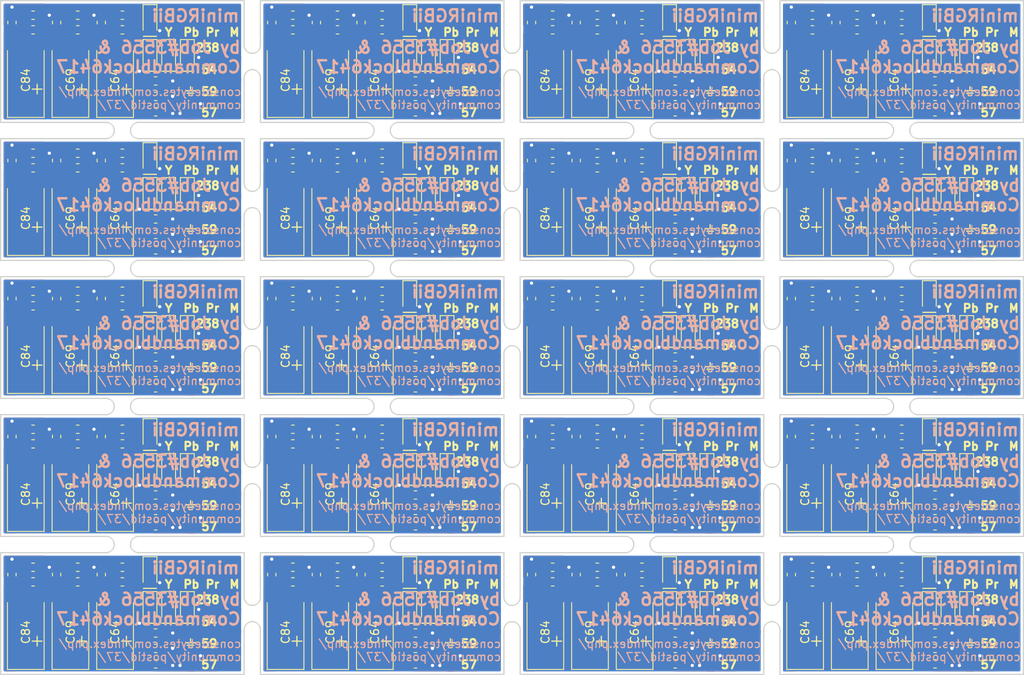
<source format=kicad_pcb>
(kicad_pcb (version 20171130) (host pcbnew "(5.1.5-0-10_14)")
  (layers (0 F.Cu signal) (31 B.Cu signal) (34 B.Paste user) (35 F.Paste user) (36 B.SilkS user) (37 F.SilkS user) (38 B.Mask user) (39 F.Mask user) (44 Edge.Cuts user))
  (net 0 "")
  (net 1 PbOut)
  (net 2 AVE54)
  (net 3 AVE57)
  (net 4 AVE59)
  (net 5 YOut)
  (net 6 PrOut)
  (net 7 "Net-(C66-Pad1)")
  (net 8 "Net-(C83-Pad1)")
  (net 9 "Net-(C64-Pad2)")
  (net 10 GND)
  (net 11 MODE)
  (module Capacitor_Tantalum_SMD:CP_EIA-7343-15_Kemet-W_Pad2.25x2.55mm_HandSolder (layer F.Cu) (at 282.1 131.8 90)
    (fp_text reference C84 (at 0 0 90) (layer F.SilkS))
    (fp_text value 220μF hide)
    (pad 2 smd roundrect (at 3.2 0 90) (size 2.25 2.55) (layers F.Cu F.Paste F.Mask) (roundrect_rratio 0.111111) (net 8 "Net-(C83-Pad1)"))
    (pad 1 smd roundrect (at -3.2 0 90) (size 2.25 2.55) (layers F.Cu F.Paste F.Mask) (roundrect_rratio 0.111111) (net 2 AVE54))
  )
  (module Capacitor_Tantalum_SMD:CP_EIA-7343-15_Kemet-W_Pad2.25x2.55mm_HandSolder (layer F.Cu) (at 250.1 131.8 90)
    (fp_text reference C84 (at 0 0 90) (layer F.SilkS))
    (fp_text value 220μF hide)
    (pad 2 smd roundrect (at 3.2 0 90) (size 2.25 2.55) (layers F.Cu F.Paste F.Mask) (roundrect_rratio 0.111111) (net 8 "Net-(C83-Pad1)"))
    (pad 1 smd roundrect (at -3.2 0 90) (size 2.25 2.55) (layers F.Cu F.Paste F.Mask) (roundrect_rratio 0.111111) (net 2 AVE54))
  )
  (module Capacitor_Tantalum_SMD:CP_EIA-7343-15_Kemet-W_Pad2.25x2.55mm_HandSolder (layer F.Cu) (at 218.1 131.8 90)
    (fp_text reference C84 (at 0 0 90) (layer F.SilkS))
    (fp_text value 220μF hide)
    (pad 2 smd roundrect (at 3.2 0 90) (size 2.25 2.55) (layers F.Cu F.Paste F.Mask) (roundrect_rratio 0.111111) (net 8 "Net-(C83-Pad1)"))
    (pad 1 smd roundrect (at -3.2 0 90) (size 2.25 2.55) (layers F.Cu F.Paste F.Mask) (roundrect_rratio 0.111111) (net 2 AVE54))
  )
  (module Capacitor_Tantalum_SMD:CP_EIA-7343-15_Kemet-W_Pad2.25x2.55mm_HandSolder (layer F.Cu) (at 186.1 131.8 90)
    (fp_text reference C84 (at 0 0 90) (layer F.SilkS))
    (fp_text value 220μF hide)
    (pad 2 smd roundrect (at 3.2 0 90) (size 2.25 2.55) (layers F.Cu F.Paste F.Mask) (roundrect_rratio 0.111111) (net 8 "Net-(C83-Pad1)"))
    (pad 1 smd roundrect (at -3.2 0 90) (size 2.25 2.55) (layers F.Cu F.Paste F.Mask) (roundrect_rratio 0.111111) (net 2 AVE54))
  )
  (module Capacitor_Tantalum_SMD:CP_EIA-7343-15_Kemet-W_Pad2.25x2.55mm_HandSolder (layer F.Cu) (at 282.1 114.8 90)
    (fp_text reference C84 (at 0 0 90) (layer F.SilkS))
    (fp_text value 220μF hide)
    (pad 2 smd roundrect (at 3.2 0 90) (size 2.25 2.55) (layers F.Cu F.Paste F.Mask) (roundrect_rratio 0.111111) (net 8 "Net-(C83-Pad1)"))
    (pad 1 smd roundrect (at -3.2 0 90) (size 2.25 2.55) (layers F.Cu F.Paste F.Mask) (roundrect_rratio 0.111111) (net 2 AVE54))
  )
  (module Capacitor_Tantalum_SMD:CP_EIA-7343-15_Kemet-W_Pad2.25x2.55mm_HandSolder (layer F.Cu) (at 250.1 114.8 90)
    (fp_text reference C84 (at 0 0 90) (layer F.SilkS))
    (fp_text value 220μF hide)
    (pad 2 smd roundrect (at 3.2 0 90) (size 2.25 2.55) (layers F.Cu F.Paste F.Mask) (roundrect_rratio 0.111111) (net 8 "Net-(C83-Pad1)"))
    (pad 1 smd roundrect (at -3.2 0 90) (size 2.25 2.55) (layers F.Cu F.Paste F.Mask) (roundrect_rratio 0.111111) (net 2 AVE54))
  )
  (module Capacitor_Tantalum_SMD:CP_EIA-7343-15_Kemet-W_Pad2.25x2.55mm_HandSolder (layer F.Cu) (at 218.1 114.8 90)
    (fp_text reference C84 (at 0 0 90) (layer F.SilkS))
    (fp_text value 220μF hide)
    (pad 2 smd roundrect (at 3.2 0 90) (size 2.25 2.55) (layers F.Cu F.Paste F.Mask) (roundrect_rratio 0.111111) (net 8 "Net-(C83-Pad1)"))
    (pad 1 smd roundrect (at -3.2 0 90) (size 2.25 2.55) (layers F.Cu F.Paste F.Mask) (roundrect_rratio 0.111111) (net 2 AVE54))
  )
  (module Capacitor_Tantalum_SMD:CP_EIA-7343-15_Kemet-W_Pad2.25x2.55mm_HandSolder (layer F.Cu) (at 186.1 114.8 90)
    (fp_text reference C84 (at 0 0 90) (layer F.SilkS))
    (fp_text value 220μF hide)
    (pad 2 smd roundrect (at 3.2 0 90) (size 2.25 2.55) (layers F.Cu F.Paste F.Mask) (roundrect_rratio 0.111111) (net 8 "Net-(C83-Pad1)"))
    (pad 1 smd roundrect (at -3.2 0 90) (size 2.25 2.55) (layers F.Cu F.Paste F.Mask) (roundrect_rratio 0.111111) (net 2 AVE54))
  )
  (module Capacitor_Tantalum_SMD:CP_EIA-7343-15_Kemet-W_Pad2.25x2.55mm_HandSolder (layer F.Cu) (at 282.1 97.8 90)
    (fp_text reference C84 (at 0 0 90) (layer F.SilkS))
    (fp_text value 220μF hide)
    (pad 2 smd roundrect (at 3.2 0 90) (size 2.25 2.55) (layers F.Cu F.Paste F.Mask) (roundrect_rratio 0.111111) (net 8 "Net-(C83-Pad1)"))
    (pad 1 smd roundrect (at -3.2 0 90) (size 2.25 2.55) (layers F.Cu F.Paste F.Mask) (roundrect_rratio 0.111111) (net 2 AVE54))
  )
  (module Capacitor_Tantalum_SMD:CP_EIA-7343-15_Kemet-W_Pad2.25x2.55mm_HandSolder (layer F.Cu) (at 250.1 97.8 90)
    (fp_text reference C84 (at 0 0 90) (layer F.SilkS))
    (fp_text value 220μF hide)
    (pad 2 smd roundrect (at 3.2 0 90) (size 2.25 2.55) (layers F.Cu F.Paste F.Mask) (roundrect_rratio 0.111111) (net 8 "Net-(C83-Pad1)"))
    (pad 1 smd roundrect (at -3.2 0 90) (size 2.25 2.55) (layers F.Cu F.Paste F.Mask) (roundrect_rratio 0.111111) (net 2 AVE54))
  )
  (module Capacitor_Tantalum_SMD:CP_EIA-7343-15_Kemet-W_Pad2.25x2.55mm_HandSolder (layer F.Cu) (at 218.1 97.8 90)
    (fp_text reference C84 (at 0 0 90) (layer F.SilkS))
    (fp_text value 220μF hide)
    (pad 2 smd roundrect (at 3.2 0 90) (size 2.25 2.55) (layers F.Cu F.Paste F.Mask) (roundrect_rratio 0.111111) (net 8 "Net-(C83-Pad1)"))
    (pad 1 smd roundrect (at -3.2 0 90) (size 2.25 2.55) (layers F.Cu F.Paste F.Mask) (roundrect_rratio 0.111111) (net 2 AVE54))
  )
  (module Capacitor_Tantalum_SMD:CP_EIA-7343-15_Kemet-W_Pad2.25x2.55mm_HandSolder (layer F.Cu) (at 186.1 97.8 90)
    (fp_text reference C84 (at 0 0 90) (layer F.SilkS))
    (fp_text value 220μF hide)
    (pad 2 smd roundrect (at 3.2 0 90) (size 2.25 2.55) (layers F.Cu F.Paste F.Mask) (roundrect_rratio 0.111111) (net 8 "Net-(C83-Pad1)"))
    (pad 1 smd roundrect (at -3.2 0 90) (size 2.25 2.55) (layers F.Cu F.Paste F.Mask) (roundrect_rratio 0.111111) (net 2 AVE54))
  )
  (module Capacitor_Tantalum_SMD:CP_EIA-7343-15_Kemet-W_Pad2.25x2.55mm_HandSolder (layer F.Cu) (at 282.1 80.8 90)
    (fp_text reference C84 (at 0 0 90) (layer F.SilkS))
    (fp_text value 220μF hide)
    (pad 2 smd roundrect (at 3.2 0 90) (size 2.25 2.55) (layers F.Cu F.Paste F.Mask) (roundrect_rratio 0.111111) (net 8 "Net-(C83-Pad1)"))
    (pad 1 smd roundrect (at -3.2 0 90) (size 2.25 2.55) (layers F.Cu F.Paste F.Mask) (roundrect_rratio 0.111111) (net 2 AVE54))
  )
  (module Capacitor_Tantalum_SMD:CP_EIA-7343-15_Kemet-W_Pad2.25x2.55mm_HandSolder (layer F.Cu) (at 250.1 80.8 90)
    (fp_text reference C84 (at 0 0 90) (layer F.SilkS))
    (fp_text value 220μF hide)
    (pad 2 smd roundrect (at 3.2 0 90) (size 2.25 2.55) (layers F.Cu F.Paste F.Mask) (roundrect_rratio 0.111111) (net 8 "Net-(C83-Pad1)"))
    (pad 1 smd roundrect (at -3.2 0 90) (size 2.25 2.55) (layers F.Cu F.Paste F.Mask) (roundrect_rratio 0.111111) (net 2 AVE54))
  )
  (module Capacitor_Tantalum_SMD:CP_EIA-7343-15_Kemet-W_Pad2.25x2.55mm_HandSolder (layer F.Cu) (at 218.1 80.8 90)
    (fp_text reference C84 (at 0 0 90) (layer F.SilkS))
    (fp_text value 220μF hide)
    (pad 2 smd roundrect (at 3.2 0 90) (size 2.25 2.55) (layers F.Cu F.Paste F.Mask) (roundrect_rratio 0.111111) (net 8 "Net-(C83-Pad1)"))
    (pad 1 smd roundrect (at -3.2 0 90) (size 2.25 2.55) (layers F.Cu F.Paste F.Mask) (roundrect_rratio 0.111111) (net 2 AVE54))
  )
  (module Capacitor_Tantalum_SMD:CP_EIA-7343-15_Kemet-W_Pad2.25x2.55mm_HandSolder (layer F.Cu) (at 186.1 80.8 90)
    (fp_text reference C84 (at 0 0 90) (layer F.SilkS))
    (fp_text value 220μF hide)
    (pad 2 smd roundrect (at 3.2 0 90) (size 2.25 2.55) (layers F.Cu F.Paste F.Mask) (roundrect_rratio 0.111111) (net 8 "Net-(C83-Pad1)"))
    (pad 1 smd roundrect (at -3.2 0 90) (size 2.25 2.55) (layers F.Cu F.Paste F.Mask) (roundrect_rratio 0.111111) (net 2 AVE54))
  )
  (module Capacitor_Tantalum_SMD:CP_EIA-7343-15_Kemet-W_Pad2.25x2.55mm_HandSolder (layer F.Cu) (at 282.1 63.8 90)
    (fp_text reference C84 (at 0 0 90) (layer F.SilkS))
    (fp_text value 220μF hide)
    (pad 2 smd roundrect (at 3.2 0 90) (size 2.25 2.55) (layers F.Cu F.Paste F.Mask) (roundrect_rratio 0.111111) (net 8 "Net-(C83-Pad1)"))
    (pad 1 smd roundrect (at -3.2 0 90) (size 2.25 2.55) (layers F.Cu F.Paste F.Mask) (roundrect_rratio 0.111111) (net 2 AVE54))
  )
  (module Capacitor_Tantalum_SMD:CP_EIA-7343-15_Kemet-W_Pad2.25x2.55mm_HandSolder (layer F.Cu) (at 250.1 63.8 90)
    (fp_text reference C84 (at 0 0 90) (layer F.SilkS))
    (fp_text value 220μF hide)
    (pad 2 smd roundrect (at 3.2 0 90) (size 2.25 2.55) (layers F.Cu F.Paste F.Mask) (roundrect_rratio 0.111111) (net 8 "Net-(C83-Pad1)"))
    (pad 1 smd roundrect (at -3.2 0 90) (size 2.25 2.55) (layers F.Cu F.Paste F.Mask) (roundrect_rratio 0.111111) (net 2 AVE54))
  )
  (module Capacitor_Tantalum_SMD:CP_EIA-7343-15_Kemet-W_Pad2.25x2.55mm_HandSolder (layer F.Cu) (at 218.1 63.8 90)
    (fp_text reference C84 (at 0 0 90) (layer F.SilkS))
    (fp_text value 220μF hide)
    (pad 2 smd roundrect (at 3.2 0 90) (size 2.25 2.55) (layers F.Cu F.Paste F.Mask) (roundrect_rratio 0.111111) (net 8 "Net-(C83-Pad1)"))
    (pad 1 smd roundrect (at -3.2 0 90) (size 2.25 2.55) (layers F.Cu F.Paste F.Mask) (roundrect_rratio 0.111111) (net 2 AVE54))
  )
  (module Capacitor_Tantalum_SMD:CP_EIA-7343-15_Kemet-W_Pad2.25x2.55mm_HandSolder (layer F.Cu) (at 287.6 131.8 90)
    (fp_text reference C69 (at 0 0 90) (layer F.SilkS))
    (fp_text value 220μF hide)
    (pad 1 smd roundrect (at -3.2 0 90) (size 2.25 2.55) (layers F.Cu F.Paste F.Mask) (roundrect_rratio 0.111111) (net 4 AVE59))
    (pad 2 smd roundrect (at 3.2 0 90) (size 2.25 2.55) (layers F.Cu F.Paste F.Mask) (roundrect_rratio 0.111111) (net 7 "Net-(C66-Pad1)"))
  )
  (module Capacitor_Tantalum_SMD:CP_EIA-7343-15_Kemet-W_Pad2.25x2.55mm_HandSolder (layer F.Cu) (at 255.6 131.8 90)
    (fp_text reference C69 (at 0 0 90) (layer F.SilkS))
    (fp_text value 220μF hide)
    (pad 1 smd roundrect (at -3.2 0 90) (size 2.25 2.55) (layers F.Cu F.Paste F.Mask) (roundrect_rratio 0.111111) (net 4 AVE59))
    (pad 2 smd roundrect (at 3.2 0 90) (size 2.25 2.55) (layers F.Cu F.Paste F.Mask) (roundrect_rratio 0.111111) (net 7 "Net-(C66-Pad1)"))
  )
  (module Capacitor_Tantalum_SMD:CP_EIA-7343-15_Kemet-W_Pad2.25x2.55mm_HandSolder (layer F.Cu) (at 223.6 131.8 90)
    (fp_text reference C69 (at 0 0 90) (layer F.SilkS))
    (fp_text value 220μF hide)
    (pad 1 smd roundrect (at -3.2 0 90) (size 2.25 2.55) (layers F.Cu F.Paste F.Mask) (roundrect_rratio 0.111111) (net 4 AVE59))
    (pad 2 smd roundrect (at 3.2 0 90) (size 2.25 2.55) (layers F.Cu F.Paste F.Mask) (roundrect_rratio 0.111111) (net 7 "Net-(C66-Pad1)"))
  )
  (module Capacitor_Tantalum_SMD:CP_EIA-7343-15_Kemet-W_Pad2.25x2.55mm_HandSolder (layer F.Cu) (at 191.6 131.8 90)
    (fp_text reference C69 (at 0 0 90) (layer F.SilkS))
    (fp_text value 220μF hide)
    (pad 1 smd roundrect (at -3.2 0 90) (size 2.25 2.55) (layers F.Cu F.Paste F.Mask) (roundrect_rratio 0.111111) (net 4 AVE59))
    (pad 2 smd roundrect (at 3.2 0 90) (size 2.25 2.55) (layers F.Cu F.Paste F.Mask) (roundrect_rratio 0.111111) (net 7 "Net-(C66-Pad1)"))
  )
  (module Capacitor_Tantalum_SMD:CP_EIA-7343-15_Kemet-W_Pad2.25x2.55mm_HandSolder (layer F.Cu) (at 287.6 114.8 90)
    (fp_text reference C69 (at 0 0 90) (layer F.SilkS))
    (fp_text value 220μF hide)
    (pad 1 smd roundrect (at -3.2 0 90) (size 2.25 2.55) (layers F.Cu F.Paste F.Mask) (roundrect_rratio 0.111111) (net 4 AVE59))
    (pad 2 smd roundrect (at 3.2 0 90) (size 2.25 2.55) (layers F.Cu F.Paste F.Mask) (roundrect_rratio 0.111111) (net 7 "Net-(C66-Pad1)"))
  )
  (module Capacitor_Tantalum_SMD:CP_EIA-7343-15_Kemet-W_Pad2.25x2.55mm_HandSolder (layer F.Cu) (at 255.6 114.8 90)
    (fp_text reference C69 (at 0 0 90) (layer F.SilkS))
    (fp_text value 220μF hide)
    (pad 1 smd roundrect (at -3.2 0 90) (size 2.25 2.55) (layers F.Cu F.Paste F.Mask) (roundrect_rratio 0.111111) (net 4 AVE59))
    (pad 2 smd roundrect (at 3.2 0 90) (size 2.25 2.55) (layers F.Cu F.Paste F.Mask) (roundrect_rratio 0.111111) (net 7 "Net-(C66-Pad1)"))
  )
  (module Capacitor_Tantalum_SMD:CP_EIA-7343-15_Kemet-W_Pad2.25x2.55mm_HandSolder (layer F.Cu) (at 223.6 114.8 90)
    (fp_text reference C69 (at 0 0 90) (layer F.SilkS))
    (fp_text value 220μF hide)
    (pad 1 smd roundrect (at -3.2 0 90) (size 2.25 2.55) (layers F.Cu F.Paste F.Mask) (roundrect_rratio 0.111111) (net 4 AVE59))
    (pad 2 smd roundrect (at 3.2 0 90) (size 2.25 2.55) (layers F.Cu F.Paste F.Mask) (roundrect_rratio 0.111111) (net 7 "Net-(C66-Pad1)"))
  )
  (module Capacitor_Tantalum_SMD:CP_EIA-7343-15_Kemet-W_Pad2.25x2.55mm_HandSolder (layer F.Cu) (at 191.6 114.8 90)
    (fp_text reference C69 (at 0 0 90) (layer F.SilkS))
    (fp_text value 220μF hide)
    (pad 1 smd roundrect (at -3.2 0 90) (size 2.25 2.55) (layers F.Cu F.Paste F.Mask) (roundrect_rratio 0.111111) (net 4 AVE59))
    (pad 2 smd roundrect (at 3.2 0 90) (size 2.25 2.55) (layers F.Cu F.Paste F.Mask) (roundrect_rratio 0.111111) (net 7 "Net-(C66-Pad1)"))
  )
  (module Capacitor_Tantalum_SMD:CP_EIA-7343-15_Kemet-W_Pad2.25x2.55mm_HandSolder (layer F.Cu) (at 287.6 97.8 90)
    (fp_text reference C69 (at 0 0 90) (layer F.SilkS))
    (fp_text value 220μF hide)
    (pad 1 smd roundrect (at -3.2 0 90) (size 2.25 2.55) (layers F.Cu F.Paste F.Mask) (roundrect_rratio 0.111111) (net 4 AVE59))
    (pad 2 smd roundrect (at 3.2 0 90) (size 2.25 2.55) (layers F.Cu F.Paste F.Mask) (roundrect_rratio 0.111111) (net 7 "Net-(C66-Pad1)"))
  )
  (module Capacitor_Tantalum_SMD:CP_EIA-7343-15_Kemet-W_Pad2.25x2.55mm_HandSolder (layer F.Cu) (at 255.6 97.8 90)
    (fp_text reference C69 (at 0 0 90) (layer F.SilkS))
    (fp_text value 220μF hide)
    (pad 1 smd roundrect (at -3.2 0 90) (size 2.25 2.55) (layers F.Cu F.Paste F.Mask) (roundrect_rratio 0.111111) (net 4 AVE59))
    (pad 2 smd roundrect (at 3.2 0 90) (size 2.25 2.55) (layers F.Cu F.Paste F.Mask) (roundrect_rratio 0.111111) (net 7 "Net-(C66-Pad1)"))
  )
  (module Capacitor_Tantalum_SMD:CP_EIA-7343-15_Kemet-W_Pad2.25x2.55mm_HandSolder (layer F.Cu) (at 223.6 97.8 90)
    (fp_text reference C69 (at 0 0 90) (layer F.SilkS))
    (fp_text value 220μF hide)
    (pad 1 smd roundrect (at -3.2 0 90) (size 2.25 2.55) (layers F.Cu F.Paste F.Mask) (roundrect_rratio 0.111111) (net 4 AVE59))
    (pad 2 smd roundrect (at 3.2 0 90) (size 2.25 2.55) (layers F.Cu F.Paste F.Mask) (roundrect_rratio 0.111111) (net 7 "Net-(C66-Pad1)"))
  )
  (module Capacitor_Tantalum_SMD:CP_EIA-7343-15_Kemet-W_Pad2.25x2.55mm_HandSolder (layer F.Cu) (at 191.6 97.8 90)
    (fp_text reference C69 (at 0 0 90) (layer F.SilkS))
    (fp_text value 220μF hide)
    (pad 1 smd roundrect (at -3.2 0 90) (size 2.25 2.55) (layers F.Cu F.Paste F.Mask) (roundrect_rratio 0.111111) (net 4 AVE59))
    (pad 2 smd roundrect (at 3.2 0 90) (size 2.25 2.55) (layers F.Cu F.Paste F.Mask) (roundrect_rratio 0.111111) (net 7 "Net-(C66-Pad1)"))
  )
  (module Capacitor_Tantalum_SMD:CP_EIA-7343-15_Kemet-W_Pad2.25x2.55mm_HandSolder (layer F.Cu) (at 287.6 80.8 90)
    (fp_text reference C69 (at 0 0 90) (layer F.SilkS))
    (fp_text value 220μF hide)
    (pad 1 smd roundrect (at -3.2 0 90) (size 2.25 2.55) (layers F.Cu F.Paste F.Mask) (roundrect_rratio 0.111111) (net 4 AVE59))
    (pad 2 smd roundrect (at 3.2 0 90) (size 2.25 2.55) (layers F.Cu F.Paste F.Mask) (roundrect_rratio 0.111111) (net 7 "Net-(C66-Pad1)"))
  )
  (module Capacitor_Tantalum_SMD:CP_EIA-7343-15_Kemet-W_Pad2.25x2.55mm_HandSolder (layer F.Cu) (at 255.6 80.8 90)
    (fp_text reference C69 (at 0 0 90) (layer F.SilkS))
    (fp_text value 220μF hide)
    (pad 1 smd roundrect (at -3.2 0 90) (size 2.25 2.55) (layers F.Cu F.Paste F.Mask) (roundrect_rratio 0.111111) (net 4 AVE59))
    (pad 2 smd roundrect (at 3.2 0 90) (size 2.25 2.55) (layers F.Cu F.Paste F.Mask) (roundrect_rratio 0.111111) (net 7 "Net-(C66-Pad1)"))
  )
  (module Capacitor_Tantalum_SMD:CP_EIA-7343-15_Kemet-W_Pad2.25x2.55mm_HandSolder (layer F.Cu) (at 223.6 80.8 90)
    (fp_text reference C69 (at 0 0 90) (layer F.SilkS))
    (fp_text value 220μF hide)
    (pad 1 smd roundrect (at -3.2 0 90) (size 2.25 2.55) (layers F.Cu F.Paste F.Mask) (roundrect_rratio 0.111111) (net 4 AVE59))
    (pad 2 smd roundrect (at 3.2 0 90) (size 2.25 2.55) (layers F.Cu F.Paste F.Mask) (roundrect_rratio 0.111111) (net 7 "Net-(C66-Pad1)"))
  )
  (module Capacitor_Tantalum_SMD:CP_EIA-7343-15_Kemet-W_Pad2.25x2.55mm_HandSolder (layer F.Cu) (at 191.6 80.8 90)
    (fp_text reference C69 (at 0 0 90) (layer F.SilkS))
    (fp_text value 220μF hide)
    (pad 1 smd roundrect (at -3.2 0 90) (size 2.25 2.55) (layers F.Cu F.Paste F.Mask) (roundrect_rratio 0.111111) (net 4 AVE59))
    (pad 2 smd roundrect (at 3.2 0 90) (size 2.25 2.55) (layers F.Cu F.Paste F.Mask) (roundrect_rratio 0.111111) (net 7 "Net-(C66-Pad1)"))
  )
  (module Capacitor_Tantalum_SMD:CP_EIA-7343-15_Kemet-W_Pad2.25x2.55mm_HandSolder (layer F.Cu) (at 287.6 63.8 90)
    (fp_text reference C69 (at 0 0 90) (layer F.SilkS))
    (fp_text value 220μF hide)
    (pad 1 smd roundrect (at -3.2 0 90) (size 2.25 2.55) (layers F.Cu F.Paste F.Mask) (roundrect_rratio 0.111111) (net 4 AVE59))
    (pad 2 smd roundrect (at 3.2 0 90) (size 2.25 2.55) (layers F.Cu F.Paste F.Mask) (roundrect_rratio 0.111111) (net 7 "Net-(C66-Pad1)"))
  )
  (module Capacitor_Tantalum_SMD:CP_EIA-7343-15_Kemet-W_Pad2.25x2.55mm_HandSolder (layer F.Cu) (at 255.6 63.8 90)
    (fp_text reference C69 (at 0 0 90) (layer F.SilkS))
    (fp_text value 220μF hide)
    (pad 1 smd roundrect (at -3.2 0 90) (size 2.25 2.55) (layers F.Cu F.Paste F.Mask) (roundrect_rratio 0.111111) (net 4 AVE59))
    (pad 2 smd roundrect (at 3.2 0 90) (size 2.25 2.55) (layers F.Cu F.Paste F.Mask) (roundrect_rratio 0.111111) (net 7 "Net-(C66-Pad1)"))
  )
  (module Capacitor_Tantalum_SMD:CP_EIA-7343-15_Kemet-W_Pad2.25x2.55mm_HandSolder (layer F.Cu) (at 223.6 63.8 90)
    (fp_text reference C69 (at 0 0 90) (layer F.SilkS))
    (fp_text value 220μF hide)
    (pad 1 smd roundrect (at -3.2 0 90) (size 2.25 2.55) (layers F.Cu F.Paste F.Mask) (roundrect_rratio 0.111111) (net 4 AVE59))
    (pad 2 smd roundrect (at 3.2 0 90) (size 2.25 2.55) (layers F.Cu F.Paste F.Mask) (roundrect_rratio 0.111111) (net 7 "Net-(C66-Pad1)"))
  )
  (module Capacitor_Tantalum_SMD:CP_EIA-7343-15_Kemet-W_Pad2.25x2.55mm_HandSolder (layer F.Cu) (at 293.1 131.8 90)
    (fp_text reference C64 (at 0 0 90) (layer F.SilkS))
    (fp_text value 220μF hide)
    (pad 2 smd roundrect (at 3.2 0 90) (size 2.25 2.55) (layers F.Cu F.Paste F.Mask) (roundrect_rratio 0.111111) (net 9 "Net-(C64-Pad2)"))
    (pad 1 smd roundrect (at -3.2 0 90) (size 2.25 2.55) (layers F.Cu F.Paste F.Mask) (roundrect_rratio 0.111111) (net 3 AVE57))
  )
  (module Capacitor_Tantalum_SMD:CP_EIA-7343-15_Kemet-W_Pad2.25x2.55mm_HandSolder (layer F.Cu) (at 261.1 131.8 90)
    (fp_text reference C64 (at 0 0 90) (layer F.SilkS))
    (fp_text value 220μF hide)
    (pad 2 smd roundrect (at 3.2 0 90) (size 2.25 2.55) (layers F.Cu F.Paste F.Mask) (roundrect_rratio 0.111111) (net 9 "Net-(C64-Pad2)"))
    (pad 1 smd roundrect (at -3.2 0 90) (size 2.25 2.55) (layers F.Cu F.Paste F.Mask) (roundrect_rratio 0.111111) (net 3 AVE57))
  )
  (module Capacitor_Tantalum_SMD:CP_EIA-7343-15_Kemet-W_Pad2.25x2.55mm_HandSolder (layer F.Cu) (at 229.1 131.8 90)
    (fp_text reference C64 (at 0 0 90) (layer F.SilkS))
    (fp_text value 220μF hide)
    (pad 2 smd roundrect (at 3.2 0 90) (size 2.25 2.55) (layers F.Cu F.Paste F.Mask) (roundrect_rratio 0.111111) (net 9 "Net-(C64-Pad2)"))
    (pad 1 smd roundrect (at -3.2 0 90) (size 2.25 2.55) (layers F.Cu F.Paste F.Mask) (roundrect_rratio 0.111111) (net 3 AVE57))
  )
  (module Capacitor_Tantalum_SMD:CP_EIA-7343-15_Kemet-W_Pad2.25x2.55mm_HandSolder (layer F.Cu) (at 197.1 131.8 90)
    (fp_text reference C64 (at 0 0 90) (layer F.SilkS))
    (fp_text value 220μF hide)
    (pad 2 smd roundrect (at 3.2 0 90) (size 2.25 2.55) (layers F.Cu F.Paste F.Mask) (roundrect_rratio 0.111111) (net 9 "Net-(C64-Pad2)"))
    (pad 1 smd roundrect (at -3.2 0 90) (size 2.25 2.55) (layers F.Cu F.Paste F.Mask) (roundrect_rratio 0.111111) (net 3 AVE57))
  )
  (module Capacitor_Tantalum_SMD:CP_EIA-7343-15_Kemet-W_Pad2.25x2.55mm_HandSolder (layer F.Cu) (at 293.1 114.8 90)
    (fp_text reference C64 (at 0 0 90) (layer F.SilkS))
    (fp_text value 220μF hide)
    (pad 2 smd roundrect (at 3.2 0 90) (size 2.25 2.55) (layers F.Cu F.Paste F.Mask) (roundrect_rratio 0.111111) (net 9 "Net-(C64-Pad2)"))
    (pad 1 smd roundrect (at -3.2 0 90) (size 2.25 2.55) (layers F.Cu F.Paste F.Mask) (roundrect_rratio 0.111111) (net 3 AVE57))
  )
  (module Capacitor_Tantalum_SMD:CP_EIA-7343-15_Kemet-W_Pad2.25x2.55mm_HandSolder (layer F.Cu) (at 261.1 114.8 90)
    (fp_text reference C64 (at 0 0 90) (layer F.SilkS))
    (fp_text value 220μF hide)
    (pad 2 smd roundrect (at 3.2 0 90) (size 2.25 2.55) (layers F.Cu F.Paste F.Mask) (roundrect_rratio 0.111111) (net 9 "Net-(C64-Pad2)"))
    (pad 1 smd roundrect (at -3.2 0 90) (size 2.25 2.55) (layers F.Cu F.Paste F.Mask) (roundrect_rratio 0.111111) (net 3 AVE57))
  )
  (module Capacitor_Tantalum_SMD:CP_EIA-7343-15_Kemet-W_Pad2.25x2.55mm_HandSolder (layer F.Cu) (at 229.1 114.8 90)
    (fp_text reference C64 (at 0 0 90) (layer F.SilkS))
    (fp_text value 220μF hide)
    (pad 2 smd roundrect (at 3.2 0 90) (size 2.25 2.55) (layers F.Cu F.Paste F.Mask) (roundrect_rratio 0.111111) (net 9 "Net-(C64-Pad2)"))
    (pad 1 smd roundrect (at -3.2 0 90) (size 2.25 2.55) (layers F.Cu F.Paste F.Mask) (roundrect_rratio 0.111111) (net 3 AVE57))
  )
  (module Capacitor_Tantalum_SMD:CP_EIA-7343-15_Kemet-W_Pad2.25x2.55mm_HandSolder (layer F.Cu) (at 197.1 114.8 90)
    (fp_text reference C64 (at 0 0 90) (layer F.SilkS))
    (fp_text value 220μF hide)
    (pad 2 smd roundrect (at 3.2 0 90) (size 2.25 2.55) (layers F.Cu F.Paste F.Mask) (roundrect_rratio 0.111111) (net 9 "Net-(C64-Pad2)"))
    (pad 1 smd roundrect (at -3.2 0 90) (size 2.25 2.55) (layers F.Cu F.Paste F.Mask) (roundrect_rratio 0.111111) (net 3 AVE57))
  )
  (module Capacitor_Tantalum_SMD:CP_EIA-7343-15_Kemet-W_Pad2.25x2.55mm_HandSolder (layer F.Cu) (at 293.1 97.8 90)
    (fp_text reference C64 (at 0 0 90) (layer F.SilkS))
    (fp_text value 220μF hide)
    (pad 2 smd roundrect (at 3.2 0 90) (size 2.25 2.55) (layers F.Cu F.Paste F.Mask) (roundrect_rratio 0.111111) (net 9 "Net-(C64-Pad2)"))
    (pad 1 smd roundrect (at -3.2 0 90) (size 2.25 2.55) (layers F.Cu F.Paste F.Mask) (roundrect_rratio 0.111111) (net 3 AVE57))
  )
  (module Capacitor_Tantalum_SMD:CP_EIA-7343-15_Kemet-W_Pad2.25x2.55mm_HandSolder (layer F.Cu) (at 261.1 97.8 90)
    (fp_text reference C64 (at 0 0 90) (layer F.SilkS))
    (fp_text value 220μF hide)
    (pad 2 smd roundrect (at 3.2 0 90) (size 2.25 2.55) (layers F.Cu F.Paste F.Mask) (roundrect_rratio 0.111111) (net 9 "Net-(C64-Pad2)"))
    (pad 1 smd roundrect (at -3.2 0 90) (size 2.25 2.55) (layers F.Cu F.Paste F.Mask) (roundrect_rratio 0.111111) (net 3 AVE57))
  )
  (module Capacitor_Tantalum_SMD:CP_EIA-7343-15_Kemet-W_Pad2.25x2.55mm_HandSolder (layer F.Cu) (at 229.1 97.8 90)
    (fp_text reference C64 (at 0 0 90) (layer F.SilkS))
    (fp_text value 220μF hide)
    (pad 2 smd roundrect (at 3.2 0 90) (size 2.25 2.55) (layers F.Cu F.Paste F.Mask) (roundrect_rratio 0.111111) (net 9 "Net-(C64-Pad2)"))
    (pad 1 smd roundrect (at -3.2 0 90) (size 2.25 2.55) (layers F.Cu F.Paste F.Mask) (roundrect_rratio 0.111111) (net 3 AVE57))
  )
  (module Capacitor_Tantalum_SMD:CP_EIA-7343-15_Kemet-W_Pad2.25x2.55mm_HandSolder (layer F.Cu) (at 197.1 97.8 90)
    (fp_text reference C64 (at 0 0 90) (layer F.SilkS))
    (fp_text value 220μF hide)
    (pad 2 smd roundrect (at 3.2 0 90) (size 2.25 2.55) (layers F.Cu F.Paste F.Mask) (roundrect_rratio 0.111111) (net 9 "Net-(C64-Pad2)"))
    (pad 1 smd roundrect (at -3.2 0 90) (size 2.25 2.55) (layers F.Cu F.Paste F.Mask) (roundrect_rratio 0.111111) (net 3 AVE57))
  )
  (module Capacitor_Tantalum_SMD:CP_EIA-7343-15_Kemet-W_Pad2.25x2.55mm_HandSolder (layer F.Cu) (at 293.1 80.8 90)
    (fp_text reference C64 (at 0 0 90) (layer F.SilkS))
    (fp_text value 220μF hide)
    (pad 2 smd roundrect (at 3.2 0 90) (size 2.25 2.55) (layers F.Cu F.Paste F.Mask) (roundrect_rratio 0.111111) (net 9 "Net-(C64-Pad2)"))
    (pad 1 smd roundrect (at -3.2 0 90) (size 2.25 2.55) (layers F.Cu F.Paste F.Mask) (roundrect_rratio 0.111111) (net 3 AVE57))
  )
  (module Capacitor_Tantalum_SMD:CP_EIA-7343-15_Kemet-W_Pad2.25x2.55mm_HandSolder (layer F.Cu) (at 261.1 80.8 90)
    (fp_text reference C64 (at 0 0 90) (layer F.SilkS))
    (fp_text value 220μF hide)
    (pad 2 smd roundrect (at 3.2 0 90) (size 2.25 2.55) (layers F.Cu F.Paste F.Mask) (roundrect_rratio 0.111111) (net 9 "Net-(C64-Pad2)"))
    (pad 1 smd roundrect (at -3.2 0 90) (size 2.25 2.55) (layers F.Cu F.Paste F.Mask) (roundrect_rratio 0.111111) (net 3 AVE57))
  )
  (module Capacitor_Tantalum_SMD:CP_EIA-7343-15_Kemet-W_Pad2.25x2.55mm_HandSolder (layer F.Cu) (at 229.1 80.8 90)
    (fp_text reference C64 (at 0 0 90) (layer F.SilkS))
    (fp_text value 220μF hide)
    (pad 2 smd roundrect (at 3.2 0 90) (size 2.25 2.55) (layers F.Cu F.Paste F.Mask) (roundrect_rratio 0.111111) (net 9 "Net-(C64-Pad2)"))
    (pad 1 smd roundrect (at -3.2 0 90) (size 2.25 2.55) (layers F.Cu F.Paste F.Mask) (roundrect_rratio 0.111111) (net 3 AVE57))
  )
  (module Capacitor_Tantalum_SMD:CP_EIA-7343-15_Kemet-W_Pad2.25x2.55mm_HandSolder (layer F.Cu) (at 197.1 80.8 90)
    (fp_text reference C64 (at 0 0 90) (layer F.SilkS))
    (fp_text value 220μF hide)
    (pad 2 smd roundrect (at 3.2 0 90) (size 2.25 2.55) (layers F.Cu F.Paste F.Mask) (roundrect_rratio 0.111111) (net 9 "Net-(C64-Pad2)"))
    (pad 1 smd roundrect (at -3.2 0 90) (size 2.25 2.55) (layers F.Cu F.Paste F.Mask) (roundrect_rratio 0.111111) (net 3 AVE57))
  )
  (module Capacitor_Tantalum_SMD:CP_EIA-7343-15_Kemet-W_Pad2.25x2.55mm_HandSolder (layer F.Cu) (at 293.1 63.8 90)
    (fp_text reference C64 (at 0 0 90) (layer F.SilkS))
    (fp_text value 220μF hide)
    (pad 2 smd roundrect (at 3.2 0 90) (size 2.25 2.55) (layers F.Cu F.Paste F.Mask) (roundrect_rratio 0.111111) (net 9 "Net-(C64-Pad2)"))
    (pad 1 smd roundrect (at -3.2 0 90) (size 2.25 2.55) (layers F.Cu F.Paste F.Mask) (roundrect_rratio 0.111111) (net 3 AVE57))
  )
  (module Capacitor_Tantalum_SMD:CP_EIA-7343-15_Kemet-W_Pad2.25x2.55mm_HandSolder (layer F.Cu) (at 261.1 63.8 90)
    (fp_text reference C64 (at 0 0 90) (layer F.SilkS))
    (fp_text value 220μF hide)
    (pad 2 smd roundrect (at 3.2 0 90) (size 2.25 2.55) (layers F.Cu F.Paste F.Mask) (roundrect_rratio 0.111111) (net 9 "Net-(C64-Pad2)"))
    (pad 1 smd roundrect (at -3.2 0 90) (size 2.25 2.55) (layers F.Cu F.Paste F.Mask) (roundrect_rratio 0.111111) (net 3 AVE57))
  )
  (module Capacitor_Tantalum_SMD:CP_EIA-7343-15_Kemet-W_Pad2.25x2.55mm_HandSolder (layer F.Cu) (at 229.1 63.8 90)
    (fp_text reference C64 (at 0 0 90) (layer F.SilkS))
    (fp_text value 220μF hide)
    (pad 2 smd roundrect (at 3.2 0 90) (size 2.25 2.55) (layers F.Cu F.Paste F.Mask) (roundrect_rratio 0.111111) (net 9 "Net-(C64-Pad2)"))
    (pad 1 smd roundrect (at -3.2 0 90) (size 2.25 2.55) (layers F.Cu F.Paste F.Mask) (roundrect_rratio 0.111111) (net 3 AVE57))
  )
  (module Diode_SMD:D_SOD-323_HandSoldering (layer F.Cu) (at 302 128.7 270)
    (fp_text reference D4 hide)
    (fp_text value PESD5V0U1BA hide)
    (pad 2 smd roundrect (at 1.25 0 270) (size 1 1) (layers F.Cu F.Paste F.Mask) (net 10 GND))
    (pad 1 smd roundrect (at -1.25 0 270) (size 1 1) (layers F.Cu F.Paste F.Mask) (net 11 MODE))
  )
  (module Diode_SMD:D_SOD-323_HandSoldering (layer F.Cu) (at 270 128.7 270)
    (fp_text reference D4 hide)
    (fp_text value PESD5V0U1BA hide)
    (pad 2 smd roundrect (at 1.25 0 270) (size 1 1) (layers F.Cu F.Paste F.Mask) (net 10 GND))
    (pad 1 smd roundrect (at -1.25 0 270) (size 1 1) (layers F.Cu F.Paste F.Mask) (net 11 MODE))
  )
  (module Diode_SMD:D_SOD-323_HandSoldering (layer F.Cu) (at 238 128.7 270)
    (fp_text reference D4 hide)
    (fp_text value PESD5V0U1BA hide)
    (pad 2 smd roundrect (at 1.25 0 270) (size 1 1) (layers F.Cu F.Paste F.Mask) (net 10 GND))
    (pad 1 smd roundrect (at -1.25 0 270) (size 1 1) (layers F.Cu F.Paste F.Mask) (net 11 MODE))
  )
  (module Diode_SMD:D_SOD-323_HandSoldering (layer F.Cu) (at 206 128.7 270)
    (fp_text reference D4 hide)
    (fp_text value PESD5V0U1BA hide)
    (pad 2 smd roundrect (at 1.25 0 270) (size 1 1) (layers F.Cu F.Paste F.Mask) (net 10 GND))
    (pad 1 smd roundrect (at -1.25 0 270) (size 1 1) (layers F.Cu F.Paste F.Mask) (net 11 MODE))
  )
  (module Diode_SMD:D_SOD-323_HandSoldering (layer F.Cu) (at 302 111.7 270)
    (fp_text reference D4 hide)
    (fp_text value PESD5V0U1BA hide)
    (pad 2 smd roundrect (at 1.25 0 270) (size 1 1) (layers F.Cu F.Paste F.Mask) (net 10 GND))
    (pad 1 smd roundrect (at -1.25 0 270) (size 1 1) (layers F.Cu F.Paste F.Mask) (net 11 MODE))
  )
  (module Diode_SMD:D_SOD-323_HandSoldering (layer F.Cu) (at 270 111.7 270)
    (fp_text reference D4 hide)
    (fp_text value PESD5V0U1BA hide)
    (pad 2 smd roundrect (at 1.25 0 270) (size 1 1) (layers F.Cu F.Paste F.Mask) (net 10 GND))
    (pad 1 smd roundrect (at -1.25 0 270) (size 1 1) (layers F.Cu F.Paste F.Mask) (net 11 MODE))
  )
  (module Diode_SMD:D_SOD-323_HandSoldering (layer F.Cu) (at 238 111.7 270)
    (fp_text reference D4 hide)
    (fp_text value PESD5V0U1BA hide)
    (pad 2 smd roundrect (at 1.25 0 270) (size 1 1) (layers F.Cu F.Paste F.Mask) (net 10 GND))
    (pad 1 smd roundrect (at -1.25 0 270) (size 1 1) (layers F.Cu F.Paste F.Mask) (net 11 MODE))
  )
  (module Diode_SMD:D_SOD-323_HandSoldering (layer F.Cu) (at 206 111.7 270)
    (fp_text reference D4 hide)
    (fp_text value PESD5V0U1BA hide)
    (pad 2 smd roundrect (at 1.25 0 270) (size 1 1) (layers F.Cu F.Paste F.Mask) (net 10 GND))
    (pad 1 smd roundrect (at -1.25 0 270) (size 1 1) (layers F.Cu F.Paste F.Mask) (net 11 MODE))
  )
  (module Diode_SMD:D_SOD-323_HandSoldering (layer F.Cu) (at 302 94.7 270)
    (fp_text reference D4 hide)
    (fp_text value PESD5V0U1BA hide)
    (pad 2 smd roundrect (at 1.25 0 270) (size 1 1) (layers F.Cu F.Paste F.Mask) (net 10 GND))
    (pad 1 smd roundrect (at -1.25 0 270) (size 1 1) (layers F.Cu F.Paste F.Mask) (net 11 MODE))
  )
  (module Diode_SMD:D_SOD-323_HandSoldering (layer F.Cu) (at 270 94.7 270)
    (fp_text reference D4 hide)
    (fp_text value PESD5V0U1BA hide)
    (pad 2 smd roundrect (at 1.25 0 270) (size 1 1) (layers F.Cu F.Paste F.Mask) (net 10 GND))
    (pad 1 smd roundrect (at -1.25 0 270) (size 1 1) (layers F.Cu F.Paste F.Mask) (net 11 MODE))
  )
  (module Diode_SMD:D_SOD-323_HandSoldering (layer F.Cu) (at 238 94.7 270)
    (fp_text reference D4 hide)
    (fp_text value PESD5V0U1BA hide)
    (pad 2 smd roundrect (at 1.25 0 270) (size 1 1) (layers F.Cu F.Paste F.Mask) (net 10 GND))
    (pad 1 smd roundrect (at -1.25 0 270) (size 1 1) (layers F.Cu F.Paste F.Mask) (net 11 MODE))
  )
  (module Diode_SMD:D_SOD-323_HandSoldering (layer F.Cu) (at 206 94.7 270)
    (fp_text reference D4 hide)
    (fp_text value PESD5V0U1BA hide)
    (pad 2 smd roundrect (at 1.25 0 270) (size 1 1) (layers F.Cu F.Paste F.Mask) (net 10 GND))
    (pad 1 smd roundrect (at -1.25 0 270) (size 1 1) (layers F.Cu F.Paste F.Mask) (net 11 MODE))
  )
  (module Diode_SMD:D_SOD-323_HandSoldering (layer F.Cu) (at 302 77.7 270)
    (fp_text reference D4 hide)
    (fp_text value PESD5V0U1BA hide)
    (pad 2 smd roundrect (at 1.25 0 270) (size 1 1) (layers F.Cu F.Paste F.Mask) (net 10 GND))
    (pad 1 smd roundrect (at -1.25 0 270) (size 1 1) (layers F.Cu F.Paste F.Mask) (net 11 MODE))
  )
  (module Diode_SMD:D_SOD-323_HandSoldering (layer F.Cu) (at 270 77.7 270)
    (fp_text reference D4 hide)
    (fp_text value PESD5V0U1BA hide)
    (pad 2 smd roundrect (at 1.25 0 270) (size 1 1) (layers F.Cu F.Paste F.Mask) (net 10 GND))
    (pad 1 smd roundrect (at -1.25 0 270) (size 1 1) (layers F.Cu F.Paste F.Mask) (net 11 MODE))
  )
  (module Diode_SMD:D_SOD-323_HandSoldering (layer F.Cu) (at 238 77.7 270)
    (fp_text reference D4 hide)
    (fp_text value PESD5V0U1BA hide)
    (pad 2 smd roundrect (at 1.25 0 270) (size 1 1) (layers F.Cu F.Paste F.Mask) (net 10 GND))
    (pad 1 smd roundrect (at -1.25 0 270) (size 1 1) (layers F.Cu F.Paste F.Mask) (net 11 MODE))
  )
  (module Diode_SMD:D_SOD-323_HandSoldering (layer F.Cu) (at 206 77.7 270)
    (fp_text reference D4 hide)
    (fp_text value PESD5V0U1BA hide)
    (pad 2 smd roundrect (at 1.25 0 270) (size 1 1) (layers F.Cu F.Paste F.Mask) (net 10 GND))
    (pad 1 smd roundrect (at -1.25 0 270) (size 1 1) (layers F.Cu F.Paste F.Mask) (net 11 MODE))
  )
  (module Diode_SMD:D_SOD-323_HandSoldering (layer F.Cu) (at 302 60.7 270)
    (fp_text reference D4 hide)
    (fp_text value PESD5V0U1BA hide)
    (pad 2 smd roundrect (at 1.25 0 270) (size 1 1) (layers F.Cu F.Paste F.Mask) (net 10 GND))
    (pad 1 smd roundrect (at -1.25 0 270) (size 1 1) (layers F.Cu F.Paste F.Mask) (net 11 MODE))
  )
  (module Diode_SMD:D_SOD-323_HandSoldering (layer F.Cu) (at 270 60.7 270)
    (fp_text reference D4 hide)
    (fp_text value PESD5V0U1BA hide)
    (pad 2 smd roundrect (at 1.25 0 270) (size 1 1) (layers F.Cu F.Paste F.Mask) (net 10 GND))
    (pad 1 smd roundrect (at -1.25 0 270) (size 1 1) (layers F.Cu F.Paste F.Mask) (net 11 MODE))
  )
  (module Diode_SMD:D_SOD-323_HandSoldering (layer F.Cu) (at 238 60.7 270)
    (fp_text reference D4 hide)
    (fp_text value PESD5V0U1BA hide)
    (pad 2 smd roundrect (at 1.25 0 270) (size 1 1) (layers F.Cu F.Paste F.Mask) (net 10 GND))
    (pad 1 smd roundrect (at -1.25 0 270) (size 1 1) (layers F.Cu F.Paste F.Mask) (net 11 MODE))
  )
  (module Pad:pad (layer F.Cu) (at 307.8 123.7)
    (fp_text reference J5 hide)
    (fp_text value Conn_01x01_Male hide)
    (pad 1 smd roundrect (at 0 0) (size 1.5 2.5) (layers F.Cu F.Paste F.Mask) (net 11 MODE))
  )
  (module Pad:pad (layer F.Cu) (at 275.8 123.7)
    (fp_text reference J5 hide)
    (fp_text value Conn_01x01_Male hide)
    (pad 1 smd roundrect (at 0 0) (size 1.5 2.5) (layers F.Cu F.Paste F.Mask) (net 11 MODE))
  )
  (module Pad:pad (layer F.Cu) (at 243.8 123.7)
    (fp_text reference J5 hide)
    (fp_text value Conn_01x01_Male hide)
    (pad 1 smd roundrect (at 0 0) (size 1.5 2.5) (layers F.Cu F.Paste F.Mask) (net 11 MODE))
  )
  (module Pad:pad (layer F.Cu) (at 211.8 123.7)
    (fp_text reference J5 hide)
    (fp_text value Conn_01x01_Male hide)
    (pad 1 smd roundrect (at 0 0) (size 1.5 2.5) (layers F.Cu F.Paste F.Mask) (net 11 MODE))
  )
  (module Pad:pad (layer F.Cu) (at 307.8 106.7)
    (fp_text reference J5 hide)
    (fp_text value Conn_01x01_Male hide)
    (pad 1 smd roundrect (at 0 0) (size 1.5 2.5) (layers F.Cu F.Paste F.Mask) (net 11 MODE))
  )
  (module Pad:pad (layer F.Cu) (at 275.8 106.7)
    (fp_text reference J5 hide)
    (fp_text value Conn_01x01_Male hide)
    (pad 1 smd roundrect (at 0 0) (size 1.5 2.5) (layers F.Cu F.Paste F.Mask) (net 11 MODE))
  )
  (module Pad:pad (layer F.Cu) (at 243.8 106.7)
    (fp_text reference J5 hide)
    (fp_text value Conn_01x01_Male hide)
    (pad 1 smd roundrect (at 0 0) (size 1.5 2.5) (layers F.Cu F.Paste F.Mask) (net 11 MODE))
  )
  (module Pad:pad (layer F.Cu) (at 211.8 106.7)
    (fp_text reference J5 hide)
    (fp_text value Conn_01x01_Male hide)
    (pad 1 smd roundrect (at 0 0) (size 1.5 2.5) (layers F.Cu F.Paste F.Mask) (net 11 MODE))
  )
  (module Pad:pad (layer F.Cu) (at 307.8 89.7)
    (fp_text reference J5 hide)
    (fp_text value Conn_01x01_Male hide)
    (pad 1 smd roundrect (at 0 0) (size 1.5 2.5) (layers F.Cu F.Paste F.Mask) (net 11 MODE))
  )
  (module Pad:pad (layer F.Cu) (at 275.8 89.7)
    (fp_text reference J5 hide)
    (fp_text value Conn_01x01_Male hide)
    (pad 1 smd roundrect (at 0 0) (size 1.5 2.5) (layers F.Cu F.Paste F.Mask) (net 11 MODE))
  )
  (module Pad:pad (layer F.Cu) (at 243.8 89.7)
    (fp_text reference J5 hide)
    (fp_text value Conn_01x01_Male hide)
    (pad 1 smd roundrect (at 0 0) (size 1.5 2.5) (layers F.Cu F.Paste F.Mask) (net 11 MODE))
  )
  (module Pad:pad (layer F.Cu) (at 211.8 89.7)
    (fp_text reference J5 hide)
    (fp_text value Conn_01x01_Male hide)
    (pad 1 smd roundrect (at 0 0) (size 1.5 2.5) (layers F.Cu F.Paste F.Mask) (net 11 MODE))
  )
  (module Pad:pad (layer F.Cu) (at 307.8 72.7)
    (fp_text reference J5 hide)
    (fp_text value Conn_01x01_Male hide)
    (pad 1 smd roundrect (at 0 0) (size 1.5 2.5) (layers F.Cu F.Paste F.Mask) (net 11 MODE))
  )
  (module Pad:pad (layer F.Cu) (at 275.8 72.7)
    (fp_text reference J5 hide)
    (fp_text value Conn_01x01_Male hide)
    (pad 1 smd roundrect (at 0 0) (size 1.5 2.5) (layers F.Cu F.Paste F.Mask) (net 11 MODE))
  )
  (module Pad:pad (layer F.Cu) (at 243.8 72.7)
    (fp_text reference J5 hide)
    (fp_text value Conn_01x01_Male hide)
    (pad 1 smd roundrect (at 0 0) (size 1.5 2.5) (layers F.Cu F.Paste F.Mask) (net 11 MODE))
  )
  (module Pad:pad (layer F.Cu) (at 211.8 72.7)
    (fp_text reference J5 hide)
    (fp_text value Conn_01x01_Male hide)
    (pad 1 smd roundrect (at 0 0) (size 1.5 2.5) (layers F.Cu F.Paste F.Mask) (net 11 MODE))
  )
  (module Pad:pad (layer F.Cu) (at 307.8 55.7)
    (fp_text reference J5 hide)
    (fp_text value Conn_01x01_Male hide)
    (pad 1 smd roundrect (at 0 0) (size 1.5 2.5) (layers F.Cu F.Paste F.Mask) (net 11 MODE))
  )
  (module Pad:pad (layer F.Cu) (at 275.8 55.7)
    (fp_text reference J5 hide)
    (fp_text value Conn_01x01_Male hide)
    (pad 1 smd roundrect (at 0 0) (size 1.5 2.5) (layers F.Cu F.Paste F.Mask) (net 11 MODE))
  )
  (module Pad:pad (layer F.Cu) (at 243.8 55.7)
    (fp_text reference J5 hide)
    (fp_text value Conn_01x01_Male hide)
    (pad 1 smd roundrect (at 0 0) (size 1.5 2.5) (layers F.Cu F.Paste F.Mask) (net 11 MODE))
  )
  (module Pad:pad (layer F.Cu) (at 307.3 130.4 90)
    (fp_text reference J8 hide)
    (fp_text value Conn_01x01_Male hide)
    (pad 1 smd roundrect (at 0 0 90) (size 1.5 2.5) (layers F.Cu F.Paste F.Mask) (net 2 AVE54))
  )
  (module Pad:pad (layer F.Cu) (at 275.3 130.4 90)
    (fp_text reference J8 hide)
    (fp_text value Conn_01x01_Male hide)
    (pad 1 smd roundrect (at 0 0 90) (size 1.5 2.5) (layers F.Cu F.Paste F.Mask) (net 2 AVE54))
  )
  (module Pad:pad (layer F.Cu) (at 243.3 130.4 90)
    (fp_text reference J8 hide)
    (fp_text value Conn_01x01_Male hide)
    (pad 1 smd roundrect (at 0 0 90) (size 1.5 2.5) (layers F.Cu F.Paste F.Mask) (net 2 AVE54))
  )
  (module Pad:pad (layer F.Cu) (at 211.3 130.4 90)
    (fp_text reference J8 hide)
    (fp_text value Conn_01x01_Male hide)
    (pad 1 smd roundrect (at 0 0 90) (size 1.5 2.5) (layers F.Cu F.Paste F.Mask) (net 2 AVE54))
  )
  (module Pad:pad (layer F.Cu) (at 307.3 113.4 90)
    (fp_text reference J8 hide)
    (fp_text value Conn_01x01_Male hide)
    (pad 1 smd roundrect (at 0 0 90) (size 1.5 2.5) (layers F.Cu F.Paste F.Mask) (net 2 AVE54))
  )
  (module Pad:pad (layer F.Cu) (at 275.3 113.4 90)
    (fp_text reference J8 hide)
    (fp_text value Conn_01x01_Male hide)
    (pad 1 smd roundrect (at 0 0 90) (size 1.5 2.5) (layers F.Cu F.Paste F.Mask) (net 2 AVE54))
  )
  (module Pad:pad (layer F.Cu) (at 243.3 113.4 90)
    (fp_text reference J8 hide)
    (fp_text value Conn_01x01_Male hide)
    (pad 1 smd roundrect (at 0 0 90) (size 1.5 2.5) (layers F.Cu F.Paste F.Mask) (net 2 AVE54))
  )
  (module Pad:pad (layer F.Cu) (at 211.3 113.4 90)
    (fp_text reference J8 hide)
    (fp_text value Conn_01x01_Male hide)
    (pad 1 smd roundrect (at 0 0 90) (size 1.5 2.5) (layers F.Cu F.Paste F.Mask) (net 2 AVE54))
  )
  (module Pad:pad (layer F.Cu) (at 307.3 96.4 90)
    (fp_text reference J8 hide)
    (fp_text value Conn_01x01_Male hide)
    (pad 1 smd roundrect (at 0 0 90) (size 1.5 2.5) (layers F.Cu F.Paste F.Mask) (net 2 AVE54))
  )
  (module Pad:pad (layer F.Cu) (at 275.3 96.4 90)
    (fp_text reference J8 hide)
    (fp_text value Conn_01x01_Male hide)
    (pad 1 smd roundrect (at 0 0 90) (size 1.5 2.5) (layers F.Cu F.Paste F.Mask) (net 2 AVE54))
  )
  (module Pad:pad (layer F.Cu) (at 243.3 96.4 90)
    (fp_text reference J8 hide)
    (fp_text value Conn_01x01_Male hide)
    (pad 1 smd roundrect (at 0 0 90) (size 1.5 2.5) (layers F.Cu F.Paste F.Mask) (net 2 AVE54))
  )
  (module Pad:pad (layer F.Cu) (at 211.3 96.4 90)
    (fp_text reference J8 hide)
    (fp_text value Conn_01x01_Male hide)
    (pad 1 smd roundrect (at 0 0 90) (size 1.5 2.5) (layers F.Cu F.Paste F.Mask) (net 2 AVE54))
  )
  (module Pad:pad (layer F.Cu) (at 307.3 79.4 90)
    (fp_text reference J8 hide)
    (fp_text value Conn_01x01_Male hide)
    (pad 1 smd roundrect (at 0 0 90) (size 1.5 2.5) (layers F.Cu F.Paste F.Mask) (net 2 AVE54))
  )
  (module Pad:pad (layer F.Cu) (at 275.3 79.4 90)
    (fp_text reference J8 hide)
    (fp_text value Conn_01x01_Male hide)
    (pad 1 smd roundrect (at 0 0 90) (size 1.5 2.5) (layers F.Cu F.Paste F.Mask) (net 2 AVE54))
  )
  (module Pad:pad (layer F.Cu) (at 243.3 79.4 90)
    (fp_text reference J8 hide)
    (fp_text value Conn_01x01_Male hide)
    (pad 1 smd roundrect (at 0 0 90) (size 1.5 2.5) (layers F.Cu F.Paste F.Mask) (net 2 AVE54))
  )
  (module Pad:pad (layer F.Cu) (at 211.3 79.4 90)
    (fp_text reference J8 hide)
    (fp_text value Conn_01x01_Male hide)
    (pad 1 smd roundrect (at 0 0 90) (size 1.5 2.5) (layers F.Cu F.Paste F.Mask) (net 2 AVE54))
  )
  (module Pad:pad (layer F.Cu) (at 307.3 62.4 90)
    (fp_text reference J8 hide)
    (fp_text value Conn_01x01_Male hide)
    (pad 1 smd roundrect (at 0 0 90) (size 1.5 2.5) (layers F.Cu F.Paste F.Mask) (net 2 AVE54))
  )
  (module Pad:pad (layer F.Cu) (at 275.3 62.4 90)
    (fp_text reference J8 hide)
    (fp_text value Conn_01x01_Male hide)
    (pad 1 smd roundrect (at 0 0 90) (size 1.5 2.5) (layers F.Cu F.Paste F.Mask) (net 2 AVE54))
  )
  (module Pad:pad (layer F.Cu) (at 243.3 62.4 90)
    (fp_text reference J8 hide)
    (fp_text value Conn_01x01_Male hide)
    (pad 1 smd roundrect (at 0 0 90) (size 1.5 2.5) (layers F.Cu F.Paste F.Mask) (net 2 AVE54))
  )
  (module Pad:pad (layer F.Cu) (at 307.3 135.8 90)
    (fp_text reference J7 hide)
    (fp_text value Conn_01x01_Male hide)
    (pad 1 smd roundrect (at 0 0 90) (size 1.5 2.5) (layers F.Cu F.Paste F.Mask) (net 3 AVE57))
  )
  (module Pad:pad (layer F.Cu) (at 275.3 135.8 90)
    (fp_text reference J7 hide)
    (fp_text value Conn_01x01_Male hide)
    (pad 1 smd roundrect (at 0 0 90) (size 1.5 2.5) (layers F.Cu F.Paste F.Mask) (net 3 AVE57))
  )
  (module Pad:pad (layer F.Cu) (at 243.3 135.8 90)
    (fp_text reference J7 hide)
    (fp_text value Conn_01x01_Male hide)
    (pad 1 smd roundrect (at 0 0 90) (size 1.5 2.5) (layers F.Cu F.Paste F.Mask) (net 3 AVE57))
  )
  (module Pad:pad (layer F.Cu) (at 211.3 135.8 90)
    (fp_text reference J7 hide)
    (fp_text value Conn_01x01_Male hide)
    (pad 1 smd roundrect (at 0 0 90) (size 1.5 2.5) (layers F.Cu F.Paste F.Mask) (net 3 AVE57))
  )
  (module Pad:pad (layer F.Cu) (at 307.3 118.8 90)
    (fp_text reference J7 hide)
    (fp_text value Conn_01x01_Male hide)
    (pad 1 smd roundrect (at 0 0 90) (size 1.5 2.5) (layers F.Cu F.Paste F.Mask) (net 3 AVE57))
  )
  (module Pad:pad (layer F.Cu) (at 275.3 118.8 90)
    (fp_text reference J7 hide)
    (fp_text value Conn_01x01_Male hide)
    (pad 1 smd roundrect (at 0 0 90) (size 1.5 2.5) (layers F.Cu F.Paste F.Mask) (net 3 AVE57))
  )
  (module Pad:pad (layer F.Cu) (at 243.3 118.8 90)
    (fp_text reference J7 hide)
    (fp_text value Conn_01x01_Male hide)
    (pad 1 smd roundrect (at 0 0 90) (size 1.5 2.5) (layers F.Cu F.Paste F.Mask) (net 3 AVE57))
  )
  (module Pad:pad (layer F.Cu) (at 211.3 118.8 90)
    (fp_text reference J7 hide)
    (fp_text value Conn_01x01_Male hide)
    (pad 1 smd roundrect (at 0 0 90) (size 1.5 2.5) (layers F.Cu F.Paste F.Mask) (net 3 AVE57))
  )
  (module Pad:pad (layer F.Cu) (at 307.3 101.8 90)
    (fp_text reference J7 hide)
    (fp_text value Conn_01x01_Male hide)
    (pad 1 smd roundrect (at 0 0 90) (size 1.5 2.5) (layers F.Cu F.Paste F.Mask) (net 3 AVE57))
  )
  (module Pad:pad (layer F.Cu) (at 275.3 101.8 90)
    (fp_text reference J7 hide)
    (fp_text value Conn_01x01_Male hide)
    (pad 1 smd roundrect (at 0 0 90) (size 1.5 2.5) (layers F.Cu F.Paste F.Mask) (net 3 AVE57))
  )
  (module Pad:pad (layer F.Cu) (at 243.3 101.8 90)
    (fp_text reference J7 hide)
    (fp_text value Conn_01x01_Male hide)
    (pad 1 smd roundrect (at 0 0 90) (size 1.5 2.5) (layers F.Cu F.Paste F.Mask) (net 3 AVE57))
  )
  (module Pad:pad (layer F.Cu) (at 211.3 101.8 90)
    (fp_text reference J7 hide)
    (fp_text value Conn_01x01_Male hide)
    (pad 1 smd roundrect (at 0 0 90) (size 1.5 2.5) (layers F.Cu F.Paste F.Mask) (net 3 AVE57))
  )
  (module Pad:pad (layer F.Cu) (at 307.3 84.8 90)
    (fp_text reference J7 hide)
    (fp_text value Conn_01x01_Male hide)
    (pad 1 smd roundrect (at 0 0 90) (size 1.5 2.5) (layers F.Cu F.Paste F.Mask) (net 3 AVE57))
  )
  (module Pad:pad (layer F.Cu) (at 275.3 84.8 90)
    (fp_text reference J7 hide)
    (fp_text value Conn_01x01_Male hide)
    (pad 1 smd roundrect (at 0 0 90) (size 1.5 2.5) (layers F.Cu F.Paste F.Mask) (net 3 AVE57))
  )
  (module Pad:pad (layer F.Cu) (at 243.3 84.8 90)
    (fp_text reference J7 hide)
    (fp_text value Conn_01x01_Male hide)
    (pad 1 smd roundrect (at 0 0 90) (size 1.5 2.5) (layers F.Cu F.Paste F.Mask) (net 3 AVE57))
  )
  (module Pad:pad (layer F.Cu) (at 211.3 84.8 90)
    (fp_text reference J7 hide)
    (fp_text value Conn_01x01_Male hide)
    (pad 1 smd roundrect (at 0 0 90) (size 1.5 2.5) (layers F.Cu F.Paste F.Mask) (net 3 AVE57))
  )
  (module Pad:pad (layer F.Cu) (at 307.3 67.8 90)
    (fp_text reference J7 hide)
    (fp_text value Conn_01x01_Male hide)
    (pad 1 smd roundrect (at 0 0 90) (size 1.5 2.5) (layers F.Cu F.Paste F.Mask) (net 3 AVE57))
  )
  (module Pad:pad (layer F.Cu) (at 275.3 67.8 90)
    (fp_text reference J7 hide)
    (fp_text value Conn_01x01_Male hide)
    (pad 1 smd roundrect (at 0 0 90) (size 1.5 2.5) (layers F.Cu F.Paste F.Mask) (net 3 AVE57))
  )
  (module Pad:pad (layer F.Cu) (at 243.3 67.8 90)
    (fp_text reference J7 hide)
    (fp_text value Conn_01x01_Male hide)
    (pad 1 smd roundrect (at 0 0 90) (size 1.5 2.5) (layers F.Cu F.Paste F.Mask) (net 3 AVE57))
  )
  (module Pad:pad (layer F.Cu) (at 307.3 133.1 90)
    (fp_text reference J6 hide)
    (fp_text value Conn_01x01_Male hide)
    (pad 1 smd roundrect (at 0 0 90) (size 1.5 2.5) (layers F.Cu F.Paste F.Mask) (net 4 AVE59))
  )
  (module Pad:pad (layer F.Cu) (at 275.3 133.1 90)
    (fp_text reference J6 hide)
    (fp_text value Conn_01x01_Male hide)
    (pad 1 smd roundrect (at 0 0 90) (size 1.5 2.5) (layers F.Cu F.Paste F.Mask) (net 4 AVE59))
  )
  (module Pad:pad (layer F.Cu) (at 243.3 133.1 90)
    (fp_text reference J6 hide)
    (fp_text value Conn_01x01_Male hide)
    (pad 1 smd roundrect (at 0 0 90) (size 1.5 2.5) (layers F.Cu F.Paste F.Mask) (net 4 AVE59))
  )
  (module Pad:pad (layer F.Cu) (at 211.3 133.1 90)
    (fp_text reference J6 hide)
    (fp_text value Conn_01x01_Male hide)
    (pad 1 smd roundrect (at 0 0 90) (size 1.5 2.5) (layers F.Cu F.Paste F.Mask) (net 4 AVE59))
  )
  (module Pad:pad (layer F.Cu) (at 307.3 116.1 90)
    (fp_text reference J6 hide)
    (fp_text value Conn_01x01_Male hide)
    (pad 1 smd roundrect (at 0 0 90) (size 1.5 2.5) (layers F.Cu F.Paste F.Mask) (net 4 AVE59))
  )
  (module Pad:pad (layer F.Cu) (at 275.3 116.1 90)
    (fp_text reference J6 hide)
    (fp_text value Conn_01x01_Male hide)
    (pad 1 smd roundrect (at 0 0 90) (size 1.5 2.5) (layers F.Cu F.Paste F.Mask) (net 4 AVE59))
  )
  (module Pad:pad (layer F.Cu) (at 243.3 116.1 90)
    (fp_text reference J6 hide)
    (fp_text value Conn_01x01_Male hide)
    (pad 1 smd roundrect (at 0 0 90) (size 1.5 2.5) (layers F.Cu F.Paste F.Mask) (net 4 AVE59))
  )
  (module Pad:pad (layer F.Cu) (at 211.3 116.1 90)
    (fp_text reference J6 hide)
    (fp_text value Conn_01x01_Male hide)
    (pad 1 smd roundrect (at 0 0 90) (size 1.5 2.5) (layers F.Cu F.Paste F.Mask) (net 4 AVE59))
  )
  (module Pad:pad (layer F.Cu) (at 307.3 99.1 90)
    (fp_text reference J6 hide)
    (fp_text value Conn_01x01_Male hide)
    (pad 1 smd roundrect (at 0 0 90) (size 1.5 2.5) (layers F.Cu F.Paste F.Mask) (net 4 AVE59))
  )
  (module Pad:pad (layer F.Cu) (at 275.3 99.1 90)
    (fp_text reference J6 hide)
    (fp_text value Conn_01x01_Male hide)
    (pad 1 smd roundrect (at 0 0 90) (size 1.5 2.5) (layers F.Cu F.Paste F.Mask) (net 4 AVE59))
  )
  (module Pad:pad (layer F.Cu) (at 243.3 99.1 90)
    (fp_text reference J6 hide)
    (fp_text value Conn_01x01_Male hide)
    (pad 1 smd roundrect (at 0 0 90) (size 1.5 2.5) (layers F.Cu F.Paste F.Mask) (net 4 AVE59))
  )
  (module Pad:pad (layer F.Cu) (at 211.3 99.1 90)
    (fp_text reference J6 hide)
    (fp_text value Conn_01x01_Male hide)
    (pad 1 smd roundrect (at 0 0 90) (size 1.5 2.5) (layers F.Cu F.Paste F.Mask) (net 4 AVE59))
  )
  (module Pad:pad (layer F.Cu) (at 307.3 82.1 90)
    (fp_text reference J6 hide)
    (fp_text value Conn_01x01_Male hide)
    (pad 1 smd roundrect (at 0 0 90) (size 1.5 2.5) (layers F.Cu F.Paste F.Mask) (net 4 AVE59))
  )
  (module Pad:pad (layer F.Cu) (at 275.3 82.1 90)
    (fp_text reference J6 hide)
    (fp_text value Conn_01x01_Male hide)
    (pad 1 smd roundrect (at 0 0 90) (size 1.5 2.5) (layers F.Cu F.Paste F.Mask) (net 4 AVE59))
  )
  (module Pad:pad (layer F.Cu) (at 243.3 82.1 90)
    (fp_text reference J6 hide)
    (fp_text value Conn_01x01_Male hide)
    (pad 1 smd roundrect (at 0 0 90) (size 1.5 2.5) (layers F.Cu F.Paste F.Mask) (net 4 AVE59))
  )
  (module Pad:pad (layer F.Cu) (at 211.3 82.1 90)
    (fp_text reference J6 hide)
    (fp_text value Conn_01x01_Male hide)
    (pad 1 smd roundrect (at 0 0 90) (size 1.5 2.5) (layers F.Cu F.Paste F.Mask) (net 4 AVE59))
  )
  (module Pad:pad (layer F.Cu) (at 307.3 65.1 90)
    (fp_text reference J6 hide)
    (fp_text value Conn_01x01_Male hide)
    (pad 1 smd roundrect (at 0 0 90) (size 1.5 2.5) (layers F.Cu F.Paste F.Mask) (net 4 AVE59))
  )
  (module Pad:pad (layer F.Cu) (at 275.3 65.1 90)
    (fp_text reference J6 hide)
    (fp_text value Conn_01x01_Male hide)
    (pad 1 smd roundrect (at 0 0 90) (size 1.5 2.5) (layers F.Cu F.Paste F.Mask) (net 4 AVE59))
  )
  (module Pad:pad (layer F.Cu) (at 243.3 65.1 90)
    (fp_text reference J6 hide)
    (fp_text value Conn_01x01_Male hide)
    (pad 1 smd roundrect (at 0 0 90) (size 1.5 2.5) (layers F.Cu F.Paste F.Mask) (net 4 AVE59))
  )
  (module Pad:pad (layer F.Cu) (at 307.3 127.7 90)
    (fp_text reference J4 hide)
    (fp_text value Conn_01x01_Male hide)
    (pad 1 smd roundrect (at 0 0 90) (size 1.5 2.5) (layers F.Cu F.Paste F.Mask) (net 11 MODE))
  )
  (module Pad:pad (layer F.Cu) (at 275.3 127.7 90)
    (fp_text reference J4 hide)
    (fp_text value Conn_01x01_Male hide)
    (pad 1 smd roundrect (at 0 0 90) (size 1.5 2.5) (layers F.Cu F.Paste F.Mask) (net 11 MODE))
  )
  (module Pad:pad (layer F.Cu) (at 243.3 127.7 90)
    (fp_text reference J4 hide)
    (fp_text value Conn_01x01_Male hide)
    (pad 1 smd roundrect (at 0 0 90) (size 1.5 2.5) (layers F.Cu F.Paste F.Mask) (net 11 MODE))
  )
  (module Pad:pad (layer F.Cu) (at 211.3 127.7 90)
    (fp_text reference J4 hide)
    (fp_text value Conn_01x01_Male hide)
    (pad 1 smd roundrect (at 0 0 90) (size 1.5 2.5) (layers F.Cu F.Paste F.Mask) (net 11 MODE))
  )
  (module Pad:pad (layer F.Cu) (at 307.3 110.7 90)
    (fp_text reference J4 hide)
    (fp_text value Conn_01x01_Male hide)
    (pad 1 smd roundrect (at 0 0 90) (size 1.5 2.5) (layers F.Cu F.Paste F.Mask) (net 11 MODE))
  )
  (module Pad:pad (layer F.Cu) (at 275.3 110.7 90)
    (fp_text reference J4 hide)
    (fp_text value Conn_01x01_Male hide)
    (pad 1 smd roundrect (at 0 0 90) (size 1.5 2.5) (layers F.Cu F.Paste F.Mask) (net 11 MODE))
  )
  (module Pad:pad (layer F.Cu) (at 243.3 110.7 90)
    (fp_text reference J4 hide)
    (fp_text value Conn_01x01_Male hide)
    (pad 1 smd roundrect (at 0 0 90) (size 1.5 2.5) (layers F.Cu F.Paste F.Mask) (net 11 MODE))
  )
  (module Pad:pad (layer F.Cu) (at 211.3 110.7 90)
    (fp_text reference J4 hide)
    (fp_text value Conn_01x01_Male hide)
    (pad 1 smd roundrect (at 0 0 90) (size 1.5 2.5) (layers F.Cu F.Paste F.Mask) (net 11 MODE))
  )
  (module Pad:pad (layer F.Cu) (at 307.3 93.7 90)
    (fp_text reference J4 hide)
    (fp_text value Conn_01x01_Male hide)
    (pad 1 smd roundrect (at 0 0 90) (size 1.5 2.5) (layers F.Cu F.Paste F.Mask) (net 11 MODE))
  )
  (module Pad:pad (layer F.Cu) (at 275.3 93.7 90)
    (fp_text reference J4 hide)
    (fp_text value Conn_01x01_Male hide)
    (pad 1 smd roundrect (at 0 0 90) (size 1.5 2.5) (layers F.Cu F.Paste F.Mask) (net 11 MODE))
  )
  (module Pad:pad (layer F.Cu) (at 243.3 93.7 90)
    (fp_text reference J4 hide)
    (fp_text value Conn_01x01_Male hide)
    (pad 1 smd roundrect (at 0 0 90) (size 1.5 2.5) (layers F.Cu F.Paste F.Mask) (net 11 MODE))
  )
  (module Pad:pad (layer F.Cu) (at 211.3 93.7 90)
    (fp_text reference J4 hide)
    (fp_text value Conn_01x01_Male hide)
    (pad 1 smd roundrect (at 0 0 90) (size 1.5 2.5) (layers F.Cu F.Paste F.Mask) (net 11 MODE))
  )
  (module Pad:pad (layer F.Cu) (at 307.3 76.7 90)
    (fp_text reference J4 hide)
    (fp_text value Conn_01x01_Male hide)
    (pad 1 smd roundrect (at 0 0 90) (size 1.5 2.5) (layers F.Cu F.Paste F.Mask) (net 11 MODE))
  )
  (module Pad:pad (layer F.Cu) (at 275.3 76.7 90)
    (fp_text reference J4 hide)
    (fp_text value Conn_01x01_Male hide)
    (pad 1 smd roundrect (at 0 0 90) (size 1.5 2.5) (layers F.Cu F.Paste F.Mask) (net 11 MODE))
  )
  (module Pad:pad (layer F.Cu) (at 243.3 76.7 90)
    (fp_text reference J4 hide)
    (fp_text value Conn_01x01_Male hide)
    (pad 1 smd roundrect (at 0 0 90) (size 1.5 2.5) (layers F.Cu F.Paste F.Mask) (net 11 MODE))
  )
  (module Pad:pad (layer F.Cu) (at 211.3 76.7 90)
    (fp_text reference J4 hide)
    (fp_text value Conn_01x01_Male hide)
    (pad 1 smd roundrect (at 0 0 90) (size 1.5 2.5) (layers F.Cu F.Paste F.Mask) (net 11 MODE))
  )
  (module Pad:pad (layer F.Cu) (at 307.3 59.7 90)
    (fp_text reference J4 hide)
    (fp_text value Conn_01x01_Male hide)
    (pad 1 smd roundrect (at 0 0 90) (size 1.5 2.5) (layers F.Cu F.Paste F.Mask) (net 11 MODE))
  )
  (module Pad:pad (layer F.Cu) (at 275.3 59.7 90)
    (fp_text reference J4 hide)
    (fp_text value Conn_01x01_Male hide)
    (pad 1 smd roundrect (at 0 0 90) (size 1.5 2.5) (layers F.Cu F.Paste F.Mask) (net 11 MODE))
  )
  (module Pad:pad (layer F.Cu) (at 243.3 59.7 90)
    (fp_text reference J4 hide)
    (fp_text value Conn_01x01_Male hide)
    (pad 1 smd roundrect (at 0 0 90) (size 1.5 2.5) (layers F.Cu F.Paste F.Mask) (net 11 MODE))
  )
  (module Pad:pad (layer F.Cu) (at 305.1 123.7)
    (fp_text reference J3 hide)
    (fp_text value Conn_01x01_Male hide)
    (pad 1 smd roundrect (at 0 0) (size 1.5 2.5) (layers F.Cu F.Paste F.Mask) (net 6 PrOut))
  )
  (module Pad:pad (layer F.Cu) (at 273.1 123.7)
    (fp_text reference J3 hide)
    (fp_text value Conn_01x01_Male hide)
    (pad 1 smd roundrect (at 0 0) (size 1.5 2.5) (layers F.Cu F.Paste F.Mask) (net 6 PrOut))
  )
  (module Pad:pad (layer F.Cu) (at 241.1 123.7)
    (fp_text reference J3 hide)
    (fp_text value Conn_01x01_Male hide)
    (pad 1 smd roundrect (at 0 0) (size 1.5 2.5) (layers F.Cu F.Paste F.Mask) (net 6 PrOut))
  )
  (module Pad:pad (layer F.Cu) (at 209.1 123.7)
    (fp_text reference J3 hide)
    (fp_text value Conn_01x01_Male hide)
    (pad 1 smd roundrect (at 0 0) (size 1.5 2.5) (layers F.Cu F.Paste F.Mask) (net 6 PrOut))
  )
  (module Pad:pad (layer F.Cu) (at 305.1 106.7)
    (fp_text reference J3 hide)
    (fp_text value Conn_01x01_Male hide)
    (pad 1 smd roundrect (at 0 0) (size 1.5 2.5) (layers F.Cu F.Paste F.Mask) (net 6 PrOut))
  )
  (module Pad:pad (layer F.Cu) (at 273.1 106.7)
    (fp_text reference J3 hide)
    (fp_text value Conn_01x01_Male hide)
    (pad 1 smd roundrect (at 0 0) (size 1.5 2.5) (layers F.Cu F.Paste F.Mask) (net 6 PrOut))
  )
  (module Pad:pad (layer F.Cu) (at 241.1 106.7)
    (fp_text reference J3 hide)
    (fp_text value Conn_01x01_Male hide)
    (pad 1 smd roundrect (at 0 0) (size 1.5 2.5) (layers F.Cu F.Paste F.Mask) (net 6 PrOut))
  )
  (module Pad:pad (layer F.Cu) (at 209.1 106.7)
    (fp_text reference J3 hide)
    (fp_text value Conn_01x01_Male hide)
    (pad 1 smd roundrect (at 0 0) (size 1.5 2.5) (layers F.Cu F.Paste F.Mask) (net 6 PrOut))
  )
  (module Pad:pad (layer F.Cu) (at 305.1 89.7)
    (fp_text reference J3 hide)
    (fp_text value Conn_01x01_Male hide)
    (pad 1 smd roundrect (at 0 0) (size 1.5 2.5) (layers F.Cu F.Paste F.Mask) (net 6 PrOut))
  )
  (module Pad:pad (layer F.Cu) (at 273.1 89.7)
    (fp_text reference J3 hide)
    (fp_text value Conn_01x01_Male hide)
    (pad 1 smd roundrect (at 0 0) (size 1.5 2.5) (layers F.Cu F.Paste F.Mask) (net 6 PrOut))
  )
  (module Pad:pad (layer F.Cu) (at 241.1 89.7)
    (fp_text reference J3 hide)
    (fp_text value Conn_01x01_Male hide)
    (pad 1 smd roundrect (at 0 0) (size 1.5 2.5) (layers F.Cu F.Paste F.Mask) (net 6 PrOut))
  )
  (module Pad:pad (layer F.Cu) (at 209.1 89.7)
    (fp_text reference J3 hide)
    (fp_text value Conn_01x01_Male hide)
    (pad 1 smd roundrect (at 0 0) (size 1.5 2.5) (layers F.Cu F.Paste F.Mask) (net 6 PrOut))
  )
  (module Pad:pad (layer F.Cu) (at 305.1 72.7)
    (fp_text reference J3 hide)
    (fp_text value Conn_01x01_Male hide)
    (pad 1 smd roundrect (at 0 0) (size 1.5 2.5) (layers F.Cu F.Paste F.Mask) (net 6 PrOut))
  )
  (module Pad:pad (layer F.Cu) (at 273.1 72.7)
    (fp_text reference J3 hide)
    (fp_text value Conn_01x01_Male hide)
    (pad 1 smd roundrect (at 0 0) (size 1.5 2.5) (layers F.Cu F.Paste F.Mask) (net 6 PrOut))
  )
  (module Pad:pad (layer F.Cu) (at 241.1 72.7)
    (fp_text reference J3 hide)
    (fp_text value Conn_01x01_Male hide)
    (pad 1 smd roundrect (at 0 0) (size 1.5 2.5) (layers F.Cu F.Paste F.Mask) (net 6 PrOut))
  )
  (module Pad:pad (layer F.Cu) (at 209.1 72.7)
    (fp_text reference J3 hide)
    (fp_text value Conn_01x01_Male hide)
    (pad 1 smd roundrect (at 0 0) (size 1.5 2.5) (layers F.Cu F.Paste F.Mask) (net 6 PrOut))
  )
  (module Pad:pad (layer F.Cu) (at 305.1 55.7)
    (fp_text reference J3 hide)
    (fp_text value Conn_01x01_Male hide)
    (pad 1 smd roundrect (at 0 0) (size 1.5 2.5) (layers F.Cu F.Paste F.Mask) (net 6 PrOut))
  )
  (module Pad:pad (layer F.Cu) (at 273.1 55.7)
    (fp_text reference J3 hide)
    (fp_text value Conn_01x01_Male hide)
    (pad 1 smd roundrect (at 0 0) (size 1.5 2.5) (layers F.Cu F.Paste F.Mask) (net 6 PrOut))
  )
  (module Pad:pad (layer F.Cu) (at 241.1 55.7)
    (fp_text reference J3 hide)
    (fp_text value Conn_01x01_Male hide)
    (pad 1 smd roundrect (at 0 0) (size 1.5 2.5) (layers F.Cu F.Paste F.Mask) (net 6 PrOut))
  )
  (module Pad:pad (layer F.Cu) (at 302.4 123.7)
    (fp_text reference J2 hide)
    (fp_text value Conn_01x01_Male hide)
    (pad 1 smd roundrect (at 0 0) (size 1.5 2.5) (layers F.Cu F.Paste F.Mask) (net 1 PbOut))
  )
  (module Pad:pad (layer F.Cu) (at 270.4 123.7)
    (fp_text reference J2 hide)
    (fp_text value Conn_01x01_Male hide)
    (pad 1 smd roundrect (at 0 0) (size 1.5 2.5) (layers F.Cu F.Paste F.Mask) (net 1 PbOut))
  )
  (module Pad:pad (layer F.Cu) (at 238.4 123.7)
    (fp_text reference J2 hide)
    (fp_text value Conn_01x01_Male hide)
    (pad 1 smd roundrect (at 0 0) (size 1.5 2.5) (layers F.Cu F.Paste F.Mask) (net 1 PbOut))
  )
  (module Pad:pad (layer F.Cu) (at 206.4 123.7)
    (fp_text reference J2 hide)
    (fp_text value Conn_01x01_Male hide)
    (pad 1 smd roundrect (at 0 0) (size 1.5 2.5) (layers F.Cu F.Paste F.Mask) (net 1 PbOut))
  )
  (module Pad:pad (layer F.Cu) (at 302.4 106.7)
    (fp_text reference J2 hide)
    (fp_text value Conn_01x01_Male hide)
    (pad 1 smd roundrect (at 0 0) (size 1.5 2.5) (layers F.Cu F.Paste F.Mask) (net 1 PbOut))
  )
  (module Pad:pad (layer F.Cu) (at 270.4 106.7)
    (fp_text reference J2 hide)
    (fp_text value Conn_01x01_Male hide)
    (pad 1 smd roundrect (at 0 0) (size 1.5 2.5) (layers F.Cu F.Paste F.Mask) (net 1 PbOut))
  )
  (module Pad:pad (layer F.Cu) (at 238.4 106.7)
    (fp_text reference J2 hide)
    (fp_text value Conn_01x01_Male hide)
    (pad 1 smd roundrect (at 0 0) (size 1.5 2.5) (layers F.Cu F.Paste F.Mask) (net 1 PbOut))
  )
  (module Pad:pad (layer F.Cu) (at 206.4 106.7)
    (fp_text reference J2 hide)
    (fp_text value Conn_01x01_Male hide)
    (pad 1 smd roundrect (at 0 0) (size 1.5 2.5) (layers F.Cu F.Paste F.Mask) (net 1 PbOut))
  )
  (module Pad:pad (layer F.Cu) (at 302.4 89.7)
    (fp_text reference J2 hide)
    (fp_text value Conn_01x01_Male hide)
    (pad 1 smd roundrect (at 0 0) (size 1.5 2.5) (layers F.Cu F.Paste F.Mask) (net 1 PbOut))
  )
  (module Pad:pad (layer F.Cu) (at 270.4 89.7)
    (fp_text reference J2 hide)
    (fp_text value Conn_01x01_Male hide)
    (pad 1 smd roundrect (at 0 0) (size 1.5 2.5) (layers F.Cu F.Paste F.Mask) (net 1 PbOut))
  )
  (module Pad:pad (layer F.Cu) (at 238.4 89.7)
    (fp_text reference J2 hide)
    (fp_text value Conn_01x01_Male hide)
    (pad 1 smd roundrect (at 0 0) (size 1.5 2.5) (layers F.Cu F.Paste F.Mask) (net 1 PbOut))
  )
  (module Pad:pad (layer F.Cu) (at 206.4 89.7)
    (fp_text reference J2 hide)
    (fp_text value Conn_01x01_Male hide)
    (pad 1 smd roundrect (at 0 0) (size 1.5 2.5) (layers F.Cu F.Paste F.Mask) (net 1 PbOut))
  )
  (module Pad:pad (layer F.Cu) (at 302.4 72.7)
    (fp_text reference J2 hide)
    (fp_text value Conn_01x01_Male hide)
    (pad 1 smd roundrect (at 0 0) (size 1.5 2.5) (layers F.Cu F.Paste F.Mask) (net 1 PbOut))
  )
  (module Pad:pad (layer F.Cu) (at 270.4 72.7)
    (fp_text reference J2 hide)
    (fp_text value Conn_01x01_Male hide)
    (pad 1 smd roundrect (at 0 0) (size 1.5 2.5) (layers F.Cu F.Paste F.Mask) (net 1 PbOut))
  )
  (module Pad:pad (layer F.Cu) (at 238.4 72.7)
    (fp_text reference J2 hide)
    (fp_text value Conn_01x01_Male hide)
    (pad 1 smd roundrect (at 0 0) (size 1.5 2.5) (layers F.Cu F.Paste F.Mask) (net 1 PbOut))
  )
  (module Pad:pad (layer F.Cu) (at 206.4 72.7)
    (fp_text reference J2 hide)
    (fp_text value Conn_01x01_Male hide)
    (pad 1 smd roundrect (at 0 0) (size 1.5 2.5) (layers F.Cu F.Paste F.Mask) (net 1 PbOut))
  )
  (module Pad:pad (layer F.Cu) (at 302.4 55.7)
    (fp_text reference J2 hide)
    (fp_text value Conn_01x01_Male hide)
    (pad 1 smd roundrect (at 0 0) (size 1.5 2.5) (layers F.Cu F.Paste F.Mask) (net 1 PbOut))
  )
  (module Pad:pad (layer F.Cu) (at 270.4 55.7)
    (fp_text reference J2 hide)
    (fp_text value Conn_01x01_Male hide)
    (pad 1 smd roundrect (at 0 0) (size 1.5 2.5) (layers F.Cu F.Paste F.Mask) (net 1 PbOut))
  )
  (module Pad:pad (layer F.Cu) (at 238.4 55.7)
    (fp_text reference J2 hide)
    (fp_text value Conn_01x01_Male hide)
    (pad 1 smd roundrect (at 0 0) (size 1.5 2.5) (layers F.Cu F.Paste F.Mask) (net 1 PbOut))
  )
  (module Pad:pad (layer F.Cu) (at 302.4 135.4 180)
    (fp_text reference J9 hide)
    (fp_text value Conn_01x01_Male hide)
    (pad 1 smd roundrect (at 0 0 180) (size 1.5 2.5) (layers F.Cu F.Paste F.Mask) (net 10 GND))
  )
  (module Pad:pad (layer F.Cu) (at 270.4 135.4 180)
    (fp_text reference J9 hide)
    (fp_text value Conn_01x01_Male hide)
    (pad 1 smd roundrect (at 0 0 180) (size 1.5 2.5) (layers F.Cu F.Paste F.Mask) (net 10 GND))
  )
  (module Pad:pad (layer F.Cu) (at 238.4 135.4 180)
    (fp_text reference J9 hide)
    (fp_text value Conn_01x01_Male hide)
    (pad 1 smd roundrect (at 0 0 180) (size 1.5 2.5) (layers F.Cu F.Paste F.Mask) (net 10 GND))
  )
  (module Pad:pad (layer F.Cu) (at 206.4 135.4 180)
    (fp_text reference J9 hide)
    (fp_text value Conn_01x01_Male hide)
    (pad 1 smd roundrect (at 0 0 180) (size 1.5 2.5) (layers F.Cu F.Paste F.Mask) (net 10 GND))
  )
  (module Pad:pad (layer F.Cu) (at 302.4 118.4 180)
    (fp_text reference J9 hide)
    (fp_text value Conn_01x01_Male hide)
    (pad 1 smd roundrect (at 0 0 180) (size 1.5 2.5) (layers F.Cu F.Paste F.Mask) (net 10 GND))
  )
  (module Pad:pad (layer F.Cu) (at 270.4 118.4 180)
    (fp_text reference J9 hide)
    (fp_text value Conn_01x01_Male hide)
    (pad 1 smd roundrect (at 0 0 180) (size 1.5 2.5) (layers F.Cu F.Paste F.Mask) (net 10 GND))
  )
  (module Pad:pad (layer F.Cu) (at 238.4 118.4 180)
    (fp_text reference J9 hide)
    (fp_text value Conn_01x01_Male hide)
    (pad 1 smd roundrect (at 0 0 180) (size 1.5 2.5) (layers F.Cu F.Paste F.Mask) (net 10 GND))
  )
  (module Pad:pad (layer F.Cu) (at 206.4 118.4 180)
    (fp_text reference J9 hide)
    (fp_text value Conn_01x01_Male hide)
    (pad 1 smd roundrect (at 0 0 180) (size 1.5 2.5) (layers F.Cu F.Paste F.Mask) (net 10 GND))
  )
  (module Pad:pad (layer F.Cu) (at 302.4 101.4 180)
    (fp_text reference J9 hide)
    (fp_text value Conn_01x01_Male hide)
    (pad 1 smd roundrect (at 0 0 180) (size 1.5 2.5) (layers F.Cu F.Paste F.Mask) (net 10 GND))
  )
  (module Pad:pad (layer F.Cu) (at 270.4 101.4 180)
    (fp_text reference J9 hide)
    (fp_text value Conn_01x01_Male hide)
    (pad 1 smd roundrect (at 0 0 180) (size 1.5 2.5) (layers F.Cu F.Paste F.Mask) (net 10 GND))
  )
  (module Pad:pad (layer F.Cu) (at 238.4 101.4 180)
    (fp_text reference J9 hide)
    (fp_text value Conn_01x01_Male hide)
    (pad 1 smd roundrect (at 0 0 180) (size 1.5 2.5) (layers F.Cu F.Paste F.Mask) (net 10 GND))
  )
  (module Pad:pad (layer F.Cu) (at 206.4 101.4 180)
    (fp_text reference J9 hide)
    (fp_text value Conn_01x01_Male hide)
    (pad 1 smd roundrect (at 0 0 180) (size 1.5 2.5) (layers F.Cu F.Paste F.Mask) (net 10 GND))
  )
  (module Pad:pad (layer F.Cu) (at 302.4 84.4 180)
    (fp_text reference J9 hide)
    (fp_text value Conn_01x01_Male hide)
    (pad 1 smd roundrect (at 0 0 180) (size 1.5 2.5) (layers F.Cu F.Paste F.Mask) (net 10 GND))
  )
  (module Pad:pad (layer F.Cu) (at 270.4 84.4 180)
    (fp_text reference J9 hide)
    (fp_text value Conn_01x01_Male hide)
    (pad 1 smd roundrect (at 0 0 180) (size 1.5 2.5) (layers F.Cu F.Paste F.Mask) (net 10 GND))
  )
  (module Pad:pad (layer F.Cu) (at 238.4 84.4 180)
    (fp_text reference J9 hide)
    (fp_text value Conn_01x01_Male hide)
    (pad 1 smd roundrect (at 0 0 180) (size 1.5 2.5) (layers F.Cu F.Paste F.Mask) (net 10 GND))
  )
  (module Pad:pad (layer F.Cu) (at 206.4 84.4 180)
    (fp_text reference J9 hide)
    (fp_text value Conn_01x01_Male hide)
    (pad 1 smd roundrect (at 0 0 180) (size 1.5 2.5) (layers F.Cu F.Paste F.Mask) (net 10 GND))
  )
  (module Pad:pad (layer F.Cu) (at 302.4 67.4 180)
    (fp_text reference J9 hide)
    (fp_text value Conn_01x01_Male hide)
    (pad 1 smd roundrect (at 0 0 180) (size 1.5 2.5) (layers F.Cu F.Paste F.Mask) (net 10 GND))
  )
  (module Pad:pad (layer F.Cu) (at 270.4 67.4 180)
    (fp_text reference J9 hide)
    (fp_text value Conn_01x01_Male hide)
    (pad 1 smd roundrect (at 0 0 180) (size 1.5 2.5) (layers F.Cu F.Paste F.Mask) (net 10 GND))
  )
  (module Pad:pad (layer F.Cu) (at 238.4 67.4 180)
    (fp_text reference J9 hide)
    (fp_text value Conn_01x01_Male hide)
    (pad 1 smd roundrect (at 0 0 180) (size 1.5 2.5) (layers F.Cu F.Paste F.Mask) (net 10 GND))
  )
  (module Pad:pad (layer F.Cu) (at 299.7 123.7)
    (fp_text reference J1 hide)
    (fp_text value Conn_01x01_Male hide)
    (pad 1 smd roundrect (at 0 0) (size 1.5 2.5) (layers F.Cu F.Paste F.Mask) (net 5 YOut))
  )
  (module Pad:pad (layer F.Cu) (at 267.7 123.7)
    (fp_text reference J1 hide)
    (fp_text value Conn_01x01_Male hide)
    (pad 1 smd roundrect (at 0 0) (size 1.5 2.5) (layers F.Cu F.Paste F.Mask) (net 5 YOut))
  )
  (module Pad:pad (layer F.Cu) (at 235.7 123.7)
    (fp_text reference J1 hide)
    (fp_text value Conn_01x01_Male hide)
    (pad 1 smd roundrect (at 0 0) (size 1.5 2.5) (layers F.Cu F.Paste F.Mask) (net 5 YOut))
  )
  (module Pad:pad (layer F.Cu) (at 203.7 123.7)
    (fp_text reference J1 hide)
    (fp_text value Conn_01x01_Male hide)
    (pad 1 smd roundrect (at 0 0) (size 1.5 2.5) (layers F.Cu F.Paste F.Mask) (net 5 YOut))
  )
  (module Pad:pad (layer F.Cu) (at 299.7 106.7)
    (fp_text reference J1 hide)
    (fp_text value Conn_01x01_Male hide)
    (pad 1 smd roundrect (at 0 0) (size 1.5 2.5) (layers F.Cu F.Paste F.Mask) (net 5 YOut))
  )
  (module Pad:pad (layer F.Cu) (at 267.7 106.7)
    (fp_text reference J1 hide)
    (fp_text value Conn_01x01_Male hide)
    (pad 1 smd roundrect (at 0 0) (size 1.5 2.5) (layers F.Cu F.Paste F.Mask) (net 5 YOut))
  )
  (module Pad:pad (layer F.Cu) (at 235.7 106.7)
    (fp_text reference J1 hide)
    (fp_text value Conn_01x01_Male hide)
    (pad 1 smd roundrect (at 0 0) (size 1.5 2.5) (layers F.Cu F.Paste F.Mask) (net 5 YOut))
  )
  (module Pad:pad (layer F.Cu) (at 203.7 106.7)
    (fp_text reference J1 hide)
    (fp_text value Conn_01x01_Male hide)
    (pad 1 smd roundrect (at 0 0) (size 1.5 2.5) (layers F.Cu F.Paste F.Mask) (net 5 YOut))
  )
  (module Pad:pad (layer F.Cu) (at 299.7 89.7)
    (fp_text reference J1 hide)
    (fp_text value Conn_01x01_Male hide)
    (pad 1 smd roundrect (at 0 0) (size 1.5 2.5) (layers F.Cu F.Paste F.Mask) (net 5 YOut))
  )
  (module Pad:pad (layer F.Cu) (at 267.7 89.7)
    (fp_text reference J1 hide)
    (fp_text value Conn_01x01_Male hide)
    (pad 1 smd roundrect (at 0 0) (size 1.5 2.5) (layers F.Cu F.Paste F.Mask) (net 5 YOut))
  )
  (module Pad:pad (layer F.Cu) (at 235.7 89.7)
    (fp_text reference J1 hide)
    (fp_text value Conn_01x01_Male hide)
    (pad 1 smd roundrect (at 0 0) (size 1.5 2.5) (layers F.Cu F.Paste F.Mask) (net 5 YOut))
  )
  (module Pad:pad (layer F.Cu) (at 203.7 89.7)
    (fp_text reference J1 hide)
    (fp_text value Conn_01x01_Male hide)
    (pad 1 smd roundrect (at 0 0) (size 1.5 2.5) (layers F.Cu F.Paste F.Mask) (net 5 YOut))
  )
  (module Pad:pad (layer F.Cu) (at 299.7 72.7)
    (fp_text reference J1 hide)
    (fp_text value Conn_01x01_Male hide)
    (pad 1 smd roundrect (at 0 0) (size 1.5 2.5) (layers F.Cu F.Paste F.Mask) (net 5 YOut))
  )
  (module Pad:pad (layer F.Cu) (at 267.7 72.7)
    (fp_text reference J1 hide)
    (fp_text value Conn_01x01_Male hide)
    (pad 1 smd roundrect (at 0 0) (size 1.5 2.5) (layers F.Cu F.Paste F.Mask) (net 5 YOut))
  )
  (module Pad:pad (layer F.Cu) (at 235.7 72.7)
    (fp_text reference J1 hide)
    (fp_text value Conn_01x01_Male hide)
    (pad 1 smd roundrect (at 0 0) (size 1.5 2.5) (layers F.Cu F.Paste F.Mask) (net 5 YOut))
  )
  (module Pad:pad (layer F.Cu) (at 203.7 72.7)
    (fp_text reference J1 hide)
    (fp_text value Conn_01x01_Male hide)
    (pad 1 smd roundrect (at 0 0) (size 1.5 2.5) (layers F.Cu F.Paste F.Mask) (net 5 YOut))
  )
  (module Pad:pad (layer F.Cu) (at 299.7 55.7)
    (fp_text reference J1 hide)
    (fp_text value Conn_01x01_Male hide)
    (pad 1 smd roundrect (at 0 0) (size 1.5 2.5) (layers F.Cu F.Paste F.Mask) (net 5 YOut))
  )
  (module Pad:pad (layer F.Cu) (at 267.7 55.7)
    (fp_text reference J1 hide)
    (fp_text value Conn_01x01_Male hide)
    (pad 1 smd roundrect (at 0 0) (size 1.5 2.5) (layers F.Cu F.Paste F.Mask) (net 5 YOut))
  )
  (module Pad:pad (layer F.Cu) (at 235.7 55.7)
    (fp_text reference J1 hide)
    (fp_text value Conn_01x01_Male hide)
    (pad 1 smd roundrect (at 0 0) (size 1.5 2.5) (layers F.Cu F.Paste F.Mask) (net 5 YOut))
  )
  (module Resistor_SMD:R_0603_1608Metric_Pad1.05x0.95mm_HandSolder (layer F.Cu) (at 298.1 133.8 180)
    (fp_text reference R40 hide)
    (fp_text value 75Ω hide)
    (pad 1 smd roundrect (at -0.875 0 180) (size 1.05 0.95) (layers F.Cu F.Paste F.Mask) (net 10 GND))
    (pad 2 smd roundrect (at 0.875 0 180) (size 1.05 0.95) (layers F.Cu F.Paste F.Mask) (net 4 AVE59))
  )
  (module Resistor_SMD:R_0603_1608Metric_Pad1.05x0.95mm_HandSolder (layer F.Cu) (at 266.1 133.8 180)
    (fp_text reference R40 hide)
    (fp_text value 75Ω hide)
    (pad 1 smd roundrect (at -0.875 0 180) (size 1.05 0.95) (layers F.Cu F.Paste F.Mask) (net 10 GND))
    (pad 2 smd roundrect (at 0.875 0 180) (size 1.05 0.95) (layers F.Cu F.Paste F.Mask) (net 4 AVE59))
  )
  (module Resistor_SMD:R_0603_1608Metric_Pad1.05x0.95mm_HandSolder (layer F.Cu) (at 234.1 133.8 180)
    (fp_text reference R40 hide)
    (fp_text value 75Ω hide)
    (pad 1 smd roundrect (at -0.875 0 180) (size 1.05 0.95) (layers F.Cu F.Paste F.Mask) (net 10 GND))
    (pad 2 smd roundrect (at 0.875 0 180) (size 1.05 0.95) (layers F.Cu F.Paste F.Mask) (net 4 AVE59))
  )
  (module Resistor_SMD:R_0603_1608Metric_Pad1.05x0.95mm_HandSolder (layer F.Cu) (at 202.1 133.8 180)
    (fp_text reference R40 hide)
    (fp_text value 75Ω hide)
    (pad 1 smd roundrect (at -0.875 0 180) (size 1.05 0.95) (layers F.Cu F.Paste F.Mask) (net 10 GND))
    (pad 2 smd roundrect (at 0.875 0 180) (size 1.05 0.95) (layers F.Cu F.Paste F.Mask) (net 4 AVE59))
  )
  (module Resistor_SMD:R_0603_1608Metric_Pad1.05x0.95mm_HandSolder (layer F.Cu) (at 298.1 116.8 180)
    (fp_text reference R40 hide)
    (fp_text value 75Ω hide)
    (pad 1 smd roundrect (at -0.875 0 180) (size 1.05 0.95) (layers F.Cu F.Paste F.Mask) (net 10 GND))
    (pad 2 smd roundrect (at 0.875 0 180) (size 1.05 0.95) (layers F.Cu F.Paste F.Mask) (net 4 AVE59))
  )
  (module Resistor_SMD:R_0603_1608Metric_Pad1.05x0.95mm_HandSolder (layer F.Cu) (at 266.1 116.8 180)
    (fp_text reference R40 hide)
    (fp_text value 75Ω hide)
    (pad 1 smd roundrect (at -0.875 0 180) (size 1.05 0.95) (layers F.Cu F.Paste F.Mask) (net 10 GND))
    (pad 2 smd roundrect (at 0.875 0 180) (size 1.05 0.95) (layers F.Cu F.Paste F.Mask) (net 4 AVE59))
  )
  (module Resistor_SMD:R_0603_1608Metric_Pad1.05x0.95mm_HandSolder (layer F.Cu) (at 234.1 116.8 180)
    (fp_text reference R40 hide)
    (fp_text value 75Ω hide)
    (pad 1 smd roundrect (at -0.875 0 180) (size 1.05 0.95) (layers F.Cu F.Paste F.Mask) (net 10 GND))
    (pad 2 smd roundrect (at 0.875 0 180) (size 1.05 0.95) (layers F.Cu F.Paste F.Mask) (net 4 AVE59))
  )
  (module Resistor_SMD:R_0603_1608Metric_Pad1.05x0.95mm_HandSolder (layer F.Cu) (at 202.1 116.8 180)
    (fp_text reference R40 hide)
    (fp_text value 75Ω hide)
    (pad 1 smd roundrect (at -0.875 0 180) (size 1.05 0.95) (layers F.Cu F.Paste F.Mask) (net 10 GND))
    (pad 2 smd roundrect (at 0.875 0 180) (size 1.05 0.95) (layers F.Cu F.Paste F.Mask) (net 4 AVE59))
  )
  (module Resistor_SMD:R_0603_1608Metric_Pad1.05x0.95mm_HandSolder (layer F.Cu) (at 298.1 99.8 180)
    (fp_text reference R40 hide)
    (fp_text value 75Ω hide)
    (pad 1 smd roundrect (at -0.875 0 180) (size 1.05 0.95) (layers F.Cu F.Paste F.Mask) (net 10 GND))
    (pad 2 smd roundrect (at 0.875 0 180) (size 1.05 0.95) (layers F.Cu F.Paste F.Mask) (net 4 AVE59))
  )
  (module Resistor_SMD:R_0603_1608Metric_Pad1.05x0.95mm_HandSolder (layer F.Cu) (at 266.1 99.8 180)
    (fp_text reference R40 hide)
    (fp_text value 75Ω hide)
    (pad 1 smd roundrect (at -0.875 0 180) (size 1.05 0.95) (layers F.Cu F.Paste F.Mask) (net 10 GND))
    (pad 2 smd roundrect (at 0.875 0 180) (size 1.05 0.95) (layers F.Cu F.Paste F.Mask) (net 4 AVE59))
  )
  (module Resistor_SMD:R_0603_1608Metric_Pad1.05x0.95mm_HandSolder (layer F.Cu) (at 234.1 99.8 180)
    (fp_text reference R40 hide)
    (fp_text value 75Ω hide)
    (pad 1 smd roundrect (at -0.875 0 180) (size 1.05 0.95) (layers F.Cu F.Paste F.Mask) (net 10 GND))
    (pad 2 smd roundrect (at 0.875 0 180) (size 1.05 0.95) (layers F.Cu F.Paste F.Mask) (net 4 AVE59))
  )
  (module Resistor_SMD:R_0603_1608Metric_Pad1.05x0.95mm_HandSolder (layer F.Cu) (at 202.1 99.8 180)
    (fp_text reference R40 hide)
    (fp_text value 75Ω hide)
    (pad 1 smd roundrect (at -0.875 0 180) (size 1.05 0.95) (layers F.Cu F.Paste F.Mask) (net 10 GND))
    (pad 2 smd roundrect (at 0.875 0 180) (size 1.05 0.95) (layers F.Cu F.Paste F.Mask) (net 4 AVE59))
  )
  (module Resistor_SMD:R_0603_1608Metric_Pad1.05x0.95mm_HandSolder (layer F.Cu) (at 298.1 82.8 180)
    (fp_text reference R40 hide)
    (fp_text value 75Ω hide)
    (pad 1 smd roundrect (at -0.875 0 180) (size 1.05 0.95) (layers F.Cu F.Paste F.Mask) (net 10 GND))
    (pad 2 smd roundrect (at 0.875 0 180) (size 1.05 0.95) (layers F.Cu F.Paste F.Mask) (net 4 AVE59))
  )
  (module Resistor_SMD:R_0603_1608Metric_Pad1.05x0.95mm_HandSolder (layer F.Cu) (at 266.1 82.8 180)
    (fp_text reference R40 hide)
    (fp_text value 75Ω hide)
    (pad 1 smd roundrect (at -0.875 0 180) (size 1.05 0.95) (layers F.Cu F.Paste F.Mask) (net 10 GND))
    (pad 2 smd roundrect (at 0.875 0 180) (size 1.05 0.95) (layers F.Cu F.Paste F.Mask) (net 4 AVE59))
  )
  (module Resistor_SMD:R_0603_1608Metric_Pad1.05x0.95mm_HandSolder (layer F.Cu) (at 234.1 82.8 180)
    (fp_text reference R40 hide)
    (fp_text value 75Ω hide)
    (pad 1 smd roundrect (at -0.875 0 180) (size 1.05 0.95) (layers F.Cu F.Paste F.Mask) (net 10 GND))
    (pad 2 smd roundrect (at 0.875 0 180) (size 1.05 0.95) (layers F.Cu F.Paste F.Mask) (net 4 AVE59))
  )
  (module Resistor_SMD:R_0603_1608Metric_Pad1.05x0.95mm_HandSolder (layer F.Cu) (at 202.1 82.8 180)
    (fp_text reference R40 hide)
    (fp_text value 75Ω hide)
    (pad 1 smd roundrect (at -0.875 0 180) (size 1.05 0.95) (layers F.Cu F.Paste F.Mask) (net 10 GND))
    (pad 2 smd roundrect (at 0.875 0 180) (size 1.05 0.95) (layers F.Cu F.Paste F.Mask) (net 4 AVE59))
  )
  (module Resistor_SMD:R_0603_1608Metric_Pad1.05x0.95mm_HandSolder (layer F.Cu) (at 298.1 65.8 180)
    (fp_text reference R40 hide)
    (fp_text value 75Ω hide)
    (pad 1 smd roundrect (at -0.875 0 180) (size 1.05 0.95) (layers F.Cu F.Paste F.Mask) (net 10 GND))
    (pad 2 smd roundrect (at 0.875 0 180) (size 1.05 0.95) (layers F.Cu F.Paste F.Mask) (net 4 AVE59))
  )
  (module Resistor_SMD:R_0603_1608Metric_Pad1.05x0.95mm_HandSolder (layer F.Cu) (at 266.1 65.8 180)
    (fp_text reference R40 hide)
    (fp_text value 75Ω hide)
    (pad 1 smd roundrect (at -0.875 0 180) (size 1.05 0.95) (layers F.Cu F.Paste F.Mask) (net 10 GND))
    (pad 2 smd roundrect (at 0.875 0 180) (size 1.05 0.95) (layers F.Cu F.Paste F.Mask) (net 4 AVE59))
  )
  (module Resistor_SMD:R_0603_1608Metric_Pad1.05x0.95mm_HandSolder (layer F.Cu) (at 234.1 65.8 180)
    (fp_text reference R40 hide)
    (fp_text value 75Ω hide)
    (pad 1 smd roundrect (at -0.875 0 180) (size 1.05 0.95) (layers F.Cu F.Paste F.Mask) (net 10 GND))
    (pad 2 smd roundrect (at 0.875 0 180) (size 1.05 0.95) (layers F.Cu F.Paste F.Mask) (net 4 AVE59))
  )
  (module Resistor_SMD:R_0603_1608Metric_Pad1.05x0.95mm_HandSolder (layer F.Cu) (at 298.1 135.7 180)
    (fp_text reference R39 hide)
    (fp_text value 75Ω hide)
    (pad 2 smd roundrect (at 0.875 0 180) (size 1.05 0.95) (layers F.Cu F.Paste F.Mask) (net 3 AVE57))
    (pad 1 smd roundrect (at -0.875 0 180) (size 1.05 0.95) (layers F.Cu F.Paste F.Mask) (net 10 GND))
  )
  (module Resistor_SMD:R_0603_1608Metric_Pad1.05x0.95mm_HandSolder (layer F.Cu) (at 266.1 135.7 180)
    (fp_text reference R39 hide)
    (fp_text value 75Ω hide)
    (pad 2 smd roundrect (at 0.875 0 180) (size 1.05 0.95) (layers F.Cu F.Paste F.Mask) (net 3 AVE57))
    (pad 1 smd roundrect (at -0.875 0 180) (size 1.05 0.95) (layers F.Cu F.Paste F.Mask) (net 10 GND))
  )
  (module Resistor_SMD:R_0603_1608Metric_Pad1.05x0.95mm_HandSolder (layer F.Cu) (at 234.1 135.7 180)
    (fp_text reference R39 hide)
    (fp_text value 75Ω hide)
    (pad 2 smd roundrect (at 0.875 0 180) (size 1.05 0.95) (layers F.Cu F.Paste F.Mask) (net 3 AVE57))
    (pad 1 smd roundrect (at -0.875 0 180) (size 1.05 0.95) (layers F.Cu F.Paste F.Mask) (net 10 GND))
  )
  (module Resistor_SMD:R_0603_1608Metric_Pad1.05x0.95mm_HandSolder (layer F.Cu) (at 202.1 135.7 180)
    (fp_text reference R39 hide)
    (fp_text value 75Ω hide)
    (pad 2 smd roundrect (at 0.875 0 180) (size 1.05 0.95) (layers F.Cu F.Paste F.Mask) (net 3 AVE57))
    (pad 1 smd roundrect (at -0.875 0 180) (size 1.05 0.95) (layers F.Cu F.Paste F.Mask) (net 10 GND))
  )
  (module Resistor_SMD:R_0603_1608Metric_Pad1.05x0.95mm_HandSolder (layer F.Cu) (at 298.1 118.7 180)
    (fp_text reference R39 hide)
    (fp_text value 75Ω hide)
    (pad 2 smd roundrect (at 0.875 0 180) (size 1.05 0.95) (layers F.Cu F.Paste F.Mask) (net 3 AVE57))
    (pad 1 smd roundrect (at -0.875 0 180) (size 1.05 0.95) (layers F.Cu F.Paste F.Mask) (net 10 GND))
  )
  (module Resistor_SMD:R_0603_1608Metric_Pad1.05x0.95mm_HandSolder (layer F.Cu) (at 266.1 118.7 180)
    (fp_text reference R39 hide)
    (fp_text value 75Ω hide)
    (pad 2 smd roundrect (at 0.875 0 180) (size 1.05 0.95) (layers F.Cu F.Paste F.Mask) (net 3 AVE57))
    (pad 1 smd roundrect (at -0.875 0 180) (size 1.05 0.95) (layers F.Cu F.Paste F.Mask) (net 10 GND))
  )
  (module Resistor_SMD:R_0603_1608Metric_Pad1.05x0.95mm_HandSolder (layer F.Cu) (at 234.1 118.7 180)
    (fp_text reference R39 hide)
    (fp_text value 75Ω hide)
    (pad 2 smd roundrect (at 0.875 0 180) (size 1.05 0.95) (layers F.Cu F.Paste F.Mask) (net 3 AVE57))
    (pad 1 smd roundrect (at -0.875 0 180) (size 1.05 0.95) (layers F.Cu F.Paste F.Mask) (net 10 GND))
  )
  (module Resistor_SMD:R_0603_1608Metric_Pad1.05x0.95mm_HandSolder (layer F.Cu) (at 202.1 118.7 180)
    (fp_text reference R39 hide)
    (fp_text value 75Ω hide)
    (pad 2 smd roundrect (at 0.875 0 180) (size 1.05 0.95) (layers F.Cu F.Paste F.Mask) (net 3 AVE57))
    (pad 1 smd roundrect (at -0.875 0 180) (size 1.05 0.95) (layers F.Cu F.Paste F.Mask) (net 10 GND))
  )
  (module Resistor_SMD:R_0603_1608Metric_Pad1.05x0.95mm_HandSolder (layer F.Cu) (at 298.1 101.7 180)
    (fp_text reference R39 hide)
    (fp_text value 75Ω hide)
    (pad 2 smd roundrect (at 0.875 0 180) (size 1.05 0.95) (layers F.Cu F.Paste F.Mask) (net 3 AVE57))
    (pad 1 smd roundrect (at -0.875 0 180) (size 1.05 0.95) (layers F.Cu F.Paste F.Mask) (net 10 GND))
  )
  (module Resistor_SMD:R_0603_1608Metric_Pad1.05x0.95mm_HandSolder (layer F.Cu) (at 266.1 101.7 180)
    (fp_text reference R39 hide)
    (fp_text value 75Ω hide)
    (pad 2 smd roundrect (at 0.875 0 180) (size 1.05 0.95) (layers F.Cu F.Paste F.Mask) (net 3 AVE57))
    (pad 1 smd roundrect (at -0.875 0 180) (size 1.05 0.95) (layers F.Cu F.Paste F.Mask) (net 10 GND))
  )
  (module Resistor_SMD:R_0603_1608Metric_Pad1.05x0.95mm_HandSolder (layer F.Cu) (at 234.1 101.7 180)
    (fp_text reference R39 hide)
    (fp_text value 75Ω hide)
    (pad 2 smd roundrect (at 0.875 0 180) (size 1.05 0.95) (layers F.Cu F.Paste F.Mask) (net 3 AVE57))
    (pad 1 smd roundrect (at -0.875 0 180) (size 1.05 0.95) (layers F.Cu F.Paste F.Mask) (net 10 GND))
  )
  (module Resistor_SMD:R_0603_1608Metric_Pad1.05x0.95mm_HandSolder (layer F.Cu) (at 202.1 101.7 180)
    (fp_text reference R39 hide)
    (fp_text value 75Ω hide)
    (pad 2 smd roundrect (at 0.875 0 180) (size 1.05 0.95) (layers F.Cu F.Paste F.Mask) (net 3 AVE57))
    (pad 1 smd roundrect (at -0.875 0 180) (size 1.05 0.95) (layers F.Cu F.Paste F.Mask) (net 10 GND))
  )
  (module Resistor_SMD:R_0603_1608Metric_Pad1.05x0.95mm_HandSolder (layer F.Cu) (at 298.1 84.7 180)
    (fp_text reference R39 hide)
    (fp_text value 75Ω hide)
    (pad 2 smd roundrect (at 0.875 0 180) (size 1.05 0.95) (layers F.Cu F.Paste F.Mask) (net 3 AVE57))
    (pad 1 smd roundrect (at -0.875 0 180) (size 1.05 0.95) (layers F.Cu F.Paste F.Mask) (net 10 GND))
  )
  (module Resistor_SMD:R_0603_1608Metric_Pad1.05x0.95mm_HandSolder (layer F.Cu) (at 266.1 84.7 180)
    (fp_text reference R39 hide)
    (fp_text value 75Ω hide)
    (pad 2 smd roundrect (at 0.875 0 180) (size 1.05 0.95) (layers F.Cu F.Paste F.Mask) (net 3 AVE57))
    (pad 1 smd roundrect (at -0.875 0 180) (size 1.05 0.95) (layers F.Cu F.Paste F.Mask) (net 10 GND))
  )
  (module Resistor_SMD:R_0603_1608Metric_Pad1.05x0.95mm_HandSolder (layer F.Cu) (at 234.1 84.7 180)
    (fp_text reference R39 hide)
    (fp_text value 75Ω hide)
    (pad 2 smd roundrect (at 0.875 0 180) (size 1.05 0.95) (layers F.Cu F.Paste F.Mask) (net 3 AVE57))
    (pad 1 smd roundrect (at -0.875 0 180) (size 1.05 0.95) (layers F.Cu F.Paste F.Mask) (net 10 GND))
  )
  (module Resistor_SMD:R_0603_1608Metric_Pad1.05x0.95mm_HandSolder (layer F.Cu) (at 202.1 84.7 180)
    (fp_text reference R39 hide)
    (fp_text value 75Ω hide)
    (pad 2 smd roundrect (at 0.875 0 180) (size 1.05 0.95) (layers F.Cu F.Paste F.Mask) (net 3 AVE57))
    (pad 1 smd roundrect (at -0.875 0 180) (size 1.05 0.95) (layers F.Cu F.Paste F.Mask) (net 10 GND))
  )
  (module Resistor_SMD:R_0603_1608Metric_Pad1.05x0.95mm_HandSolder (layer F.Cu) (at 298.1 67.7 180)
    (fp_text reference R39 hide)
    (fp_text value 75Ω hide)
    (pad 2 smd roundrect (at 0.875 0 180) (size 1.05 0.95) (layers F.Cu F.Paste F.Mask) (net 3 AVE57))
    (pad 1 smd roundrect (at -0.875 0 180) (size 1.05 0.95) (layers F.Cu F.Paste F.Mask) (net 10 GND))
  )
  (module Resistor_SMD:R_0603_1608Metric_Pad1.05x0.95mm_HandSolder (layer F.Cu) (at 266.1 67.7 180)
    (fp_text reference R39 hide)
    (fp_text value 75Ω hide)
    (pad 2 smd roundrect (at 0.875 0 180) (size 1.05 0.95) (layers F.Cu F.Paste F.Mask) (net 3 AVE57))
    (pad 1 smd roundrect (at -0.875 0 180) (size 1.05 0.95) (layers F.Cu F.Paste F.Mask) (net 10 GND))
  )
  (module Resistor_SMD:R_0603_1608Metric_Pad1.05x0.95mm_HandSolder (layer F.Cu) (at 234.1 67.7 180)
    (fp_text reference R39 hide)
    (fp_text value 75Ω hide)
    (pad 2 smd roundrect (at 0.875 0 180) (size 1.05 0.95) (layers F.Cu F.Paste F.Mask) (net 3 AVE57))
    (pad 1 smd roundrect (at -0.875 0 180) (size 1.05 0.95) (layers F.Cu F.Paste F.Mask) (net 10 GND))
  )
  (module Resistor_SMD:R_0603_1608Metric_Pad1.05x0.95mm_HandSolder (layer F.Cu) (at 298.1 131.9)
    (fp_text reference R37 hide)
    (fp_text value 75Ω hide)
    (pad 1 smd roundrect (at -0.875 0) (size 1.05 0.95) (layers F.Cu F.Paste F.Mask) (net 2 AVE54))
    (pad 2 smd roundrect (at 0.875 0) (size 1.05 0.95) (layers F.Cu F.Paste F.Mask) (net 10 GND))
  )
  (module Resistor_SMD:R_0603_1608Metric_Pad1.05x0.95mm_HandSolder (layer F.Cu) (at 266.1 131.9)
    (fp_text reference R37 hide)
    (fp_text value 75Ω hide)
    (pad 1 smd roundrect (at -0.875 0) (size 1.05 0.95) (layers F.Cu F.Paste F.Mask) (net 2 AVE54))
    (pad 2 smd roundrect (at 0.875 0) (size 1.05 0.95) (layers F.Cu F.Paste F.Mask) (net 10 GND))
  )
  (module Resistor_SMD:R_0603_1608Metric_Pad1.05x0.95mm_HandSolder (layer F.Cu) (at 234.1 131.9)
    (fp_text reference R37 hide)
    (fp_text value 75Ω hide)
    (pad 1 smd roundrect (at -0.875 0) (size 1.05 0.95) (layers F.Cu F.Paste F.Mask) (net 2 AVE54))
    (pad 2 smd roundrect (at 0.875 0) (size 1.05 0.95) (layers F.Cu F.Paste F.Mask) (net 10 GND))
  )
  (module Resistor_SMD:R_0603_1608Metric_Pad1.05x0.95mm_HandSolder (layer F.Cu) (at 202.1 131.9)
    (fp_text reference R37 hide)
    (fp_text value 75Ω hide)
    (pad 1 smd roundrect (at -0.875 0) (size 1.05 0.95) (layers F.Cu F.Paste F.Mask) (net 2 AVE54))
    (pad 2 smd roundrect (at 0.875 0) (size 1.05 0.95) (layers F.Cu F.Paste F.Mask) (net 10 GND))
  )
  (module Resistor_SMD:R_0603_1608Metric_Pad1.05x0.95mm_HandSolder (layer F.Cu) (at 298.1 114.9)
    (fp_text reference R37 hide)
    (fp_text value 75Ω hide)
    (pad 1 smd roundrect (at -0.875 0) (size 1.05 0.95) (layers F.Cu F.Paste F.Mask) (net 2 AVE54))
    (pad 2 smd roundrect (at 0.875 0) (size 1.05 0.95) (layers F.Cu F.Paste F.Mask) (net 10 GND))
  )
  (module Resistor_SMD:R_0603_1608Metric_Pad1.05x0.95mm_HandSolder (layer F.Cu) (at 266.1 114.9)
    (fp_text reference R37 hide)
    (fp_text value 75Ω hide)
    (pad 1 smd roundrect (at -0.875 0) (size 1.05 0.95) (layers F.Cu F.Paste F.Mask) (net 2 AVE54))
    (pad 2 smd roundrect (at 0.875 0) (size 1.05 0.95) (layers F.Cu F.Paste F.Mask) (net 10 GND))
  )
  (module Resistor_SMD:R_0603_1608Metric_Pad1.05x0.95mm_HandSolder (layer F.Cu) (at 234.1 114.9)
    (fp_text reference R37 hide)
    (fp_text value 75Ω hide)
    (pad 1 smd roundrect (at -0.875 0) (size 1.05 0.95) (layers F.Cu F.Paste F.Mask) (net 2 AVE54))
    (pad 2 smd roundrect (at 0.875 0) (size 1.05 0.95) (layers F.Cu F.Paste F.Mask) (net 10 GND))
  )
  (module Resistor_SMD:R_0603_1608Metric_Pad1.05x0.95mm_HandSolder (layer F.Cu) (at 202.1 114.9)
    (fp_text reference R37 hide)
    (fp_text value 75Ω hide)
    (pad 1 smd roundrect (at -0.875 0) (size 1.05 0.95) (layers F.Cu F.Paste F.Mask) (net 2 AVE54))
    (pad 2 smd roundrect (at 0.875 0) (size 1.05 0.95) (layers F.Cu F.Paste F.Mask) (net 10 GND))
  )
  (module Resistor_SMD:R_0603_1608Metric_Pad1.05x0.95mm_HandSolder (layer F.Cu) (at 298.1 97.9)
    (fp_text reference R37 hide)
    (fp_text value 75Ω hide)
    (pad 1 smd roundrect (at -0.875 0) (size 1.05 0.95) (layers F.Cu F.Paste F.Mask) (net 2 AVE54))
    (pad 2 smd roundrect (at 0.875 0) (size 1.05 0.95) (layers F.Cu F.Paste F.Mask) (net 10 GND))
  )
  (module Resistor_SMD:R_0603_1608Metric_Pad1.05x0.95mm_HandSolder (layer F.Cu) (at 266.1 97.9)
    (fp_text reference R37 hide)
    (fp_text value 75Ω hide)
    (pad 1 smd roundrect (at -0.875 0) (size 1.05 0.95) (layers F.Cu F.Paste F.Mask) (net 2 AVE54))
    (pad 2 smd roundrect (at 0.875 0) (size 1.05 0.95) (layers F.Cu F.Paste F.Mask) (net 10 GND))
  )
  (module Resistor_SMD:R_0603_1608Metric_Pad1.05x0.95mm_HandSolder (layer F.Cu) (at 234.1 97.9)
    (fp_text reference R37 hide)
    (fp_text value 75Ω hide)
    (pad 1 smd roundrect (at -0.875 0) (size 1.05 0.95) (layers F.Cu F.Paste F.Mask) (net 2 AVE54))
    (pad 2 smd roundrect (at 0.875 0) (size 1.05 0.95) (layers F.Cu F.Paste F.Mask) (net 10 GND))
  )
  (module Resistor_SMD:R_0603_1608Metric_Pad1.05x0.95mm_HandSolder (layer F.Cu) (at 202.1 97.9)
    (fp_text reference R37 hide)
    (fp_text value 75Ω hide)
    (pad 1 smd roundrect (at -0.875 0) (size 1.05 0.95) (layers F.Cu F.Paste F.Mask) (net 2 AVE54))
    (pad 2 smd roundrect (at 0.875 0) (size 1.05 0.95) (layers F.Cu F.Paste F.Mask) (net 10 GND))
  )
  (module Resistor_SMD:R_0603_1608Metric_Pad1.05x0.95mm_HandSolder (layer F.Cu) (at 298.1 80.9)
    (fp_text reference R37 hide)
    (fp_text value 75Ω hide)
    (pad 1 smd roundrect (at -0.875 0) (size 1.05 0.95) (layers F.Cu F.Paste F.Mask) (net 2 AVE54))
    (pad 2 smd roundrect (at 0.875 0) (size 1.05 0.95) (layers F.Cu F.Paste F.Mask) (net 10 GND))
  )
  (module Resistor_SMD:R_0603_1608Metric_Pad1.05x0.95mm_HandSolder (layer F.Cu) (at 266.1 80.9)
    (fp_text reference R37 hide)
    (fp_text value 75Ω hide)
    (pad 1 smd roundrect (at -0.875 0) (size 1.05 0.95) (layers F.Cu F.Paste F.Mask) (net 2 AVE54))
    (pad 2 smd roundrect (at 0.875 0) (size 1.05 0.95) (layers F.Cu F.Paste F.Mask) (net 10 GND))
  )
  (module Resistor_SMD:R_0603_1608Metric_Pad1.05x0.95mm_HandSolder (layer F.Cu) (at 234.1 80.9)
    (fp_text reference R37 hide)
    (fp_text value 75Ω hide)
    (pad 1 smd roundrect (at -0.875 0) (size 1.05 0.95) (layers F.Cu F.Paste F.Mask) (net 2 AVE54))
    (pad 2 smd roundrect (at 0.875 0) (size 1.05 0.95) (layers F.Cu F.Paste F.Mask) (net 10 GND))
  )
  (module Resistor_SMD:R_0603_1608Metric_Pad1.05x0.95mm_HandSolder (layer F.Cu) (at 202.1 80.9)
    (fp_text reference R37 hide)
    (fp_text value 75Ω hide)
    (pad 1 smd roundrect (at -0.875 0) (size 1.05 0.95) (layers F.Cu F.Paste F.Mask) (net 2 AVE54))
    (pad 2 smd roundrect (at 0.875 0) (size 1.05 0.95) (layers F.Cu F.Paste F.Mask) (net 10 GND))
  )
  (module Resistor_SMD:R_0603_1608Metric_Pad1.05x0.95mm_HandSolder (layer F.Cu) (at 298.1 63.9)
    (fp_text reference R37 hide)
    (fp_text value 75Ω hide)
    (pad 1 smd roundrect (at -0.875 0) (size 1.05 0.95) (layers F.Cu F.Paste F.Mask) (net 2 AVE54))
    (pad 2 smd roundrect (at 0.875 0) (size 1.05 0.95) (layers F.Cu F.Paste F.Mask) (net 10 GND))
  )
  (module Resistor_SMD:R_0603_1608Metric_Pad1.05x0.95mm_HandSolder (layer F.Cu) (at 266.1 63.9)
    (fp_text reference R37 hide)
    (fp_text value 75Ω hide)
    (pad 1 smd roundrect (at -0.875 0) (size 1.05 0.95) (layers F.Cu F.Paste F.Mask) (net 2 AVE54))
    (pad 2 smd roundrect (at 0.875 0) (size 1.05 0.95) (layers F.Cu F.Paste F.Mask) (net 10 GND))
  )
  (module Resistor_SMD:R_0603_1608Metric_Pad1.05x0.95mm_HandSolder (layer F.Cu) (at 234.1 63.9)
    (fp_text reference R37 hide)
    (fp_text value 75Ω hide)
    (pad 1 smd roundrect (at -0.875 0) (size 1.05 0.95) (layers F.Cu F.Paste F.Mask) (net 2 AVE54))
    (pad 2 smd roundrect (at 0.875 0) (size 1.05 0.95) (layers F.Cu F.Paste F.Mask) (net 10 GND))
  )
  (module Inductor_SMD:L_0603_1608Metric_Pad1.05x0.95mm_HandSolder (layer F.Cu) (at 288.5 125.6 180)
    (fp_text reference FIL15 hide)
    (fp_text value 390nH hide)
    (pad 2 smd roundrect (at 0.875 0 180) (size 1.05 0.95) (layers F.Cu F.Paste F.Mask) (net 7 "Net-(C66-Pad1)"))
    (pad 1 smd roundrect (at -0.875 0 180) (size 1.05 0.95) (layers F.Cu F.Paste F.Mask) (net 6 PrOut))
  )
  (module Inductor_SMD:L_0603_1608Metric_Pad1.05x0.95mm_HandSolder (layer F.Cu) (at 256.5 125.6 180)
    (fp_text reference FIL15 hide)
    (fp_text value 390nH hide)
    (pad 2 smd roundrect (at 0.875 0 180) (size 1.05 0.95) (layers F.Cu F.Paste F.Mask) (net 7 "Net-(C66-Pad1)"))
    (pad 1 smd roundrect (at -0.875 0 180) (size 1.05 0.95) (layers F.Cu F.Paste F.Mask) (net 6 PrOut))
  )
  (module Inductor_SMD:L_0603_1608Metric_Pad1.05x0.95mm_HandSolder (layer F.Cu) (at 224.5 125.6 180)
    (fp_text reference FIL15 hide)
    (fp_text value 390nH hide)
    (pad 2 smd roundrect (at 0.875 0 180) (size 1.05 0.95) (layers F.Cu F.Paste F.Mask) (net 7 "Net-(C66-Pad1)"))
    (pad 1 smd roundrect (at -0.875 0 180) (size 1.05 0.95) (layers F.Cu F.Paste F.Mask) (net 6 PrOut))
  )
  (module Inductor_SMD:L_0603_1608Metric_Pad1.05x0.95mm_HandSolder (layer F.Cu) (at 192.5 125.6 180)
    (fp_text reference FIL15 hide)
    (fp_text value 390nH hide)
    (pad 2 smd roundrect (at 0.875 0 180) (size 1.05 0.95) (layers F.Cu F.Paste F.Mask) (net 7 "Net-(C66-Pad1)"))
    (pad 1 smd roundrect (at -0.875 0 180) (size 1.05 0.95) (layers F.Cu F.Paste F.Mask) (net 6 PrOut))
  )
  (module Inductor_SMD:L_0603_1608Metric_Pad1.05x0.95mm_HandSolder (layer F.Cu) (at 288.5 108.6 180)
    (fp_text reference FIL15 hide)
    (fp_text value 390nH hide)
    (pad 2 smd roundrect (at 0.875 0 180) (size 1.05 0.95) (layers F.Cu F.Paste F.Mask) (net 7 "Net-(C66-Pad1)"))
    (pad 1 smd roundrect (at -0.875 0 180) (size 1.05 0.95) (layers F.Cu F.Paste F.Mask) (net 6 PrOut))
  )
  (module Inductor_SMD:L_0603_1608Metric_Pad1.05x0.95mm_HandSolder (layer F.Cu) (at 256.5 108.6 180)
    (fp_text reference FIL15 hide)
    (fp_text value 390nH hide)
    (pad 2 smd roundrect (at 0.875 0 180) (size 1.05 0.95) (layers F.Cu F.Paste F.Mask) (net 7 "Net-(C66-Pad1)"))
    (pad 1 smd roundrect (at -0.875 0 180) (size 1.05 0.95) (layers F.Cu F.Paste F.Mask) (net 6 PrOut))
  )
  (module Inductor_SMD:L_0603_1608Metric_Pad1.05x0.95mm_HandSolder (layer F.Cu) (at 224.5 108.6 180)
    (fp_text reference FIL15 hide)
    (fp_text value 390nH hide)
    (pad 2 smd roundrect (at 0.875 0 180) (size 1.05 0.95) (layers F.Cu F.Paste F.Mask) (net 7 "Net-(C66-Pad1)"))
    (pad 1 smd roundrect (at -0.875 0 180) (size 1.05 0.95) (layers F.Cu F.Paste F.Mask) (net 6 PrOut))
  )
  (module Inductor_SMD:L_0603_1608Metric_Pad1.05x0.95mm_HandSolder (layer F.Cu) (at 192.5 108.6 180)
    (fp_text reference FIL15 hide)
    (fp_text value 390nH hide)
    (pad 2 smd roundrect (at 0.875 0 180) (size 1.05 0.95) (layers F.Cu F.Paste F.Mask) (net 7 "Net-(C66-Pad1)"))
    (pad 1 smd roundrect (at -0.875 0 180) (size 1.05 0.95) (layers F.Cu F.Paste F.Mask) (net 6 PrOut))
  )
  (module Inductor_SMD:L_0603_1608Metric_Pad1.05x0.95mm_HandSolder (layer F.Cu) (at 288.5 91.6 180)
    (fp_text reference FIL15 hide)
    (fp_text value 390nH hide)
    (pad 2 smd roundrect (at 0.875 0 180) (size 1.05 0.95) (layers F.Cu F.Paste F.Mask) (net 7 "Net-(C66-Pad1)"))
    (pad 1 smd roundrect (at -0.875 0 180) (size 1.05 0.95) (layers F.Cu F.Paste F.Mask) (net 6 PrOut))
  )
  (module Inductor_SMD:L_0603_1608Metric_Pad1.05x0.95mm_HandSolder (layer F.Cu) (at 256.5 91.6 180)
    (fp_text reference FIL15 hide)
    (fp_text value 390nH hide)
    (pad 2 smd roundrect (at 0.875 0 180) (size 1.05 0.95) (layers F.Cu F.Paste F.Mask) (net 7 "Net-(C66-Pad1)"))
    (pad 1 smd roundrect (at -0.875 0 180) (size 1.05 0.95) (layers F.Cu F.Paste F.Mask) (net 6 PrOut))
  )
  (module Inductor_SMD:L_0603_1608Metric_Pad1.05x0.95mm_HandSolder (layer F.Cu) (at 224.5 91.6 180)
    (fp_text reference FIL15 hide)
    (fp_text value 390nH hide)
    (pad 2 smd roundrect (at 0.875 0 180) (size 1.05 0.95) (layers F.Cu F.Paste F.Mask) (net 7 "Net-(C66-Pad1)"))
    (pad 1 smd roundrect (at -0.875 0 180) (size 1.05 0.95) (layers F.Cu F.Paste F.Mask) (net 6 PrOut))
  )
  (module Inductor_SMD:L_0603_1608Metric_Pad1.05x0.95mm_HandSolder (layer F.Cu) (at 192.5 91.6 180)
    (fp_text reference FIL15 hide)
    (fp_text value 390nH hide)
    (pad 2 smd roundrect (at 0.875 0 180) (size 1.05 0.95) (layers F.Cu F.Paste F.Mask) (net 7 "Net-(C66-Pad1)"))
    (pad 1 smd roundrect (at -0.875 0 180) (size 1.05 0.95) (layers F.Cu F.Paste F.Mask) (net 6 PrOut))
  )
  (module Inductor_SMD:L_0603_1608Metric_Pad1.05x0.95mm_HandSolder (layer F.Cu) (at 288.5 74.6 180)
    (fp_text reference FIL15 hide)
    (fp_text value 390nH hide)
    (pad 2 smd roundrect (at 0.875 0 180) (size 1.05 0.95) (layers F.Cu F.Paste F.Mask) (net 7 "Net-(C66-Pad1)"))
    (pad 1 smd roundrect (at -0.875 0 180) (size 1.05 0.95) (layers F.Cu F.Paste F.Mask) (net 6 PrOut))
  )
  (module Inductor_SMD:L_0603_1608Metric_Pad1.05x0.95mm_HandSolder (layer F.Cu) (at 256.5 74.6 180)
    (fp_text reference FIL15 hide)
    (fp_text value 390nH hide)
    (pad 2 smd roundrect (at 0.875 0 180) (size 1.05 0.95) (layers F.Cu F.Paste F.Mask) (net 7 "Net-(C66-Pad1)"))
    (pad 1 smd roundrect (at -0.875 0 180) (size 1.05 0.95) (layers F.Cu F.Paste F.Mask) (net 6 PrOut))
  )
  (module Inductor_SMD:L_0603_1608Metric_Pad1.05x0.95mm_HandSolder (layer F.Cu) (at 224.5 74.6 180)
    (fp_text reference FIL15 hide)
    (fp_text value 390nH hide)
    (pad 2 smd roundrect (at 0.875 0 180) (size 1.05 0.95) (layers F.Cu F.Paste F.Mask) (net 7 "Net-(C66-Pad1)"))
    (pad 1 smd roundrect (at -0.875 0 180) (size 1.05 0.95) (layers F.Cu F.Paste F.Mask) (net 6 PrOut))
  )
  (module Inductor_SMD:L_0603_1608Metric_Pad1.05x0.95mm_HandSolder (layer F.Cu) (at 192.5 74.6 180)
    (fp_text reference FIL15 hide)
    (fp_text value 390nH hide)
    (pad 2 smd roundrect (at 0.875 0 180) (size 1.05 0.95) (layers F.Cu F.Paste F.Mask) (net 7 "Net-(C66-Pad1)"))
    (pad 1 smd roundrect (at -0.875 0 180) (size 1.05 0.95) (layers F.Cu F.Paste F.Mask) (net 6 PrOut))
  )
  (module Inductor_SMD:L_0603_1608Metric_Pad1.05x0.95mm_HandSolder (layer F.Cu) (at 288.5 57.6 180)
    (fp_text reference FIL15 hide)
    (fp_text value 390nH hide)
    (pad 2 smd roundrect (at 0.875 0 180) (size 1.05 0.95) (layers F.Cu F.Paste F.Mask) (net 7 "Net-(C66-Pad1)"))
    (pad 1 smd roundrect (at -0.875 0 180) (size 1.05 0.95) (layers F.Cu F.Paste F.Mask) (net 6 PrOut))
  )
  (module Inductor_SMD:L_0603_1608Metric_Pad1.05x0.95mm_HandSolder (layer F.Cu) (at 256.5 57.6 180)
    (fp_text reference FIL15 hide)
    (fp_text value 390nH hide)
    (pad 2 smd roundrect (at 0.875 0 180) (size 1.05 0.95) (layers F.Cu F.Paste F.Mask) (net 7 "Net-(C66-Pad1)"))
    (pad 1 smd roundrect (at -0.875 0 180) (size 1.05 0.95) (layers F.Cu F.Paste F.Mask) (net 6 PrOut))
  )
  (module Inductor_SMD:L_0603_1608Metric_Pad1.05x0.95mm_HandSolder (layer F.Cu) (at 224.5 57.6 180)
    (fp_text reference FIL15 hide)
    (fp_text value 390nH hide)
    (pad 2 smd roundrect (at 0.875 0 180) (size 1.05 0.95) (layers F.Cu F.Paste F.Mask) (net 7 "Net-(C66-Pad1)"))
    (pad 1 smd roundrect (at -0.875 0 180) (size 1.05 0.95) (layers F.Cu F.Paste F.Mask) (net 6 PrOut))
  )
  (module Inductor_SMD:L_0603_1608Metric_Pad1.05x0.95mm_HandSolder (layer F.Cu) (at 294 125.6 180)
    (fp_text reference FIL16 hide)
    (fp_text value 390nH hide)
    (pad 1 smd roundrect (at -0.875 0 180) (size 1.05 0.95) (layers F.Cu F.Paste F.Mask) (net 1 PbOut))
    (pad 2 smd roundrect (at 0.875 0 180) (size 1.05 0.95) (layers F.Cu F.Paste F.Mask) (net 9 "Net-(C64-Pad2)"))
  )
  (module Inductor_SMD:L_0603_1608Metric_Pad1.05x0.95mm_HandSolder (layer F.Cu) (at 262 125.6 180)
    (fp_text reference FIL16 hide)
    (fp_text value 390nH hide)
    (pad 1 smd roundrect (at -0.875 0 180) (size 1.05 0.95) (layers F.Cu F.Paste F.Mask) (net 1 PbOut))
    (pad 2 smd roundrect (at 0.875 0 180) (size 1.05 0.95) (layers F.Cu F.Paste F.Mask) (net 9 "Net-(C64-Pad2)"))
  )
  (module Inductor_SMD:L_0603_1608Metric_Pad1.05x0.95mm_HandSolder (layer F.Cu) (at 230 125.6 180)
    (fp_text reference FIL16 hide)
    (fp_text value 390nH hide)
    (pad 1 smd roundrect (at -0.875 0 180) (size 1.05 0.95) (layers F.Cu F.Paste F.Mask) (net 1 PbOut))
    (pad 2 smd roundrect (at 0.875 0 180) (size 1.05 0.95) (layers F.Cu F.Paste F.Mask) (net 9 "Net-(C64-Pad2)"))
  )
  (module Inductor_SMD:L_0603_1608Metric_Pad1.05x0.95mm_HandSolder (layer F.Cu) (at 198 125.6 180)
    (fp_text reference FIL16 hide)
    (fp_text value 390nH hide)
    (pad 1 smd roundrect (at -0.875 0 180) (size 1.05 0.95) (layers F.Cu F.Paste F.Mask) (net 1 PbOut))
    (pad 2 smd roundrect (at 0.875 0 180) (size 1.05 0.95) (layers F.Cu F.Paste F.Mask) (net 9 "Net-(C64-Pad2)"))
  )
  (module Inductor_SMD:L_0603_1608Metric_Pad1.05x0.95mm_HandSolder (layer F.Cu) (at 294 108.6 180)
    (fp_text reference FIL16 hide)
    (fp_text value 390nH hide)
    (pad 1 smd roundrect (at -0.875 0 180) (size 1.05 0.95) (layers F.Cu F.Paste F.Mask) (net 1 PbOut))
    (pad 2 smd roundrect (at 0.875 0 180) (size 1.05 0.95) (layers F.Cu F.Paste F.Mask) (net 9 "Net-(C64-Pad2)"))
  )
  (module Inductor_SMD:L_0603_1608Metric_Pad1.05x0.95mm_HandSolder (layer F.Cu) (at 262 108.6 180)
    (fp_text reference FIL16 hide)
    (fp_text value 390nH hide)
    (pad 1 smd roundrect (at -0.875 0 180) (size 1.05 0.95) (layers F.Cu F.Paste F.Mask) (net 1 PbOut))
    (pad 2 smd roundrect (at 0.875 0 180) (size 1.05 0.95) (layers F.Cu F.Paste F.Mask) (net 9 "Net-(C64-Pad2)"))
  )
  (module Inductor_SMD:L_0603_1608Metric_Pad1.05x0.95mm_HandSolder (layer F.Cu) (at 230 108.6 180)
    (fp_text reference FIL16 hide)
    (fp_text value 390nH hide)
    (pad 1 smd roundrect (at -0.875 0 180) (size 1.05 0.95) (layers F.Cu F.Paste F.Mask) (net 1 PbOut))
    (pad 2 smd roundrect (at 0.875 0 180) (size 1.05 0.95) (layers F.Cu F.Paste F.Mask) (net 9 "Net-(C64-Pad2)"))
  )
  (module Inductor_SMD:L_0603_1608Metric_Pad1.05x0.95mm_HandSolder (layer F.Cu) (at 198 108.6 180)
    (fp_text reference FIL16 hide)
    (fp_text value 390nH hide)
    (pad 1 smd roundrect (at -0.875 0 180) (size 1.05 0.95) (layers F.Cu F.Paste F.Mask) (net 1 PbOut))
    (pad 2 smd roundrect (at 0.875 0 180) (size 1.05 0.95) (layers F.Cu F.Paste F.Mask) (net 9 "Net-(C64-Pad2)"))
  )
  (module Inductor_SMD:L_0603_1608Metric_Pad1.05x0.95mm_HandSolder (layer F.Cu) (at 294 91.6 180)
    (fp_text reference FIL16 hide)
    (fp_text value 390nH hide)
    (pad 1 smd roundrect (at -0.875 0 180) (size 1.05 0.95) (layers F.Cu F.Paste F.Mask) (net 1 PbOut))
    (pad 2 smd roundrect (at 0.875 0 180) (size 1.05 0.95) (layers F.Cu F.Paste F.Mask) (net 9 "Net-(C64-Pad2)"))
  )
  (module Inductor_SMD:L_0603_1608Metric_Pad1.05x0.95mm_HandSolder (layer F.Cu) (at 262 91.6 180)
    (fp_text reference FIL16 hide)
    (fp_text value 390nH hide)
    (pad 1 smd roundrect (at -0.875 0 180) (size 1.05 0.95) (layers F.Cu F.Paste F.Mask) (net 1 PbOut))
    (pad 2 smd roundrect (at 0.875 0 180) (size 1.05 0.95) (layers F.Cu F.Paste F.Mask) (net 9 "Net-(C64-Pad2)"))
  )
  (module Inductor_SMD:L_0603_1608Metric_Pad1.05x0.95mm_HandSolder (layer F.Cu) (at 230 91.6 180)
    (fp_text reference FIL16 hide)
    (fp_text value 390nH hide)
    (pad 1 smd roundrect (at -0.875 0 180) (size 1.05 0.95) (layers F.Cu F.Paste F.Mask) (net 1 PbOut))
    (pad 2 smd roundrect (at 0.875 0 180) (size 1.05 0.95) (layers F.Cu F.Paste F.Mask) (net 9 "Net-(C64-Pad2)"))
  )
  (module Inductor_SMD:L_0603_1608Metric_Pad1.05x0.95mm_HandSolder (layer F.Cu) (at 198 91.6 180)
    (fp_text reference FIL16 hide)
    (fp_text value 390nH hide)
    (pad 1 smd roundrect (at -0.875 0 180) (size 1.05 0.95) (layers F.Cu F.Paste F.Mask) (net 1 PbOut))
    (pad 2 smd roundrect (at 0.875 0 180) (size 1.05 0.95) (layers F.Cu F.Paste F.Mask) (net 9 "Net-(C64-Pad2)"))
  )
  (module Inductor_SMD:L_0603_1608Metric_Pad1.05x0.95mm_HandSolder (layer F.Cu) (at 294 74.6 180)
    (fp_text reference FIL16 hide)
    (fp_text value 390nH hide)
    (pad 1 smd roundrect (at -0.875 0 180) (size 1.05 0.95) (layers F.Cu F.Paste F.Mask) (net 1 PbOut))
    (pad 2 smd roundrect (at 0.875 0 180) (size 1.05 0.95) (layers F.Cu F.Paste F.Mask) (net 9 "Net-(C64-Pad2)"))
  )
  (module Inductor_SMD:L_0603_1608Metric_Pad1.05x0.95mm_HandSolder (layer F.Cu) (at 262 74.6 180)
    (fp_text reference FIL16 hide)
    (fp_text value 390nH hide)
    (pad 1 smd roundrect (at -0.875 0 180) (size 1.05 0.95) (layers F.Cu F.Paste F.Mask) (net 1 PbOut))
    (pad 2 smd roundrect (at 0.875 0 180) (size 1.05 0.95) (layers F.Cu F.Paste F.Mask) (net 9 "Net-(C64-Pad2)"))
  )
  (module Inductor_SMD:L_0603_1608Metric_Pad1.05x0.95mm_HandSolder (layer F.Cu) (at 230 74.6 180)
    (fp_text reference FIL16 hide)
    (fp_text value 390nH hide)
    (pad 1 smd roundrect (at -0.875 0 180) (size 1.05 0.95) (layers F.Cu F.Paste F.Mask) (net 1 PbOut))
    (pad 2 smd roundrect (at 0.875 0 180) (size 1.05 0.95) (layers F.Cu F.Paste F.Mask) (net 9 "Net-(C64-Pad2)"))
  )
  (module Inductor_SMD:L_0603_1608Metric_Pad1.05x0.95mm_HandSolder (layer F.Cu) (at 198 74.6 180)
    (fp_text reference FIL16 hide)
    (fp_text value 390nH hide)
    (pad 1 smd roundrect (at -0.875 0 180) (size 1.05 0.95) (layers F.Cu F.Paste F.Mask) (net 1 PbOut))
    (pad 2 smd roundrect (at 0.875 0 180) (size 1.05 0.95) (layers F.Cu F.Paste F.Mask) (net 9 "Net-(C64-Pad2)"))
  )
  (module Inductor_SMD:L_0603_1608Metric_Pad1.05x0.95mm_HandSolder (layer F.Cu) (at 294 57.6 180)
    (fp_text reference FIL16 hide)
    (fp_text value 390nH hide)
    (pad 1 smd roundrect (at -0.875 0 180) (size 1.05 0.95) (layers F.Cu F.Paste F.Mask) (net 1 PbOut))
    (pad 2 smd roundrect (at 0.875 0 180) (size 1.05 0.95) (layers F.Cu F.Paste F.Mask) (net 9 "Net-(C64-Pad2)"))
  )
  (module Inductor_SMD:L_0603_1608Metric_Pad1.05x0.95mm_HandSolder (layer F.Cu) (at 262 57.6 180)
    (fp_text reference FIL16 hide)
    (fp_text value 390nH hide)
    (pad 1 smd roundrect (at -0.875 0 180) (size 1.05 0.95) (layers F.Cu F.Paste F.Mask) (net 1 PbOut))
    (pad 2 smd roundrect (at 0.875 0 180) (size 1.05 0.95) (layers F.Cu F.Paste F.Mask) (net 9 "Net-(C64-Pad2)"))
  )
  (module Inductor_SMD:L_0603_1608Metric_Pad1.05x0.95mm_HandSolder (layer F.Cu) (at 230 57.6 180)
    (fp_text reference FIL16 hide)
    (fp_text value 390nH hide)
    (pad 1 smd roundrect (at -0.875 0 180) (size 1.05 0.95) (layers F.Cu F.Paste F.Mask) (net 1 PbOut))
    (pad 2 smd roundrect (at 0.875 0 180) (size 1.05 0.95) (layers F.Cu F.Paste F.Mask) (net 9 "Net-(C64-Pad2)"))
  )
  (module Inductor_SMD:L_0603_1608Metric_Pad1.05x0.95mm_HandSolder (layer F.Cu) (at 283 125.6 180)
    (fp_text reference FIL17 hide)
    (fp_text value 390nH hide)
    (pad 2 smd roundrect (at 0.875 0 180) (size 1.05 0.95) (layers F.Cu F.Paste F.Mask) (net 8 "Net-(C83-Pad1)"))
    (pad 1 smd roundrect (at -0.875 0 180) (size 1.05 0.95) (layers F.Cu F.Paste F.Mask) (net 5 YOut))
  )
  (module Inductor_SMD:L_0603_1608Metric_Pad1.05x0.95mm_HandSolder (layer F.Cu) (at 251 125.6 180)
    (fp_text reference FIL17 hide)
    (fp_text value 390nH hide)
    (pad 2 smd roundrect (at 0.875 0 180) (size 1.05 0.95) (layers F.Cu F.Paste F.Mask) (net 8 "Net-(C83-Pad1)"))
    (pad 1 smd roundrect (at -0.875 0 180) (size 1.05 0.95) (layers F.Cu F.Paste F.Mask) (net 5 YOut))
  )
  (module Inductor_SMD:L_0603_1608Metric_Pad1.05x0.95mm_HandSolder (layer F.Cu) (at 219 125.6 180)
    (fp_text reference FIL17 hide)
    (fp_text value 390nH hide)
    (pad 2 smd roundrect (at 0.875 0 180) (size 1.05 0.95) (layers F.Cu F.Paste F.Mask) (net 8 "Net-(C83-Pad1)"))
    (pad 1 smd roundrect (at -0.875 0 180) (size 1.05 0.95) (layers F.Cu F.Paste F.Mask) (net 5 YOut))
  )
  (module Inductor_SMD:L_0603_1608Metric_Pad1.05x0.95mm_HandSolder (layer F.Cu) (at 187 125.6 180)
    (fp_text reference FIL17 hide)
    (fp_text value 390nH hide)
    (pad 2 smd roundrect (at 0.875 0 180) (size 1.05 0.95) (layers F.Cu F.Paste F.Mask) (net 8 "Net-(C83-Pad1)"))
    (pad 1 smd roundrect (at -0.875 0 180) (size 1.05 0.95) (layers F.Cu F.Paste F.Mask) (net 5 YOut))
  )
  (module Inductor_SMD:L_0603_1608Metric_Pad1.05x0.95mm_HandSolder (layer F.Cu) (at 283 108.6 180)
    (fp_text reference FIL17 hide)
    (fp_text value 390nH hide)
    (pad 2 smd roundrect (at 0.875 0 180) (size 1.05 0.95) (layers F.Cu F.Paste F.Mask) (net 8 "Net-(C83-Pad1)"))
    (pad 1 smd roundrect (at -0.875 0 180) (size 1.05 0.95) (layers F.Cu F.Paste F.Mask) (net 5 YOut))
  )
  (module Inductor_SMD:L_0603_1608Metric_Pad1.05x0.95mm_HandSolder (layer F.Cu) (at 251 108.6 180)
    (fp_text reference FIL17 hide)
    (fp_text value 390nH hide)
    (pad 2 smd roundrect (at 0.875 0 180) (size 1.05 0.95) (layers F.Cu F.Paste F.Mask) (net 8 "Net-(C83-Pad1)"))
    (pad 1 smd roundrect (at -0.875 0 180) (size 1.05 0.95) (layers F.Cu F.Paste F.Mask) (net 5 YOut))
  )
  (module Inductor_SMD:L_0603_1608Metric_Pad1.05x0.95mm_HandSolder (layer F.Cu) (at 219 108.6 180)
    (fp_text reference FIL17 hide)
    (fp_text value 390nH hide)
    (pad 2 smd roundrect (at 0.875 0 180) (size 1.05 0.95) (layers F.Cu F.Paste F.Mask) (net 8 "Net-(C83-Pad1)"))
    (pad 1 smd roundrect (at -0.875 0 180) (size 1.05 0.95) (layers F.Cu F.Paste F.Mask) (net 5 YOut))
  )
  (module Inductor_SMD:L_0603_1608Metric_Pad1.05x0.95mm_HandSolder (layer F.Cu) (at 187 108.6 180)
    (fp_text reference FIL17 hide)
    (fp_text value 390nH hide)
    (pad 2 smd roundrect (at 0.875 0 180) (size 1.05 0.95) (layers F.Cu F.Paste F.Mask) (net 8 "Net-(C83-Pad1)"))
    (pad 1 smd roundrect (at -0.875 0 180) (size 1.05 0.95) (layers F.Cu F.Paste F.Mask) (net 5 YOut))
  )
  (module Inductor_SMD:L_0603_1608Metric_Pad1.05x0.95mm_HandSolder (layer F.Cu) (at 283 91.6 180)
    (fp_text reference FIL17 hide)
    (fp_text value 390nH hide)
    (pad 2 smd roundrect (at 0.875 0 180) (size 1.05 0.95) (layers F.Cu F.Paste F.Mask) (net 8 "Net-(C83-Pad1)"))
    (pad 1 smd roundrect (at -0.875 0 180) (size 1.05 0.95) (layers F.Cu F.Paste F.Mask) (net 5 YOut))
  )
  (module Inductor_SMD:L_0603_1608Metric_Pad1.05x0.95mm_HandSolder (layer F.Cu) (at 251 91.6 180)
    (fp_text reference FIL17 hide)
    (fp_text value 390nH hide)
    (pad 2 smd roundrect (at 0.875 0 180) (size 1.05 0.95) (layers F.Cu F.Paste F.Mask) (net 8 "Net-(C83-Pad1)"))
    (pad 1 smd roundrect (at -0.875 0 180) (size 1.05 0.95) (layers F.Cu F.Paste F.Mask) (net 5 YOut))
  )
  (module Inductor_SMD:L_0603_1608Metric_Pad1.05x0.95mm_HandSolder (layer F.Cu) (at 219 91.6 180)
    (fp_text reference FIL17 hide)
    (fp_text value 390nH hide)
    (pad 2 smd roundrect (at 0.875 0 180) (size 1.05 0.95) (layers F.Cu F.Paste F.Mask) (net 8 "Net-(C83-Pad1)"))
    (pad 1 smd roundrect (at -0.875 0 180) (size 1.05 0.95) (layers F.Cu F.Paste F.Mask) (net 5 YOut))
  )
  (module Inductor_SMD:L_0603_1608Metric_Pad1.05x0.95mm_HandSolder (layer F.Cu) (at 187 91.6 180)
    (fp_text reference FIL17 hide)
    (fp_text value 390nH hide)
    (pad 2 smd roundrect (at 0.875 0 180) (size 1.05 0.95) (layers F.Cu F.Paste F.Mask) (net 8 "Net-(C83-Pad1)"))
    (pad 1 smd roundrect (at -0.875 0 180) (size 1.05 0.95) (layers F.Cu F.Paste F.Mask) (net 5 YOut))
  )
  (module Inductor_SMD:L_0603_1608Metric_Pad1.05x0.95mm_HandSolder (layer F.Cu) (at 283 74.6 180)
    (fp_text reference FIL17 hide)
    (fp_text value 390nH hide)
    (pad 2 smd roundrect (at 0.875 0 180) (size 1.05 0.95) (layers F.Cu F.Paste F.Mask) (net 8 "Net-(C83-Pad1)"))
    (pad 1 smd roundrect (at -0.875 0 180) (size 1.05 0.95) (layers F.Cu F.Paste F.Mask) (net 5 YOut))
  )
  (module Inductor_SMD:L_0603_1608Metric_Pad1.05x0.95mm_HandSolder (layer F.Cu) (at 251 74.6 180)
    (fp_text reference FIL17 hide)
    (fp_text value 390nH hide)
    (pad 2 smd roundrect (at 0.875 0 180) (size 1.05 0.95) (layers F.Cu F.Paste F.Mask) (net 8 "Net-(C83-Pad1)"))
    (pad 1 smd roundrect (at -0.875 0 180) (size 1.05 0.95) (layers F.Cu F.Paste F.Mask) (net 5 YOut))
  )
  (module Inductor_SMD:L_0603_1608Metric_Pad1.05x0.95mm_HandSolder (layer F.Cu) (at 219 74.6 180)
    (fp_text reference FIL17 hide)
    (fp_text value 390nH hide)
    (pad 2 smd roundrect (at 0.875 0 180) (size 1.05 0.95) (layers F.Cu F.Paste F.Mask) (net 8 "Net-(C83-Pad1)"))
    (pad 1 smd roundrect (at -0.875 0 180) (size 1.05 0.95) (layers F.Cu F.Paste F.Mask) (net 5 YOut))
  )
  (module Inductor_SMD:L_0603_1608Metric_Pad1.05x0.95mm_HandSolder (layer F.Cu) (at 187 74.6 180)
    (fp_text reference FIL17 hide)
    (fp_text value 390nH hide)
    (pad 2 smd roundrect (at 0.875 0 180) (size 1.05 0.95) (layers F.Cu F.Paste F.Mask) (net 8 "Net-(C83-Pad1)"))
    (pad 1 smd roundrect (at -0.875 0 180) (size 1.05 0.95) (layers F.Cu F.Paste F.Mask) (net 5 YOut))
  )
  (module Inductor_SMD:L_0603_1608Metric_Pad1.05x0.95mm_HandSolder (layer F.Cu) (at 283 57.6 180)
    (fp_text reference FIL17 hide)
    (fp_text value 390nH hide)
    (pad 2 smd roundrect (at 0.875 0 180) (size 1.05 0.95) (layers F.Cu F.Paste F.Mask) (net 8 "Net-(C83-Pad1)"))
    (pad 1 smd roundrect (at -0.875 0 180) (size 1.05 0.95) (layers F.Cu F.Paste F.Mask) (net 5 YOut))
  )
  (module Inductor_SMD:L_0603_1608Metric_Pad1.05x0.95mm_HandSolder (layer F.Cu) (at 251 57.6 180)
    (fp_text reference FIL17 hide)
    (fp_text value 390nH hide)
    (pad 2 smd roundrect (at 0.875 0 180) (size 1.05 0.95) (layers F.Cu F.Paste F.Mask) (net 8 "Net-(C83-Pad1)"))
    (pad 1 smd roundrect (at -0.875 0 180) (size 1.05 0.95) (layers F.Cu F.Paste F.Mask) (net 5 YOut))
  )
  (module Inductor_SMD:L_0603_1608Metric_Pad1.05x0.95mm_HandSolder (layer F.Cu) (at 219 57.6 180)
    (fp_text reference FIL17 hide)
    (fp_text value 390nH hide)
    (pad 2 smd roundrect (at 0.875 0 180) (size 1.05 0.95) (layers F.Cu F.Paste F.Mask) (net 8 "Net-(C83-Pad1)"))
    (pad 1 smd roundrect (at -0.875 0 180) (size 1.05 0.95) (layers F.Cu F.Paste F.Mask) (net 5 YOut))
  )
  (module Capacitor_SMD:C_0603_1608Metric_Pad1.05x0.95mm_HandSolder (layer F.Cu) (at 288.5 123.8)
    (fp_text reference C66 hide)
    (fp_text value 50pF hide)
    (pad 2 smd roundrect (at 0.875 0) (size 1.05 0.95) (layers F.Cu F.Paste F.Mask) (net 6 PrOut))
    (pad 1 smd roundrect (at -0.875 0) (size 1.05 0.95) (layers F.Cu F.Paste F.Mask) (net 7 "Net-(C66-Pad1)"))
  )
  (module Capacitor_SMD:C_0603_1608Metric_Pad1.05x0.95mm_HandSolder (layer F.Cu) (at 256.5 123.8)
    (fp_text reference C66 hide)
    (fp_text value 50pF hide)
    (pad 2 smd roundrect (at 0.875 0) (size 1.05 0.95) (layers F.Cu F.Paste F.Mask) (net 6 PrOut))
    (pad 1 smd roundrect (at -0.875 0) (size 1.05 0.95) (layers F.Cu F.Paste F.Mask) (net 7 "Net-(C66-Pad1)"))
  )
  (module Capacitor_SMD:C_0603_1608Metric_Pad1.05x0.95mm_HandSolder (layer F.Cu) (at 224.5 123.8)
    (fp_text reference C66 hide)
    (fp_text value 50pF hide)
    (pad 2 smd roundrect (at 0.875 0) (size 1.05 0.95) (layers F.Cu F.Paste F.Mask) (net 6 PrOut))
    (pad 1 smd roundrect (at -0.875 0) (size 1.05 0.95) (layers F.Cu F.Paste F.Mask) (net 7 "Net-(C66-Pad1)"))
  )
  (module Capacitor_SMD:C_0603_1608Metric_Pad1.05x0.95mm_HandSolder (layer F.Cu) (at 192.5 123.8)
    (fp_text reference C66 hide)
    (fp_text value 50pF hide)
    (pad 2 smd roundrect (at 0.875 0) (size 1.05 0.95) (layers F.Cu F.Paste F.Mask) (net 6 PrOut))
    (pad 1 smd roundrect (at -0.875 0) (size 1.05 0.95) (layers F.Cu F.Paste F.Mask) (net 7 "Net-(C66-Pad1)"))
  )
  (module Capacitor_SMD:C_0603_1608Metric_Pad1.05x0.95mm_HandSolder (layer F.Cu) (at 288.5 106.8)
    (fp_text reference C66 hide)
    (fp_text value 50pF hide)
    (pad 2 smd roundrect (at 0.875 0) (size 1.05 0.95) (layers F.Cu F.Paste F.Mask) (net 6 PrOut))
    (pad 1 smd roundrect (at -0.875 0) (size 1.05 0.95) (layers F.Cu F.Paste F.Mask) (net 7 "Net-(C66-Pad1)"))
  )
  (module Capacitor_SMD:C_0603_1608Metric_Pad1.05x0.95mm_HandSolder (layer F.Cu) (at 256.5 106.8)
    (fp_text reference C66 hide)
    (fp_text value 50pF hide)
    (pad 2 smd roundrect (at 0.875 0) (size 1.05 0.95) (layers F.Cu F.Paste F.Mask) (net 6 PrOut))
    (pad 1 smd roundrect (at -0.875 0) (size 1.05 0.95) (layers F.Cu F.Paste F.Mask) (net 7 "Net-(C66-Pad1)"))
  )
  (module Capacitor_SMD:C_0603_1608Metric_Pad1.05x0.95mm_HandSolder (layer F.Cu) (at 224.5 106.8)
    (fp_text reference C66 hide)
    (fp_text value 50pF hide)
    (pad 2 smd roundrect (at 0.875 0) (size 1.05 0.95) (layers F.Cu F.Paste F.Mask) (net 6 PrOut))
    (pad 1 smd roundrect (at -0.875 0) (size 1.05 0.95) (layers F.Cu F.Paste F.Mask) (net 7 "Net-(C66-Pad1)"))
  )
  (module Capacitor_SMD:C_0603_1608Metric_Pad1.05x0.95mm_HandSolder (layer F.Cu) (at 192.5 106.8)
    (fp_text reference C66 hide)
    (fp_text value 50pF hide)
    (pad 2 smd roundrect (at 0.875 0) (size 1.05 0.95) (layers F.Cu F.Paste F.Mask) (net 6 PrOut))
    (pad 1 smd roundrect (at -0.875 0) (size 1.05 0.95) (layers F.Cu F.Paste F.Mask) (net 7 "Net-(C66-Pad1)"))
  )
  (module Capacitor_SMD:C_0603_1608Metric_Pad1.05x0.95mm_HandSolder (layer F.Cu) (at 288.5 89.8)
    (fp_text reference C66 hide)
    (fp_text value 50pF hide)
    (pad 2 smd roundrect (at 0.875 0) (size 1.05 0.95) (layers F.Cu F.Paste F.Mask) (net 6 PrOut))
    (pad 1 smd roundrect (at -0.875 0) (size 1.05 0.95) (layers F.Cu F.Paste F.Mask) (net 7 "Net-(C66-Pad1)"))
  )
  (module Capacitor_SMD:C_0603_1608Metric_Pad1.05x0.95mm_HandSolder (layer F.Cu) (at 256.5 89.8)
    (fp_text reference C66 hide)
    (fp_text value 50pF hide)
    (pad 2 smd roundrect (at 0.875 0) (size 1.05 0.95) (layers F.Cu F.Paste F.Mask) (net 6 PrOut))
    (pad 1 smd roundrect (at -0.875 0) (size 1.05 0.95) (layers F.Cu F.Paste F.Mask) (net 7 "Net-(C66-Pad1)"))
  )
  (module Capacitor_SMD:C_0603_1608Metric_Pad1.05x0.95mm_HandSolder (layer F.Cu) (at 224.5 89.8)
    (fp_text reference C66 hide)
    (fp_text value 50pF hide)
    (pad 2 smd roundrect (at 0.875 0) (size 1.05 0.95) (layers F.Cu F.Paste F.Mask) (net 6 PrOut))
    (pad 1 smd roundrect (at -0.875 0) (size 1.05 0.95) (layers F.Cu F.Paste F.Mask) (net 7 "Net-(C66-Pad1)"))
  )
  (module Capacitor_SMD:C_0603_1608Metric_Pad1.05x0.95mm_HandSolder (layer F.Cu) (at 192.5 89.8)
    (fp_text reference C66 hide)
    (fp_text value 50pF hide)
    (pad 2 smd roundrect (at 0.875 0) (size 1.05 0.95) (layers F.Cu F.Paste F.Mask) (net 6 PrOut))
    (pad 1 smd roundrect (at -0.875 0) (size 1.05 0.95) (layers F.Cu F.Paste F.Mask) (net 7 "Net-(C66-Pad1)"))
  )
  (module Capacitor_SMD:C_0603_1608Metric_Pad1.05x0.95mm_HandSolder (layer F.Cu) (at 288.5 72.8)
    (fp_text reference C66 hide)
    (fp_text value 50pF hide)
    (pad 2 smd roundrect (at 0.875 0) (size 1.05 0.95) (layers F.Cu F.Paste F.Mask) (net 6 PrOut))
    (pad 1 smd roundrect (at -0.875 0) (size 1.05 0.95) (layers F.Cu F.Paste F.Mask) (net 7 "Net-(C66-Pad1)"))
  )
  (module Capacitor_SMD:C_0603_1608Metric_Pad1.05x0.95mm_HandSolder (layer F.Cu) (at 256.5 72.8)
    (fp_text reference C66 hide)
    (fp_text value 50pF hide)
    (pad 2 smd roundrect (at 0.875 0) (size 1.05 0.95) (layers F.Cu F.Paste F.Mask) (net 6 PrOut))
    (pad 1 smd roundrect (at -0.875 0) (size 1.05 0.95) (layers F.Cu F.Paste F.Mask) (net 7 "Net-(C66-Pad1)"))
  )
  (module Capacitor_SMD:C_0603_1608Metric_Pad1.05x0.95mm_HandSolder (layer F.Cu) (at 224.5 72.8)
    (fp_text reference C66 hide)
    (fp_text value 50pF hide)
    (pad 2 smd roundrect (at 0.875 0) (size 1.05 0.95) (layers F.Cu F.Paste F.Mask) (net 6 PrOut))
    (pad 1 smd roundrect (at -0.875 0) (size 1.05 0.95) (layers F.Cu F.Paste F.Mask) (net 7 "Net-(C66-Pad1)"))
  )
  (module Capacitor_SMD:C_0603_1608Metric_Pad1.05x0.95mm_HandSolder (layer F.Cu) (at 192.5 72.8)
    (fp_text reference C66 hide)
    (fp_text value 50pF hide)
    (pad 2 smd roundrect (at 0.875 0) (size 1.05 0.95) (layers F.Cu F.Paste F.Mask) (net 6 PrOut))
    (pad 1 smd roundrect (at -0.875 0) (size 1.05 0.95) (layers F.Cu F.Paste F.Mask) (net 7 "Net-(C66-Pad1)"))
  )
  (module Capacitor_SMD:C_0603_1608Metric_Pad1.05x0.95mm_HandSolder (layer F.Cu) (at 288.5 55.8)
    (fp_text reference C66 hide)
    (fp_text value 50pF hide)
    (pad 2 smd roundrect (at 0.875 0) (size 1.05 0.95) (layers F.Cu F.Paste F.Mask) (net 6 PrOut))
    (pad 1 smd roundrect (at -0.875 0) (size 1.05 0.95) (layers F.Cu F.Paste F.Mask) (net 7 "Net-(C66-Pad1)"))
  )
  (module Capacitor_SMD:C_0603_1608Metric_Pad1.05x0.95mm_HandSolder (layer F.Cu) (at 256.5 55.8)
    (fp_text reference C66 hide)
    (fp_text value 50pF hide)
    (pad 2 smd roundrect (at 0.875 0) (size 1.05 0.95) (layers F.Cu F.Paste F.Mask) (net 6 PrOut))
    (pad 1 smd roundrect (at -0.875 0) (size 1.05 0.95) (layers F.Cu F.Paste F.Mask) (net 7 "Net-(C66-Pad1)"))
  )
  (module Capacitor_SMD:C_0603_1608Metric_Pad1.05x0.95mm_HandSolder (layer F.Cu) (at 224.5 55.8)
    (fp_text reference C66 hide)
    (fp_text value 50pF hide)
    (pad 2 smd roundrect (at 0.875 0) (size 1.05 0.95) (layers F.Cu F.Paste F.Mask) (net 6 PrOut))
    (pad 1 smd roundrect (at -0.875 0) (size 1.05 0.95) (layers F.Cu F.Paste F.Mask) (net 7 "Net-(C66-Pad1)"))
  )
  (module Capacitor_SMD:C_0603_1608Metric_Pad1.05x0.95mm_HandSolder (layer F.Cu) (at 285.9 124.7 270)
    (fp_text reference C72 hide)
    (fp_text value 100pF hide)
    (pad 1 smd roundrect (at -0.875 0 270) (size 1.05 0.95) (layers F.Cu F.Paste F.Mask) (net 10 GND))
    (pad 2 smd roundrect (at 0.875 0 270) (size 1.05 0.95) (layers F.Cu F.Paste F.Mask) (net 7 "Net-(C66-Pad1)"))
  )
  (module Capacitor_SMD:C_0603_1608Metric_Pad1.05x0.95mm_HandSolder (layer F.Cu) (at 253.9 124.7 270)
    (fp_text reference C72 hide)
    (fp_text value 100pF hide)
    (pad 1 smd roundrect (at -0.875 0 270) (size 1.05 0.95) (layers F.Cu F.Paste F.Mask) (net 10 GND))
    (pad 2 smd roundrect (at 0.875 0 270) (size 1.05 0.95) (layers F.Cu F.Paste F.Mask) (net 7 "Net-(C66-Pad1)"))
  )
  (module Capacitor_SMD:C_0603_1608Metric_Pad1.05x0.95mm_HandSolder (layer F.Cu) (at 221.9 124.7 270)
    (fp_text reference C72 hide)
    (fp_text value 100pF hide)
    (pad 1 smd roundrect (at -0.875 0 270) (size 1.05 0.95) (layers F.Cu F.Paste F.Mask) (net 10 GND))
    (pad 2 smd roundrect (at 0.875 0 270) (size 1.05 0.95) (layers F.Cu F.Paste F.Mask) (net 7 "Net-(C66-Pad1)"))
  )
  (module Capacitor_SMD:C_0603_1608Metric_Pad1.05x0.95mm_HandSolder (layer F.Cu) (at 189.9 124.7 270)
    (fp_text reference C72 hide)
    (fp_text value 100pF hide)
    (pad 1 smd roundrect (at -0.875 0 270) (size 1.05 0.95) (layers F.Cu F.Paste F.Mask) (net 10 GND))
    (pad 2 smd roundrect (at 0.875 0 270) (size 1.05 0.95) (layers F.Cu F.Paste F.Mask) (net 7 "Net-(C66-Pad1)"))
  )
  (module Capacitor_SMD:C_0603_1608Metric_Pad1.05x0.95mm_HandSolder (layer F.Cu) (at 285.9 107.7 270)
    (fp_text reference C72 hide)
    (fp_text value 100pF hide)
    (pad 1 smd roundrect (at -0.875 0 270) (size 1.05 0.95) (layers F.Cu F.Paste F.Mask) (net 10 GND))
    (pad 2 smd roundrect (at 0.875 0 270) (size 1.05 0.95) (layers F.Cu F.Paste F.Mask) (net 7 "Net-(C66-Pad1)"))
  )
  (module Capacitor_SMD:C_0603_1608Metric_Pad1.05x0.95mm_HandSolder (layer F.Cu) (at 253.9 107.7 270)
    (fp_text reference C72 hide)
    (fp_text value 100pF hide)
    (pad 1 smd roundrect (at -0.875 0 270) (size 1.05 0.95) (layers F.Cu F.Paste F.Mask) (net 10 GND))
    (pad 2 smd roundrect (at 0.875 0 270) (size 1.05 0.95) (layers F.Cu F.Paste F.Mask) (net 7 "Net-(C66-Pad1)"))
  )
  (module Capacitor_SMD:C_0603_1608Metric_Pad1.05x0.95mm_HandSolder (layer F.Cu) (at 221.9 107.7 270)
    (fp_text reference C72 hide)
    (fp_text value 100pF hide)
    (pad 1 smd roundrect (at -0.875 0 270) (size 1.05 0.95) (layers F.Cu F.Paste F.Mask) (net 10 GND))
    (pad 2 smd roundrect (at 0.875 0 270) (size 1.05 0.95) (layers F.Cu F.Paste F.Mask) (net 7 "Net-(C66-Pad1)"))
  )
  (module Capacitor_SMD:C_0603_1608Metric_Pad1.05x0.95mm_HandSolder (layer F.Cu) (at 189.9 107.7 270)
    (fp_text reference C72 hide)
    (fp_text value 100pF hide)
    (pad 1 smd roundrect (at -0.875 0 270) (size 1.05 0.95) (layers F.Cu F.Paste F.Mask) (net 10 GND))
    (pad 2 smd roundrect (at 0.875 0 270) (size 1.05 0.95) (layers F.Cu F.Paste F.Mask) (net 7 "Net-(C66-Pad1)"))
  )
  (module Capacitor_SMD:C_0603_1608Metric_Pad1.05x0.95mm_HandSolder (layer F.Cu) (at 285.9 90.7 270)
    (fp_text reference C72 hide)
    (fp_text value 100pF hide)
    (pad 1 smd roundrect (at -0.875 0 270) (size 1.05 0.95) (layers F.Cu F.Paste F.Mask) (net 10 GND))
    (pad 2 smd roundrect (at 0.875 0 270) (size 1.05 0.95) (layers F.Cu F.Paste F.Mask) (net 7 "Net-(C66-Pad1)"))
  )
  (module Capacitor_SMD:C_0603_1608Metric_Pad1.05x0.95mm_HandSolder (layer F.Cu) (at 253.9 90.7 270)
    (fp_text reference C72 hide)
    (fp_text value 100pF hide)
    (pad 1 smd roundrect (at -0.875 0 270) (size 1.05 0.95) (layers F.Cu F.Paste F.Mask) (net 10 GND))
    (pad 2 smd roundrect (at 0.875 0 270) (size 1.05 0.95) (layers F.Cu F.Paste F.Mask) (net 7 "Net-(C66-Pad1)"))
  )
  (module Capacitor_SMD:C_0603_1608Metric_Pad1.05x0.95mm_HandSolder (layer F.Cu) (at 221.9 90.7 270)
    (fp_text reference C72 hide)
    (fp_text value 100pF hide)
    (pad 1 smd roundrect (at -0.875 0 270) (size 1.05 0.95) (layers F.Cu F.Paste F.Mask) (net 10 GND))
    (pad 2 smd roundrect (at 0.875 0 270) (size 1.05 0.95) (layers F.Cu F.Paste F.Mask) (net 7 "Net-(C66-Pad1)"))
  )
  (module Capacitor_SMD:C_0603_1608Metric_Pad1.05x0.95mm_HandSolder (layer F.Cu) (at 189.9 90.7 270)
    (fp_text reference C72 hide)
    (fp_text value 100pF hide)
    (pad 1 smd roundrect (at -0.875 0 270) (size 1.05 0.95) (layers F.Cu F.Paste F.Mask) (net 10 GND))
    (pad 2 smd roundrect (at 0.875 0 270) (size 1.05 0.95) (layers F.Cu F.Paste F.Mask) (net 7 "Net-(C66-Pad1)"))
  )
  (module Capacitor_SMD:C_0603_1608Metric_Pad1.05x0.95mm_HandSolder (layer F.Cu) (at 285.9 73.7 270)
    (fp_text reference C72 hide)
    (fp_text value 100pF hide)
    (pad 1 smd roundrect (at -0.875 0 270) (size 1.05 0.95) (layers F.Cu F.Paste F.Mask) (net 10 GND))
    (pad 2 smd roundrect (at 0.875 0 270) (size 1.05 0.95) (layers F.Cu F.Paste F.Mask) (net 7 "Net-(C66-Pad1)"))
  )
  (module Capacitor_SMD:C_0603_1608Metric_Pad1.05x0.95mm_HandSolder (layer F.Cu) (at 253.9 73.7 270)
    (fp_text reference C72 hide)
    (fp_text value 100pF hide)
    (pad 1 smd roundrect (at -0.875 0 270) (size 1.05 0.95) (layers F.Cu F.Paste F.Mask) (net 10 GND))
    (pad 2 smd roundrect (at 0.875 0 270) (size 1.05 0.95) (layers F.Cu F.Paste F.Mask) (net 7 "Net-(C66-Pad1)"))
  )
  (module Capacitor_SMD:C_0603_1608Metric_Pad1.05x0.95mm_HandSolder (layer F.Cu) (at 221.9 73.7 270)
    (fp_text reference C72 hide)
    (fp_text value 100pF hide)
    (pad 1 smd roundrect (at -0.875 0 270) (size 1.05 0.95) (layers F.Cu F.Paste F.Mask) (net 10 GND))
    (pad 2 smd roundrect (at 0.875 0 270) (size 1.05 0.95) (layers F.Cu F.Paste F.Mask) (net 7 "Net-(C66-Pad1)"))
  )
  (module Capacitor_SMD:C_0603_1608Metric_Pad1.05x0.95mm_HandSolder (layer F.Cu) (at 189.9 73.7 270)
    (fp_text reference C72 hide)
    (fp_text value 100pF hide)
    (pad 1 smd roundrect (at -0.875 0 270) (size 1.05 0.95) (layers F.Cu F.Paste F.Mask) (net 10 GND))
    (pad 2 smd roundrect (at 0.875 0 270) (size 1.05 0.95) (layers F.Cu F.Paste F.Mask) (net 7 "Net-(C66-Pad1)"))
  )
  (module Capacitor_SMD:C_0603_1608Metric_Pad1.05x0.95mm_HandSolder (layer F.Cu) (at 285.9 56.7 270)
    (fp_text reference C72 hide)
    (fp_text value 100pF hide)
    (pad 1 smd roundrect (at -0.875 0 270) (size 1.05 0.95) (layers F.Cu F.Paste F.Mask) (net 10 GND))
    (pad 2 smd roundrect (at 0.875 0 270) (size 1.05 0.95) (layers F.Cu F.Paste F.Mask) (net 7 "Net-(C66-Pad1)"))
  )
  (module Capacitor_SMD:C_0603_1608Metric_Pad1.05x0.95mm_HandSolder (layer F.Cu) (at 253.9 56.7 270)
    (fp_text reference C72 hide)
    (fp_text value 100pF hide)
    (pad 1 smd roundrect (at -0.875 0 270) (size 1.05 0.95) (layers F.Cu F.Paste F.Mask) (net 10 GND))
    (pad 2 smd roundrect (at 0.875 0 270) (size 1.05 0.95) (layers F.Cu F.Paste F.Mask) (net 7 "Net-(C66-Pad1)"))
  )
  (module Capacitor_SMD:C_0603_1608Metric_Pad1.05x0.95mm_HandSolder (layer F.Cu) (at 221.9 56.7 270)
    (fp_text reference C72 hide)
    (fp_text value 100pF hide)
    (pad 1 smd roundrect (at -0.875 0 270) (size 1.05 0.95) (layers F.Cu F.Paste F.Mask) (net 10 GND))
    (pad 2 smd roundrect (at 0.875 0 270) (size 1.05 0.95) (layers F.Cu F.Paste F.Mask) (net 7 "Net-(C66-Pad1)"))
  )
  (module Capacitor_SMD:C_0603_1608Metric_Pad1.05x0.95mm_HandSolder (layer F.Cu) (at 294 123.8)
    (fp_text reference C74 hide)
    (fp_text value 50pF hide)
    (pad 2 smd roundrect (at 0.875 0) (size 1.05 0.95) (layers F.Cu F.Paste F.Mask) (net 1 PbOut))
    (pad 1 smd roundrect (at -0.875 0) (size 1.05 0.95) (layers F.Cu F.Paste F.Mask) (net 9 "Net-(C64-Pad2)"))
  )
  (module Capacitor_SMD:C_0603_1608Metric_Pad1.05x0.95mm_HandSolder (layer F.Cu) (at 262 123.8)
    (fp_text reference C74 hide)
    (fp_text value 50pF hide)
    (pad 2 smd roundrect (at 0.875 0) (size 1.05 0.95) (layers F.Cu F.Paste F.Mask) (net 1 PbOut))
    (pad 1 smd roundrect (at -0.875 0) (size 1.05 0.95) (layers F.Cu F.Paste F.Mask) (net 9 "Net-(C64-Pad2)"))
  )
  (module Capacitor_SMD:C_0603_1608Metric_Pad1.05x0.95mm_HandSolder (layer F.Cu) (at 230 123.8)
    (fp_text reference C74 hide)
    (fp_text value 50pF hide)
    (pad 2 smd roundrect (at 0.875 0) (size 1.05 0.95) (layers F.Cu F.Paste F.Mask) (net 1 PbOut))
    (pad 1 smd roundrect (at -0.875 0) (size 1.05 0.95) (layers F.Cu F.Paste F.Mask) (net 9 "Net-(C64-Pad2)"))
  )
  (module Capacitor_SMD:C_0603_1608Metric_Pad1.05x0.95mm_HandSolder (layer F.Cu) (at 198 123.8)
    (fp_text reference C74 hide)
    (fp_text value 50pF hide)
    (pad 2 smd roundrect (at 0.875 0) (size 1.05 0.95) (layers F.Cu F.Paste F.Mask) (net 1 PbOut))
    (pad 1 smd roundrect (at -0.875 0) (size 1.05 0.95) (layers F.Cu F.Paste F.Mask) (net 9 "Net-(C64-Pad2)"))
  )
  (module Capacitor_SMD:C_0603_1608Metric_Pad1.05x0.95mm_HandSolder (layer F.Cu) (at 294 106.8)
    (fp_text reference C74 hide)
    (fp_text value 50pF hide)
    (pad 2 smd roundrect (at 0.875 0) (size 1.05 0.95) (layers F.Cu F.Paste F.Mask) (net 1 PbOut))
    (pad 1 smd roundrect (at -0.875 0) (size 1.05 0.95) (layers F.Cu F.Paste F.Mask) (net 9 "Net-(C64-Pad2)"))
  )
  (module Capacitor_SMD:C_0603_1608Metric_Pad1.05x0.95mm_HandSolder (layer F.Cu) (at 262 106.8)
    (fp_text reference C74 hide)
    (fp_text value 50pF hide)
    (pad 2 smd roundrect (at 0.875 0) (size 1.05 0.95) (layers F.Cu F.Paste F.Mask) (net 1 PbOut))
    (pad 1 smd roundrect (at -0.875 0) (size 1.05 0.95) (layers F.Cu F.Paste F.Mask) (net 9 "Net-(C64-Pad2)"))
  )
  (module Capacitor_SMD:C_0603_1608Metric_Pad1.05x0.95mm_HandSolder (layer F.Cu) (at 230 106.8)
    (fp_text reference C74 hide)
    (fp_text value 50pF hide)
    (pad 2 smd roundrect (at 0.875 0) (size 1.05 0.95) (layers F.Cu F.Paste F.Mask) (net 1 PbOut))
    (pad 1 smd roundrect (at -0.875 0) (size 1.05 0.95) (layers F.Cu F.Paste F.Mask) (net 9 "Net-(C64-Pad2)"))
  )
  (module Capacitor_SMD:C_0603_1608Metric_Pad1.05x0.95mm_HandSolder (layer F.Cu) (at 198 106.8)
    (fp_text reference C74 hide)
    (fp_text value 50pF hide)
    (pad 2 smd roundrect (at 0.875 0) (size 1.05 0.95) (layers F.Cu F.Paste F.Mask) (net 1 PbOut))
    (pad 1 smd roundrect (at -0.875 0) (size 1.05 0.95) (layers F.Cu F.Paste F.Mask) (net 9 "Net-(C64-Pad2)"))
  )
  (module Capacitor_SMD:C_0603_1608Metric_Pad1.05x0.95mm_HandSolder (layer F.Cu) (at 294 89.8)
    (fp_text reference C74 hide)
    (fp_text value 50pF hide)
    (pad 2 smd roundrect (at 0.875 0) (size 1.05 0.95) (layers F.Cu F.Paste F.Mask) (net 1 PbOut))
    (pad 1 smd roundrect (at -0.875 0) (size 1.05 0.95) (layers F.Cu F.Paste F.Mask) (net 9 "Net-(C64-Pad2)"))
  )
  (module Capacitor_SMD:C_0603_1608Metric_Pad1.05x0.95mm_HandSolder (layer F.Cu) (at 262 89.8)
    (fp_text reference C74 hide)
    (fp_text value 50pF hide)
    (pad 2 smd roundrect (at 0.875 0) (size 1.05 0.95) (layers F.Cu F.Paste F.Mask) (net 1 PbOut))
    (pad 1 smd roundrect (at -0.875 0) (size 1.05 0.95) (layers F.Cu F.Paste F.Mask) (net 9 "Net-(C64-Pad2)"))
  )
  (module Capacitor_SMD:C_0603_1608Metric_Pad1.05x0.95mm_HandSolder (layer F.Cu) (at 230 89.8)
    (fp_text reference C74 hide)
    (fp_text value 50pF hide)
    (pad 2 smd roundrect (at 0.875 0) (size 1.05 0.95) (layers F.Cu F.Paste F.Mask) (net 1 PbOut))
    (pad 1 smd roundrect (at -0.875 0) (size 1.05 0.95) (layers F.Cu F.Paste F.Mask) (net 9 "Net-(C64-Pad2)"))
  )
  (module Capacitor_SMD:C_0603_1608Metric_Pad1.05x0.95mm_HandSolder (layer F.Cu) (at 198 89.8)
    (fp_text reference C74 hide)
    (fp_text value 50pF hide)
    (pad 2 smd roundrect (at 0.875 0) (size 1.05 0.95) (layers F.Cu F.Paste F.Mask) (net 1 PbOut))
    (pad 1 smd roundrect (at -0.875 0) (size 1.05 0.95) (layers F.Cu F.Paste F.Mask) (net 9 "Net-(C64-Pad2)"))
  )
  (module Capacitor_SMD:C_0603_1608Metric_Pad1.05x0.95mm_HandSolder (layer F.Cu) (at 294 72.8)
    (fp_text reference C74 hide)
    (fp_text value 50pF hide)
    (pad 2 smd roundrect (at 0.875 0) (size 1.05 0.95) (layers F.Cu F.Paste F.Mask) (net 1 PbOut))
    (pad 1 smd roundrect (at -0.875 0) (size 1.05 0.95) (layers F.Cu F.Paste F.Mask) (net 9 "Net-(C64-Pad2)"))
  )
  (module Capacitor_SMD:C_0603_1608Metric_Pad1.05x0.95mm_HandSolder (layer F.Cu) (at 262 72.8)
    (fp_text reference C74 hide)
    (fp_text value 50pF hide)
    (pad 2 smd roundrect (at 0.875 0) (size 1.05 0.95) (layers F.Cu F.Paste F.Mask) (net 1 PbOut))
    (pad 1 smd roundrect (at -0.875 0) (size 1.05 0.95) (layers F.Cu F.Paste F.Mask) (net 9 "Net-(C64-Pad2)"))
  )
  (module Capacitor_SMD:C_0603_1608Metric_Pad1.05x0.95mm_HandSolder (layer F.Cu) (at 230 72.8)
    (fp_text reference C74 hide)
    (fp_text value 50pF hide)
    (pad 2 smd roundrect (at 0.875 0) (size 1.05 0.95) (layers F.Cu F.Paste F.Mask) (net 1 PbOut))
    (pad 1 smd roundrect (at -0.875 0) (size 1.05 0.95) (layers F.Cu F.Paste F.Mask) (net 9 "Net-(C64-Pad2)"))
  )
  (module Capacitor_SMD:C_0603_1608Metric_Pad1.05x0.95mm_HandSolder (layer F.Cu) (at 198 72.8)
    (fp_text reference C74 hide)
    (fp_text value 50pF hide)
    (pad 2 smd roundrect (at 0.875 0) (size 1.05 0.95) (layers F.Cu F.Paste F.Mask) (net 1 PbOut))
    (pad 1 smd roundrect (at -0.875 0) (size 1.05 0.95) (layers F.Cu F.Paste F.Mask) (net 9 "Net-(C64-Pad2)"))
  )
  (module Capacitor_SMD:C_0603_1608Metric_Pad1.05x0.95mm_HandSolder (layer F.Cu) (at 294 55.8)
    (fp_text reference C74 hide)
    (fp_text value 50pF hide)
    (pad 2 smd roundrect (at 0.875 0) (size 1.05 0.95) (layers F.Cu F.Paste F.Mask) (net 1 PbOut))
    (pad 1 smd roundrect (at -0.875 0) (size 1.05 0.95) (layers F.Cu F.Paste F.Mask) (net 9 "Net-(C64-Pad2)"))
  )
  (module Capacitor_SMD:C_0603_1608Metric_Pad1.05x0.95mm_HandSolder (layer F.Cu) (at 262 55.8)
    (fp_text reference C74 hide)
    (fp_text value 50pF hide)
    (pad 2 smd roundrect (at 0.875 0) (size 1.05 0.95) (layers F.Cu F.Paste F.Mask) (net 1 PbOut))
    (pad 1 smd roundrect (at -0.875 0) (size 1.05 0.95) (layers F.Cu F.Paste F.Mask) (net 9 "Net-(C64-Pad2)"))
  )
  (module Capacitor_SMD:C_0603_1608Metric_Pad1.05x0.95mm_HandSolder (layer F.Cu) (at 230 55.8)
    (fp_text reference C74 hide)
    (fp_text value 50pF hide)
    (pad 2 smd roundrect (at 0.875 0) (size 1.05 0.95) (layers F.Cu F.Paste F.Mask) (net 1 PbOut))
    (pad 1 smd roundrect (at -0.875 0) (size 1.05 0.95) (layers F.Cu F.Paste F.Mask) (net 9 "Net-(C64-Pad2)"))
  )
  (module Capacitor_SMD:C_0603_1608Metric_Pad1.05x0.95mm_HandSolder (layer F.Cu) (at 291.4 124.7 270)
    (fp_text reference C78 hide)
    (fp_text value 100pF hide)
    (pad 1 smd roundrect (at -0.875 0 270) (size 1.05 0.95) (layers F.Cu F.Paste F.Mask) (net 10 GND))
    (pad 2 smd roundrect (at 0.875 0 270) (size 1.05 0.95) (layers F.Cu F.Paste F.Mask) (net 9 "Net-(C64-Pad2)"))
  )
  (module Capacitor_SMD:C_0603_1608Metric_Pad1.05x0.95mm_HandSolder (layer F.Cu) (at 259.4 124.7 270)
    (fp_text reference C78 hide)
    (fp_text value 100pF hide)
    (pad 1 smd roundrect (at -0.875 0 270) (size 1.05 0.95) (layers F.Cu F.Paste F.Mask) (net 10 GND))
    (pad 2 smd roundrect (at 0.875 0 270) (size 1.05 0.95) (layers F.Cu F.Paste F.Mask) (net 9 "Net-(C64-Pad2)"))
  )
  (module Capacitor_SMD:C_0603_1608Metric_Pad1.05x0.95mm_HandSolder (layer F.Cu) (at 227.4 124.7 270)
    (fp_text reference C78 hide)
    (fp_text value 100pF hide)
    (pad 1 smd roundrect (at -0.875 0 270) (size 1.05 0.95) (layers F.Cu F.Paste F.Mask) (net 10 GND))
    (pad 2 smd roundrect (at 0.875 0 270) (size 1.05 0.95) (layers F.Cu F.Paste F.Mask) (net 9 "Net-(C64-Pad2)"))
  )
  (module Capacitor_SMD:C_0603_1608Metric_Pad1.05x0.95mm_HandSolder (layer F.Cu) (at 195.4 124.7 270)
    (fp_text reference C78 hide)
    (fp_text value 100pF hide)
    (pad 1 smd roundrect (at -0.875 0 270) (size 1.05 0.95) (layers F.Cu F.Paste F.Mask) (net 10 GND))
    (pad 2 smd roundrect (at 0.875 0 270) (size 1.05 0.95) (layers F.Cu F.Paste F.Mask) (net 9 "Net-(C64-Pad2)"))
  )
  (module Capacitor_SMD:C_0603_1608Metric_Pad1.05x0.95mm_HandSolder (layer F.Cu) (at 291.4 107.7 270)
    (fp_text reference C78 hide)
    (fp_text value 100pF hide)
    (pad 1 smd roundrect (at -0.875 0 270) (size 1.05 0.95) (layers F.Cu F.Paste F.Mask) (net 10 GND))
    (pad 2 smd roundrect (at 0.875 0 270) (size 1.05 0.95) (layers F.Cu F.Paste F.Mask) (net 9 "Net-(C64-Pad2)"))
  )
  (module Capacitor_SMD:C_0603_1608Metric_Pad1.05x0.95mm_HandSolder (layer F.Cu) (at 259.4 107.7 270)
    (fp_text reference C78 hide)
    (fp_text value 100pF hide)
    (pad 1 smd roundrect (at -0.875 0 270) (size 1.05 0.95) (layers F.Cu F.Paste F.Mask) (net 10 GND))
    (pad 2 smd roundrect (at 0.875 0 270) (size 1.05 0.95) (layers F.Cu F.Paste F.Mask) (net 9 "Net-(C64-Pad2)"))
  )
  (module Capacitor_SMD:C_0603_1608Metric_Pad1.05x0.95mm_HandSolder (layer F.Cu) (at 227.4 107.7 270)
    (fp_text reference C78 hide)
    (fp_text value 100pF hide)
    (pad 1 smd roundrect (at -0.875 0 270) (size 1.05 0.95) (layers F.Cu F.Paste F.Mask) (net 10 GND))
    (pad 2 smd roundrect (at 0.875 0 270) (size 1.05 0.95) (layers F.Cu F.Paste F.Mask) (net 9 "Net-(C64-Pad2)"))
  )
  (module Capacitor_SMD:C_0603_1608Metric_Pad1.05x0.95mm_HandSolder (layer F.Cu) (at 195.4 107.7 270)
    (fp_text reference C78 hide)
    (fp_text value 100pF hide)
    (pad 1 smd roundrect (at -0.875 0 270) (size 1.05 0.95) (layers F.Cu F.Paste F.Mask) (net 10 GND))
    (pad 2 smd roundrect (at 0.875 0 270) (size 1.05 0.95) (layers F.Cu F.Paste F.Mask) (net 9 "Net-(C64-Pad2)"))
  )
  (module Capacitor_SMD:C_0603_1608Metric_Pad1.05x0.95mm_HandSolder (layer F.Cu) (at 291.4 90.7 270)
    (fp_text reference C78 hide)
    (fp_text value 100pF hide)
    (pad 1 smd roundrect (at -0.875 0 270) (size 1.05 0.95) (layers F.Cu F.Paste F.Mask) (net 10 GND))
    (pad 2 smd roundrect (at 0.875 0 270) (size 1.05 0.95) (layers F.Cu F.Paste F.Mask) (net 9 "Net-(C64-Pad2)"))
  )
  (module Capacitor_SMD:C_0603_1608Metric_Pad1.05x0.95mm_HandSolder (layer F.Cu) (at 259.4 90.7 270)
    (fp_text reference C78 hide)
    (fp_text value 100pF hide)
    (pad 1 smd roundrect (at -0.875 0 270) (size 1.05 0.95) (layers F.Cu F.Paste F.Mask) (net 10 GND))
    (pad 2 smd roundrect (at 0.875 0 270) (size 1.05 0.95) (layers F.Cu F.Paste F.Mask) (net 9 "Net-(C64-Pad2)"))
  )
  (module Capacitor_SMD:C_0603_1608Metric_Pad1.05x0.95mm_HandSolder (layer F.Cu) (at 227.4 90.7 270)
    (fp_text reference C78 hide)
    (fp_text value 100pF hide)
    (pad 1 smd roundrect (at -0.875 0 270) (size 1.05 0.95) (layers F.Cu F.Paste F.Mask) (net 10 GND))
    (pad 2 smd roundrect (at 0.875 0 270) (size 1.05 0.95) (layers F.Cu F.Paste F.Mask) (net 9 "Net-(C64-Pad2)"))
  )
  (module Capacitor_SMD:C_0603_1608Metric_Pad1.05x0.95mm_HandSolder (layer F.Cu) (at 195.4 90.7 270)
    (fp_text reference C78 hide)
    (fp_text value 100pF hide)
    (pad 1 smd roundrect (at -0.875 0 270) (size 1.05 0.95) (layers F.Cu F.Paste F.Mask) (net 10 GND))
    (pad 2 smd roundrect (at 0.875 0 270) (size 1.05 0.95) (layers F.Cu F.Paste F.Mask) (net 9 "Net-(C64-Pad2)"))
  )
  (module Capacitor_SMD:C_0603_1608Metric_Pad1.05x0.95mm_HandSolder (layer F.Cu) (at 291.4 73.7 270)
    (fp_text reference C78 hide)
    (fp_text value 100pF hide)
    (pad 1 smd roundrect (at -0.875 0 270) (size 1.05 0.95) (layers F.Cu F.Paste F.Mask) (net 10 GND))
    (pad 2 smd roundrect (at 0.875 0 270) (size 1.05 0.95) (layers F.Cu F.Paste F.Mask) (net 9 "Net-(C64-Pad2)"))
  )
  (module Capacitor_SMD:C_0603_1608Metric_Pad1.05x0.95mm_HandSolder (layer F.Cu) (at 259.4 73.7 270)
    (fp_text reference C78 hide)
    (fp_text value 100pF hide)
    (pad 1 smd roundrect (at -0.875 0 270) (size 1.05 0.95) (layers F.Cu F.Paste F.Mask) (net 10 GND))
    (pad 2 smd roundrect (at 0.875 0 270) (size 1.05 0.95) (layers F.Cu F.Paste F.Mask) (net 9 "Net-(C64-Pad2)"))
  )
  (module Capacitor_SMD:C_0603_1608Metric_Pad1.05x0.95mm_HandSolder (layer F.Cu) (at 227.4 73.7 270)
    (fp_text reference C78 hide)
    (fp_text value 100pF hide)
    (pad 1 smd roundrect (at -0.875 0 270) (size 1.05 0.95) (layers F.Cu F.Paste F.Mask) (net 10 GND))
    (pad 2 smd roundrect (at 0.875 0 270) (size 1.05 0.95) (layers F.Cu F.Paste F.Mask) (net 9 "Net-(C64-Pad2)"))
  )
  (module Capacitor_SMD:C_0603_1608Metric_Pad1.05x0.95mm_HandSolder (layer F.Cu) (at 195.4 73.7 270)
    (fp_text reference C78 hide)
    (fp_text value 100pF hide)
    (pad 1 smd roundrect (at -0.875 0 270) (size 1.05 0.95) (layers F.Cu F.Paste F.Mask) (net 10 GND))
    (pad 2 smd roundrect (at 0.875 0 270) (size 1.05 0.95) (layers F.Cu F.Paste F.Mask) (net 9 "Net-(C64-Pad2)"))
  )
  (module Capacitor_SMD:C_0603_1608Metric_Pad1.05x0.95mm_HandSolder (layer F.Cu) (at 291.4 56.7 270)
    (fp_text reference C78 hide)
    (fp_text value 100pF hide)
    (pad 1 smd roundrect (at -0.875 0 270) (size 1.05 0.95) (layers F.Cu F.Paste F.Mask) (net 10 GND))
    (pad 2 smd roundrect (at 0.875 0 270) (size 1.05 0.95) (layers F.Cu F.Paste F.Mask) (net 9 "Net-(C64-Pad2)"))
  )
  (module Capacitor_SMD:C_0603_1608Metric_Pad1.05x0.95mm_HandSolder (layer F.Cu) (at 259.4 56.7 270)
    (fp_text reference C78 hide)
    (fp_text value 100pF hide)
    (pad 1 smd roundrect (at -0.875 0 270) (size 1.05 0.95) (layers F.Cu F.Paste F.Mask) (net 10 GND))
    (pad 2 smd roundrect (at 0.875 0 270) (size 1.05 0.95) (layers F.Cu F.Paste F.Mask) (net 9 "Net-(C64-Pad2)"))
  )
  (module Capacitor_SMD:C_0603_1608Metric_Pad1.05x0.95mm_HandSolder (layer F.Cu) (at 227.4 56.7 270)
    (fp_text reference C78 hide)
    (fp_text value 100pF hide)
    (pad 1 smd roundrect (at -0.875 0 270) (size 1.05 0.95) (layers F.Cu F.Paste F.Mask) (net 10 GND))
    (pad 2 smd roundrect (at 0.875 0 270) (size 1.05 0.95) (layers F.Cu F.Paste F.Mask) (net 9 "Net-(C64-Pad2)"))
  )
  (module Capacitor_SMD:C_0603_1608Metric_Pad1.05x0.95mm_HandSolder (layer F.Cu) (at 283 123.8)
    (fp_text reference C83 hide)
    (fp_text value 50pF hide)
    (pad 2 smd roundrect (at 0.875 0) (size 1.05 0.95) (layers F.Cu F.Paste F.Mask) (net 5 YOut))
    (pad 1 smd roundrect (at -0.875 0) (size 1.05 0.95) (layers F.Cu F.Paste F.Mask) (net 8 "Net-(C83-Pad1)"))
  )
  (module Capacitor_SMD:C_0603_1608Metric_Pad1.05x0.95mm_HandSolder (layer F.Cu) (at 251 123.8)
    (fp_text reference C83 hide)
    (fp_text value 50pF hide)
    (pad 2 smd roundrect (at 0.875 0) (size 1.05 0.95) (layers F.Cu F.Paste F.Mask) (net 5 YOut))
    (pad 1 smd roundrect (at -0.875 0) (size 1.05 0.95) (layers F.Cu F.Paste F.Mask) (net 8 "Net-(C83-Pad1)"))
  )
  (module Capacitor_SMD:C_0603_1608Metric_Pad1.05x0.95mm_HandSolder (layer F.Cu) (at 219 123.8)
    (fp_text reference C83 hide)
    (fp_text value 50pF hide)
    (pad 2 smd roundrect (at 0.875 0) (size 1.05 0.95) (layers F.Cu F.Paste F.Mask) (net 5 YOut))
    (pad 1 smd roundrect (at -0.875 0) (size 1.05 0.95) (layers F.Cu F.Paste F.Mask) (net 8 "Net-(C83-Pad1)"))
  )
  (module Capacitor_SMD:C_0603_1608Metric_Pad1.05x0.95mm_HandSolder (layer F.Cu) (at 187 123.8)
    (fp_text reference C83 hide)
    (fp_text value 50pF hide)
    (pad 2 smd roundrect (at 0.875 0) (size 1.05 0.95) (layers F.Cu F.Paste F.Mask) (net 5 YOut))
    (pad 1 smd roundrect (at -0.875 0) (size 1.05 0.95) (layers F.Cu F.Paste F.Mask) (net 8 "Net-(C83-Pad1)"))
  )
  (module Capacitor_SMD:C_0603_1608Metric_Pad1.05x0.95mm_HandSolder (layer F.Cu) (at 283 106.8)
    (fp_text reference C83 hide)
    (fp_text value 50pF hide)
    (pad 2 smd roundrect (at 0.875 0) (size 1.05 0.95) (layers F.Cu F.Paste F.Mask) (net 5 YOut))
    (pad 1 smd roundrect (at -0.875 0) (size 1.05 0.95) (layers F.Cu F.Paste F.Mask) (net 8 "Net-(C83-Pad1)"))
  )
  (module Capacitor_SMD:C_0603_1608Metric_Pad1.05x0.95mm_HandSolder (layer F.Cu) (at 251 106.8)
    (fp_text reference C83 hide)
    (fp_text value 50pF hide)
    (pad 2 smd roundrect (at 0.875 0) (size 1.05 0.95) (layers F.Cu F.Paste F.Mask) (net 5 YOut))
    (pad 1 smd roundrect (at -0.875 0) (size 1.05 0.95) (layers F.Cu F.Paste F.Mask) (net 8 "Net-(C83-Pad1)"))
  )
  (module Capacitor_SMD:C_0603_1608Metric_Pad1.05x0.95mm_HandSolder (layer F.Cu) (at 219 106.8)
    (fp_text reference C83 hide)
    (fp_text value 50pF hide)
    (pad 2 smd roundrect (at 0.875 0) (size 1.05 0.95) (layers F.Cu F.Paste F.Mask) (net 5 YOut))
    (pad 1 smd roundrect (at -0.875 0) (size 1.05 0.95) (layers F.Cu F.Paste F.Mask) (net 8 "Net-(C83-Pad1)"))
  )
  (module Capacitor_SMD:C_0603_1608Metric_Pad1.05x0.95mm_HandSolder (layer F.Cu) (at 187 106.8)
    (fp_text reference C83 hide)
    (fp_text value 50pF hide)
    (pad 2 smd roundrect (at 0.875 0) (size 1.05 0.95) (layers F.Cu F.Paste F.Mask) (net 5 YOut))
    (pad 1 smd roundrect (at -0.875 0) (size 1.05 0.95) (layers F.Cu F.Paste F.Mask) (net 8 "Net-(C83-Pad1)"))
  )
  (module Capacitor_SMD:C_0603_1608Metric_Pad1.05x0.95mm_HandSolder (layer F.Cu) (at 283 89.8)
    (fp_text reference C83 hide)
    (fp_text value 50pF hide)
    (pad 2 smd roundrect (at 0.875 0) (size 1.05 0.95) (layers F.Cu F.Paste F.Mask) (net 5 YOut))
    (pad 1 smd roundrect (at -0.875 0) (size 1.05 0.95) (layers F.Cu F.Paste F.Mask) (net 8 "Net-(C83-Pad1)"))
  )
  (module Capacitor_SMD:C_0603_1608Metric_Pad1.05x0.95mm_HandSolder (layer F.Cu) (at 251 89.8)
    (fp_text reference C83 hide)
    (fp_text value 50pF hide)
    (pad 2 smd roundrect (at 0.875 0) (size 1.05 0.95) (layers F.Cu F.Paste F.Mask) (net 5 YOut))
    (pad 1 smd roundrect (at -0.875 0) (size 1.05 0.95) (layers F.Cu F.Paste F.Mask) (net 8 "Net-(C83-Pad1)"))
  )
  (module Capacitor_SMD:C_0603_1608Metric_Pad1.05x0.95mm_HandSolder (layer F.Cu) (at 219 89.8)
    (fp_text reference C83 hide)
    (fp_text value 50pF hide)
    (pad 2 smd roundrect (at 0.875 0) (size 1.05 0.95) (layers F.Cu F.Paste F.Mask) (net 5 YOut))
    (pad 1 smd roundrect (at -0.875 0) (size 1.05 0.95) (layers F.Cu F.Paste F.Mask) (net 8 "Net-(C83-Pad1)"))
  )
  (module Capacitor_SMD:C_0603_1608Metric_Pad1.05x0.95mm_HandSolder (layer F.Cu) (at 187 89.8)
    (fp_text reference C83 hide)
    (fp_text value 50pF hide)
    (pad 2 smd roundrect (at 0.875 0) (size 1.05 0.95) (layers F.Cu F.Paste F.Mask) (net 5 YOut))
    (pad 1 smd roundrect (at -0.875 0) (size 1.05 0.95) (layers F.Cu F.Paste F.Mask) (net 8 "Net-(C83-Pad1)"))
  )
  (module Capacitor_SMD:C_0603_1608Metric_Pad1.05x0.95mm_HandSolder (layer F.Cu) (at 283 72.8)
    (fp_text reference C83 hide)
    (fp_text value 50pF hide)
    (pad 2 smd roundrect (at 0.875 0) (size 1.05 0.95) (layers F.Cu F.Paste F.Mask) (net 5 YOut))
    (pad 1 smd roundrect (at -0.875 0) (size 1.05 0.95) (layers F.Cu F.Paste F.Mask) (net 8 "Net-(C83-Pad1)"))
  )
  (module Capacitor_SMD:C_0603_1608Metric_Pad1.05x0.95mm_HandSolder (layer F.Cu) (at 251 72.8)
    (fp_text reference C83 hide)
    (fp_text value 50pF hide)
    (pad 2 smd roundrect (at 0.875 0) (size 1.05 0.95) (layers F.Cu F.Paste F.Mask) (net 5 YOut))
    (pad 1 smd roundrect (at -0.875 0) (size 1.05 0.95) (layers F.Cu F.Paste F.Mask) (net 8 "Net-(C83-Pad1)"))
  )
  (module Capacitor_SMD:C_0603_1608Metric_Pad1.05x0.95mm_HandSolder (layer F.Cu) (at 219 72.8)
    (fp_text reference C83 hide)
    (fp_text value 50pF hide)
    (pad 2 smd roundrect (at 0.875 0) (size 1.05 0.95) (layers F.Cu F.Paste F.Mask) (net 5 YOut))
    (pad 1 smd roundrect (at -0.875 0) (size 1.05 0.95) (layers F.Cu F.Paste F.Mask) (net 8 "Net-(C83-Pad1)"))
  )
  (module Capacitor_SMD:C_0603_1608Metric_Pad1.05x0.95mm_HandSolder (layer F.Cu) (at 187 72.8)
    (fp_text reference C83 hide)
    (fp_text value 50pF hide)
    (pad 2 smd roundrect (at 0.875 0) (size 1.05 0.95) (layers F.Cu F.Paste F.Mask) (net 5 YOut))
    (pad 1 smd roundrect (at -0.875 0) (size 1.05 0.95) (layers F.Cu F.Paste F.Mask) (net 8 "Net-(C83-Pad1)"))
  )
  (module Capacitor_SMD:C_0603_1608Metric_Pad1.05x0.95mm_HandSolder (layer F.Cu) (at 283 55.8)
    (fp_text reference C83 hide)
    (fp_text value 50pF hide)
    (pad 2 smd roundrect (at 0.875 0) (size 1.05 0.95) (layers F.Cu F.Paste F.Mask) (net 5 YOut))
    (pad 1 smd roundrect (at -0.875 0) (size 1.05 0.95) (layers F.Cu F.Paste F.Mask) (net 8 "Net-(C83-Pad1)"))
  )
  (module Capacitor_SMD:C_0603_1608Metric_Pad1.05x0.95mm_HandSolder (layer F.Cu) (at 251 55.8)
    (fp_text reference C83 hide)
    (fp_text value 50pF hide)
    (pad 2 smd roundrect (at 0.875 0) (size 1.05 0.95) (layers F.Cu F.Paste F.Mask) (net 5 YOut))
    (pad 1 smd roundrect (at -0.875 0) (size 1.05 0.95) (layers F.Cu F.Paste F.Mask) (net 8 "Net-(C83-Pad1)"))
  )
  (module Capacitor_SMD:C_0603_1608Metric_Pad1.05x0.95mm_HandSolder (layer F.Cu) (at 219 55.8)
    (fp_text reference C83 hide)
    (fp_text value 50pF hide)
    (pad 2 smd roundrect (at 0.875 0) (size 1.05 0.95) (layers F.Cu F.Paste F.Mask) (net 5 YOut))
    (pad 1 smd roundrect (at -0.875 0) (size 1.05 0.95) (layers F.Cu F.Paste F.Mask) (net 8 "Net-(C83-Pad1)"))
  )
  (module Capacitor_SMD:C_0603_1608Metric_Pad1.05x0.95mm_HandSolder (layer F.Cu) (at 280.4 124.7 270)
    (fp_text reference C85 hide)
    (fp_text value 100pF hide)
    (pad 1 smd roundrect (at -0.875 0 270) (size 1.05 0.95) (layers F.Cu F.Paste F.Mask) (net 10 GND))
    (pad 2 smd roundrect (at 0.875 0 270) (size 1.05 0.95) (layers F.Cu F.Paste F.Mask) (net 8 "Net-(C83-Pad1)"))
  )
  (module Capacitor_SMD:C_0603_1608Metric_Pad1.05x0.95mm_HandSolder (layer F.Cu) (at 248.4 124.7 270)
    (fp_text reference C85 hide)
    (fp_text value 100pF hide)
    (pad 1 smd roundrect (at -0.875 0 270) (size 1.05 0.95) (layers F.Cu F.Paste F.Mask) (net 10 GND))
    (pad 2 smd roundrect (at 0.875 0 270) (size 1.05 0.95) (layers F.Cu F.Paste F.Mask) (net 8 "Net-(C83-Pad1)"))
  )
  (module Capacitor_SMD:C_0603_1608Metric_Pad1.05x0.95mm_HandSolder (layer F.Cu) (at 216.4 124.7 270)
    (fp_text reference C85 hide)
    (fp_text value 100pF hide)
    (pad 1 smd roundrect (at -0.875 0 270) (size 1.05 0.95) (layers F.Cu F.Paste F.Mask) (net 10 GND))
    (pad 2 smd roundrect (at 0.875 0 270) (size 1.05 0.95) (layers F.Cu F.Paste F.Mask) (net 8 "Net-(C83-Pad1)"))
  )
  (module Capacitor_SMD:C_0603_1608Metric_Pad1.05x0.95mm_HandSolder (layer F.Cu) (at 184.4 124.7 270)
    (fp_text reference C85 hide)
    (fp_text value 100pF hide)
    (pad 1 smd roundrect (at -0.875 0 270) (size 1.05 0.95) (layers F.Cu F.Paste F.Mask) (net 10 GND))
    (pad 2 smd roundrect (at 0.875 0 270) (size 1.05 0.95) (layers F.Cu F.Paste F.Mask) (net 8 "Net-(C83-Pad1)"))
  )
  (module Capacitor_SMD:C_0603_1608Metric_Pad1.05x0.95mm_HandSolder (layer F.Cu) (at 280.4 107.7 270)
    (fp_text reference C85 hide)
    (fp_text value 100pF hide)
    (pad 1 smd roundrect (at -0.875 0 270) (size 1.05 0.95) (layers F.Cu F.Paste F.Mask) (net 10 GND))
    (pad 2 smd roundrect (at 0.875 0 270) (size 1.05 0.95) (layers F.Cu F.Paste F.Mask) (net 8 "Net-(C83-Pad1)"))
  )
  (module Capacitor_SMD:C_0603_1608Metric_Pad1.05x0.95mm_HandSolder (layer F.Cu) (at 248.4 107.7 270)
    (fp_text reference C85 hide)
    (fp_text value 100pF hide)
    (pad 1 smd roundrect (at -0.875 0 270) (size 1.05 0.95) (layers F.Cu F.Paste F.Mask) (net 10 GND))
    (pad 2 smd roundrect (at 0.875 0 270) (size 1.05 0.95) (layers F.Cu F.Paste F.Mask) (net 8 "Net-(C83-Pad1)"))
  )
  (module Capacitor_SMD:C_0603_1608Metric_Pad1.05x0.95mm_HandSolder (layer F.Cu) (at 216.4 107.7 270)
    (fp_text reference C85 hide)
    (fp_text value 100pF hide)
    (pad 1 smd roundrect (at -0.875 0 270) (size 1.05 0.95) (layers F.Cu F.Paste F.Mask) (net 10 GND))
    (pad 2 smd roundrect (at 0.875 0 270) (size 1.05 0.95) (layers F.Cu F.Paste F.Mask) (net 8 "Net-(C83-Pad1)"))
  )
  (module Capacitor_SMD:C_0603_1608Metric_Pad1.05x0.95mm_HandSolder (layer F.Cu) (at 184.4 107.7 270)
    (fp_text reference C85 hide)
    (fp_text value 100pF hide)
    (pad 1 smd roundrect (at -0.875 0 270) (size 1.05 0.95) (layers F.Cu F.Paste F.Mask) (net 10 GND))
    (pad 2 smd roundrect (at 0.875 0 270) (size 1.05 0.95) (layers F.Cu F.Paste F.Mask) (net 8 "Net-(C83-Pad1)"))
  )
  (module Capacitor_SMD:C_0603_1608Metric_Pad1.05x0.95mm_HandSolder (layer F.Cu) (at 280.4 90.7 270)
    (fp_text reference C85 hide)
    (fp_text value 100pF hide)
    (pad 1 smd roundrect (at -0.875 0 270) (size 1.05 0.95) (layers F.Cu F.Paste F.Mask) (net 10 GND))
    (pad 2 smd roundrect (at 0.875 0 270) (size 1.05 0.95) (layers F.Cu F.Paste F.Mask) (net 8 "Net-(C83-Pad1)"))
  )
  (module Capacitor_SMD:C_0603_1608Metric_Pad1.05x0.95mm_HandSolder (layer F.Cu) (at 248.4 90.7 270)
    (fp_text reference C85 hide)
    (fp_text value 100pF hide)
    (pad 1 smd roundrect (at -0.875 0 270) (size 1.05 0.95) (layers F.Cu F.Paste F.Mask) (net 10 GND))
    (pad 2 smd roundrect (at 0.875 0 270) (size 1.05 0.95) (layers F.Cu F.Paste F.Mask) (net 8 "Net-(C83-Pad1)"))
  )
  (module Capacitor_SMD:C_0603_1608Metric_Pad1.05x0.95mm_HandSolder (layer F.Cu) (at 216.4 90.7 270)
    (fp_text reference C85 hide)
    (fp_text value 100pF hide)
    (pad 1 smd roundrect (at -0.875 0 270) (size 1.05 0.95) (layers F.Cu F.Paste F.Mask) (net 10 GND))
    (pad 2 smd roundrect (at 0.875 0 270) (size 1.05 0.95) (layers F.Cu F.Paste F.Mask) (net 8 "Net-(C83-Pad1)"))
  )
  (module Capacitor_SMD:C_0603_1608Metric_Pad1.05x0.95mm_HandSolder (layer F.Cu) (at 184.4 90.7 270)
    (fp_text reference C85 hide)
    (fp_text value 100pF hide)
    (pad 1 smd roundrect (at -0.875 0 270) (size 1.05 0.95) (layers F.Cu F.Paste F.Mask) (net 10 GND))
    (pad 2 smd roundrect (at 0.875 0 270) (size 1.05 0.95) (layers F.Cu F.Paste F.Mask) (net 8 "Net-(C83-Pad1)"))
  )
  (module Capacitor_SMD:C_0603_1608Metric_Pad1.05x0.95mm_HandSolder (layer F.Cu) (at 280.4 73.7 270)
    (fp_text reference C85 hide)
    (fp_text value 100pF hide)
    (pad 1 smd roundrect (at -0.875 0 270) (size 1.05 0.95) (layers F.Cu F.Paste F.Mask) (net 10 GND))
    (pad 2 smd roundrect (at 0.875 0 270) (size 1.05 0.95) (layers F.Cu F.Paste F.Mask) (net 8 "Net-(C83-Pad1)"))
  )
  (module Capacitor_SMD:C_0603_1608Metric_Pad1.05x0.95mm_HandSolder (layer F.Cu) (at 248.4 73.7 270)
    (fp_text reference C85 hide)
    (fp_text value 100pF hide)
    (pad 1 smd roundrect (at -0.875 0 270) (size 1.05 0.95) (layers F.Cu F.Paste F.Mask) (net 10 GND))
    (pad 2 smd roundrect (at 0.875 0 270) (size 1.05 0.95) (layers F.Cu F.Paste F.Mask) (net 8 "Net-(C83-Pad1)"))
  )
  (module Capacitor_SMD:C_0603_1608Metric_Pad1.05x0.95mm_HandSolder (layer F.Cu) (at 216.4 73.7 270)
    (fp_text reference C85 hide)
    (fp_text value 100pF hide)
    (pad 1 smd roundrect (at -0.875 0 270) (size 1.05 0.95) (layers F.Cu F.Paste F.Mask) (net 10 GND))
    (pad 2 smd roundrect (at 0.875 0 270) (size 1.05 0.95) (layers F.Cu F.Paste F.Mask) (net 8 "Net-(C83-Pad1)"))
  )
  (module Capacitor_SMD:C_0603_1608Metric_Pad1.05x0.95mm_HandSolder (layer F.Cu) (at 184.4 73.7 270)
    (fp_text reference C85 hide)
    (fp_text value 100pF hide)
    (pad 1 smd roundrect (at -0.875 0 270) (size 1.05 0.95) (layers F.Cu F.Paste F.Mask) (net 10 GND))
    (pad 2 smd roundrect (at 0.875 0 270) (size 1.05 0.95) (layers F.Cu F.Paste F.Mask) (net 8 "Net-(C83-Pad1)"))
  )
  (module Capacitor_SMD:C_0603_1608Metric_Pad1.05x0.95mm_HandSolder (layer F.Cu) (at 280.4 56.7 270)
    (fp_text reference C85 hide)
    (fp_text value 100pF hide)
    (pad 1 smd roundrect (at -0.875 0 270) (size 1.05 0.95) (layers F.Cu F.Paste F.Mask) (net 10 GND))
    (pad 2 smd roundrect (at 0.875 0 270) (size 1.05 0.95) (layers F.Cu F.Paste F.Mask) (net 8 "Net-(C83-Pad1)"))
  )
  (module Capacitor_SMD:C_0603_1608Metric_Pad1.05x0.95mm_HandSolder (layer F.Cu) (at 248.4 56.7 270)
    (fp_text reference C85 hide)
    (fp_text value 100pF hide)
    (pad 1 smd roundrect (at -0.875 0 270) (size 1.05 0.95) (layers F.Cu F.Paste F.Mask) (net 10 GND))
    (pad 2 smd roundrect (at 0.875 0 270) (size 1.05 0.95) (layers F.Cu F.Paste F.Mask) (net 8 "Net-(C83-Pad1)"))
  )
  (module Capacitor_SMD:C_0603_1608Metric_Pad1.05x0.95mm_HandSolder (layer F.Cu) (at 216.4 56.7 270)
    (fp_text reference C85 hide)
    (fp_text value 100pF hide)
    (pad 1 smd roundrect (at -0.875 0 270) (size 1.05 0.95) (layers F.Cu F.Paste F.Mask) (net 10 GND))
    (pad 2 smd roundrect (at 0.875 0 270) (size 1.05 0.95) (layers F.Cu F.Paste F.Mask) (net 8 "Net-(C83-Pad1)"))
  )
  (module Diode_SMD:D_SOD-323_HandSoldering (layer F.Cu) (at 299.7 128.7 270)
    (fp_text reference D3 hide)
    (fp_text value PESD5V0U1BA hide)
    (pad 2 smd roundrect (at 1.25 0 270) (size 1 1) (layers F.Cu F.Paste F.Mask) (net 10 GND))
    (pad 1 smd roundrect (at -1.25 0 270) (size 1 1) (layers F.Cu F.Paste F.Mask) (net 6 PrOut))
  )
  (module Diode_SMD:D_SOD-323_HandSoldering (layer F.Cu) (at 267.7 128.7 270)
    (fp_text reference D3 hide)
    (fp_text value PESD5V0U1BA hide)
    (pad 2 smd roundrect (at 1.25 0 270) (size 1 1) (layers F.Cu F.Paste F.Mask) (net 10 GND))
    (pad 1 smd roundrect (at -1.25 0 270) (size 1 1) (layers F.Cu F.Paste F.Mask) (net 6 PrOut))
  )
  (module Diode_SMD:D_SOD-323_HandSoldering (layer F.Cu) (at 235.7 128.7 270)
    (fp_text reference D3 hide)
    (fp_text value PESD5V0U1BA hide)
    (pad 2 smd roundrect (at 1.25 0 270) (size 1 1) (layers F.Cu F.Paste F.Mask) (net 10 GND))
    (pad 1 smd roundrect (at -1.25 0 270) (size 1 1) (layers F.Cu F.Paste F.Mask) (net 6 PrOut))
  )
  (module Diode_SMD:D_SOD-323_HandSoldering (layer F.Cu) (at 203.7 128.7 270)
    (fp_text reference D3 hide)
    (fp_text value PESD5V0U1BA hide)
    (pad 2 smd roundrect (at 1.25 0 270) (size 1 1) (layers F.Cu F.Paste F.Mask) (net 10 GND))
    (pad 1 smd roundrect (at -1.25 0 270) (size 1 1) (layers F.Cu F.Paste F.Mask) (net 6 PrOut))
  )
  (module Diode_SMD:D_SOD-323_HandSoldering (layer F.Cu) (at 299.7 111.7 270)
    (fp_text reference D3 hide)
    (fp_text value PESD5V0U1BA hide)
    (pad 2 smd roundrect (at 1.25 0 270) (size 1 1) (layers F.Cu F.Paste F.Mask) (net 10 GND))
    (pad 1 smd roundrect (at -1.25 0 270) (size 1 1) (layers F.Cu F.Paste F.Mask) (net 6 PrOut))
  )
  (module Diode_SMD:D_SOD-323_HandSoldering (layer F.Cu) (at 267.7 111.7 270)
    (fp_text reference D3 hide)
    (fp_text value PESD5V0U1BA hide)
    (pad 2 smd roundrect (at 1.25 0 270) (size 1 1) (layers F.Cu F.Paste F.Mask) (net 10 GND))
    (pad 1 smd roundrect (at -1.25 0 270) (size 1 1) (layers F.Cu F.Paste F.Mask) (net 6 PrOut))
  )
  (module Diode_SMD:D_SOD-323_HandSoldering (layer F.Cu) (at 235.7 111.7 270)
    (fp_text reference D3 hide)
    (fp_text value PESD5V0U1BA hide)
    (pad 2 smd roundrect (at 1.25 0 270) (size 1 1) (layers F.Cu F.Paste F.Mask) (net 10 GND))
    (pad 1 smd roundrect (at -1.25 0 270) (size 1 1) (layers F.Cu F.Paste F.Mask) (net 6 PrOut))
  )
  (module Diode_SMD:D_SOD-323_HandSoldering (layer F.Cu) (at 203.7 111.7 270)
    (fp_text reference D3 hide)
    (fp_text value PESD5V0U1BA hide)
    (pad 2 smd roundrect (at 1.25 0 270) (size 1 1) (layers F.Cu F.Paste F.Mask) (net 10 GND))
    (pad 1 smd roundrect (at -1.25 0 270) (size 1 1) (layers F.Cu F.Paste F.Mask) (net 6 PrOut))
  )
  (module Diode_SMD:D_SOD-323_HandSoldering (layer F.Cu) (at 299.7 94.7 270)
    (fp_text reference D3 hide)
    (fp_text value PESD5V0U1BA hide)
    (pad 2 smd roundrect (at 1.25 0 270) (size 1 1) (layers F.Cu F.Paste F.Mask) (net 10 GND))
    (pad 1 smd roundrect (at -1.25 0 270) (size 1 1) (layers F.Cu F.Paste F.Mask) (net 6 PrOut))
  )
  (module Diode_SMD:D_SOD-323_HandSoldering (layer F.Cu) (at 267.7 94.7 270)
    (fp_text reference D3 hide)
    (fp_text value PESD5V0U1BA hide)
    (pad 2 smd roundrect (at 1.25 0 270) (size 1 1) (layers F.Cu F.Paste F.Mask) (net 10 GND))
    (pad 1 smd roundrect (at -1.25 0 270) (size 1 1) (layers F.Cu F.Paste F.Mask) (net 6 PrOut))
  )
  (module Diode_SMD:D_SOD-323_HandSoldering (layer F.Cu) (at 235.7 94.7 270)
    (fp_text reference D3 hide)
    (fp_text value PESD5V0U1BA hide)
    (pad 2 smd roundrect (at 1.25 0 270) (size 1 1) (layers F.Cu F.Paste F.Mask) (net 10 GND))
    (pad 1 smd roundrect (at -1.25 0 270) (size 1 1) (layers F.Cu F.Paste F.Mask) (net 6 PrOut))
  )
  (module Diode_SMD:D_SOD-323_HandSoldering (layer F.Cu) (at 203.7 94.7 270)
    (fp_text reference D3 hide)
    (fp_text value PESD5V0U1BA hide)
    (pad 2 smd roundrect (at 1.25 0 270) (size 1 1) (layers F.Cu F.Paste F.Mask) (net 10 GND))
    (pad 1 smd roundrect (at -1.25 0 270) (size 1 1) (layers F.Cu F.Paste F.Mask) (net 6 PrOut))
  )
  (module Diode_SMD:D_SOD-323_HandSoldering (layer F.Cu) (at 299.7 77.7 270)
    (fp_text reference D3 hide)
    (fp_text value PESD5V0U1BA hide)
    (pad 2 smd roundrect (at 1.25 0 270) (size 1 1) (layers F.Cu F.Paste F.Mask) (net 10 GND))
    (pad 1 smd roundrect (at -1.25 0 270) (size 1 1) (layers F.Cu F.Paste F.Mask) (net 6 PrOut))
  )
  (module Diode_SMD:D_SOD-323_HandSoldering (layer F.Cu) (at 267.7 77.7 270)
    (fp_text reference D3 hide)
    (fp_text value PESD5V0U1BA hide)
    (pad 2 smd roundrect (at 1.25 0 270) (size 1 1) (layers F.Cu F.Paste F.Mask) (net 10 GND))
    (pad 1 smd roundrect (at -1.25 0 270) (size 1 1) (layers F.Cu F.Paste F.Mask) (net 6 PrOut))
  )
  (module Diode_SMD:D_SOD-323_HandSoldering (layer F.Cu) (at 235.7 77.7 270)
    (fp_text reference D3 hide)
    (fp_text value PESD5V0U1BA hide)
    (pad 2 smd roundrect (at 1.25 0 270) (size 1 1) (layers F.Cu F.Paste F.Mask) (net 10 GND))
    (pad 1 smd roundrect (at -1.25 0 270) (size 1 1) (layers F.Cu F.Paste F.Mask) (net 6 PrOut))
  )
  (module Diode_SMD:D_SOD-323_HandSoldering (layer F.Cu) (at 203.7 77.7 270)
    (fp_text reference D3 hide)
    (fp_text value PESD5V0U1BA hide)
    (pad 2 smd roundrect (at 1.25 0 270) (size 1 1) (layers F.Cu F.Paste F.Mask) (net 10 GND))
    (pad 1 smd roundrect (at -1.25 0 270) (size 1 1) (layers F.Cu F.Paste F.Mask) (net 6 PrOut))
  )
  (module Diode_SMD:D_SOD-323_HandSoldering (layer F.Cu) (at 299.7 60.7 270)
    (fp_text reference D3 hide)
    (fp_text value PESD5V0U1BA hide)
    (pad 2 smd roundrect (at 1.25 0 270) (size 1 1) (layers F.Cu F.Paste F.Mask) (net 10 GND))
    (pad 1 smd roundrect (at -1.25 0 270) (size 1 1) (layers F.Cu F.Paste F.Mask) (net 6 PrOut))
  )
  (module Diode_SMD:D_SOD-323_HandSoldering (layer F.Cu) (at 267.7 60.7 270)
    (fp_text reference D3 hide)
    (fp_text value PESD5V0U1BA hide)
    (pad 2 smd roundrect (at 1.25 0 270) (size 1 1) (layers F.Cu F.Paste F.Mask) (net 10 GND))
    (pad 1 smd roundrect (at -1.25 0 270) (size 1 1) (layers F.Cu F.Paste F.Mask) (net 6 PrOut))
  )
  (module Diode_SMD:D_SOD-323_HandSoldering (layer F.Cu) (at 235.7 60.7 270)
    (fp_text reference D3 hide)
    (fp_text value PESD5V0U1BA hide)
    (pad 2 smd roundrect (at 1.25 0 270) (size 1 1) (layers F.Cu F.Paste F.Mask) (net 10 GND))
    (pad 1 smd roundrect (at -1.25 0 270) (size 1 1) (layers F.Cu F.Paste F.Mask) (net 6 PrOut))
  )
  (module Diode_SMD:D_SOD-323_HandSoldering (layer F.Cu) (at 297.4 128.7 270)
    (fp_text reference D2 hide)
    (fp_text value PESD5V0U1BA hide)
    (pad 1 smd roundrect (at -1.25 0 270) (size 1 1) (layers F.Cu F.Paste F.Mask) (net 1 PbOut))
    (pad 2 smd roundrect (at 1.25 0 270) (size 1 1) (layers F.Cu F.Paste F.Mask) (net 10 GND))
  )
  (module Diode_SMD:D_SOD-323_HandSoldering (layer F.Cu) (at 265.4 128.7 270)
    (fp_text reference D2 hide)
    (fp_text value PESD5V0U1BA hide)
    (pad 1 smd roundrect (at -1.25 0 270) (size 1 1) (layers F.Cu F.Paste F.Mask) (net 1 PbOut))
    (pad 2 smd roundrect (at 1.25 0 270) (size 1 1) (layers F.Cu F.Paste F.Mask) (net 10 GND))
  )
  (module Diode_SMD:D_SOD-323_HandSoldering (layer F.Cu) (at 233.4 128.7 270)
    (fp_text reference D2 hide)
    (fp_text value PESD5V0U1BA hide)
    (pad 1 smd roundrect (at -1.25 0 270) (size 1 1) (layers F.Cu F.Paste F.Mask) (net 1 PbOut))
    (pad 2 smd roundrect (at 1.25 0 270) (size 1 1) (layers F.Cu F.Paste F.Mask) (net 10 GND))
  )
  (module Diode_SMD:D_SOD-323_HandSoldering (layer F.Cu) (at 201.4 128.7 270)
    (fp_text reference D2 hide)
    (fp_text value PESD5V0U1BA hide)
    (pad 1 smd roundrect (at -1.25 0 270) (size 1 1) (layers F.Cu F.Paste F.Mask) (net 1 PbOut))
    (pad 2 smd roundrect (at 1.25 0 270) (size 1 1) (layers F.Cu F.Paste F.Mask) (net 10 GND))
  )
  (module Diode_SMD:D_SOD-323_HandSoldering (layer F.Cu) (at 297.4 111.7 270)
    (fp_text reference D2 hide)
    (fp_text value PESD5V0U1BA hide)
    (pad 1 smd roundrect (at -1.25 0 270) (size 1 1) (layers F.Cu F.Paste F.Mask) (net 1 PbOut))
    (pad 2 smd roundrect (at 1.25 0 270) (size 1 1) (layers F.Cu F.Paste F.Mask) (net 10 GND))
  )
  (module Diode_SMD:D_SOD-323_HandSoldering (layer F.Cu) (at 265.4 111.7 270)
    (fp_text reference D2 hide)
    (fp_text value PESD5V0U1BA hide)
    (pad 1 smd roundrect (at -1.25 0 270) (size 1 1) (layers F.Cu F.Paste F.Mask) (net 1 PbOut))
    (pad 2 smd roundrect (at 1.25 0 270) (size 1 1) (layers F.Cu F.Paste F.Mask) (net 10 GND))
  )
  (module Diode_SMD:D_SOD-323_HandSoldering (layer F.Cu) (at 233.4 111.7 270)
    (fp_text reference D2 hide)
    (fp_text value PESD5V0U1BA hide)
    (pad 1 smd roundrect (at -1.25 0 270) (size 1 1) (layers F.Cu F.Paste F.Mask) (net 1 PbOut))
    (pad 2 smd roundrect (at 1.25 0 270) (size 1 1) (layers F.Cu F.Paste F.Mask) (net 10 GND))
  )
  (module Diode_SMD:D_SOD-323_HandSoldering (layer F.Cu) (at 201.4 111.7 270)
    (fp_text reference D2 hide)
    (fp_text value PESD5V0U1BA hide)
    (pad 1 smd roundrect (at -1.25 0 270) (size 1 1) (layers F.Cu F.Paste F.Mask) (net 1 PbOut))
    (pad 2 smd roundrect (at 1.25 0 270) (size 1 1) (layers F.Cu F.Paste F.Mask) (net 10 GND))
  )
  (module Diode_SMD:D_SOD-323_HandSoldering (layer F.Cu) (at 297.4 94.7 270)
    (fp_text reference D2 hide)
    (fp_text value PESD5V0U1BA hide)
    (pad 1 smd roundrect (at -1.25 0 270) (size 1 1) (layers F.Cu F.Paste F.Mask) (net 1 PbOut))
    (pad 2 smd roundrect (at 1.25 0 270) (size 1 1) (layers F.Cu F.Paste F.Mask) (net 10 GND))
  )
  (module Diode_SMD:D_SOD-323_HandSoldering (layer F.Cu) (at 265.4 94.7 270)
    (fp_text reference D2 hide)
    (fp_text value PESD5V0U1BA hide)
    (pad 1 smd roundrect (at -1.25 0 270) (size 1 1) (layers F.Cu F.Paste F.Mask) (net 1 PbOut))
    (pad 2 smd roundrect (at 1.25 0 270) (size 1 1) (layers F.Cu F.Paste F.Mask) (net 10 GND))
  )
  (module Diode_SMD:D_SOD-323_HandSoldering (layer F.Cu) (at 233.4 94.7 270)
    (fp_text reference D2 hide)
    (fp_text value PESD5V0U1BA hide)
    (pad 1 smd roundrect (at -1.25 0 270) (size 1 1) (layers F.Cu F.Paste F.Mask) (net 1 PbOut))
    (pad 2 smd roundrect (at 1.25 0 270) (size 1 1) (layers F.Cu F.Paste F.Mask) (net 10 GND))
  )
  (module Diode_SMD:D_SOD-323_HandSoldering (layer F.Cu) (at 201.4 94.7 270)
    (fp_text reference D2 hide)
    (fp_text value PESD5V0U1BA hide)
    (pad 1 smd roundrect (at -1.25 0 270) (size 1 1) (layers F.Cu F.Paste F.Mask) (net 1 PbOut))
    (pad 2 smd roundrect (at 1.25 0 270) (size 1 1) (layers F.Cu F.Paste F.Mask) (net 10 GND))
  )
  (module Diode_SMD:D_SOD-323_HandSoldering (layer F.Cu) (at 297.4 77.7 270)
    (fp_text reference D2 hide)
    (fp_text value PESD5V0U1BA hide)
    (pad 1 smd roundrect (at -1.25 0 270) (size 1 1) (layers F.Cu F.Paste F.Mask) (net 1 PbOut))
    (pad 2 smd roundrect (at 1.25 0 270) (size 1 1) (layers F.Cu F.Paste F.Mask) (net 10 GND))
  )
  (module Diode_SMD:D_SOD-323_HandSoldering (layer F.Cu) (at 265.4 77.7 270)
    (fp_text reference D2 hide)
    (fp_text value PESD5V0U1BA hide)
    (pad 1 smd roundrect (at -1.25 0 270) (size 1 1) (layers F.Cu F.Paste F.Mask) (net 1 PbOut))
    (pad 2 smd roundrect (at 1.25 0 270) (size 1 1) (layers F.Cu F.Paste F.Mask) (net 10 GND))
  )
  (module Diode_SMD:D_SOD-323_HandSoldering (layer F.Cu) (at 233.4 77.7 270)
    (fp_text reference D2 hide)
    (fp_text value PESD5V0U1BA hide)
    (pad 1 smd roundrect (at -1.25 0 270) (size 1 1) (layers F.Cu F.Paste F.Mask) (net 1 PbOut))
    (pad 2 smd roundrect (at 1.25 0 270) (size 1 1) (layers F.Cu F.Paste F.Mask) (net 10 GND))
  )
  (module Diode_SMD:D_SOD-323_HandSoldering (layer F.Cu) (at 201.4 77.7 270)
    (fp_text reference D2 hide)
    (fp_text value PESD5V0U1BA hide)
    (pad 1 smd roundrect (at -1.25 0 270) (size 1 1) (layers F.Cu F.Paste F.Mask) (net 1 PbOut))
    (pad 2 smd roundrect (at 1.25 0 270) (size 1 1) (layers F.Cu F.Paste F.Mask) (net 10 GND))
  )
  (module Diode_SMD:D_SOD-323_HandSoldering (layer F.Cu) (at 297.4 60.7 270)
    (fp_text reference D2 hide)
    (fp_text value PESD5V0U1BA hide)
    (pad 1 smd roundrect (at -1.25 0 270) (size 1 1) (layers F.Cu F.Paste F.Mask) (net 1 PbOut))
    (pad 2 smd roundrect (at 1.25 0 270) (size 1 1) (layers F.Cu F.Paste F.Mask) (net 10 GND))
  )
  (module Diode_SMD:D_SOD-323_HandSoldering (layer F.Cu) (at 265.4 60.7 270)
    (fp_text reference D2 hide)
    (fp_text value PESD5V0U1BA hide)
    (pad 1 smd roundrect (at -1.25 0 270) (size 1 1) (layers F.Cu F.Paste F.Mask) (net 1 PbOut))
    (pad 2 smd roundrect (at 1.25 0 270) (size 1 1) (layers F.Cu F.Paste F.Mask) (net 10 GND))
  )
  (module Diode_SMD:D_SOD-323_HandSoldering (layer F.Cu) (at 233.4 60.7 270)
    (fp_text reference D2 hide)
    (fp_text value PESD5V0U1BA hide)
    (pad 1 smd roundrect (at -1.25 0 270) (size 1 1) (layers F.Cu F.Paste F.Mask) (net 1 PbOut))
    (pad 2 smd roundrect (at 1.25 0 270) (size 1 1) (layers F.Cu F.Paste F.Mask) (net 10 GND))
  )
  (module Diode_SMD:D_SOD-323_HandSoldering (layer F.Cu) (at 297.4 124.4 270)
    (fp_text reference D1 hide)
    (fp_text value PESD5V0U1BA hide)
    (pad 2 smd roundrect (at 1.25 0 270) (size 1 1) (layers F.Cu F.Paste F.Mask) (net 10 GND))
    (pad 1 smd roundrect (at -1.25 0 270) (size 1 1) (layers F.Cu F.Paste F.Mask) (net 5 YOut))
  )
  (module Diode_SMD:D_SOD-323_HandSoldering (layer F.Cu) (at 265.4 124.4 270)
    (fp_text reference D1 hide)
    (fp_text value PESD5V0U1BA hide)
    (pad 2 smd roundrect (at 1.25 0 270) (size 1 1) (layers F.Cu F.Paste F.Mask) (net 10 GND))
    (pad 1 smd roundrect (at -1.25 0 270) (size 1 1) (layers F.Cu F.Paste F.Mask) (net 5 YOut))
  )
  (module Diode_SMD:D_SOD-323_HandSoldering (layer F.Cu) (at 233.4 124.4 270)
    (fp_text reference D1 hide)
    (fp_text value PESD5V0U1BA hide)
    (pad 2 smd roundrect (at 1.25 0 270) (size 1 1) (layers F.Cu F.Paste F.Mask) (net 10 GND))
    (pad 1 smd roundrect (at -1.25 0 270) (size 1 1) (layers F.Cu F.Paste F.Mask) (net 5 YOut))
  )
  (module Diode_SMD:D_SOD-323_HandSoldering (layer F.Cu) (at 201.4 124.4 270)
    (fp_text reference D1 hide)
    (fp_text value PESD5V0U1BA hide)
    (pad 2 smd roundrect (at 1.25 0 270) (size 1 1) (layers F.Cu F.Paste F.Mask) (net 10 GND))
    (pad 1 smd roundrect (at -1.25 0 270) (size 1 1) (layers F.Cu F.Paste F.Mask) (net 5 YOut))
  )
  (module Diode_SMD:D_SOD-323_HandSoldering (layer F.Cu) (at 297.4 107.4 270)
    (fp_text reference D1 hide)
    (fp_text value PESD5V0U1BA hide)
    (pad 2 smd roundrect (at 1.25 0 270) (size 1 1) (layers F.Cu F.Paste F.Mask) (net 10 GND))
    (pad 1 smd roundrect (at -1.25 0 270) (size 1 1) (layers F.Cu F.Paste F.Mask) (net 5 YOut))
  )
  (module Diode_SMD:D_SOD-323_HandSoldering (layer F.Cu) (at 265.4 107.4 270)
    (fp_text reference D1 hide)
    (fp_text value PESD5V0U1BA hide)
    (pad 2 smd roundrect (at 1.25 0 270) (size 1 1) (layers F.Cu F.Paste F.Mask) (net 10 GND))
    (pad 1 smd roundrect (at -1.25 0 270) (size 1 1) (layers F.Cu F.Paste F.Mask) (net 5 YOut))
  )
  (module Diode_SMD:D_SOD-323_HandSoldering (layer F.Cu) (at 233.4 107.4 270)
    (fp_text reference D1 hide)
    (fp_text value PESD5V0U1BA hide)
    (pad 2 smd roundrect (at 1.25 0 270) (size 1 1) (layers F.Cu F.Paste F.Mask) (net 10 GND))
    (pad 1 smd roundrect (at -1.25 0 270) (size 1 1) (layers F.Cu F.Paste F.Mask) (net 5 YOut))
  )
  (module Diode_SMD:D_SOD-323_HandSoldering (layer F.Cu) (at 201.4 107.4 270)
    (fp_text reference D1 hide)
    (fp_text value PESD5V0U1BA hide)
    (pad 2 smd roundrect (at 1.25 0 270) (size 1 1) (layers F.Cu F.Paste F.Mask) (net 10 GND))
    (pad 1 smd roundrect (at -1.25 0 270) (size 1 1) (layers F.Cu F.Paste F.Mask) (net 5 YOut))
  )
  (module Diode_SMD:D_SOD-323_HandSoldering (layer F.Cu) (at 297.4 90.4 270)
    (fp_text reference D1 hide)
    (fp_text value PESD5V0U1BA hide)
    (pad 2 smd roundrect (at 1.25 0 270) (size 1 1) (layers F.Cu F.Paste F.Mask) (net 10 GND))
    (pad 1 smd roundrect (at -1.25 0 270) (size 1 1) (layers F.Cu F.Paste F.Mask) (net 5 YOut))
  )
  (module Diode_SMD:D_SOD-323_HandSoldering (layer F.Cu) (at 265.4 90.4 270)
    (fp_text reference D1 hide)
    (fp_text value PESD5V0U1BA hide)
    (pad 2 smd roundrect (at 1.25 0 270) (size 1 1) (layers F.Cu F.Paste F.Mask) (net 10 GND))
    (pad 1 smd roundrect (at -1.25 0 270) (size 1 1) (layers F.Cu F.Paste F.Mask) (net 5 YOut))
  )
  (module Diode_SMD:D_SOD-323_HandSoldering (layer F.Cu) (at 233.4 90.4 270)
    (fp_text reference D1 hide)
    (fp_text value PESD5V0U1BA hide)
    (pad 2 smd roundrect (at 1.25 0 270) (size 1 1) (layers F.Cu F.Paste F.Mask) (net 10 GND))
    (pad 1 smd roundrect (at -1.25 0 270) (size 1 1) (layers F.Cu F.Paste F.Mask) (net 5 YOut))
  )
  (module Diode_SMD:D_SOD-323_HandSoldering (layer F.Cu) (at 201.4 90.4 270)
    (fp_text reference D1 hide)
    (fp_text value PESD5V0U1BA hide)
    (pad 2 smd roundrect (at 1.25 0 270) (size 1 1) (layers F.Cu F.Paste F.Mask) (net 10 GND))
    (pad 1 smd roundrect (at -1.25 0 270) (size 1 1) (layers F.Cu F.Paste F.Mask) (net 5 YOut))
  )
  (module Diode_SMD:D_SOD-323_HandSoldering (layer F.Cu) (at 297.4 73.4 270)
    (fp_text reference D1 hide)
    (fp_text value PESD5V0U1BA hide)
    (pad 2 smd roundrect (at 1.25 0 270) (size 1 1) (layers F.Cu F.Paste F.Mask) (net 10 GND))
    (pad 1 smd roundrect (at -1.25 0 270) (size 1 1) (layers F.Cu F.Paste F.Mask) (net 5 YOut))
  )
  (module Diode_SMD:D_SOD-323_HandSoldering (layer F.Cu) (at 265.4 73.4 270)
    (fp_text reference D1 hide)
    (fp_text value PESD5V0U1BA hide)
    (pad 2 smd roundrect (at 1.25 0 270) (size 1 1) (layers F.Cu F.Paste F.Mask) (net 10 GND))
    (pad 1 smd roundrect (at -1.25 0 270) (size 1 1) (layers F.Cu F.Paste F.Mask) (net 5 YOut))
  )
  (module Diode_SMD:D_SOD-323_HandSoldering (layer F.Cu) (at 233.4 73.4 270)
    (fp_text reference D1 hide)
    (fp_text value PESD5V0U1BA hide)
    (pad 2 smd roundrect (at 1.25 0 270) (size 1 1) (layers F.Cu F.Paste F.Mask) (net 10 GND))
    (pad 1 smd roundrect (at -1.25 0 270) (size 1 1) (layers F.Cu F.Paste F.Mask) (net 5 YOut))
  )
  (module Diode_SMD:D_SOD-323_HandSoldering (layer F.Cu) (at 201.4 73.4 270)
    (fp_text reference D1 hide)
    (fp_text value PESD5V0U1BA hide)
    (pad 2 smd roundrect (at 1.25 0 270) (size 1 1) (layers F.Cu F.Paste F.Mask) (net 10 GND))
    (pad 1 smd roundrect (at -1.25 0 270) (size 1 1) (layers F.Cu F.Paste F.Mask) (net 5 YOut))
  )
  (module Diode_SMD:D_SOD-323_HandSoldering (layer F.Cu) (at 297.4 56.4 270)
    (fp_text reference D1 hide)
    (fp_text value PESD5V0U1BA hide)
    (pad 2 smd roundrect (at 1.25 0 270) (size 1 1) (layers F.Cu F.Paste F.Mask) (net 10 GND))
    (pad 1 smd roundrect (at -1.25 0 270) (size 1 1) (layers F.Cu F.Paste F.Mask) (net 5 YOut))
  )
  (module Diode_SMD:D_SOD-323_HandSoldering (layer F.Cu) (at 265.4 56.4 270)
    (fp_text reference D1 hide)
    (fp_text value PESD5V0U1BA hide)
    (pad 2 smd roundrect (at 1.25 0 270) (size 1 1) (layers F.Cu F.Paste F.Mask) (net 10 GND))
    (pad 1 smd roundrect (at -1.25 0 270) (size 1 1) (layers F.Cu F.Paste F.Mask) (net 5 YOut))
  )
  (module Diode_SMD:D_SOD-323_HandSoldering (layer F.Cu) (at 233.4 56.4 270)
    (fp_text reference D1 hide)
    (fp_text value PESD5V0U1BA hide)
    (pad 2 smd roundrect (at 1.25 0 270) (size 1 1) (layers F.Cu F.Paste F.Mask) (net 10 GND))
    (pad 1 smd roundrect (at -1.25 0 270) (size 1 1) (layers F.Cu F.Paste F.Mask) (net 5 YOut))
  )
  (module Panelization:mouse-bite-2mm-slot (layer F.Cu) (at 294 121 180)
    (fp_text reference mouse-bite-2mm-slot hide)
    (fp_text value VAL** hide)
    (pad "" np_thru_hole circle (at 0.75 0.75 180) (size 0.5 0.5) (drill 0.5) (layers *.Cu *.Mask))
    (pad "" np_thru_hole circle (at -0.75 0.75 180) (size 0.5 0.5) (drill 0.5) (layers *.Cu *.Mask))
    (pad "" np_thru_hole circle (at -0.75 -0.75 180) (size 0.5 0.5) (drill 0.5) (layers *.Cu *.Mask))
    (pad "" np_thru_hole circle (at 0.75 -0.75 180) (size 0.5 0.5) (drill 0.5) (layers *.Cu *.Mask))
    (pad "" np_thru_hole circle (at 0 0.75 180) (size 0.5 0.5) (drill 0.5) (layers *.Cu *.Mask))
    (pad "" np_thru_hole circle (at 0 -0.75 180) (size 0.5 0.5) (drill 0.5) (layers *.Cu *.Mask))
  )
  (module Panelization:mouse-bite-2mm-slot (layer F.Cu) (at 262 121 180)
    (fp_text reference mouse-bite-2mm-slot hide)
    (fp_text value VAL** hide)
    (pad "" np_thru_hole circle (at 0.75 0.75 180) (size 0.5 0.5) (drill 0.5) (layers *.Cu *.Mask))
    (pad "" np_thru_hole circle (at -0.75 0.75 180) (size 0.5 0.5) (drill 0.5) (layers *.Cu *.Mask))
    (pad "" np_thru_hole circle (at -0.75 -0.75 180) (size 0.5 0.5) (drill 0.5) (layers *.Cu *.Mask))
    (pad "" np_thru_hole circle (at 0.75 -0.75 180) (size 0.5 0.5) (drill 0.5) (layers *.Cu *.Mask))
    (pad "" np_thru_hole circle (at 0 0.75 180) (size 0.5 0.5) (drill 0.5) (layers *.Cu *.Mask))
    (pad "" np_thru_hole circle (at 0 -0.75 180) (size 0.5 0.5) (drill 0.5) (layers *.Cu *.Mask))
  )
  (module Panelization:mouse-bite-2mm-slot (layer F.Cu) (at 230 121 180)
    (fp_text reference mouse-bite-2mm-slot hide)
    (fp_text value VAL** hide)
    (pad "" np_thru_hole circle (at 0.75 0.75 180) (size 0.5 0.5) (drill 0.5) (layers *.Cu *.Mask))
    (pad "" np_thru_hole circle (at -0.75 0.75 180) (size 0.5 0.5) (drill 0.5) (layers *.Cu *.Mask))
    (pad "" np_thru_hole circle (at -0.75 -0.75 180) (size 0.5 0.5) (drill 0.5) (layers *.Cu *.Mask))
    (pad "" np_thru_hole circle (at 0.75 -0.75 180) (size 0.5 0.5) (drill 0.5) (layers *.Cu *.Mask))
    (pad "" np_thru_hole circle (at 0 0.75 180) (size 0.5 0.5) (drill 0.5) (layers *.Cu *.Mask))
    (pad "" np_thru_hole circle (at 0 -0.75 180) (size 0.5 0.5) (drill 0.5) (layers *.Cu *.Mask))
  )
  (module Panelization:mouse-bite-2mm-slot (layer F.Cu) (at 198 121 180)
    (fp_text reference mouse-bite-2mm-slot hide)
    (fp_text value VAL** hide)
    (pad "" np_thru_hole circle (at 0.75 0.75 180) (size 0.5 0.5) (drill 0.5) (layers *.Cu *.Mask))
    (pad "" np_thru_hole circle (at -0.75 0.75 180) (size 0.5 0.5) (drill 0.5) (layers *.Cu *.Mask))
    (pad "" np_thru_hole circle (at -0.75 -0.75 180) (size 0.5 0.5) (drill 0.5) (layers *.Cu *.Mask))
    (pad "" np_thru_hole circle (at 0.75 -0.75 180) (size 0.5 0.5) (drill 0.5) (layers *.Cu *.Mask))
    (pad "" np_thru_hole circle (at 0 0.75 180) (size 0.5 0.5) (drill 0.5) (layers *.Cu *.Mask))
    (pad "" np_thru_hole circle (at 0 -0.75 180) (size 0.5 0.5) (drill 0.5) (layers *.Cu *.Mask))
  )
  (module Panelization:mouse-bite-2mm-slot (layer F.Cu) (at 294 104 180)
    (fp_text reference mouse-bite-2mm-slot hide)
    (fp_text value VAL** hide)
    (pad "" np_thru_hole circle (at 0.75 0.75 180) (size 0.5 0.5) (drill 0.5) (layers *.Cu *.Mask))
    (pad "" np_thru_hole circle (at -0.75 0.75 180) (size 0.5 0.5) (drill 0.5) (layers *.Cu *.Mask))
    (pad "" np_thru_hole circle (at -0.75 -0.75 180) (size 0.5 0.5) (drill 0.5) (layers *.Cu *.Mask))
    (pad "" np_thru_hole circle (at 0.75 -0.75 180) (size 0.5 0.5) (drill 0.5) (layers *.Cu *.Mask))
    (pad "" np_thru_hole circle (at 0 0.75 180) (size 0.5 0.5) (drill 0.5) (layers *.Cu *.Mask))
    (pad "" np_thru_hole circle (at 0 -0.75 180) (size 0.5 0.5) (drill 0.5) (layers *.Cu *.Mask))
  )
  (module Panelization:mouse-bite-2mm-slot (layer F.Cu) (at 262 104 180)
    (fp_text reference mouse-bite-2mm-slot hide)
    (fp_text value VAL** hide)
    (pad "" np_thru_hole circle (at 0.75 0.75 180) (size 0.5 0.5) (drill 0.5) (layers *.Cu *.Mask))
    (pad "" np_thru_hole circle (at -0.75 0.75 180) (size 0.5 0.5) (drill 0.5) (layers *.Cu *.Mask))
    (pad "" np_thru_hole circle (at -0.75 -0.75 180) (size 0.5 0.5) (drill 0.5) (layers *.Cu *.Mask))
    (pad "" np_thru_hole circle (at 0.75 -0.75 180) (size 0.5 0.5) (drill 0.5) (layers *.Cu *.Mask))
    (pad "" np_thru_hole circle (at 0 0.75 180) (size 0.5 0.5) (drill 0.5) (layers *.Cu *.Mask))
    (pad "" np_thru_hole circle (at 0 -0.75 180) (size 0.5 0.5) (drill 0.5) (layers *.Cu *.Mask))
  )
  (module Panelization:mouse-bite-2mm-slot (layer F.Cu) (at 230 104 180)
    (fp_text reference mouse-bite-2mm-slot hide)
    (fp_text value VAL** hide)
    (pad "" np_thru_hole circle (at 0.75 0.75 180) (size 0.5 0.5) (drill 0.5) (layers *.Cu *.Mask))
    (pad "" np_thru_hole circle (at -0.75 0.75 180) (size 0.5 0.5) (drill 0.5) (layers *.Cu *.Mask))
    (pad "" np_thru_hole circle (at -0.75 -0.75 180) (size 0.5 0.5) (drill 0.5) (layers *.Cu *.Mask))
    (pad "" np_thru_hole circle (at 0.75 -0.75 180) (size 0.5 0.5) (drill 0.5) (layers *.Cu *.Mask))
    (pad "" np_thru_hole circle (at 0 0.75 180) (size 0.5 0.5) (drill 0.5) (layers *.Cu *.Mask))
    (pad "" np_thru_hole circle (at 0 -0.75 180) (size 0.5 0.5) (drill 0.5) (layers *.Cu *.Mask))
  )
  (module Panelization:mouse-bite-2mm-slot (layer F.Cu) (at 198 104 180)
    (fp_text reference mouse-bite-2mm-slot hide)
    (fp_text value VAL** hide)
    (pad "" np_thru_hole circle (at 0.75 0.75 180) (size 0.5 0.5) (drill 0.5) (layers *.Cu *.Mask))
    (pad "" np_thru_hole circle (at -0.75 0.75 180) (size 0.5 0.5) (drill 0.5) (layers *.Cu *.Mask))
    (pad "" np_thru_hole circle (at -0.75 -0.75 180) (size 0.5 0.5) (drill 0.5) (layers *.Cu *.Mask))
    (pad "" np_thru_hole circle (at 0.75 -0.75 180) (size 0.5 0.5) (drill 0.5) (layers *.Cu *.Mask))
    (pad "" np_thru_hole circle (at 0 0.75 180) (size 0.5 0.5) (drill 0.5) (layers *.Cu *.Mask))
    (pad "" np_thru_hole circle (at 0 -0.75 180) (size 0.5 0.5) (drill 0.5) (layers *.Cu *.Mask))
  )
  (module Panelization:mouse-bite-2mm-slot (layer F.Cu) (at 294 87 180)
    (fp_text reference mouse-bite-2mm-slot hide)
    (fp_text value VAL** hide)
    (pad "" np_thru_hole circle (at 0.75 0.75 180) (size 0.5 0.5) (drill 0.5) (layers *.Cu *.Mask))
    (pad "" np_thru_hole circle (at -0.75 0.75 180) (size 0.5 0.5) (drill 0.5) (layers *.Cu *.Mask))
    (pad "" np_thru_hole circle (at -0.75 -0.75 180) (size 0.5 0.5) (drill 0.5) (layers *.Cu *.Mask))
    (pad "" np_thru_hole circle (at 0.75 -0.75 180) (size 0.5 0.5) (drill 0.5) (layers *.Cu *.Mask))
    (pad "" np_thru_hole circle (at 0 0.75 180) (size 0.5 0.5) (drill 0.5) (layers *.Cu *.Mask))
    (pad "" np_thru_hole circle (at 0 -0.75 180) (size 0.5 0.5) (drill 0.5) (layers *.Cu *.Mask))
  )
  (module Panelization:mouse-bite-2mm-slot (layer F.Cu) (at 262 87 180)
    (fp_text reference mouse-bite-2mm-slot hide)
    (fp_text value VAL** hide)
    (pad "" np_thru_hole circle (at 0.75 0.75 180) (size 0.5 0.5) (drill 0.5) (layers *.Cu *.Mask))
    (pad "" np_thru_hole circle (at -0.75 0.75 180) (size 0.5 0.5) (drill 0.5) (layers *.Cu *.Mask))
    (pad "" np_thru_hole circle (at -0.75 -0.75 180) (size 0.5 0.5) (drill 0.5) (layers *.Cu *.Mask))
    (pad "" np_thru_hole circle (at 0.75 -0.75 180) (size 0.5 0.5) (drill 0.5) (layers *.Cu *.Mask))
    (pad "" np_thru_hole circle (at 0 0.75 180) (size 0.5 0.5) (drill 0.5) (layers *.Cu *.Mask))
    (pad "" np_thru_hole circle (at 0 -0.75 180) (size 0.5 0.5) (drill 0.5) (layers *.Cu *.Mask))
  )
  (module Panelization:mouse-bite-2mm-slot (layer F.Cu) (at 230 87 180)
    (fp_text reference mouse-bite-2mm-slot hide)
    (fp_text value VAL** hide)
    (pad "" np_thru_hole circle (at 0.75 0.75 180) (size 0.5 0.5) (drill 0.5) (layers *.Cu *.Mask))
    (pad "" np_thru_hole circle (at -0.75 0.75 180) (size 0.5 0.5) (drill 0.5) (layers *.Cu *.Mask))
    (pad "" np_thru_hole circle (at -0.75 -0.75 180) (size 0.5 0.5) (drill 0.5) (layers *.Cu *.Mask))
    (pad "" np_thru_hole circle (at 0.75 -0.75 180) (size 0.5 0.5) (drill 0.5) (layers *.Cu *.Mask))
    (pad "" np_thru_hole circle (at 0 0.75 180) (size 0.5 0.5) (drill 0.5) (layers *.Cu *.Mask))
    (pad "" np_thru_hole circle (at 0 -0.75 180) (size 0.5 0.5) (drill 0.5) (layers *.Cu *.Mask))
  )
  (module Panelization:mouse-bite-2mm-slot (layer F.Cu) (at 198 87 180)
    (fp_text reference mouse-bite-2mm-slot hide)
    (fp_text value VAL** hide)
    (pad "" np_thru_hole circle (at 0.75 0.75 180) (size 0.5 0.5) (drill 0.5) (layers *.Cu *.Mask))
    (pad "" np_thru_hole circle (at -0.75 0.75 180) (size 0.5 0.5) (drill 0.5) (layers *.Cu *.Mask))
    (pad "" np_thru_hole circle (at -0.75 -0.75 180) (size 0.5 0.5) (drill 0.5) (layers *.Cu *.Mask))
    (pad "" np_thru_hole circle (at 0.75 -0.75 180) (size 0.5 0.5) (drill 0.5) (layers *.Cu *.Mask))
    (pad "" np_thru_hole circle (at 0 0.75 180) (size 0.5 0.5) (drill 0.5) (layers *.Cu *.Mask))
    (pad "" np_thru_hole circle (at 0 -0.75 180) (size 0.5 0.5) (drill 0.5) (layers *.Cu *.Mask))
  )
  (module Panelization:mouse-bite-2mm-slot (layer F.Cu) (at 294 70 180)
    (fp_text reference mouse-bite-2mm-slot hide)
    (fp_text value VAL** hide)
    (pad "" np_thru_hole circle (at 0.75 0.75 180) (size 0.5 0.5) (drill 0.5) (layers *.Cu *.Mask))
    (pad "" np_thru_hole circle (at -0.75 0.75 180) (size 0.5 0.5) (drill 0.5) (layers *.Cu *.Mask))
    (pad "" np_thru_hole circle (at -0.75 -0.75 180) (size 0.5 0.5) (drill 0.5) (layers *.Cu *.Mask))
    (pad "" np_thru_hole circle (at 0.75 -0.75 180) (size 0.5 0.5) (drill 0.5) (layers *.Cu *.Mask))
    (pad "" np_thru_hole circle (at 0 0.75 180) (size 0.5 0.5) (drill 0.5) (layers *.Cu *.Mask))
    (pad "" np_thru_hole circle (at 0 -0.75 180) (size 0.5 0.5) (drill 0.5) (layers *.Cu *.Mask))
  )
  (module Panelization:mouse-bite-2mm-slot (layer F.Cu) (at 262 70 180)
    (fp_text reference mouse-bite-2mm-slot hide)
    (fp_text value VAL** hide)
    (pad "" np_thru_hole circle (at 0.75 0.75 180) (size 0.5 0.5) (drill 0.5) (layers *.Cu *.Mask))
    (pad "" np_thru_hole circle (at -0.75 0.75 180) (size 0.5 0.5) (drill 0.5) (layers *.Cu *.Mask))
    (pad "" np_thru_hole circle (at -0.75 -0.75 180) (size 0.5 0.5) (drill 0.5) (layers *.Cu *.Mask))
    (pad "" np_thru_hole circle (at 0.75 -0.75 180) (size 0.5 0.5) (drill 0.5) (layers *.Cu *.Mask))
    (pad "" np_thru_hole circle (at 0 0.75 180) (size 0.5 0.5) (drill 0.5) (layers *.Cu *.Mask))
    (pad "" np_thru_hole circle (at 0 -0.75 180) (size 0.5 0.5) (drill 0.5) (layers *.Cu *.Mask))
  )
  (module Panelization:mouse-bite-2mm-slot (layer F.Cu) (at 230 70 180)
    (fp_text reference mouse-bite-2mm-slot hide)
    (fp_text value VAL** hide)
    (pad "" np_thru_hole circle (at 0.75 0.75 180) (size 0.5 0.5) (drill 0.5) (layers *.Cu *.Mask))
    (pad "" np_thru_hole circle (at -0.75 0.75 180) (size 0.5 0.5) (drill 0.5) (layers *.Cu *.Mask))
    (pad "" np_thru_hole circle (at -0.75 -0.75 180) (size 0.5 0.5) (drill 0.5) (layers *.Cu *.Mask))
    (pad "" np_thru_hole circle (at 0.75 -0.75 180) (size 0.5 0.5) (drill 0.5) (layers *.Cu *.Mask))
    (pad "" np_thru_hole circle (at 0 0.75 180) (size 0.5 0.5) (drill 0.5) (layers *.Cu *.Mask))
    (pad "" np_thru_hole circle (at 0 -0.75 180) (size 0.5 0.5) (drill 0.5) (layers *.Cu *.Mask))
  )
  (module Panelization:mouse-bite-2mm-slot (layer F.Cu) (at 278 129.5 90)
    (fp_text reference mouse-bite-2mm-slot hide)
    (fp_text value VAL** hide)
    (pad "" np_thru_hole circle (at 0 -0.75 90) (size 0.5 0.5) (drill 0.5) (layers *.Cu *.Mask))
    (pad "" np_thru_hole circle (at 0 0.75 90) (size 0.5 0.5) (drill 0.5) (layers *.Cu *.Mask))
    (pad "" np_thru_hole circle (at 0.75 -0.75 90) (size 0.5 0.5) (drill 0.5) (layers *.Cu *.Mask))
    (pad "" np_thru_hole circle (at -0.75 -0.75 90) (size 0.5 0.5) (drill 0.5) (layers *.Cu *.Mask))
    (pad "" np_thru_hole circle (at -0.75 0.75 90) (size 0.5 0.5) (drill 0.5) (layers *.Cu *.Mask))
    (pad "" np_thru_hole circle (at 0.75 0.75 90) (size 0.5 0.5) (drill 0.5) (layers *.Cu *.Mask))
  )
  (module Panelization:mouse-bite-2mm-slot (layer F.Cu) (at 246 129.5 90)
    (fp_text reference mouse-bite-2mm-slot hide)
    (fp_text value VAL** hide)
    (pad "" np_thru_hole circle (at 0 -0.75 90) (size 0.5 0.5) (drill 0.5) (layers *.Cu *.Mask))
    (pad "" np_thru_hole circle (at 0 0.75 90) (size 0.5 0.5) (drill 0.5) (layers *.Cu *.Mask))
    (pad "" np_thru_hole circle (at 0.75 -0.75 90) (size 0.5 0.5) (drill 0.5) (layers *.Cu *.Mask))
    (pad "" np_thru_hole circle (at -0.75 -0.75 90) (size 0.5 0.5) (drill 0.5) (layers *.Cu *.Mask))
    (pad "" np_thru_hole circle (at -0.75 0.75 90) (size 0.5 0.5) (drill 0.5) (layers *.Cu *.Mask))
    (pad "" np_thru_hole circle (at 0.75 0.75 90) (size 0.5 0.5) (drill 0.5) (layers *.Cu *.Mask))
  )
  (module Panelization:mouse-bite-2mm-slot (layer F.Cu) (at 214 129.5 90)
    (fp_text reference mouse-bite-2mm-slot hide)
    (fp_text value VAL** hide)
    (pad "" np_thru_hole circle (at 0 -0.75 90) (size 0.5 0.5) (drill 0.5) (layers *.Cu *.Mask))
    (pad "" np_thru_hole circle (at 0 0.75 90) (size 0.5 0.5) (drill 0.5) (layers *.Cu *.Mask))
    (pad "" np_thru_hole circle (at 0.75 -0.75 90) (size 0.5 0.5) (drill 0.5) (layers *.Cu *.Mask))
    (pad "" np_thru_hole circle (at -0.75 -0.75 90) (size 0.5 0.5) (drill 0.5) (layers *.Cu *.Mask))
    (pad "" np_thru_hole circle (at -0.75 0.75 90) (size 0.5 0.5) (drill 0.5) (layers *.Cu *.Mask))
    (pad "" np_thru_hole circle (at 0.75 0.75 90) (size 0.5 0.5) (drill 0.5) (layers *.Cu *.Mask))
  )
  (module Panelization:mouse-bite-2mm-slot (layer F.Cu) (at 278 112.5 90)
    (fp_text reference mouse-bite-2mm-slot hide)
    (fp_text value VAL** hide)
    (pad "" np_thru_hole circle (at 0 -0.75 90) (size 0.5 0.5) (drill 0.5) (layers *.Cu *.Mask))
    (pad "" np_thru_hole circle (at 0 0.75 90) (size 0.5 0.5) (drill 0.5) (layers *.Cu *.Mask))
    (pad "" np_thru_hole circle (at 0.75 -0.75 90) (size 0.5 0.5) (drill 0.5) (layers *.Cu *.Mask))
    (pad "" np_thru_hole circle (at -0.75 -0.75 90) (size 0.5 0.5) (drill 0.5) (layers *.Cu *.Mask))
    (pad "" np_thru_hole circle (at -0.75 0.75 90) (size 0.5 0.5) (drill 0.5) (layers *.Cu *.Mask))
    (pad "" np_thru_hole circle (at 0.75 0.75 90) (size 0.5 0.5) (drill 0.5) (layers *.Cu *.Mask))
  )
  (module Panelization:mouse-bite-2mm-slot (layer F.Cu) (at 246 112.5 90)
    (fp_text reference mouse-bite-2mm-slot hide)
    (fp_text value VAL** hide)
    (pad "" np_thru_hole circle (at 0 -0.75 90) (size 0.5 0.5) (drill 0.5) (layers *.Cu *.Mask))
    (pad "" np_thru_hole circle (at 0 0.75 90) (size 0.5 0.5) (drill 0.5) (layers *.Cu *.Mask))
    (pad "" np_thru_hole circle (at 0.75 -0.75 90) (size 0.5 0.5) (drill 0.5) (layers *.Cu *.Mask))
    (pad "" np_thru_hole circle (at -0.75 -0.75 90) (size 0.5 0.5) (drill 0.5) (layers *.Cu *.Mask))
    (pad "" np_thru_hole circle (at -0.75 0.75 90) (size 0.5 0.5) (drill 0.5) (layers *.Cu *.Mask))
    (pad "" np_thru_hole circle (at 0.75 0.75 90) (size 0.5 0.5) (drill 0.5) (layers *.Cu *.Mask))
  )
  (module Panelization:mouse-bite-2mm-slot (layer F.Cu) (at 214 112.5 90)
    (fp_text reference mouse-bite-2mm-slot hide)
    (fp_text value VAL** hide)
    (pad "" np_thru_hole circle (at 0 -0.75 90) (size 0.5 0.5) (drill 0.5) (layers *.Cu *.Mask))
    (pad "" np_thru_hole circle (at 0 0.75 90) (size 0.5 0.5) (drill 0.5) (layers *.Cu *.Mask))
    (pad "" np_thru_hole circle (at 0.75 -0.75 90) (size 0.5 0.5) (drill 0.5) (layers *.Cu *.Mask))
    (pad "" np_thru_hole circle (at -0.75 -0.75 90) (size 0.5 0.5) (drill 0.5) (layers *.Cu *.Mask))
    (pad "" np_thru_hole circle (at -0.75 0.75 90) (size 0.5 0.5) (drill 0.5) (layers *.Cu *.Mask))
    (pad "" np_thru_hole circle (at 0.75 0.75 90) (size 0.5 0.5) (drill 0.5) (layers *.Cu *.Mask))
  )
  (module Panelization:mouse-bite-2mm-slot (layer F.Cu) (at 278 95.5 90)
    (fp_text reference mouse-bite-2mm-slot hide)
    (fp_text value VAL** hide)
    (pad "" np_thru_hole circle (at 0 -0.75 90) (size 0.5 0.5) (drill 0.5) (layers *.Cu *.Mask))
    (pad "" np_thru_hole circle (at 0 0.75 90) (size 0.5 0.5) (drill 0.5) (layers *.Cu *.Mask))
    (pad "" np_thru_hole circle (at 0.75 -0.75 90) (size 0.5 0.5) (drill 0.5) (layers *.Cu *.Mask))
    (pad "" np_thru_hole circle (at -0.75 -0.75 90) (size 0.5 0.5) (drill 0.5) (layers *.Cu *.Mask))
    (pad "" np_thru_hole circle (at -0.75 0.75 90) (size 0.5 0.5) (drill 0.5) (layers *.Cu *.Mask))
    (pad "" np_thru_hole circle (at 0.75 0.75 90) (size 0.5 0.5) (drill 0.5) (layers *.Cu *.Mask))
  )
  (module Panelization:mouse-bite-2mm-slot (layer F.Cu) (at 246 95.5 90)
    (fp_text reference mouse-bite-2mm-slot hide)
    (fp_text value VAL** hide)
    (pad "" np_thru_hole circle (at 0 -0.75 90) (size 0.5 0.5) (drill 0.5) (layers *.Cu *.Mask))
    (pad "" np_thru_hole circle (at 0 0.75 90) (size 0.5 0.5) (drill 0.5) (layers *.Cu *.Mask))
    (pad "" np_thru_hole circle (at 0.75 -0.75 90) (size 0.5 0.5) (drill 0.5) (layers *.Cu *.Mask))
    (pad "" np_thru_hole circle (at -0.75 -0.75 90) (size 0.5 0.5) (drill 0.5) (layers *.Cu *.Mask))
    (pad "" np_thru_hole circle (at -0.75 0.75 90) (size 0.5 0.5) (drill 0.5) (layers *.Cu *.Mask))
    (pad "" np_thru_hole circle (at 0.75 0.75 90) (size 0.5 0.5) (drill 0.5) (layers *.Cu *.Mask))
  )
  (module Panelization:mouse-bite-2mm-slot (layer F.Cu) (at 214 95.5 90)
    (fp_text reference mouse-bite-2mm-slot hide)
    (fp_text value VAL** hide)
    (pad "" np_thru_hole circle (at 0 -0.75 90) (size 0.5 0.5) (drill 0.5) (layers *.Cu *.Mask))
    (pad "" np_thru_hole circle (at 0 0.75 90) (size 0.5 0.5) (drill 0.5) (layers *.Cu *.Mask))
    (pad "" np_thru_hole circle (at 0.75 -0.75 90) (size 0.5 0.5) (drill 0.5) (layers *.Cu *.Mask))
    (pad "" np_thru_hole circle (at -0.75 -0.75 90) (size 0.5 0.5) (drill 0.5) (layers *.Cu *.Mask))
    (pad "" np_thru_hole circle (at -0.75 0.75 90) (size 0.5 0.5) (drill 0.5) (layers *.Cu *.Mask))
    (pad "" np_thru_hole circle (at 0.75 0.75 90) (size 0.5 0.5) (drill 0.5) (layers *.Cu *.Mask))
  )
  (module Panelization:mouse-bite-2mm-slot (layer F.Cu) (at 278 78.5 90)
    (fp_text reference mouse-bite-2mm-slot hide)
    (fp_text value VAL** hide)
    (pad "" np_thru_hole circle (at 0 -0.75 90) (size 0.5 0.5) (drill 0.5) (layers *.Cu *.Mask))
    (pad "" np_thru_hole circle (at 0 0.75 90) (size 0.5 0.5) (drill 0.5) (layers *.Cu *.Mask))
    (pad "" np_thru_hole circle (at 0.75 -0.75 90) (size 0.5 0.5) (drill 0.5) (layers *.Cu *.Mask))
    (pad "" np_thru_hole circle (at -0.75 -0.75 90) (size 0.5 0.5) (drill 0.5) (layers *.Cu *.Mask))
    (pad "" np_thru_hole circle (at -0.75 0.75 90) (size 0.5 0.5) (drill 0.5) (layers *.Cu *.Mask))
    (pad "" np_thru_hole circle (at 0.75 0.75 90) (size 0.5 0.5) (drill 0.5) (layers *.Cu *.Mask))
  )
  (module Panelization:mouse-bite-2mm-slot (layer F.Cu) (at 246 78.5 90)
    (fp_text reference mouse-bite-2mm-slot hide)
    (fp_text value VAL** hide)
    (pad "" np_thru_hole circle (at 0 -0.75 90) (size 0.5 0.5) (drill 0.5) (layers *.Cu *.Mask))
    (pad "" np_thru_hole circle (at 0 0.75 90) (size 0.5 0.5) (drill 0.5) (layers *.Cu *.Mask))
    (pad "" np_thru_hole circle (at 0.75 -0.75 90) (size 0.5 0.5) (drill 0.5) (layers *.Cu *.Mask))
    (pad "" np_thru_hole circle (at -0.75 -0.75 90) (size 0.5 0.5) (drill 0.5) (layers *.Cu *.Mask))
    (pad "" np_thru_hole circle (at -0.75 0.75 90) (size 0.5 0.5) (drill 0.5) (layers *.Cu *.Mask))
    (pad "" np_thru_hole circle (at 0.75 0.75 90) (size 0.5 0.5) (drill 0.5) (layers *.Cu *.Mask))
  )
  (module Panelization:mouse-bite-2mm-slot (layer F.Cu) (at 214 78.5 90)
    (fp_text reference mouse-bite-2mm-slot hide)
    (fp_text value VAL** hide)
    (pad "" np_thru_hole circle (at 0 -0.75 90) (size 0.5 0.5) (drill 0.5) (layers *.Cu *.Mask))
    (pad "" np_thru_hole circle (at 0 0.75 90) (size 0.5 0.5) (drill 0.5) (layers *.Cu *.Mask))
    (pad "" np_thru_hole circle (at 0.75 -0.75 90) (size 0.5 0.5) (drill 0.5) (layers *.Cu *.Mask))
    (pad "" np_thru_hole circle (at -0.75 -0.75 90) (size 0.5 0.5) (drill 0.5) (layers *.Cu *.Mask))
    (pad "" np_thru_hole circle (at -0.75 0.75 90) (size 0.5 0.5) (drill 0.5) (layers *.Cu *.Mask))
    (pad "" np_thru_hole circle (at 0.75 0.75 90) (size 0.5 0.5) (drill 0.5) (layers *.Cu *.Mask))
  )
  (module Panelization:mouse-bite-2mm-slot (layer F.Cu) (at 278 61.5 90)
    (fp_text reference mouse-bite-2mm-slot hide)
    (fp_text value VAL** hide)
    (pad "" np_thru_hole circle (at 0 -0.75 90) (size 0.5 0.5) (drill 0.5) (layers *.Cu *.Mask))
    (pad "" np_thru_hole circle (at 0 0.75 90) (size 0.5 0.5) (drill 0.5) (layers *.Cu *.Mask))
    (pad "" np_thru_hole circle (at 0.75 -0.75 90) (size 0.5 0.5) (drill 0.5) (layers *.Cu *.Mask))
    (pad "" np_thru_hole circle (at -0.75 -0.75 90) (size 0.5 0.5) (drill 0.5) (layers *.Cu *.Mask))
    (pad "" np_thru_hole circle (at -0.75 0.75 90) (size 0.5 0.5) (drill 0.5) (layers *.Cu *.Mask))
    (pad "" np_thru_hole circle (at 0.75 0.75 90) (size 0.5 0.5) (drill 0.5) (layers *.Cu *.Mask))
  )
  (module Panelization:mouse-bite-2mm-slot (layer F.Cu) (at 246 61.5 90)
    (fp_text reference mouse-bite-2mm-slot hide)
    (fp_text value VAL** hide)
    (pad "" np_thru_hole circle (at 0 -0.75 90) (size 0.5 0.5) (drill 0.5) (layers *.Cu *.Mask))
    (pad "" np_thru_hole circle (at 0 0.75 90) (size 0.5 0.5) (drill 0.5) (layers *.Cu *.Mask))
    (pad "" np_thru_hole circle (at 0.75 -0.75 90) (size 0.5 0.5) (drill 0.5) (layers *.Cu *.Mask))
    (pad "" np_thru_hole circle (at -0.75 -0.75 90) (size 0.5 0.5) (drill 0.5) (layers *.Cu *.Mask))
    (pad "" np_thru_hole circle (at -0.75 0.75 90) (size 0.5 0.5) (drill 0.5) (layers *.Cu *.Mask))
    (pad "" np_thru_hole circle (at 0.75 0.75 90) (size 0.5 0.5) (drill 0.5) (layers *.Cu *.Mask))
  )
  (module Panelization:mouse-bite-2mm-slot (layer F.Cu) (at 214 61.5 90)
    (fp_text reference mouse-bite-2mm-slot hide)
    (fp_text value VAL** hide)
    (pad "" np_thru_hole circle (at 0 -0.75 90) (size 0.5 0.5) (drill 0.5) (layers *.Cu *.Mask))
    (pad "" np_thru_hole circle (at 0 0.75 90) (size 0.5 0.5) (drill 0.5) (layers *.Cu *.Mask))
    (pad "" np_thru_hole circle (at 0.75 -0.75 90) (size 0.5 0.5) (drill 0.5) (layers *.Cu *.Mask))
    (pad "" np_thru_hole circle (at -0.75 -0.75 90) (size 0.5 0.5) (drill 0.5) (layers *.Cu *.Mask))
    (pad "" np_thru_hole circle (at -0.75 0.75 90) (size 0.5 0.5) (drill 0.5) (layers *.Cu *.Mask))
    (pad "" np_thru_hole circle (at 0.75 0.75 90) (size 0.5 0.5) (drill 0.5) (layers *.Cu *.Mask))
  )
  (module Panelization:mouse-bite-2mm-slot (layer F.Cu) (at 198 70 180)
    (fp_text reference mouse-bite-2mm-slot hide)
    (fp_text value VAL** hide)
    (pad "" np_thru_hole circle (at 0 -0.75 180) (size 0.5 0.5) (drill 0.5) (layers *.Cu *.Mask))
    (pad "" np_thru_hole circle (at 0 0.75 180) (size 0.5 0.5) (drill 0.5) (layers *.Cu *.Mask))
    (pad "" np_thru_hole circle (at 0.75 -0.75 180) (size 0.5 0.5) (drill 0.5) (layers *.Cu *.Mask))
    (pad "" np_thru_hole circle (at -0.75 -0.75 180) (size 0.5 0.5) (drill 0.5) (layers *.Cu *.Mask))
    (pad "" np_thru_hole circle (at -0.75 0.75 180) (size 0.5 0.5) (drill 0.5) (layers *.Cu *.Mask))
    (pad "" np_thru_hole circle (at 0.75 0.75 180) (size 0.5 0.5) (drill 0.5) (layers *.Cu *.Mask))
  )
  (module Pad:pad (layer F.Cu) (at 206.4 67.4 180)
    (fp_text reference J9 hide)
    (fp_text value Conn_01x01_Male hide)
    (pad 1 smd roundrect (at 0 0 180) (size 1.5 2.5) (layers F.Cu F.Paste F.Mask) (net 10 GND))
  )
  (module Pad:pad (layer F.Cu) (at 203.7 55.7)
    (fp_text reference J1 hide)
    (fp_text value Conn_01x01_Male hide)
    (pad 1 smd roundrect (at 0 0) (size 1.5 2.5) (layers F.Cu F.Paste F.Mask) (net 5 YOut))
  )
  (module Pad:pad (layer F.Cu) (at 206.4 55.7)
    (fp_text reference J2 hide)
    (fp_text value Conn_01x01_Male hide)
    (pad 1 smd roundrect (at 0 0) (size 1.5 2.5) (layers F.Cu F.Paste F.Mask) (net 1 PbOut))
  )
  (module Pad:pad (layer F.Cu) (at 209.1 55.7)
    (fp_text reference J3 hide)
    (fp_text value Conn_01x01_Male hide)
    (pad 1 smd roundrect (at 0 0) (size 1.5 2.5) (layers F.Cu F.Paste F.Mask) (net 6 PrOut))
  )
  (module Pad:pad (layer F.Cu) (at 211.3 59.7 90)
    (fp_text reference J4 hide)
    (fp_text value Conn_01x01_Male hide)
    (pad 1 smd roundrect (at 0 0 90) (size 1.5 2.5) (layers F.Cu F.Paste F.Mask) (net 11 MODE))
  )
  (module Pad:pad (layer F.Cu) (at 211.3 65.1 90)
    (fp_text reference J6 hide)
    (fp_text value Conn_01x01_Male hide)
    (pad 1 smd roundrect (at 0 0 90) (size 1.5 2.5) (layers F.Cu F.Paste F.Mask) (net 4 AVE59))
  )
  (module Pad:pad (layer F.Cu) (at 211.3 67.8 90)
    (fp_text reference J7 hide)
    (fp_text value Conn_01x01_Male hide)
    (pad 1 smd roundrect (at 0 0 90) (size 1.5 2.5) (layers F.Cu F.Paste F.Mask) (net 3 AVE57))
  )
  (module Pad:pad (layer F.Cu) (at 211.3 62.4 90)
    (fp_text reference J8 hide)
    (fp_text value Conn_01x01_Male hide)
    (pad 1 smd roundrect (at 0 0 90) (size 1.5 2.5) (layers F.Cu F.Paste F.Mask) (net 2 AVE54))
  )
  (module Pad:pad (layer F.Cu) (at 211.8 55.7)
    (fp_text reference J5 hide)
    (fp_text value Conn_01x01_Male hide)
    (pad 1 smd roundrect (at 0 0) (size 1.5 2.5) (layers F.Cu F.Paste F.Mask) (net 11 MODE))
  )
  (module Diode_SMD:D_SOD-323_HandSoldering (layer F.Cu) (at 206 60.7 270)
    (fp_text reference D4 hide)
    (fp_text value PESD5V0U1BA hide)
    (pad 1 smd roundrect (at -1.25 0 270) (size 1 1) (layers F.Cu F.Paste F.Mask) (net 11 MODE))
    (pad 2 smd roundrect (at 1.25 0 270) (size 1 1) (layers F.Cu F.Paste F.Mask) (net 10 GND))
  )
  (module Capacitor_Tantalum_SMD:CP_EIA-7343-15_Kemet-W_Pad2.25x2.55mm_HandSolder (layer F.Cu) (at 197.1 63.8 90)
    (fp_text reference C64 (at 0 0 90) (layer F.SilkS))
    (fp_text value 220μF hide)
    (pad 1 smd roundrect (at -3.2 0 90) (size 2.25 2.55) (layers F.Cu F.Paste F.Mask) (roundrect_rratio 0.111111) (net 3 AVE57))
    (pad 2 smd roundrect (at 3.2 0 90) (size 2.25 2.55) (layers F.Cu F.Paste F.Mask) (roundrect_rratio 0.111111) (net 9 "Net-(C64-Pad2)"))
  )
  (module Capacitor_Tantalum_SMD:CP_EIA-7343-15_Kemet-W_Pad2.25x2.55mm_HandSolder (layer F.Cu) (at 191.6 63.8 90)
    (fp_text reference C69 (at 0 0 90) (layer F.SilkS))
    (fp_text value 220μF hide)
    (pad 2 smd roundrect (at 3.2 0 90) (size 2.25 2.55) (layers F.Cu F.Paste F.Mask) (roundrect_rratio 0.111111) (net 7 "Net-(C66-Pad1)"))
    (pad 1 smd roundrect (at -3.2 0 90) (size 2.25 2.55) (layers F.Cu F.Paste F.Mask) (roundrect_rratio 0.111111) (net 4 AVE59))
  )
  (module Capacitor_Tantalum_SMD:CP_EIA-7343-15_Kemet-W_Pad2.25x2.55mm_HandSolder (layer F.Cu) (at 186.1 63.8 90)
    (fp_text reference C84 (at 0 0 90) (layer F.SilkS))
    (fp_text value 220μF hide)
    (pad 1 smd roundrect (at -3.2 0 90) (size 2.25 2.55) (layers F.Cu F.Paste F.Mask) (roundrect_rratio 0.111111) (net 2 AVE54))
    (pad 2 smd roundrect (at 3.2 0 90) (size 2.25 2.55) (layers F.Cu F.Paste F.Mask) (roundrect_rratio 0.111111) (net 8 "Net-(C83-Pad1)"))
  )
  (module Diode_SMD:D_SOD-323_HandSoldering (layer F.Cu) (at 201.4 56.4 270)
    (fp_text reference D1 hide)
    (fp_text value PESD5V0U1BA hide)
    (pad 1 smd roundrect (at -1.25 0 270) (size 1 1) (layers F.Cu F.Paste F.Mask) (net 5 YOut))
    (pad 2 smd roundrect (at 1.25 0 270) (size 1 1) (layers F.Cu F.Paste F.Mask) (net 10 GND))
  )
  (module Diode_SMD:D_SOD-323_HandSoldering (layer F.Cu) (at 201.4 60.7 270)
    (fp_text reference D2 hide)
    (fp_text value PESD5V0U1BA hide)
    (pad 2 smd roundrect (at 1.25 0 270) (size 1 1) (layers F.Cu F.Paste F.Mask) (net 10 GND))
    (pad 1 smd roundrect (at -1.25 0 270) (size 1 1) (layers F.Cu F.Paste F.Mask) (net 1 PbOut))
  )
  (module Diode_SMD:D_SOD-323_HandSoldering (layer F.Cu) (at 203.7 60.7 270)
    (fp_text reference D3 hide)
    (fp_text value PESD5V0U1BA hide)
    (pad 1 smd roundrect (at -1.25 0 270) (size 1 1) (layers F.Cu F.Paste F.Mask) (net 6 PrOut))
    (pad 2 smd roundrect (at 1.25 0 270) (size 1 1) (layers F.Cu F.Paste F.Mask) (net 10 GND))
  )
  (module Capacitor_SMD:C_0603_1608Metric_Pad1.05x0.95mm_HandSolder (layer F.Cu) (at 184.4 56.7 270)
    (fp_text reference C85 hide)
    (fp_text value 100pF hide)
    (pad 2 smd roundrect (at 0.875 0 270) (size 1.05 0.95) (layers F.Cu F.Paste F.Mask) (net 8 "Net-(C83-Pad1)"))
    (pad 1 smd roundrect (at -0.875 0 270) (size 1.05 0.95) (layers F.Cu F.Paste F.Mask) (net 10 GND))
  )
  (module Capacitor_SMD:C_0603_1608Metric_Pad1.05x0.95mm_HandSolder (layer F.Cu) (at 187 55.8)
    (fp_text reference C83 hide)
    (fp_text value 50pF hide)
    (pad 1 smd roundrect (at -0.875 0) (size 1.05 0.95) (layers F.Cu F.Paste F.Mask) (net 8 "Net-(C83-Pad1)"))
    (pad 2 smd roundrect (at 0.875 0) (size 1.05 0.95) (layers F.Cu F.Paste F.Mask) (net 5 YOut))
  )
  (module Capacitor_SMD:C_0603_1608Metric_Pad1.05x0.95mm_HandSolder (layer F.Cu) (at 195.4 56.7 270)
    (fp_text reference C78 hide)
    (fp_text value 100pF hide)
    (pad 2 smd roundrect (at 0.875 0 270) (size 1.05 0.95) (layers F.Cu F.Paste F.Mask) (net 9 "Net-(C64-Pad2)"))
    (pad 1 smd roundrect (at -0.875 0 270) (size 1.05 0.95) (layers F.Cu F.Paste F.Mask) (net 10 GND))
  )
  (module Capacitor_SMD:C_0603_1608Metric_Pad1.05x0.95mm_HandSolder (layer F.Cu) (at 198 55.8)
    (fp_text reference C74 hide)
    (fp_text value 50pF hide)
    (pad 1 smd roundrect (at -0.875 0) (size 1.05 0.95) (layers F.Cu F.Paste F.Mask) (net 9 "Net-(C64-Pad2)"))
    (pad 2 smd roundrect (at 0.875 0) (size 1.05 0.95) (layers F.Cu F.Paste F.Mask) (net 1 PbOut))
  )
  (module Capacitor_SMD:C_0603_1608Metric_Pad1.05x0.95mm_HandSolder (layer F.Cu) (at 189.9 56.7 270)
    (fp_text reference C72 hide)
    (fp_text value 100pF hide)
    (pad 2 smd roundrect (at 0.875 0 270) (size 1.05 0.95) (layers F.Cu F.Paste F.Mask) (net 7 "Net-(C66-Pad1)"))
    (pad 1 smd roundrect (at -0.875 0 270) (size 1.05 0.95) (layers F.Cu F.Paste F.Mask) (net 10 GND))
  )
  (module Capacitor_SMD:C_0603_1608Metric_Pad1.05x0.95mm_HandSolder (layer F.Cu) (at 192.5 55.8)
    (fp_text reference C66 hide)
    (fp_text value 50pF hide)
    (pad 1 smd roundrect (at -0.875 0) (size 1.05 0.95) (layers F.Cu F.Paste F.Mask) (net 7 "Net-(C66-Pad1)"))
    (pad 2 smd roundrect (at 0.875 0) (size 1.05 0.95) (layers F.Cu F.Paste F.Mask) (net 6 PrOut))
  )
  (module Inductor_SMD:L_0603_1608Metric_Pad1.05x0.95mm_HandSolder (layer F.Cu) (at 187 57.6 180)
    (fp_text reference FIL17 hide)
    (fp_text value 390nH hide)
    (pad 1 smd roundrect (at -0.875 0 180) (size 1.05 0.95) (layers F.Cu F.Paste F.Mask) (net 5 YOut))
    (pad 2 smd roundrect (at 0.875 0 180) (size 1.05 0.95) (layers F.Cu F.Paste F.Mask) (net 8 "Net-(C83-Pad1)"))
  )
  (module Inductor_SMD:L_0603_1608Metric_Pad1.05x0.95mm_HandSolder (layer F.Cu) (at 198 57.6 180)
    (fp_text reference FIL16 hide)
    (fp_text value 390nH hide)
    (pad 2 smd roundrect (at 0.875 0 180) (size 1.05 0.95) (layers F.Cu F.Paste F.Mask) (net 9 "Net-(C64-Pad2)"))
    (pad 1 smd roundrect (at -0.875 0 180) (size 1.05 0.95) (layers F.Cu F.Paste F.Mask) (net 1 PbOut))
  )
  (module Inductor_SMD:L_0603_1608Metric_Pad1.05x0.95mm_HandSolder (layer F.Cu) (at 192.5 57.6 180)
    (fp_text reference FIL15 hide)
    (fp_text value 390nH hide)
    (pad 1 smd roundrect (at -0.875 0 180) (size 1.05 0.95) (layers F.Cu F.Paste F.Mask) (net 6 PrOut))
    (pad 2 smd roundrect (at 0.875 0 180) (size 1.05 0.95) (layers F.Cu F.Paste F.Mask) (net 7 "Net-(C66-Pad1)"))
  )
  (module Resistor_SMD:R_0603_1608Metric_Pad1.05x0.95mm_HandSolder (layer F.Cu) (at 202.1 63.9)
    (fp_text reference R37 hide)
    (fp_text value 75Ω hide)
    (pad 2 smd roundrect (at 0.875 0) (size 1.05 0.95) (layers F.Cu F.Paste F.Mask) (net 10 GND))
    (pad 1 smd roundrect (at -0.875 0) (size 1.05 0.95) (layers F.Cu F.Paste F.Mask) (net 2 AVE54))
  )
  (module Resistor_SMD:R_0603_1608Metric_Pad1.05x0.95mm_HandSolder (layer F.Cu) (at 202.1 67.7 180)
    (fp_text reference R39 hide)
    (fp_text value 75Ω hide)
    (pad 1 smd roundrect (at -0.875 0 180) (size 1.05 0.95) (layers F.Cu F.Paste F.Mask) (net 10 GND))
    (pad 2 smd roundrect (at 0.875 0 180) (size 1.05 0.95) (layers F.Cu F.Paste F.Mask) (net 3 AVE57))
  )
  (module Resistor_SMD:R_0603_1608Metric_Pad1.05x0.95mm_HandSolder (layer F.Cu) (at 202.1 65.8 180)
    (fp_text reference R40 hide)
    (fp_text value 75Ω hide)
    (pad 2 smd roundrect (at 0.875 0 180) (size 1.05 0.95) (layers F.Cu F.Paste F.Mask) (net 4 AVE59))
    (pad 1 smd roundrect (at -0.875 0 180) (size 1.05 0.95) (layers F.Cu F.Paste F.Mask) (net 10 GND))
  )
  (gr_line (start 309 127.5) (end 309 131.5) (layer Edge.Cuts) (width 0.15))
  (gr_line (start 309 110.5) (end 309 114.5) (layer Edge.Cuts) (width 0.15))
  (gr_line (start 309 93.5) (end 309 97.5) (layer Edge.Cuts) (width 0.15))
  (gr_line (start 309 76.5) (end 309 80.5) (layer Edge.Cuts) (width 0.15))
  (gr_line (start 309 59.5) (end 309 63.5) (layer Edge.Cuts) (width 0.15))
  (gr_line (start 292 54) (end 296 54) (layer Edge.Cuts) (width 0.15))
  (gr_line (start 260 54) (end 264 54) (layer Edge.Cuts) (width 0.15))
  (gr_line (start 228 54) (end 232 54) (layer Edge.Cuts) (width 0.15))
  (gr_line (start 196 54) (end 200 54) (layer Edge.Cuts) (width 0.15))
  (gr_line (start 183 127.5) (end 183 131.5) (layer Edge.Cuts) (width 0.15))
  (gr_line (start 183 110.5) (end 183 114.5) (layer Edge.Cuts) (width 0.15))
  (gr_line (start 183 93.5) (end 183 97.5) (layer Edge.Cuts) (width 0.15))
  (gr_line (start 183 76.5) (end 183 80.5) (layer Edge.Cuts) (width 0.15))
  (gr_line (start 183 59.5) (end 183 63.5) (layer Edge.Cuts) (width 0.15))
  (gr_line (start 292 137) (end 296 137) (layer Edge.Cuts) (width 0.15))
  (gr_line (start 260 137) (end 264 137) (layer Edge.Cuts) (width 0.15))
  (gr_line (start 228 137) (end 232 137) (layer Edge.Cuts) (width 0.15))
  (gr_line (start 196 137) (end 200 137) (layer Edge.Cuts) (width 0.15))
  (gr_line (start 279 122) (end 279 127.5) (layer Edge.Cuts) (width 0.15))
  (gr_line (start 247 122) (end 247 127.5) (layer Edge.Cuts) (width 0.15))
  (gr_line (start 215 122) (end 215 127.5) (layer Edge.Cuts) (width 0.15))
  (gr_line (start 183 122) (end 183 127.5) (layer Edge.Cuts) (width 0.15))
  (gr_line (start 279 105) (end 279 110.5) (layer Edge.Cuts) (width 0.15))
  (gr_line (start 247 105) (end 247 110.5) (layer Edge.Cuts) (width 0.15))
  (gr_line (start 215 105) (end 215 110.5) (layer Edge.Cuts) (width 0.15))
  (gr_line (start 183 105) (end 183 110.5) (layer Edge.Cuts) (width 0.15))
  (gr_line (start 279 88) (end 279 93.5) (layer Edge.Cuts) (width 0.15))
  (gr_line (start 247 88) (end 247 93.5) (layer Edge.Cuts) (width 0.15))
  (gr_line (start 215 88) (end 215 93.5) (layer Edge.Cuts) (width 0.15))
  (gr_line (start 183 88) (end 183 93.5) (layer Edge.Cuts) (width 0.15))
  (gr_line (start 279 71) (end 279 76.5) (layer Edge.Cuts) (width 0.15))
  (gr_line (start 247 71) (end 247 76.5) (layer Edge.Cuts) (width 0.15))
  (gr_line (start 215 71) (end 215 76.5) (layer Edge.Cuts) (width 0.15))
  (gr_line (start 183 71) (end 183 76.5) (layer Edge.Cuts) (width 0.15))
  (gr_line (start 279 54) (end 279 59.5) (layer Edge.Cuts) (width 0.15))
  (gr_line (start 247 54) (end 247 59.5) (layer Edge.Cuts) (width 0.15))
  (gr_line (start 215 54) (end 215 59.5) (layer Edge.Cuts) (width 0.15))
  (gr_arc (start 296 121) (end 296 120) (angle -180) (layer Edge.Cuts) (width 0.15))
  (gr_arc (start 264 121) (end 264 120) (angle -180) (layer Edge.Cuts) (width 0.15))
  (gr_arc (start 232 121) (end 232 120) (angle -180) (layer Edge.Cuts) (width 0.15))
  (gr_arc (start 200 121) (end 200 120) (angle -180) (layer Edge.Cuts) (width 0.15))
  (gr_arc (start 296 104) (end 296 103) (angle -180) (layer Edge.Cuts) (width 0.15))
  (gr_arc (start 264 104) (end 264 103) (angle -180) (layer Edge.Cuts) (width 0.15))
  (gr_arc (start 232 104) (end 232 103) (angle -180) (layer Edge.Cuts) (width 0.15))
  (gr_arc (start 200 104) (end 200 103) (angle -180) (layer Edge.Cuts) (width 0.15))
  (gr_arc (start 296 87) (end 296 86) (angle -180) (layer Edge.Cuts) (width 0.15))
  (gr_arc (start 264 87) (end 264 86) (angle -180) (layer Edge.Cuts) (width 0.15))
  (gr_arc (start 232 87) (end 232 86) (angle -180) (layer Edge.Cuts) (width 0.15))
  (gr_arc (start 200 87) (end 200 86) (angle -180) (layer Edge.Cuts) (width 0.15))
  (gr_arc (start 296 70) (end 296 69) (angle -180) (layer Edge.Cuts) (width 0.15))
  (gr_arc (start 264 70) (end 264 69) (angle -180) (layer Edge.Cuts) (width 0.15))
  (gr_arc (start 232 70) (end 232 69) (angle -180) (layer Edge.Cuts) (width 0.15))
  (gr_line (start 309 127.5) (end 309 122) (layer Edge.Cuts) (width 0.15))
  (gr_line (start 277 127.5) (end 277 122) (layer Edge.Cuts) (width 0.15))
  (gr_line (start 245 127.5) (end 245 122) (layer Edge.Cuts) (width 0.15))
  (gr_line (start 213 127.5) (end 213 122) (layer Edge.Cuts) (width 0.15))
  (gr_line (start 309 110.5) (end 309 105) (layer Edge.Cuts) (width 0.15))
  (gr_line (start 277 110.5) (end 277 105) (layer Edge.Cuts) (width 0.15))
  (gr_line (start 245 110.5) (end 245 105) (layer Edge.Cuts) (width 0.15))
  (gr_line (start 213 110.5) (end 213 105) (layer Edge.Cuts) (width 0.15))
  (gr_line (start 309 93.5) (end 309 88) (layer Edge.Cuts) (width 0.15))
  (gr_line (start 277 93.5) (end 277 88) (layer Edge.Cuts) (width 0.15))
  (gr_line (start 245 93.5) (end 245 88) (layer Edge.Cuts) (width 0.15))
  (gr_line (start 213 93.5) (end 213 88) (layer Edge.Cuts) (width 0.15))
  (gr_line (start 309 76.5) (end 309 71) (layer Edge.Cuts) (width 0.15))
  (gr_line (start 277 76.5) (end 277 71) (layer Edge.Cuts) (width 0.15))
  (gr_line (start 245 76.5) (end 245 71) (layer Edge.Cuts) (width 0.15))
  (gr_line (start 213 76.5) (end 213 71) (layer Edge.Cuts) (width 0.15))
  (gr_line (start 309 59.5) (end 309 54) (layer Edge.Cuts) (width 0.15))
  (gr_line (start 277 59.5) (end 277 54) (layer Edge.Cuts) (width 0.15))
  (gr_line (start 245 59.5) (end 245 54) (layer Edge.Cuts) (width 0.15))
  (gr_line (start 309 137) (end 309 131.5) (layer Edge.Cuts) (width 0.15))
  (gr_line (start 277 137) (end 277 131.5) (layer Edge.Cuts) (width 0.15))
  (gr_line (start 245 137) (end 245 131.5) (layer Edge.Cuts) (width 0.15))
  (gr_line (start 213 137) (end 213 131.5) (layer Edge.Cuts) (width 0.15))
  (gr_line (start 309 120) (end 309 114.5) (layer Edge.Cuts) (width 0.15))
  (gr_line (start 277 120) (end 277 114.5) (layer Edge.Cuts) (width 0.15))
  (gr_line (start 245 120) (end 245 114.5) (layer Edge.Cuts) (width 0.15))
  (gr_line (start 213 120) (end 213 114.5) (layer Edge.Cuts) (width 0.15))
  (gr_line (start 309 103) (end 309 97.5) (layer Edge.Cuts) (width 0.15))
  (gr_line (start 277 103) (end 277 97.5) (layer Edge.Cuts) (width 0.15))
  (gr_line (start 245 103) (end 245 97.5) (layer Edge.Cuts) (width 0.15))
  (gr_line (start 213 103) (end 213 97.5) (layer Edge.Cuts) (width 0.15))
  (gr_line (start 309 86) (end 309 80.5) (layer Edge.Cuts) (width 0.15))
  (gr_line (start 277 86) (end 277 80.5) (layer Edge.Cuts) (width 0.15))
  (gr_line (start 245 86) (end 245 80.5) (layer Edge.Cuts) (width 0.15))
  (gr_line (start 213 86) (end 213 80.5) (layer Edge.Cuts) (width 0.15))
  (gr_line (start 309 69) (end 309 63.5) (layer Edge.Cuts) (width 0.15))
  (gr_line (start 277 69) (end 277 63.5) (layer Edge.Cuts) (width 0.15))
  (gr_line (start 245 69) (end 245 63.5) (layer Edge.Cuts) (width 0.15))
  (gr_line (start 296.6 126.4) (end 298.2 126.4) (layer F.SilkS) (width 0.15))
  (gr_line (start 264.6 126.4) (end 266.2 126.4) (layer F.SilkS) (width 0.15))
  (gr_line (start 232.6 126.4) (end 234.2 126.4) (layer F.SilkS) (width 0.15))
  (gr_line (start 200.6 126.4) (end 202.2 126.4) (layer F.SilkS) (width 0.15))
  (gr_line (start 296.6 109.4) (end 298.2 109.4) (layer F.SilkS) (width 0.15))
  (gr_line (start 264.6 109.4) (end 266.2 109.4) (layer F.SilkS) (width 0.15))
  (gr_line (start 232.6 109.4) (end 234.2 109.4) (layer F.SilkS) (width 0.15))
  (gr_line (start 200.6 109.4) (end 202.2 109.4) (layer F.SilkS) (width 0.15))
  (gr_line (start 296.6 92.4) (end 298.2 92.4) (layer F.SilkS) (width 0.15))
  (gr_line (start 264.6 92.4) (end 266.2 92.4) (layer F.SilkS) (width 0.15))
  (gr_line (start 232.6 92.4) (end 234.2 92.4) (layer F.SilkS) (width 0.15))
  (gr_line (start 200.6 92.4) (end 202.2 92.4) (layer F.SilkS) (width 0.15))
  (gr_line (start 296.6 75.4) (end 298.2 75.4) (layer F.SilkS) (width 0.15))
  (gr_line (start 264.6 75.4) (end 266.2 75.4) (layer F.SilkS) (width 0.15))
  (gr_line (start 232.6 75.4) (end 234.2 75.4) (layer F.SilkS) (width 0.15))
  (gr_line (start 200.6 75.4) (end 202.2 75.4) (layer F.SilkS) (width 0.15))
  (gr_line (start 296.6 58.4) (end 298.2 58.4) (layer F.SilkS) (width 0.15))
  (gr_line (start 264.6 58.4) (end 266.2 58.4) (layer F.SilkS) (width 0.15))
  (gr_line (start 232.6 58.4) (end 234.2 58.4) (layer F.SilkS) (width 0.15))
  (gr_line (start 296.6 130.7) (end 298.2 130.7) (layer F.SilkS) (width 0.15))
  (gr_line (start 264.6 130.7) (end 266.2 130.7) (layer F.SilkS) (width 0.15))
  (gr_line (start 232.6 130.7) (end 234.2 130.7) (layer F.SilkS) (width 0.15))
  (gr_line (start 200.6 130.7) (end 202.2 130.7) (layer F.SilkS) (width 0.15))
  (gr_line (start 296.6 113.7) (end 298.2 113.7) (layer F.SilkS) (width 0.15))
  (gr_line (start 264.6 113.7) (end 266.2 113.7) (layer F.SilkS) (width 0.15))
  (gr_line (start 232.6 113.7) (end 234.2 113.7) (layer F.SilkS) (width 0.15))
  (gr_line (start 200.6 113.7) (end 202.2 113.7) (layer F.SilkS) (width 0.15))
  (gr_line (start 296.6 96.7) (end 298.2 96.7) (layer F.SilkS) (width 0.15))
  (gr_line (start 264.6 96.7) (end 266.2 96.7) (layer F.SilkS) (width 0.15))
  (gr_line (start 232.6 96.7) (end 234.2 96.7) (layer F.SilkS) (width 0.15))
  (gr_line (start 200.6 96.7) (end 202.2 96.7) (layer F.SilkS) (width 0.15))
  (gr_line (start 296.6 79.7) (end 298.2 79.7) (layer F.SilkS) (width 0.15))
  (gr_line (start 264.6 79.7) (end 266.2 79.7) (layer F.SilkS) (width 0.15))
  (gr_line (start 232.6 79.7) (end 234.2 79.7) (layer F.SilkS) (width 0.15))
  (gr_line (start 200.6 79.7) (end 202.2 79.7) (layer F.SilkS) (width 0.15))
  (gr_line (start 296.6 62.7) (end 298.2 62.7) (layer F.SilkS) (width 0.15))
  (gr_line (start 264.6 62.7) (end 266.2 62.7) (layer F.SilkS) (width 0.15))
  (gr_line (start 232.6 62.7) (end 234.2 62.7) (layer F.SilkS) (width 0.15))
  (gr_line (start 298.9 130.7) (end 300.5 130.7) (layer F.SilkS) (width 0.15))
  (gr_line (start 266.9 130.7) (end 268.5 130.7) (layer F.SilkS) (width 0.15))
  (gr_line (start 234.9 130.7) (end 236.5 130.7) (layer F.SilkS) (width 0.15))
  (gr_line (start 202.9 130.7) (end 204.5 130.7) (layer F.SilkS) (width 0.15))
  (gr_line (start 298.9 113.7) (end 300.5 113.7) (layer F.SilkS) (width 0.15))
  (gr_line (start 266.9 113.7) (end 268.5 113.7) (layer F.SilkS) (width 0.15))
  (gr_line (start 234.9 113.7) (end 236.5 113.7) (layer F.SilkS) (width 0.15))
  (gr_line (start 202.9 113.7) (end 204.5 113.7) (layer F.SilkS) (width 0.15))
  (gr_line (start 298.9 96.7) (end 300.5 96.7) (layer F.SilkS) (width 0.15))
  (gr_line (start 266.9 96.7) (end 268.5 96.7) (layer F.SilkS) (width 0.15))
  (gr_line (start 234.9 96.7) (end 236.5 96.7) (layer F.SilkS) (width 0.15))
  (gr_line (start 202.9 96.7) (end 204.5 96.7) (layer F.SilkS) (width 0.15))
  (gr_line (start 298.9 79.7) (end 300.5 79.7) (layer F.SilkS) (width 0.15))
  (gr_line (start 266.9 79.7) (end 268.5 79.7) (layer F.SilkS) (width 0.15))
  (gr_line (start 234.9 79.7) (end 236.5 79.7) (layer F.SilkS) (width 0.15))
  (gr_line (start 202.9 79.7) (end 204.5 79.7) (layer F.SilkS) (width 0.15))
  (gr_line (start 298.9 62.7) (end 300.5 62.7) (layer F.SilkS) (width 0.15))
  (gr_line (start 266.9 62.7) (end 268.5 62.7) (layer F.SilkS) (width 0.15))
  (gr_line (start 234.9 62.7) (end 236.5 62.7) (layer F.SilkS) (width 0.15))
  (gr_line (start 301.2 130.7) (end 302.8 130.7) (layer F.SilkS) (width 0.15))
  (gr_line (start 269.2 130.7) (end 270.8 130.7) (layer F.SilkS) (width 0.15))
  (gr_line (start 237.2 130.7) (end 238.8 130.7) (layer F.SilkS) (width 0.15))
  (gr_line (start 205.2 130.7) (end 206.8 130.7) (layer F.SilkS) (width 0.15))
  (gr_line (start 301.2 113.7) (end 302.8 113.7) (layer F.SilkS) (width 0.15))
  (gr_line (start 269.2 113.7) (end 270.8 113.7) (layer F.SilkS) (width 0.15))
  (gr_line (start 237.2 113.7) (end 238.8 113.7) (layer F.SilkS) (width 0.15))
  (gr_line (start 205.2 113.7) (end 206.8 113.7) (layer F.SilkS) (width 0.15))
  (gr_line (start 301.2 96.7) (end 302.8 96.7) (layer F.SilkS) (width 0.15))
  (gr_line (start 269.2 96.7) (end 270.8 96.7) (layer F.SilkS) (width 0.15))
  (gr_line (start 237.2 96.7) (end 238.8 96.7) (layer F.SilkS) (width 0.15))
  (gr_line (start 205.2 96.7) (end 206.8 96.7) (layer F.SilkS) (width 0.15))
  (gr_line (start 301.2 79.7) (end 302.8 79.7) (layer F.SilkS) (width 0.15))
  (gr_line (start 269.2 79.7) (end 270.8 79.7) (layer F.SilkS) (width 0.15))
  (gr_line (start 237.2 79.7) (end 238.8 79.7) (layer F.SilkS) (width 0.15))
  (gr_line (start 205.2 79.7) (end 206.8 79.7) (layer F.SilkS) (width 0.15))
  (gr_line (start 301.2 62.7) (end 302.8 62.7) (layer F.SilkS) (width 0.15))
  (gr_line (start 269.2 62.7) (end 270.8 62.7) (layer F.SilkS) (width 0.15))
  (gr_line (start 237.2 62.7) (end 238.8 62.7) (layer F.SilkS) (width 0.15))
  (gr_line (start 302 133.4) (end 302.8 133.4) (layer F.SilkS) (width 0.15))
  (gr_line (start 270 133.4) (end 270.8 133.4) (layer F.SilkS) (width 0.15))
  (gr_line (start 238 133.4) (end 238.8 133.4) (layer F.SilkS) (width 0.15))
  (gr_line (start 206 133.4) (end 206.8 133.4) (layer F.SilkS) (width 0.15))
  (gr_line (start 302 116.4) (end 302.8 116.4) (layer F.SilkS) (width 0.15))
  (gr_line (start 270 116.4) (end 270.8 116.4) (layer F.SilkS) (width 0.15))
  (gr_line (start 238 116.4) (end 238.8 116.4) (layer F.SilkS) (width 0.15))
  (gr_line (start 206 116.4) (end 206.8 116.4) (layer F.SilkS) (width 0.15))
  (gr_line (start 302 99.4) (end 302.8 99.4) (layer F.SilkS) (width 0.15))
  (gr_line (start 270 99.4) (end 270.8 99.4) (layer F.SilkS) (width 0.15))
  (gr_line (start 238 99.4) (end 238.8 99.4) (layer F.SilkS) (width 0.15))
  (gr_line (start 206 99.4) (end 206.8 99.4) (layer F.SilkS) (width 0.15))
  (gr_line (start 302 82.4) (end 302.8 82.4) (layer F.SilkS) (width 0.15))
  (gr_line (start 270 82.4) (end 270.8 82.4) (layer F.SilkS) (width 0.15))
  (gr_line (start 238 82.4) (end 238.8 82.4) (layer F.SilkS) (width 0.15))
  (gr_line (start 206 82.4) (end 206.8 82.4) (layer F.SilkS) (width 0.15))
  (gr_line (start 302 65.4) (end 302.8 65.4) (layer F.SilkS) (width 0.15))
  (gr_line (start 270 65.4) (end 270.8 65.4) (layer F.SilkS) (width 0.15))
  (gr_line (start 238 65.4) (end 238.8 65.4) (layer F.SilkS) (width 0.15))
  (gr_line (start 302.2 133.7) (end 302.6 133.7) (layer F.SilkS) (width 0.15))
  (gr_line (start 270.2 133.7) (end 270.6 133.7) (layer F.SilkS) (width 0.15))
  (gr_line (start 238.2 133.7) (end 238.6 133.7) (layer F.SilkS) (width 0.15))
  (gr_line (start 206.2 133.7) (end 206.6 133.7) (layer F.SilkS) (width 0.15))
  (gr_line (start 302.2 116.7) (end 302.6 116.7) (layer F.SilkS) (width 0.15))
  (gr_line (start 270.2 116.7) (end 270.6 116.7) (layer F.SilkS) (width 0.15))
  (gr_line (start 238.2 116.7) (end 238.6 116.7) (layer F.SilkS) (width 0.15))
  (gr_line (start 206.2 116.7) (end 206.6 116.7) (layer F.SilkS) (width 0.15))
  (gr_line (start 302.2 99.7) (end 302.6 99.7) (layer F.SilkS) (width 0.15))
  (gr_line (start 270.2 99.7) (end 270.6 99.7) (layer F.SilkS) (width 0.15))
  (gr_line (start 238.2 99.7) (end 238.6 99.7) (layer F.SilkS) (width 0.15))
  (gr_line (start 206.2 99.7) (end 206.6 99.7) (layer F.SilkS) (width 0.15))
  (gr_line (start 302.2 82.7) (end 302.6 82.7) (layer F.SilkS) (width 0.15))
  (gr_line (start 270.2 82.7) (end 270.6 82.7) (layer F.SilkS) (width 0.15))
  (gr_line (start 238.2 82.7) (end 238.6 82.7) (layer F.SilkS) (width 0.15))
  (gr_line (start 206.2 82.7) (end 206.6 82.7) (layer F.SilkS) (width 0.15))
  (gr_line (start 302.2 65.7) (end 302.6 65.7) (layer F.SilkS) (width 0.15))
  (gr_line (start 270.2 65.7) (end 270.6 65.7) (layer F.SilkS) (width 0.15))
  (gr_line (start 238.2 65.7) (end 238.6 65.7) (layer F.SilkS) (width 0.15))
  (gr_line (start 302.4 132.6) (end 302.4 132.9) (layer F.SilkS) (width 0.15))
  (gr_line (start 270.4 132.6) (end 270.4 132.9) (layer F.SilkS) (width 0.15))
  (gr_line (start 238.4 132.6) (end 238.4 132.9) (layer F.SilkS) (width 0.15))
  (gr_line (start 206.4 132.6) (end 206.4 132.9) (layer F.SilkS) (width 0.15))
  (gr_line (start 302.4 115.6) (end 302.4 115.9) (layer F.SilkS) (width 0.15))
  (gr_line (start 270.4 115.6) (end 270.4 115.9) (layer F.SilkS) (width 0.15))
  (gr_line (start 238.4 115.6) (end 238.4 115.9) (layer F.SilkS) (width 0.15))
  (gr_line (start 206.4 115.6) (end 206.4 115.9) (layer F.SilkS) (width 0.15))
  (gr_line (start 302.4 98.6) (end 302.4 98.9) (layer F.SilkS) (width 0.15))
  (gr_line (start 270.4 98.6) (end 270.4 98.9) (layer F.SilkS) (width 0.15))
  (gr_line (start 238.4 98.6) (end 238.4 98.9) (layer F.SilkS) (width 0.15))
  (gr_line (start 206.4 98.6) (end 206.4 98.9) (layer F.SilkS) (width 0.15))
  (gr_line (start 302.4 81.6) (end 302.4 81.9) (layer F.SilkS) (width 0.15))
  (gr_line (start 270.4 81.6) (end 270.4 81.9) (layer F.SilkS) (width 0.15))
  (gr_line (start 238.4 81.6) (end 238.4 81.9) (layer F.SilkS) (width 0.15))
  (gr_line (start 206.4 81.6) (end 206.4 81.9) (layer F.SilkS) (width 0.15))
  (gr_line (start 302.4 64.6) (end 302.4 64.9) (layer F.SilkS) (width 0.15))
  (gr_line (start 270.4 64.6) (end 270.4 64.9) (layer F.SilkS) (width 0.15))
  (gr_line (start 238.4 64.6) (end 238.4 64.9) (layer F.SilkS) (width 0.15))
  (gr_line (start 301.8 133.1) (end 303 133.1) (layer F.SilkS) (width 0.15))
  (gr_line (start 269.8 133.1) (end 271 133.1) (layer F.SilkS) (width 0.15))
  (gr_line (start 237.8 133.1) (end 239 133.1) (layer F.SilkS) (width 0.15))
  (gr_line (start 205.8 133.1) (end 207 133.1) (layer F.SilkS) (width 0.15))
  (gr_line (start 301.8 116.1) (end 303 116.1) (layer F.SilkS) (width 0.15))
  (gr_line (start 269.8 116.1) (end 271 116.1) (layer F.SilkS) (width 0.15))
  (gr_line (start 237.8 116.1) (end 239 116.1) (layer F.SilkS) (width 0.15))
  (gr_line (start 205.8 116.1) (end 207 116.1) (layer F.SilkS) (width 0.15))
  (gr_line (start 301.8 99.1) (end 303 99.1) (layer F.SilkS) (width 0.15))
  (gr_line (start 269.8 99.1) (end 271 99.1) (layer F.SilkS) (width 0.15))
  (gr_line (start 237.8 99.1) (end 239 99.1) (layer F.SilkS) (width 0.15))
  (gr_line (start 205.8 99.1) (end 207 99.1) (layer F.SilkS) (width 0.15))
  (gr_line (start 301.8 82.1) (end 303 82.1) (layer F.SilkS) (width 0.15))
  (gr_line (start 269.8 82.1) (end 271 82.1) (layer F.SilkS) (width 0.15))
  (gr_line (start 237.8 82.1) (end 239 82.1) (layer F.SilkS) (width 0.15))
  (gr_line (start 205.8 82.1) (end 207 82.1) (layer F.SilkS) (width 0.15))
  (gr_line (start 301.8 65.1) (end 303 65.1) (layer F.SilkS) (width 0.15))
  (gr_line (start 269.8 65.1) (end 271 65.1) (layer F.SilkS) (width 0.15))
  (gr_line (start 237.8 65.1) (end 239 65.1) (layer F.SilkS) (width 0.15))
  (gr_line (start 289 132.3) (end 289 133.5) (layer F.SilkS) (width 0.15))
  (gr_line (start 257 132.3) (end 257 133.5) (layer F.SilkS) (width 0.15))
  (gr_line (start 225 132.3) (end 225 133.5) (layer F.SilkS) (width 0.15))
  (gr_line (start 193 132.3) (end 193 133.5) (layer F.SilkS) (width 0.15))
  (gr_line (start 289 115.3) (end 289 116.5) (layer F.SilkS) (width 0.15))
  (gr_line (start 257 115.3) (end 257 116.5) (layer F.SilkS) (width 0.15))
  (gr_line (start 225 115.3) (end 225 116.5) (layer F.SilkS) (width 0.15))
  (gr_line (start 193 115.3) (end 193 116.5) (layer F.SilkS) (width 0.15))
  (gr_line (start 289 98.3) (end 289 99.5) (layer F.SilkS) (width 0.15))
  (gr_line (start 257 98.3) (end 257 99.5) (layer F.SilkS) (width 0.15))
  (gr_line (start 225 98.3) (end 225 99.5) (layer F.SilkS) (width 0.15))
  (gr_line (start 193 98.3) (end 193 99.5) (layer F.SilkS) (width 0.15))
  (gr_line (start 289 81.3) (end 289 82.5) (layer F.SilkS) (width 0.15))
  (gr_line (start 257 81.3) (end 257 82.5) (layer F.SilkS) (width 0.15))
  (gr_line (start 225 81.3) (end 225 82.5) (layer F.SilkS) (width 0.15))
  (gr_line (start 193 81.3) (end 193 82.5) (layer F.SilkS) (width 0.15))
  (gr_line (start 289 64.3) (end 289 65.5) (layer F.SilkS) (width 0.15))
  (gr_line (start 257 64.3) (end 257 65.5) (layer F.SilkS) (width 0.15))
  (gr_line (start 225 64.3) (end 225 65.5) (layer F.SilkS) (width 0.15))
  (gr_line (start 288.4 132.9) (end 289.6 132.9) (layer F.SilkS) (width 0.15))
  (gr_line (start 256.4 132.9) (end 257.6 132.9) (layer F.SilkS) (width 0.15))
  (gr_line (start 224.4 132.9) (end 225.6 132.9) (layer F.SilkS) (width 0.15))
  (gr_line (start 192.4 132.9) (end 193.6 132.9) (layer F.SilkS) (width 0.15))
  (gr_line (start 288.4 115.9) (end 289.6 115.9) (layer F.SilkS) (width 0.15))
  (gr_line (start 256.4 115.9) (end 257.6 115.9) (layer F.SilkS) (width 0.15))
  (gr_line (start 224.4 115.9) (end 225.6 115.9) (layer F.SilkS) (width 0.15))
  (gr_line (start 192.4 115.9) (end 193.6 115.9) (layer F.SilkS) (width 0.15))
  (gr_line (start 288.4 98.9) (end 289.6 98.9) (layer F.SilkS) (width 0.15))
  (gr_line (start 256.4 98.9) (end 257.6 98.9) (layer F.SilkS) (width 0.15))
  (gr_line (start 224.4 98.9) (end 225.6 98.9) (layer F.SilkS) (width 0.15))
  (gr_line (start 192.4 98.9) (end 193.6 98.9) (layer F.SilkS) (width 0.15))
  (gr_line (start 288.4 81.9) (end 289.6 81.9) (layer F.SilkS) (width 0.15))
  (gr_line (start 256.4 81.9) (end 257.6 81.9) (layer F.SilkS) (width 0.15))
  (gr_line (start 224.4 81.9) (end 225.6 81.9) (layer F.SilkS) (width 0.15))
  (gr_line (start 192.4 81.9) (end 193.6 81.9) (layer F.SilkS) (width 0.15))
  (gr_line (start 288.4 64.9) (end 289.6 64.9) (layer F.SilkS) (width 0.15))
  (gr_line (start 256.4 64.9) (end 257.6 64.9) (layer F.SilkS) (width 0.15))
  (gr_line (start 224.4 64.9) (end 225.6 64.9) (layer F.SilkS) (width 0.15))
  (gr_line (start 282.9 132.9) (end 284.1 132.9) (layer F.SilkS) (width 0.15))
  (gr_line (start 250.9 132.9) (end 252.1 132.9) (layer F.SilkS) (width 0.15))
  (gr_line (start 218.9 132.9) (end 220.1 132.9) (layer F.SilkS) (width 0.15))
  (gr_line (start 186.9 132.9) (end 188.1 132.9) (layer F.SilkS) (width 0.15))
  (gr_line (start 282.9 115.9) (end 284.1 115.9) (layer F.SilkS) (width 0.15))
  (gr_line (start 250.9 115.9) (end 252.1 115.9) (layer F.SilkS) (width 0.15))
  (gr_line (start 218.9 115.9) (end 220.1 115.9) (layer F.SilkS) (width 0.15))
  (gr_line (start 186.9 115.9) (end 188.1 115.9) (layer F.SilkS) (width 0.15))
  (gr_line (start 282.9 98.9) (end 284.1 98.9) (layer F.SilkS) (width 0.15))
  (gr_line (start 250.9 98.9) (end 252.1 98.9) (layer F.SilkS) (width 0.15))
  (gr_line (start 218.9 98.9) (end 220.1 98.9) (layer F.SilkS) (width 0.15))
  (gr_line (start 186.9 98.9) (end 188.1 98.9) (layer F.SilkS) (width 0.15))
  (gr_line (start 282.9 81.9) (end 284.1 81.9) (layer F.SilkS) (width 0.15))
  (gr_line (start 250.9 81.9) (end 252.1 81.9) (layer F.SilkS) (width 0.15))
  (gr_line (start 218.9 81.9) (end 220.1 81.9) (layer F.SilkS) (width 0.15))
  (gr_line (start 186.9 81.9) (end 188.1 81.9) (layer F.SilkS) (width 0.15))
  (gr_line (start 282.9 64.9) (end 284.1 64.9) (layer F.SilkS) (width 0.15))
  (gr_line (start 250.9 64.9) (end 252.1 64.9) (layer F.SilkS) (width 0.15))
  (gr_line (start 218.9 64.9) (end 220.1 64.9) (layer F.SilkS) (width 0.15))
  (gr_line (start 283.5 132.3) (end 283.5 133.5) (layer F.SilkS) (width 0.15))
  (gr_line (start 251.5 132.3) (end 251.5 133.5) (layer F.SilkS) (width 0.15))
  (gr_line (start 219.5 132.3) (end 219.5 133.5) (layer F.SilkS) (width 0.15))
  (gr_line (start 187.5 132.3) (end 187.5 133.5) (layer F.SilkS) (width 0.15))
  (gr_line (start 283.5 115.3) (end 283.5 116.5) (layer F.SilkS) (width 0.15))
  (gr_line (start 251.5 115.3) (end 251.5 116.5) (layer F.SilkS) (width 0.15))
  (gr_line (start 219.5 115.3) (end 219.5 116.5) (layer F.SilkS) (width 0.15))
  (gr_line (start 187.5 115.3) (end 187.5 116.5) (layer F.SilkS) (width 0.15))
  (gr_line (start 283.5 98.3) (end 283.5 99.5) (layer F.SilkS) (width 0.15))
  (gr_line (start 251.5 98.3) (end 251.5 99.5) (layer F.SilkS) (width 0.15))
  (gr_line (start 219.5 98.3) (end 219.5 99.5) (layer F.SilkS) (width 0.15))
  (gr_line (start 187.5 98.3) (end 187.5 99.5) (layer F.SilkS) (width 0.15))
  (gr_line (start 283.5 81.3) (end 283.5 82.5) (layer F.SilkS) (width 0.15))
  (gr_line (start 251.5 81.3) (end 251.5 82.5) (layer F.SilkS) (width 0.15))
  (gr_line (start 219.5 81.3) (end 219.5 82.5) (layer F.SilkS) (width 0.15))
  (gr_line (start 187.5 81.3) (end 187.5 82.5) (layer F.SilkS) (width 0.15))
  (gr_line (start 283.5 64.3) (end 283.5 65.5) (layer F.SilkS) (width 0.15))
  (gr_line (start 251.5 64.3) (end 251.5 65.5) (layer F.SilkS) (width 0.15))
  (gr_line (start 219.5 64.3) (end 219.5 65.5) (layer F.SilkS) (width 0.15))
  (gr_line (start 293.9 132.9) (end 295.1 132.9) (layer F.SilkS) (width 0.15))
  (gr_line (start 261.9 132.9) (end 263.1 132.9) (layer F.SilkS) (width 0.15))
  (gr_line (start 229.9 132.9) (end 231.1 132.9) (layer F.SilkS) (width 0.15))
  (gr_line (start 197.9 132.9) (end 199.1 132.9) (layer F.SilkS) (width 0.15))
  (gr_line (start 293.9 115.9) (end 295.1 115.9) (layer F.SilkS) (width 0.15))
  (gr_line (start 261.9 115.9) (end 263.1 115.9) (layer F.SilkS) (width 0.15))
  (gr_line (start 229.9 115.9) (end 231.1 115.9) (layer F.SilkS) (width 0.15))
  (gr_line (start 197.9 115.9) (end 199.1 115.9) (layer F.SilkS) (width 0.15))
  (gr_line (start 293.9 98.9) (end 295.1 98.9) (layer F.SilkS) (width 0.15))
  (gr_line (start 261.9 98.9) (end 263.1 98.9) (layer F.SilkS) (width 0.15))
  (gr_line (start 229.9 98.9) (end 231.1 98.9) (layer F.SilkS) (width 0.15))
  (gr_line (start 197.9 98.9) (end 199.1 98.9) (layer F.SilkS) (width 0.15))
  (gr_line (start 293.9 81.9) (end 295.1 81.9) (layer F.SilkS) (width 0.15))
  (gr_line (start 261.9 81.9) (end 263.1 81.9) (layer F.SilkS) (width 0.15))
  (gr_line (start 229.9 81.9) (end 231.1 81.9) (layer F.SilkS) (width 0.15))
  (gr_line (start 197.9 81.9) (end 199.1 81.9) (layer F.SilkS) (width 0.15))
  (gr_line (start 293.9 64.9) (end 295.1 64.9) (layer F.SilkS) (width 0.15))
  (gr_line (start 261.9 64.9) (end 263.1 64.9) (layer F.SilkS) (width 0.15))
  (gr_line (start 229.9 64.9) (end 231.1 64.9) (layer F.SilkS) (width 0.15))
  (gr_line (start 294.5 132.3) (end 294.5 133.5) (layer F.SilkS) (width 0.15))
  (gr_line (start 262.5 132.3) (end 262.5 133.5) (layer F.SilkS) (width 0.15))
  (gr_line (start 230.5 132.3) (end 230.5 133.5) (layer F.SilkS) (width 0.15))
  (gr_line (start 198.5 132.3) (end 198.5 133.5) (layer F.SilkS) (width 0.15))
  (gr_line (start 294.5 115.3) (end 294.5 116.5) (layer F.SilkS) (width 0.15))
  (gr_line (start 262.5 115.3) (end 262.5 116.5) (layer F.SilkS) (width 0.15))
  (gr_line (start 230.5 115.3) (end 230.5 116.5) (layer F.SilkS) (width 0.15))
  (gr_line (start 198.5 115.3) (end 198.5 116.5) (layer F.SilkS) (width 0.15))
  (gr_line (start 294.5 98.3) (end 294.5 99.5) (layer F.SilkS) (width 0.15))
  (gr_line (start 262.5 98.3) (end 262.5 99.5) (layer F.SilkS) (width 0.15))
  (gr_line (start 230.5 98.3) (end 230.5 99.5) (layer F.SilkS) (width 0.15))
  (gr_line (start 198.5 98.3) (end 198.5 99.5) (layer F.SilkS) (width 0.15))
  (gr_line (start 294.5 81.3) (end 294.5 82.5) (layer F.SilkS) (width 0.15))
  (gr_line (start 262.5 81.3) (end 262.5 82.5) (layer F.SilkS) (width 0.15))
  (gr_line (start 230.5 81.3) (end 230.5 82.5) (layer F.SilkS) (width 0.15))
  (gr_line (start 198.5 81.3) (end 198.5 82.5) (layer F.SilkS) (width 0.15))
  (gr_line (start 294.5 64.3) (end 294.5 65.5) (layer F.SilkS) (width 0.15))
  (gr_line (start 262.5 64.3) (end 262.5 65.5) (layer F.SilkS) (width 0.15))
  (gr_line (start 230.5 64.3) (end 230.5 65.5) (layer F.SilkS) (width 0.15))
  (gr_line (start 279 137) (end 292 137) (layer Edge.Cuts) (width 0.15))
  (gr_line (start 247 137) (end 260 137) (layer Edge.Cuts) (width 0.15))
  (gr_line (start 215 137) (end 228 137) (layer Edge.Cuts) (width 0.15))
  (gr_line (start 183 137) (end 196 137) (layer Edge.Cuts) (width 0.15))
  (gr_line (start 279 120) (end 292 120) (layer Edge.Cuts) (width 0.15))
  (gr_line (start 247 120) (end 260 120) (layer Edge.Cuts) (width 0.15))
  (gr_line (start 215 120) (end 228 120) (layer Edge.Cuts) (width 0.15))
  (gr_line (start 183 120) (end 196 120) (layer Edge.Cuts) (width 0.15))
  (gr_line (start 279 103) (end 292 103) (layer Edge.Cuts) (width 0.15))
  (gr_line (start 247 103) (end 260 103) (layer Edge.Cuts) (width 0.15))
  (gr_line (start 215 103) (end 228 103) (layer Edge.Cuts) (width 0.15))
  (gr_line (start 183 103) (end 196 103) (layer Edge.Cuts) (width 0.15))
  (gr_line (start 279 86) (end 292 86) (layer Edge.Cuts) (width 0.15))
  (gr_line (start 247 86) (end 260 86) (layer Edge.Cuts) (width 0.15))
  (gr_line (start 215 86) (end 228 86) (layer Edge.Cuts) (width 0.15))
  (gr_line (start 183 86) (end 196 86) (layer Edge.Cuts) (width 0.15))
  (gr_line (start 279 69) (end 292 69) (layer Edge.Cuts) (width 0.15))
  (gr_line (start 247 69) (end 260 69) (layer Edge.Cuts) (width 0.15))
  (gr_line (start 215 69) (end 228 69) (layer Edge.Cuts) (width 0.15))
  (gr_arc (start 278 127.5) (end 279 127.5) (angle 180) (layer Edge.Cuts) (width 0.15))
  (gr_arc (start 246 127.5) (end 247 127.5) (angle 180) (layer Edge.Cuts) (width 0.15))
  (gr_arc (start 214 127.5) (end 215 127.5) (angle 180) (layer Edge.Cuts) (width 0.15))
  (gr_arc (start 278 110.5) (end 279 110.5) (angle 180) (layer Edge.Cuts) (width 0.15))
  (gr_arc (start 246 110.5) (end 247 110.5) (angle 180) (layer Edge.Cuts) (width 0.15))
  (gr_arc (start 214 110.5) (end 215 110.5) (angle 180) (layer Edge.Cuts) (width 0.15))
  (gr_arc (start 278 93.5) (end 279 93.5) (angle 180) (layer Edge.Cuts) (width 0.15))
  (gr_arc (start 246 93.5) (end 247 93.5) (angle 180) (layer Edge.Cuts) (width 0.15))
  (gr_arc (start 214 93.5) (end 215 93.5) (angle 180) (layer Edge.Cuts) (width 0.15))
  (gr_arc (start 278 76.5) (end 279 76.5) (angle 180) (layer Edge.Cuts) (width 0.15))
  (gr_arc (start 246 76.5) (end 247 76.5) (angle 180) (layer Edge.Cuts) (width 0.15))
  (gr_arc (start 214 76.5) (end 215 76.5) (angle 180) (layer Edge.Cuts) (width 0.15))
  (gr_arc (start 278 59.5) (end 279 59.5) (angle 180) (layer Edge.Cuts) (width 0.15))
  (gr_arc (start 246 59.5) (end 247 59.5) (angle 180) (layer Edge.Cuts) (width 0.15))
  (gr_arc (start 214 59.5) (end 215 59.5) (angle 180) (layer Edge.Cuts) (width 0.15))
  (gr_line (start 309 122) (end 296 122) (layer Edge.Cuts) (width 0.15))
  (gr_line (start 277 122) (end 264 122) (layer Edge.Cuts) (width 0.15))
  (gr_line (start 245 122) (end 232 122) (layer Edge.Cuts) (width 0.15))
  (gr_line (start 213 122) (end 200 122) (layer Edge.Cuts) (width 0.15))
  (gr_line (start 309 105) (end 296 105) (layer Edge.Cuts) (width 0.15))
  (gr_line (start 277 105) (end 264 105) (layer Edge.Cuts) (width 0.15))
  (gr_line (start 245 105) (end 232 105) (layer Edge.Cuts) (width 0.15))
  (gr_line (start 213 105) (end 200 105) (layer Edge.Cuts) (width 0.15))
  (gr_line (start 309 88) (end 296 88) (layer Edge.Cuts) (width 0.15))
  (gr_line (start 277 88) (end 264 88) (layer Edge.Cuts) (width 0.15))
  (gr_line (start 245 88) (end 232 88) (layer Edge.Cuts) (width 0.15))
  (gr_line (start 213 88) (end 200 88) (layer Edge.Cuts) (width 0.15))
  (gr_line (start 309 71) (end 296 71) (layer Edge.Cuts) (width 0.15))
  (gr_line (start 277 71) (end 264 71) (layer Edge.Cuts) (width 0.15))
  (gr_line (start 245 71) (end 232 71) (layer Edge.Cuts) (width 0.15))
  (gr_line (start 213 71) (end 200 71) (layer Edge.Cuts) (width 0.15))
  (gr_line (start 309 54) (end 296 54) (layer Edge.Cuts) (width 0.15))
  (gr_line (start 277 54) (end 264 54) (layer Edge.Cuts) (width 0.15))
  (gr_line (start 245 54) (end 232 54) (layer Edge.Cuts) (width 0.15))
  (gr_line (start 309 137) (end 296 137) (layer Edge.Cuts) (width 0.15))
  (gr_line (start 277 137) (end 264 137) (layer Edge.Cuts) (width 0.15))
  (gr_line (start 245 137) (end 232 137) (layer Edge.Cuts) (width 0.15))
  (gr_line (start 213 137) (end 200 137) (layer Edge.Cuts) (width 0.15))
  (gr_line (start 309 120) (end 296 120) (layer Edge.Cuts) (width 0.15))
  (gr_line (start 277 120) (end 264 120) (layer Edge.Cuts) (width 0.15))
  (gr_line (start 245 120) (end 232 120) (layer Edge.Cuts) (width 0.15))
  (gr_line (start 213 120) (end 200 120) (layer Edge.Cuts) (width 0.15))
  (gr_line (start 309 103) (end 296 103) (layer Edge.Cuts) (width 0.15))
  (gr_line (start 277 103) (end 264 103) (layer Edge.Cuts) (width 0.15))
  (gr_line (start 245 103) (end 232 103) (layer Edge.Cuts) (width 0.15))
  (gr_line (start 213 103) (end 200 103) (layer Edge.Cuts) (width 0.15))
  (gr_line (start 309 86) (end 296 86) (layer Edge.Cuts) (width 0.15))
  (gr_line (start 277 86) (end 264 86) (layer Edge.Cuts) (width 0.15))
  (gr_line (start 245 86) (end 232 86) (layer Edge.Cuts) (width 0.15))
  (gr_line (start 213 86) (end 200 86) (layer Edge.Cuts) (width 0.15))
  (gr_line (start 309 69) (end 296 69) (layer Edge.Cuts) (width 0.15))
  (gr_line (start 277 69) (end 264 69) (layer Edge.Cuts) (width 0.15))
  (gr_line (start 245 69) (end 232 69) (layer Edge.Cuts) (width 0.15))
  (gr_line (start 292 122) (end 279 122) (layer Edge.Cuts) (width 0.15))
  (gr_line (start 260 122) (end 247 122) (layer Edge.Cuts) (width 0.15))
  (gr_line (start 228 122) (end 215 122) (layer Edge.Cuts) (width 0.15))
  (gr_line (start 196 122) (end 183 122) (layer Edge.Cuts) (width 0.15))
  (gr_line (start 292 105) (end 279 105) (layer Edge.Cuts) (width 0.15))
  (gr_line (start 260 105) (end 247 105) (layer Edge.Cuts) (width 0.15))
  (gr_line (start 228 105) (end 215 105) (layer Edge.Cuts) (width 0.15))
  (gr_line (start 196 105) (end 183 105) (layer Edge.Cuts) (width 0.15))
  (gr_line (start 292 88) (end 279 88) (layer Edge.Cuts) (width 0.15))
  (gr_line (start 260 88) (end 247 88) (layer Edge.Cuts) (width 0.15))
  (gr_line (start 228 88) (end 215 88) (layer Edge.Cuts) (width 0.15))
  (gr_line (start 196 88) (end 183 88) (layer Edge.Cuts) (width 0.15))
  (gr_line (start 292 71) (end 279 71) (layer Edge.Cuts) (width 0.15))
  (gr_line (start 260 71) (end 247 71) (layer Edge.Cuts) (width 0.15))
  (gr_line (start 228 71) (end 215 71) (layer Edge.Cuts) (width 0.15))
  (gr_line (start 196 71) (end 183 71) (layer Edge.Cuts) (width 0.15))
  (gr_line (start 292 54) (end 279 54) (layer Edge.Cuts) (width 0.15))
  (gr_line (start 260 54) (end 247 54) (layer Edge.Cuts) (width 0.15))
  (gr_line (start 228 54) (end 215 54) (layer Edge.Cuts) (width 0.15))
  (gr_arc (start 292 121) (end 292 122) (angle -180) (layer Edge.Cuts) (width 0.15))
  (gr_arc (start 260 121) (end 260 122) (angle -180) (layer Edge.Cuts) (width 0.15))
  (gr_arc (start 228 121) (end 228 122) (angle -180) (layer Edge.Cuts) (width 0.15))
  (gr_arc (start 196 121) (end 196 122) (angle -180) (layer Edge.Cuts) (width 0.15))
  (gr_arc (start 292 104) (end 292 105) (angle -180) (layer Edge.Cuts) (width 0.15))
  (gr_arc (start 260 104) (end 260 105) (angle -180) (layer Edge.Cuts) (width 0.15))
  (gr_arc (start 228 104) (end 228 105) (angle -180) (layer Edge.Cuts) (width 0.15))
  (gr_arc (start 196 104) (end 196 105) (angle -180) (layer Edge.Cuts) (width 0.15))
  (gr_arc (start 292 87) (end 292 88) (angle -180) (layer Edge.Cuts) (width 0.15))
  (gr_arc (start 260 87) (end 260 88) (angle -180) (layer Edge.Cuts) (width 0.15))
  (gr_arc (start 228 87) (end 228 88) (angle -180) (layer Edge.Cuts) (width 0.15))
  (gr_arc (start 196 87) (end 196 88) (angle -180) (layer Edge.Cuts) (width 0.15))
  (gr_arc (start 292 70) (end 292 71) (angle -180) (layer Edge.Cuts) (width 0.15))
  (gr_arc (start 260 70) (end 260 71) (angle -180) (layer Edge.Cuts) (width 0.15))
  (gr_arc (start 228 70) (end 228 71) (angle -180) (layer Edge.Cuts) (width 0.15))
  (gr_line (start 279 137) (end 279 131.5) (layer Edge.Cuts) (width 0.15))
  (gr_line (start 247 137) (end 247 131.5) (layer Edge.Cuts) (width 0.15))
  (gr_line (start 215 137) (end 215 131.5) (layer Edge.Cuts) (width 0.15))
  (gr_line (start 183 137) (end 183 131.5) (layer Edge.Cuts) (width 0.15))
  (gr_line (start 279 120) (end 279 114.5) (layer Edge.Cuts) (width 0.15))
  (gr_line (start 247 120) (end 247 114.5) (layer Edge.Cuts) (width 0.15))
  (gr_line (start 215 120) (end 215 114.5) (layer Edge.Cuts) (width 0.15))
  (gr_line (start 183 120) (end 183 114.5) (layer Edge.Cuts) (width 0.15))
  (gr_line (start 279 103) (end 279 97.5) (layer Edge.Cuts) (width 0.15))
  (gr_line (start 247 103) (end 247 97.5) (layer Edge.Cuts) (width 0.15))
  (gr_line (start 215 103) (end 215 97.5) (layer Edge.Cuts) (width 0.15))
  (gr_line (start 183 103) (end 183 97.5) (layer Edge.Cuts) (width 0.15))
  (gr_line (start 279 86) (end 279 80.5) (layer Edge.Cuts) (width 0.15))
  (gr_line (start 247 86) (end 247 80.5) (layer Edge.Cuts) (width 0.15))
  (gr_line (start 215 86) (end 215 80.5) (layer Edge.Cuts) (width 0.15))
  (gr_line (start 183 86) (end 183 80.5) (layer Edge.Cuts) (width 0.15))
  (gr_line (start 279 69) (end 279 63.5) (layer Edge.Cuts) (width 0.15))
  (gr_line (start 247 69) (end 247 63.5) (layer Edge.Cuts) (width 0.15))
  (gr_line (start 215 69) (end 215 63.5) (layer Edge.Cuts) (width 0.15))
  (gr_arc (start 278 131.5) (end 279 131.5) (angle -180) (layer Edge.Cuts) (width 0.15))
  (gr_arc (start 246 131.5) (end 247 131.5) (angle -180) (layer Edge.Cuts) (width 0.15))
  (gr_arc (start 214 131.5) (end 215 131.5) (angle -180) (layer Edge.Cuts) (width 0.15))
  (gr_arc (start 278 114.5) (end 279 114.5) (angle -180) (layer Edge.Cuts) (width 0.15))
  (gr_arc (start 246 114.5) (end 247 114.5) (angle -180) (layer Edge.Cuts) (width 0.15))
  (gr_arc (start 214 114.5) (end 215 114.5) (angle -180) (layer Edge.Cuts) (width 0.15))
  (gr_arc (start 278 97.5) (end 279 97.5) (angle -180) (layer Edge.Cuts) (width 0.15))
  (gr_arc (start 246 97.5) (end 247 97.5) (angle -180) (layer Edge.Cuts) (width 0.15))
  (gr_arc (start 214 97.5) (end 215 97.5) (angle -180) (layer Edge.Cuts) (width 0.15))
  (gr_arc (start 278 80.5) (end 279 80.5) (angle -180) (layer Edge.Cuts) (width 0.15))
  (gr_arc (start 246 80.5) (end 247 80.5) (angle -180) (layer Edge.Cuts) (width 0.15))
  (gr_arc (start 214 80.5) (end 215 80.5) (angle -180) (layer Edge.Cuts) (width 0.15))
  (gr_arc (start 278 63.5) (end 279 63.5) (angle -180) (layer Edge.Cuts) (width 0.15))
  (gr_arc (start 246 63.5) (end 247 63.5) (angle -180) (layer Edge.Cuts) (width 0.15))
  (gr_arc (start 214 63.5) (end 215 63.5) (angle -180) (layer Edge.Cuts) (width 0.15))
  (gr_text Y (at 299.7 125.9) (layer F.SilkS) (effects (font (size 1 1) (thickness 0.25))))
  (gr_text Y (at 267.7 125.9) (layer F.SilkS) (effects (font (size 1 1) (thickness 0.25))))
  (gr_text Y (at 235.7 125.9) (layer F.SilkS) (effects (font (size 1 1) (thickness 0.25))))
  (gr_text Y (at 203.7 125.9) (layer F.SilkS) (effects (font (size 1 1) (thickness 0.25))))
  (gr_text Y (at 299.7 108.9) (layer F.SilkS) (effects (font (size 1 1) (thickness 0.25))))
  (gr_text Y (at 267.7 108.9) (layer F.SilkS) (effects (font (size 1 1) (thickness 0.25))))
  (gr_text Y (at 235.7 108.9) (layer F.SilkS) (effects (font (size 1 1) (thickness 0.25))))
  (gr_text Y (at 203.7 108.9) (layer F.SilkS) (effects (font (size 1 1) (thickness 0.25))))
  (gr_text Y (at 299.7 91.9) (layer F.SilkS) (effects (font (size 1 1) (thickness 0.25))))
  (gr_text Y (at 267.7 91.9) (layer F.SilkS) (effects (font (size 1 1) (thickness 0.25))))
  (gr_text Y (at 235.7 91.9) (layer F.SilkS) (effects (font (size 1 1) (thickness 0.25))))
  (gr_text Y (at 203.7 91.9) (layer F.SilkS) (effects (font (size 1 1) (thickness 0.25))))
  (gr_text Y (at 299.7 74.9) (layer F.SilkS) (effects (font (size 1 1) (thickness 0.25))))
  (gr_text Y (at 267.7 74.9) (layer F.SilkS) (effects (font (size 1 1) (thickness 0.25))))
  (gr_text Y (at 235.7 74.9) (layer F.SilkS) (effects (font (size 1 1) (thickness 0.25))))
  (gr_text Y (at 203.7 74.9) (layer F.SilkS) (effects (font (size 1 1) (thickness 0.25))))
  (gr_text Y (at 299.7 57.9) (layer F.SilkS) (effects (font (size 1 1) (thickness 0.25))))
  (gr_text Y (at 267.7 57.9) (layer F.SilkS) (effects (font (size 1 1) (thickness 0.25))))
  (gr_text Y (at 235.7 57.9) (layer F.SilkS) (effects (font (size 1 1) (thickness 0.25))))
  (gr_text Pb (at 302.5 125.9) (layer F.SilkS) (effects (font (size 1 1) (thickness 0.25))))
  (gr_text Pb (at 270.5 125.9) (layer F.SilkS) (effects (font (size 1 1) (thickness 0.25))))
  (gr_text Pb (at 238.5 125.9) (layer F.SilkS) (effects (font (size 1 1) (thickness 0.25))))
  (gr_text Pb (at 206.5 125.9) (layer F.SilkS) (effects (font (size 1 1) (thickness 0.25))))
  (gr_text Pb (at 302.5 108.9) (layer F.SilkS) (effects (font (size 1 1) (thickness 0.25))))
  (gr_text Pb (at 270.5 108.9) (layer F.SilkS) (effects (font (size 1 1) (thickness 0.25))))
  (gr_text Pb (at 238.5 108.9) (layer F.SilkS) (effects (font (size 1 1) (thickness 0.25))))
  (gr_text Pb (at 206.5 108.9) (layer F.SilkS) (effects (font (size 1 1) (thickness 0.25))))
  (gr_text Pb (at 302.5 91.9) (layer F.SilkS) (effects (font (size 1 1) (thickness 0.25))))
  (gr_text Pb (at 270.5 91.9) (layer F.SilkS) (effects (font (size 1 1) (thickness 0.25))))
  (gr_text Pb (at 238.5 91.9) (layer F.SilkS) (effects (font (size 1 1) (thickness 0.25))))
  (gr_text Pb (at 206.5 91.9) (layer F.SilkS) (effects (font (size 1 1) (thickness 0.25))))
  (gr_text Pb (at 302.5 74.9) (layer F.SilkS) (effects (font (size 1 1) (thickness 0.25))))
  (gr_text Pb (at 270.5 74.9) (layer F.SilkS) (effects (font (size 1 1) (thickness 0.25))))
  (gr_text Pb (at 238.5 74.9) (layer F.SilkS) (effects (font (size 1 1) (thickness 0.25))))
  (gr_text Pb (at 206.5 74.9) (layer F.SilkS) (effects (font (size 1 1) (thickness 0.25))))
  (gr_text Pb (at 302.5 57.9) (layer F.SilkS) (effects (font (size 1 1) (thickness 0.25))))
  (gr_text Pb (at 270.5 57.9) (layer F.SilkS) (effects (font (size 1 1) (thickness 0.25))))
  (gr_text Pb (at 238.5 57.9) (layer F.SilkS) (effects (font (size 1 1) (thickness 0.25))))
  (gr_text Pr (at 305.1 125.9) (layer F.SilkS) (effects (font (size 1 1) (thickness 0.25))))
  (gr_text Pr (at 273.1 125.9) (layer F.SilkS) (effects (font (size 1 1) (thickness 0.25))))
  (gr_text Pr (at 241.1 125.9) (layer F.SilkS) (effects (font (size 1 1) (thickness 0.25))))
  (gr_text Pr (at 209.1 125.9) (layer F.SilkS) (effects (font (size 1 1) (thickness 0.25))))
  (gr_text Pr (at 305.1 108.9) (layer F.SilkS) (effects (font (size 1 1) (thickness 0.25))))
  (gr_text Pr (at 273.1 108.9) (layer F.SilkS) (effects (font (size 1 1) (thickness 0.25))))
  (gr_text Pr (at 241.1 108.9) (layer F.SilkS) (effects (font (size 1 1) (thickness 0.25))))
  (gr_text Pr (at 209.1 108.9) (layer F.SilkS) (effects (font (size 1 1) (thickness 0.25))))
  (gr_text Pr (at 305.1 91.9) (layer F.SilkS) (effects (font (size 1 1) (thickness 0.25))))
  (gr_text Pr (at 273.1 91.9) (layer F.SilkS) (effects (font (size 1 1) (thickness 0.25))))
  (gr_text Pr (at 241.1 91.9) (layer F.SilkS) (effects (font (size 1 1) (thickness 0.25))))
  (gr_text Pr (at 209.1 91.9) (layer F.SilkS) (effects (font (size 1 1) (thickness 0.25))))
  (gr_text Pr (at 305.1 74.9) (layer F.SilkS) (effects (font (size 1 1) (thickness 0.25))))
  (gr_text Pr (at 273.1 74.9) (layer F.SilkS) (effects (font (size 1 1) (thickness 0.25))))
  (gr_text Pr (at 241.1 74.9) (layer F.SilkS) (effects (font (size 1 1) (thickness 0.25))))
  (gr_text Pr (at 209.1 74.9) (layer F.SilkS) (effects (font (size 1 1) (thickness 0.25))))
  (gr_text Pr (at 305.1 57.9) (layer F.SilkS) (effects (font (size 1 1) (thickness 0.25))))
  (gr_text Pr (at 273.1 57.9) (layer F.SilkS) (effects (font (size 1 1) (thickness 0.25))))
  (gr_text Pr (at 241.1 57.9) (layer F.SilkS) (effects (font (size 1 1) (thickness 0.25))))
  (gr_text M (at 307.8 125.9) (layer F.SilkS) (effects (font (size 1 1) (thickness 0.25))))
  (gr_text M (at 275.8 125.9) (layer F.SilkS) (effects (font (size 1 1) (thickness 0.25))))
  (gr_text M (at 243.8 125.9) (layer F.SilkS) (effects (font (size 1 1) (thickness 0.25))))
  (gr_text M (at 211.8 125.9) (layer F.SilkS) (effects (font (size 1 1) (thickness 0.25))))
  (gr_text M (at 307.8 108.9) (layer F.SilkS) (effects (font (size 1 1) (thickness 0.25))))
  (gr_text M (at 275.8 108.9) (layer F.SilkS) (effects (font (size 1 1) (thickness 0.25))))
  (gr_text M (at 243.8 108.9) (layer F.SilkS) (effects (font (size 1 1) (thickness 0.25))))
  (gr_text M (at 211.8 108.9) (layer F.SilkS) (effects (font (size 1 1) (thickness 0.25))))
  (gr_text M (at 307.8 91.9) (layer F.SilkS) (effects (font (size 1 1) (thickness 0.25))))
  (gr_text M (at 275.8 91.9) (layer F.SilkS) (effects (font (size 1 1) (thickness 0.25))))
  (gr_text M (at 243.8 91.9) (layer F.SilkS) (effects (font (size 1 1) (thickness 0.25))))
  (gr_text M (at 211.8 91.9) (layer F.SilkS) (effects (font (size 1 1) (thickness 0.25))))
  (gr_text M (at 307.8 74.9) (layer F.SilkS) (effects (font (size 1 1) (thickness 0.25))))
  (gr_text M (at 275.8 74.9) (layer F.SilkS) (effects (font (size 1 1) (thickness 0.25))))
  (gr_text M (at 243.8 74.9) (layer F.SilkS) (effects (font (size 1 1) (thickness 0.25))))
  (gr_text M (at 211.8 74.9) (layer F.SilkS) (effects (font (size 1 1) (thickness 0.25))))
  (gr_text M (at 307.8 57.9) (layer F.SilkS) (effects (font (size 1 1) (thickness 0.25))))
  (gr_text M (at 275.8 57.9) (layer F.SilkS) (effects (font (size 1 1) (thickness 0.25))))
  (gr_text M (at 243.8 57.9) (layer F.SilkS) (effects (font (size 1 1) (thickness 0.25))))
  (gr_text 57 (at 304.7 135.8) (layer F.SilkS) (effects (font (size 1 1) (thickness 0.25))))
  (gr_text 57 (at 272.7 135.8) (layer F.SilkS) (effects (font (size 1 1) (thickness 0.25))))
  (gr_text 57 (at 240.7 135.8) (layer F.SilkS) (effects (font (size 1 1) (thickness 0.25))))
  (gr_text 57 (at 208.7 135.8) (layer F.SilkS) (effects (font (size 1 1) (thickness 0.25))))
  (gr_text 57 (at 304.7 118.8) (layer F.SilkS) (effects (font (size 1 1) (thickness 0.25))))
  (gr_text 57 (at 272.7 118.8) (layer F.SilkS) (effects (font (size 1 1) (thickness 0.25))))
  (gr_text 57 (at 240.7 118.8) (layer F.SilkS) (effects (font (size 1 1) (thickness 0.25))))
  (gr_text 57 (at 208.7 118.8) (layer F.SilkS) (effects (font (size 1 1) (thickness 0.25))))
  (gr_text 57 (at 304.7 101.8) (layer F.SilkS) (effects (font (size 1 1) (thickness 0.25))))
  (gr_text 57 (at 272.7 101.8) (layer F.SilkS) (effects (font (size 1 1) (thickness 0.25))))
  (gr_text 57 (at 240.7 101.8) (layer F.SilkS) (effects (font (size 1 1) (thickness 0.25))))
  (gr_text 57 (at 208.7 101.8) (layer F.SilkS) (effects (font (size 1 1) (thickness 0.25))))
  (gr_text 57 (at 304.7 84.8) (layer F.SilkS) (effects (font (size 1 1) (thickness 0.25))))
  (gr_text 57 (at 272.7 84.8) (layer F.SilkS) (effects (font (size 1 1) (thickness 0.25))))
  (gr_text 57 (at 240.7 84.8) (layer F.SilkS) (effects (font (size 1 1) (thickness 0.25))))
  (gr_text 57 (at 208.7 84.8) (layer F.SilkS) (effects (font (size 1 1) (thickness 0.25))))
  (gr_text 57 (at 304.7 67.8) (layer F.SilkS) (effects (font (size 1 1) (thickness 0.25))))
  (gr_text 57 (at 272.7 67.8) (layer F.SilkS) (effects (font (size 1 1) (thickness 0.25))))
  (gr_text 57 (at 240.7 67.8) (layer F.SilkS) (effects (font (size 1 1) (thickness 0.25))))
  (gr_text 59 (at 304.7 133.2) (layer F.SilkS) (effects (font (size 1 1) (thickness 0.25))))
  (gr_text 59 (at 272.7 133.2) (layer F.SilkS) (effects (font (size 1 1) (thickness 0.25))))
  (gr_text 59 (at 240.7 133.2) (layer F.SilkS) (effects (font (size 1 1) (thickness 0.25))))
  (gr_text 59 (at 208.7 133.2) (layer F.SilkS) (effects (font (size 1 1) (thickness 0.25))))
  (gr_text 59 (at 304.7 116.2) (layer F.SilkS) (effects (font (size 1 1) (thickness 0.25))))
  (gr_text 59 (at 272.7 116.2) (layer F.SilkS) (effects (font (size 1 1) (thickness 0.25))))
  (gr_text 59 (at 240.7 116.2) (layer F.SilkS) (effects (font (size 1 1) (thickness 0.25))))
  (gr_text 59 (at 208.7 116.2) (layer F.SilkS) (effects (font (size 1 1) (thickness 0.25))))
  (gr_text 59 (at 304.7 99.2) (layer F.SilkS) (effects (font (size 1 1) (thickness 0.25))))
  (gr_text 59 (at 272.7 99.2) (layer F.SilkS) (effects (font (size 1 1) (thickness 0.25))))
  (gr_text 59 (at 240.7 99.2) (layer F.SilkS) (effects (font (size 1 1) (thickness 0.25))))
  (gr_text 59 (at 208.7 99.2) (layer F.SilkS) (effects (font (size 1 1) (thickness 0.25))))
  (gr_text 59 (at 304.7 82.2) (layer F.SilkS) (effects (font (size 1 1) (thickness 0.25))))
  (gr_text 59 (at 272.7 82.2) (layer F.SilkS) (effects (font (size 1 1) (thickness 0.25))))
  (gr_text 59 (at 240.7 82.2) (layer F.SilkS) (effects (font (size 1 1) (thickness 0.25))))
  (gr_text 59 (at 208.7 82.2) (layer F.SilkS) (effects (font (size 1 1) (thickness 0.25))))
  (gr_text 59 (at 304.7 65.2) (layer F.SilkS) (effects (font (size 1 1) (thickness 0.25))))
  (gr_text 59 (at 272.7 65.2) (layer F.SilkS) (effects (font (size 1 1) (thickness 0.25))))
  (gr_text 59 (at 240.7 65.2) (layer F.SilkS) (effects (font (size 1 1) (thickness 0.25))))
  (gr_text 54 (at 304.7 130.5) (layer F.SilkS) (effects (font (size 1 1) (thickness 0.25))))
  (gr_text 54 (at 272.7 130.5) (layer F.SilkS) (effects (font (size 1 1) (thickness 0.25))))
  (gr_text 54 (at 240.7 130.5) (layer F.SilkS) (effects (font (size 1 1) (thickness 0.25))))
  (gr_text 54 (at 208.7 130.5) (layer F.SilkS) (effects (font (size 1 1) (thickness 0.25))))
  (gr_text 54 (at 304.7 113.5) (layer F.SilkS) (effects (font (size 1 1) (thickness 0.25))))
  (gr_text 54 (at 272.7 113.5) (layer F.SilkS) (effects (font (size 1 1) (thickness 0.25))))
  (gr_text 54 (at 240.7 113.5) (layer F.SilkS) (effects (font (size 1 1) (thickness 0.25))))
  (gr_text 54 (at 208.7 113.5) (layer F.SilkS) (effects (font (size 1 1) (thickness 0.25))))
  (gr_text 54 (at 304.7 96.5) (layer F.SilkS) (effects (font (size 1 1) (thickness 0.25))))
  (gr_text 54 (at 272.7 96.5) (layer F.SilkS) (effects (font (size 1 1) (thickness 0.25))))
  (gr_text 54 (at 240.7 96.5) (layer F.SilkS) (effects (font (size 1 1) (thickness 0.25))))
  (gr_text 54 (at 208.7 96.5) (layer F.SilkS) (effects (font (size 1 1) (thickness 0.25))))
  (gr_text 54 (at 304.7 79.5) (layer F.SilkS) (effects (font (size 1 1) (thickness 0.25))))
  (gr_text 54 (at 272.7 79.5) (layer F.SilkS) (effects (font (size 1 1) (thickness 0.25))))
  (gr_text 54 (at 240.7 79.5) (layer F.SilkS) (effects (font (size 1 1) (thickness 0.25))))
  (gr_text 54 (at 208.7 79.5) (layer F.SilkS) (effects (font (size 1 1) (thickness 0.25))))
  (gr_text 54 (at 304.7 62.5) (layer F.SilkS) (effects (font (size 1 1) (thickness 0.25))))
  (gr_text 54 (at 272.7 62.5) (layer F.SilkS) (effects (font (size 1 1) (thickness 0.25))))
  (gr_text 54 (at 240.7 62.5) (layer F.SilkS) (effects (font (size 1 1) (thickness 0.25))))
  (gr_text 238 (at 304.5 127.8) (layer F.SilkS) (effects (font (size 1 1) (thickness 0.25))))
  (gr_text 238 (at 272.5 127.8) (layer F.SilkS) (effects (font (size 1 1) (thickness 0.25))))
  (gr_text 238 (at 240.5 127.8) (layer F.SilkS) (effects (font (size 1 1) (thickness 0.25))))
  (gr_text 238 (at 208.5 127.8) (layer F.SilkS) (effects (font (size 1 1) (thickness 0.25))))
  (gr_text 238 (at 304.5 110.8) (layer F.SilkS) (effects (font (size 1 1) (thickness 0.25))))
  (gr_text 238 (at 272.5 110.8) (layer F.SilkS) (effects (font (size 1 1) (thickness 0.25))))
  (gr_text 238 (at 240.5 110.8) (layer F.SilkS) (effects (font (size 1 1) (thickness 0.25))))
  (gr_text 238 (at 208.5 110.8) (layer F.SilkS) (effects (font (size 1 1) (thickness 0.25))))
  (gr_text 238 (at 304.5 93.8) (layer F.SilkS) (effects (font (size 1 1) (thickness 0.25))))
  (gr_text 238 (at 272.5 93.8) (layer F.SilkS) (effects (font (size 1 1) (thickness 0.25))))
  (gr_text 238 (at 240.5 93.8) (layer F.SilkS) (effects (font (size 1 1) (thickness 0.25))))
  (gr_text 238 (at 208.5 93.8) (layer F.SilkS) (effects (font (size 1 1) (thickness 0.25))))
  (gr_text 238 (at 304.5 76.8) (layer F.SilkS) (effects (font (size 1 1) (thickness 0.25))))
  (gr_text 238 (at 272.5 76.8) (layer F.SilkS) (effects (font (size 1 1) (thickness 0.25))))
  (gr_text 238 (at 240.5 76.8) (layer F.SilkS) (effects (font (size 1 1) (thickness 0.25))))
  (gr_text 238 (at 208.5 76.8) (layer F.SilkS) (effects (font (size 1 1) (thickness 0.25))))
  (gr_text 238 (at 304.5 59.8) (layer F.SilkS) (effects (font (size 1 1) (thickness 0.25))))
  (gr_text 238 (at 272.5 59.8) (layer F.SilkS) (effects (font (size 1 1) (thickness 0.25))))
  (gr_text 238 (at 240.5 59.8) (layer F.SilkS) (effects (font (size 1 1) (thickness 0.25))))
  (gr_text "by Job#3556 &\nCommandblock6417" (at 308.725 128.96) (layer B.SilkS) (effects (font (size 1.5 1.5) (thickness 0.3)) (justify left mirror)))
  (gr_text "by Job#3556 &\nCommandblock6417" (at 276.725 128.96) (layer B.SilkS) (effects (font (size 1.5 1.5) (thickness 0.3)) (justify left mirror)))
  (gr_text "by Job#3556 &\nCommandblock6417" (at 244.725 128.96) (layer B.SilkS) (effects (font (size 1.5 1.5) (thickness 0.3)) (justify left mirror)))
  (gr_text "by Job#3556 &\nCommandblock6417" (at 212.725 128.96) (layer B.SilkS) (effects (font (size 1.5 1.5) (thickness 0.3)) (justify left mirror)))
  (gr_text "by Job#3556 &\nCommandblock6417" (at 308.725 111.96) (layer B.SilkS) (effects (font (size 1.5 1.5) (thickness 0.3)) (justify left mirror)))
  (gr_text "by Job#3556 &\nCommandblock6417" (at 276.725 111.96) (layer B.SilkS) (effects (font (size 1.5 1.5) (thickness 0.3)) (justify left mirror)))
  (gr_text "by Job#3556 &\nCommandblock6417" (at 244.725 111.96) (layer B.SilkS) (effects (font (size 1.5 1.5) (thickness 0.3)) (justify left mirror)))
  (gr_text "by Job#3556 &\nCommandblock6417" (at 212.725 111.96) (layer B.SilkS) (effects (font (size 1.5 1.5) (thickness 0.3)) (justify left mirror)))
  (gr_text "by Job#3556 &\nCommandblock6417" (at 308.725 94.96) (layer B.SilkS) (effects (font (size 1.5 1.5) (thickness 0.3)) (justify left mirror)))
  (gr_text "by Job#3556 &\nCommandblock6417" (at 276.725 94.96) (layer B.SilkS) (effects (font (size 1.5 1.5) (thickness 0.3)) (justify left mirror)))
  (gr_text "by Job#3556 &\nCommandblock6417" (at 244.725 94.96) (layer B.SilkS) (effects (font (size 1.5 1.5) (thickness 0.3)) (justify left mirror)))
  (gr_text "by Job#3556 &\nCommandblock6417" (at 212.725 94.96) (layer B.SilkS) (effects (font (size 1.5 1.5) (thickness 0.3)) (justify left mirror)))
  (gr_text "by Job#3556 &\nCommandblock6417" (at 308.725 77.96) (layer B.SilkS) (effects (font (size 1.5 1.5) (thickness 0.3)) (justify left mirror)))
  (gr_text "by Job#3556 &\nCommandblock6417" (at 276.725 77.96) (layer B.SilkS) (effects (font (size 1.5 1.5) (thickness 0.3)) (justify left mirror)))
  (gr_text "by Job#3556 &\nCommandblock6417" (at 244.725 77.96) (layer B.SilkS) (effects (font (size 1.5 1.5) (thickness 0.3)) (justify left mirror)))
  (gr_text "by Job#3556 &\nCommandblock6417" (at 212.725 77.96) (layer B.SilkS) (effects (font (size 1.5 1.5) (thickness 0.3)) (justify left mirror)))
  (gr_text "by Job#3556 &\nCommandblock6417" (at 308.725 60.96) (layer B.SilkS) (effects (font (size 1.5 1.5) (thickness 0.3)) (justify left mirror)))
  (gr_text "by Job#3556 &\nCommandblock6417" (at 276.725 60.96) (layer B.SilkS) (effects (font (size 1.5 1.5) (thickness 0.3)) (justify left mirror)))
  (gr_text "by Job#3556 &\nCommandblock6417" (at 244.725 60.96) (layer B.SilkS) (effects (font (size 1.5 1.5) (thickness 0.3)) (justify left mirror)))
  (gr_text miniRGBii (at 303.01 123.88) (layer B.SilkS) (effects (font (size 1.5 1.5) (thickness 0.3)) (justify mirror)))
  (gr_text miniRGBii (at 271.01 123.88) (layer B.SilkS) (effects (font (size 1.5 1.5) (thickness 0.3)) (justify mirror)))
  (gr_text miniRGBii (at 239.01 123.88) (layer B.SilkS) (effects (font (size 1.5 1.5) (thickness 0.3)) (justify mirror)))
  (gr_text miniRGBii (at 207.01 123.88) (layer B.SilkS) (effects (font (size 1.5 1.5) (thickness 0.3)) (justify mirror)))
  (gr_text miniRGBii (at 303.01 106.88) (layer B.SilkS) (effects (font (size 1.5 1.5) (thickness 0.3)) (justify mirror)))
  (gr_text miniRGBii (at 271.01 106.88) (layer B.SilkS) (effects (font (size 1.5 1.5) (thickness 0.3)) (justify mirror)))
  (gr_text miniRGBii (at 239.01 106.88) (layer B.SilkS) (effects (font (size 1.5 1.5) (thickness 0.3)) (justify mirror)))
  (gr_text miniRGBii (at 207.01 106.88) (layer B.SilkS) (effects (font (size 1.5 1.5) (thickness 0.3)) (justify mirror)))
  (gr_text miniRGBii (at 303.01 89.88) (layer B.SilkS) (effects (font (size 1.5 1.5) (thickness 0.3)) (justify mirror)))
  (gr_text miniRGBii (at 271.01 89.88) (layer B.SilkS) (effects (font (size 1.5 1.5) (thickness 0.3)) (justify mirror)))
  (gr_text miniRGBii (at 239.01 89.88) (layer B.SilkS) (effects (font (size 1.5 1.5) (thickness 0.3)) (justify mirror)))
  (gr_text miniRGBii (at 207.01 89.88) (layer B.SilkS) (effects (font (size 1.5 1.5) (thickness 0.3)) (justify mirror)))
  (gr_text miniRGBii (at 303.01 72.88) (layer B.SilkS) (effects (font (size 1.5 1.5) (thickness 0.3)) (justify mirror)))
  (gr_text miniRGBii (at 271.01 72.88) (layer B.SilkS) (effects (font (size 1.5 1.5) (thickness 0.3)) (justify mirror)))
  (gr_text miniRGBii (at 239.01 72.88) (layer B.SilkS) (effects (font (size 1.5 1.5) (thickness 0.3)) (justify mirror)))
  (gr_text miniRGBii (at 207.01 72.88) (layer B.SilkS) (effects (font (size 1.5 1.5) (thickness 0.3)) (justify mirror)))
  (gr_text miniRGBii (at 303.01 55.88) (layer B.SilkS) (effects (font (size 1.5 1.5) (thickness 0.3)) (justify mirror)))
  (gr_text miniRGBii (at 271.01 55.88) (layer B.SilkS) (effects (font (size 1.5 1.5) (thickness 0.3)) (justify mirror)))
  (gr_text miniRGBii (at 239.01 55.88) (layer B.SilkS) (effects (font (size 1.5 1.5) (thickness 0.3)) (justify mirror)))
  (gr_text "consolebytes.com/index.php/\ncommunity/postid/37/" (at 308.725 134.04) (layer B.SilkS) (effects (font (size 1 1)) (justify left mirror)))
  (gr_text "consolebytes.com/index.php/\ncommunity/postid/37/" (at 276.725 134.04) (layer B.SilkS) (effects (font (size 1 1)) (justify left mirror)))
  (gr_text "consolebytes.com/index.php/\ncommunity/postid/37/" (at 244.725 134.04) (layer B.SilkS) (effects (font (size 1 1)) (justify left mirror)))
  (gr_text "consolebytes.com/index.php/\ncommunity/postid/37/" (at 212.725 134.04) (layer B.SilkS) (effects (font (size 1 1)) (justify left mirror)))
  (gr_text "consolebytes.com/index.php/\ncommunity/postid/37/" (at 308.725 117.04) (layer B.SilkS) (effects (font (size 1 1)) (justify left mirror)))
  (gr_text "consolebytes.com/index.php/\ncommunity/postid/37/" (at 276.725 117.04) (layer B.SilkS) (effects (font (size 1 1)) (justify left mirror)))
  (gr_text "consolebytes.com/index.php/\ncommunity/postid/37/" (at 244.725 117.04) (layer B.SilkS) (effects (font (size 1 1)) (justify left mirror)))
  (gr_text "consolebytes.com/index.php/\ncommunity/postid/37/" (at 212.725 117.04) (layer B.SilkS) (effects (font (size 1 1)) (justify left mirror)))
  (gr_text "consolebytes.com/index.php/\ncommunity/postid/37/" (at 308.725 100.04) (layer B.SilkS) (effects (font (size 1 1)) (justify left mirror)))
  (gr_text "consolebytes.com/index.php/\ncommunity/postid/37/" (at 276.725 100.04) (layer B.SilkS) (effects (font (size 1 1)) (justify left mirror)))
  (gr_text "consolebytes.com/index.php/\ncommunity/postid/37/" (at 244.725 100.04) (layer B.SilkS) (effects (font (size 1 1)) (justify left mirror)))
  (gr_text "consolebytes.com/index.php/\ncommunity/postid/37/" (at 212.725 100.04) (layer B.SilkS) (effects (font (size 1 1)) (justify left mirror)))
  (gr_text "consolebytes.com/index.php/\ncommunity/postid/37/" (at 308.725 83.04) (layer B.SilkS) (effects (font (size 1 1)) (justify left mirror)))
  (gr_text "consolebytes.com/index.php/\ncommunity/postid/37/" (at 276.725 83.04) (layer B.SilkS) (effects (font (size 1 1)) (justify left mirror)))
  (gr_text "consolebytes.com/index.php/\ncommunity/postid/37/" (at 244.725 83.04) (layer B.SilkS) (effects (font (size 1 1)) (justify left mirror)))
  (gr_text "consolebytes.com/index.php/\ncommunity/postid/37/" (at 212.725 83.04) (layer B.SilkS) (effects (font (size 1 1)) (justify left mirror)))
  (gr_text "consolebytes.com/index.php/\ncommunity/postid/37/" (at 308.725 66.04) (layer B.SilkS) (effects (font (size 1 1)) (justify left mirror)))
  (gr_text "consolebytes.com/index.php/\ncommunity/postid/37/" (at 276.725 66.04) (layer B.SilkS) (effects (font (size 1 1)) (justify left mirror)))
  (gr_text "consolebytes.com/index.php/\ncommunity/postid/37/" (at 244.725 66.04) (layer B.SilkS) (effects (font (size 1 1)) (justify left mirror)))
  (gr_line (start 213 59.5) (end 213 54) (layer Edge.Cuts) (width 0.15))
  (gr_line (start 213 54) (end 200 54) (layer Edge.Cuts) (width 0.15))
  (gr_line (start 213 69) (end 200 69) (layer Edge.Cuts) (width 0.15))
  (gr_arc (start 196 70) (end 196 71) (angle -180) (layer Edge.Cuts) (width 0.15))
  (gr_arc (start 200 70) (end 200 69) (angle -180) (layer Edge.Cuts) (width 0.15))
  (gr_line (start 183 69) (end 183 63.5) (layer Edge.Cuts) (width 0.15))
  (gr_line (start 183 54) (end 183 59.5) (layer Edge.Cuts) (width 0.15))
  (gr_line (start 196 54) (end 183 54) (layer Edge.Cuts) (width 0.15))
  (gr_line (start 183 69) (end 196 69) (layer Edge.Cuts) (width 0.15))
  (gr_text "consolebytes.com/index.php/\ncommunity/postid/37/" (at 212.725 66.04) (layer B.SilkS) (effects (font (size 1 1)) (justify left mirror)))
  (gr_line (start 198.5 64.3) (end 198.5 65.5) (layer F.SilkS) (width 0.15))
  (gr_line (start 197.9 64.9) (end 199.1 64.9) (layer F.SilkS) (width 0.15))
  (gr_line (start 187.5 64.3) (end 187.5 65.5) (layer F.SilkS) (width 0.15))
  (gr_line (start 186.9 64.9) (end 188.1 64.9) (layer F.SilkS) (width 0.15))
  (gr_line (start 192.4 64.9) (end 193.6 64.9) (layer F.SilkS) (width 0.15))
  (gr_line (start 193 64.3) (end 193 65.5) (layer F.SilkS) (width 0.15))
  (gr_text miniRGBii (at 207.01 55.88) (layer B.SilkS) (effects (font (size 1.5 1.5) (thickness 0.3)) (justify mirror)))
  (gr_text "by Job#3556 &\nCommandblock6417" (at 212.725 60.96) (layer B.SilkS) (effects (font (size 1.5 1.5) (thickness 0.3)) (justify left mirror)))
  (gr_line (start 205.8 65.1) (end 207 65.1) (layer F.SilkS) (width 0.15))
  (gr_line (start 206.4 64.6) (end 206.4 64.9) (layer F.SilkS) (width 0.15))
  (gr_line (start 206.2 65.7) (end 206.6 65.7) (layer F.SilkS) (width 0.15))
  (gr_line (start 206 65.4) (end 206.8 65.4) (layer F.SilkS) (width 0.15))
  (gr_line (start 205.2 62.7) (end 206.8 62.7) (layer F.SilkS) (width 0.15))
  (gr_line (start 202.9 62.7) (end 204.5 62.7) (layer F.SilkS) (width 0.15))
  (gr_line (start 200.6 62.7) (end 202.2 62.7) (layer F.SilkS) (width 0.15))
  (gr_line (start 200.6 58.4) (end 202.2 58.4) (layer F.SilkS) (width 0.15))
  (gr_text 238 (at 208.5 59.8) (layer F.SilkS) (effects (font (size 1 1) (thickness 0.25))))
  (gr_text 54 (at 208.7 62.5) (layer F.SilkS) (effects (font (size 1 1) (thickness 0.25))))
  (gr_text 59 (at 208.7 65.2) (layer F.SilkS) (effects (font (size 1 1) (thickness 0.25))))
  (gr_text 57 (at 208.7 67.8) (layer F.SilkS) (effects (font (size 1 1) (thickness 0.25))))
  (gr_text M (at 211.8 57.9) (layer F.SilkS) (effects (font (size 1 1) (thickness 0.25))))
  (gr_text Pr (at 209.1 57.9) (layer F.SilkS) (effects (font (size 1 1) (thickness 0.25))))
  (gr_text Pb (at 206.5 57.9) (layer F.SilkS) (effects (font (size 1 1) (thickness 0.25))))
  (gr_text Y (at 203.7 57.9) (layer F.SilkS) (effects (font (size 1 1) (thickness 0.25))))
  (gr_line (start 213 69) (end 213 63.5) (layer Edge.Cuts) (width 0.15))
  (segment (start 198.875 55.8) (end 198.875 57.6) (width 0.3) (layer F.Cu) (net 1))
  (segment (start 201.4 59.425) (end 201.4 59.45) (width 0.3) (layer F.Cu) (net 1))
  (segment (start 199.55 57.6) (end 201.4 59.45) (width 0.3) (layer F.Cu) (net 1))
  (segment (start 198.875 57.6) (end 199.55 57.6) (width 0.3) (layer F.Cu) (net 1))
  (segment (start 202.2 59.45) (end 201.4 59.45) (width 0.3) (layer F.Cu) (net 1))
  (segment (start 204.1 58.5) (end 203.15 58.5) (width 0.3) (layer F.Cu) (net 1))
  (segment (start 203.15 58.5) (end 202.2 59.45) (width 0.3) (layer F.Cu) (net 1))
  (segment (start 206.4 55.7) (end 206.4 56.2) (width 0.3) (layer F.Cu) (net 1))
  (segment (start 206.4 56.2) (end 204.1 58.5) (width 0.3) (layer F.Cu) (net 1))
  (segment (start 230.875 55.8) (end 230.875 57.6) (width 0.3) (layer F.Cu) (net 1))
  (segment (start 262.875 55.8) (end 262.875 57.6) (width 0.3) (layer F.Cu) (net 1))
  (segment (start 294.875 55.8) (end 294.875 57.6) (width 0.3) (layer F.Cu) (net 1))
  (segment (start 198.875 72.8) (end 198.875 74.6) (width 0.3) (layer F.Cu) (net 1))
  (segment (start 230.875 72.8) (end 230.875 74.6) (width 0.3) (layer F.Cu) (net 1))
  (segment (start 262.875 72.8) (end 262.875 74.6) (width 0.3) (layer F.Cu) (net 1))
  (segment (start 294.875 72.8) (end 294.875 74.6) (width 0.3) (layer F.Cu) (net 1))
  (segment (start 198.875 89.8) (end 198.875 91.6) (width 0.3) (layer F.Cu) (net 1))
  (segment (start 230.875 89.8) (end 230.875 91.6) (width 0.3) (layer F.Cu) (net 1))
  (segment (start 262.875 89.8) (end 262.875 91.6) (width 0.3) (layer F.Cu) (net 1))
  (segment (start 294.875 89.8) (end 294.875 91.6) (width 0.3) (layer F.Cu) (net 1))
  (segment (start 198.875 106.8) (end 198.875 108.6) (width 0.3) (layer F.Cu) (net 1))
  (segment (start 230.875 106.8) (end 230.875 108.6) (width 0.3) (layer F.Cu) (net 1))
  (segment (start 262.875 106.8) (end 262.875 108.6) (width 0.3) (layer F.Cu) (net 1))
  (segment (start 294.875 106.8) (end 294.875 108.6) (width 0.3) (layer F.Cu) (net 1))
  (segment (start 198.875 123.8) (end 198.875 125.6) (width 0.3) (layer F.Cu) (net 1))
  (segment (start 230.875 123.8) (end 230.875 125.6) (width 0.3) (layer F.Cu) (net 1))
  (segment (start 262.875 123.8) (end 262.875 125.6) (width 0.3) (layer F.Cu) (net 1))
  (segment (start 294.875 123.8) (end 294.875 125.6) (width 0.3) (layer F.Cu) (net 1))
  (segment (start 233.4 59.425) (end 233.4 59.45) (width 0.3) (layer F.Cu) (net 1))
  (segment (start 265.4 59.425) (end 265.4 59.45) (width 0.3) (layer F.Cu) (net 1))
  (segment (start 297.4 59.425) (end 297.4 59.45) (width 0.3) (layer F.Cu) (net 1))
  (segment (start 201.4 76.425) (end 201.4 76.45) (width 0.3) (layer F.Cu) (net 1))
  (segment (start 233.4 76.425) (end 233.4 76.45) (width 0.3) (layer F.Cu) (net 1))
  (segment (start 265.4 76.425) (end 265.4 76.45) (width 0.3) (layer F.Cu) (net 1))
  (segment (start 297.4 76.425) (end 297.4 76.45) (width 0.3) (layer F.Cu) (net 1))
  (segment (start 201.4 93.425) (end 201.4 93.45) (width 0.3) (layer F.Cu) (net 1))
  (segment (start 233.4 93.425) (end 233.4 93.45) (width 0.3) (layer F.Cu) (net 1))
  (segment (start 265.4 93.425) (end 265.4 93.45) (width 0.3) (layer F.Cu) (net 1))
  (segment (start 297.4 93.425) (end 297.4 93.45) (width 0.3) (layer F.Cu) (net 1))
  (segment (start 201.4 110.425) (end 201.4 110.45) (width 0.3) (layer F.Cu) (net 1))
  (segment (start 233.4 110.425) (end 233.4 110.45) (width 0.3) (layer F.Cu) (net 1))
  (segment (start 265.4 110.425) (end 265.4 110.45) (width 0.3) (layer F.Cu) (net 1))
  (segment (start 297.4 110.425) (end 297.4 110.45) (width 0.3) (layer F.Cu) (net 1))
  (segment (start 201.4 127.425) (end 201.4 127.45) (width 0.3) (layer F.Cu) (net 1))
  (segment (start 233.4 127.425) (end 233.4 127.45) (width 0.3) (layer F.Cu) (net 1))
  (segment (start 265.4 127.425) (end 265.4 127.45) (width 0.3) (layer F.Cu) (net 1))
  (segment (start 297.4 127.425) (end 297.4 127.45) (width 0.3) (layer F.Cu) (net 1))
  (segment (start 231.55 57.6) (end 233.4 59.45) (width 0.3) (layer F.Cu) (net 1))
  (segment (start 263.55 57.6) (end 265.4 59.45) (width 0.3) (layer F.Cu) (net 1))
  (segment (start 295.55 57.6) (end 297.4 59.45) (width 0.3) (layer F.Cu) (net 1))
  (segment (start 199.55 74.6) (end 201.4 76.45) (width 0.3) (layer F.Cu) (net 1))
  (segment (start 231.55 74.6) (end 233.4 76.45) (width 0.3) (layer F.Cu) (net 1))
  (segment (start 263.55 74.6) (end 265.4 76.45) (width 0.3) (layer F.Cu) (net 1))
  (segment (start 295.55 74.6) (end 297.4 76.45) (width 0.3) (layer F.Cu) (net 1))
  (segment (start 199.55 91.6) (end 201.4 93.45) (width 0.3) (layer F.Cu) (net 1))
  (segment (start 231.55 91.6) (end 233.4 93.45) (width 0.3) (layer F.Cu) (net 1))
  (segment (start 263.55 91.6) (end 265.4 93.45) (width 0.3) (layer F.Cu) (net 1))
  (segment (start 295.55 91.6) (end 297.4 93.45) (width 0.3) (layer F.Cu) (net 1))
  (segment (start 199.55 108.6) (end 201.4 110.45) (width 0.3) (layer F.Cu) (net 1))
  (segment (start 231.55 108.6) (end 233.4 110.45) (width 0.3) (layer F.Cu) (net 1))
  (segment (start 263.55 108.6) (end 265.4 110.45) (width 0.3) (layer F.Cu) (net 1))
  (segment (start 295.55 108.6) (end 297.4 110.45) (width 0.3) (layer F.Cu) (net 1))
  (segment (start 199.55 125.6) (end 201.4 127.45) (width 0.3) (layer F.Cu) (net 1))
  (segment (start 231.55 125.6) (end 233.4 127.45) (width 0.3) (layer F.Cu) (net 1))
  (segment (start 263.55 125.6) (end 265.4 127.45) (width 0.3) (layer F.Cu) (net 1))
  (segment (start 295.55 125.6) (end 297.4 127.45) (width 0.3) (layer F.Cu) (net 1))
  (segment (start 230.875 57.6) (end 231.55 57.6) (width 0.3) (layer F.Cu) (net 1))
  (segment (start 262.875 57.6) (end 263.55 57.6) (width 0.3) (layer F.Cu) (net 1))
  (segment (start 294.875 57.6) (end 295.55 57.6) (width 0.3) (layer F.Cu) (net 1))
  (segment (start 198.875 74.6) (end 199.55 74.6) (width 0.3) (layer F.Cu) (net 1))
  (segment (start 230.875 74.6) (end 231.55 74.6) (width 0.3) (layer F.Cu) (net 1))
  (segment (start 262.875 74.6) (end 263.55 74.6) (width 0.3) (layer F.Cu) (net 1))
  (segment (start 294.875 74.6) (end 295.55 74.6) (width 0.3) (layer F.Cu) (net 1))
  (segment (start 198.875 91.6) (end 199.55 91.6) (width 0.3) (layer F.Cu) (net 1))
  (segment (start 230.875 91.6) (end 231.55 91.6) (width 0.3) (layer F.Cu) (net 1))
  (segment (start 262.875 91.6) (end 263.55 91.6) (width 0.3) (layer F.Cu) (net 1))
  (segment (start 294.875 91.6) (end 295.55 91.6) (width 0.3) (layer F.Cu) (net 1))
  (segment (start 198.875 108.6) (end 199.55 108.6) (width 0.3) (layer F.Cu) (net 1))
  (segment (start 230.875 108.6) (end 231.55 108.6) (width 0.3) (layer F.Cu) (net 1))
  (segment (start 262.875 108.6) (end 263.55 108.6) (width 0.3) (layer F.Cu) (net 1))
  (segment (start 294.875 108.6) (end 295.55 108.6) (width 0.3) (layer F.Cu) (net 1))
  (segment (start 198.875 125.6) (end 199.55 125.6) (width 0.3) (layer F.Cu) (net 1))
  (segment (start 230.875 125.6) (end 231.55 125.6) (width 0.3) (layer F.Cu) (net 1))
  (segment (start 262.875 125.6) (end 263.55 125.6) (width 0.3) (layer F.Cu) (net 1))
  (segment (start 294.875 125.6) (end 295.55 125.6) (width 0.3) (layer F.Cu) (net 1))
  (segment (start 234.2 59.45) (end 233.4 59.45) (width 0.3) (layer F.Cu) (net 1))
  (segment (start 266.2 59.45) (end 265.4 59.45) (width 0.3) (layer F.Cu) (net 1))
  (segment (start 298.2 59.45) (end 297.4 59.45) (width 0.3) (layer F.Cu) (net 1))
  (segment (start 202.2 76.45) (end 201.4 76.45) (width 0.3) (layer F.Cu) (net 1))
  (segment (start 234.2 76.45) (end 233.4 76.45) (width 0.3) (layer F.Cu) (net 1))
  (segment (start 266.2 76.45) (end 265.4 76.45) (width 0.3) (layer F.Cu) (net 1))
  (segment (start 298.2 76.45) (end 297.4 76.45) (width 0.3) (layer F.Cu) (net 1))
  (segment (start 202.2 93.45) (end 201.4 93.45) (width 0.3) (layer F.Cu) (net 1))
  (segment (start 234.2 93.45) (end 233.4 93.45) (width 0.3) (layer F.Cu) (net 1))
  (segment (start 266.2 93.45) (end 265.4 93.45) (width 0.3) (layer F.Cu) (net 1))
  (segment (start 298.2 93.45) (end 297.4 93.45) (width 0.3) (layer F.Cu) (net 1))
  (segment (start 202.2 110.45) (end 201.4 110.45) (width 0.3) (layer F.Cu) (net 1))
  (segment (start 234.2 110.45) (end 233.4 110.45) (width 0.3) (layer F.Cu) (net 1))
  (segment (start 266.2 110.45) (end 265.4 110.45) (width 0.3) (layer F.Cu) (net 1))
  (segment (start 298.2 110.45) (end 297.4 110.45) (width 0.3) (layer F.Cu) (net 1))
  (segment (start 202.2 127.45) (end 201.4 127.45) (width 0.3) (layer F.Cu) (net 1))
  (segment (start 234.2 127.45) (end 233.4 127.45) (width 0.3) (layer F.Cu) (net 1))
  (segment (start 266.2 127.45) (end 265.4 127.45) (width 0.3) (layer F.Cu) (net 1))
  (segment (start 298.2 127.45) (end 297.4 127.45) (width 0.3) (layer F.Cu) (net 1))
  (segment (start 236.1 58.5) (end 235.15 58.5) (width 0.3) (layer F.Cu) (net 1))
  (segment (start 268.1 58.5) (end 267.15 58.5) (width 0.3) (layer F.Cu) (net 1))
  (segment (start 300.1 58.5) (end 299.15 58.5) (width 0.3) (layer F.Cu) (net 1))
  (segment (start 204.1 75.5) (end 203.15 75.5) (width 0.3) (layer F.Cu) (net 1))
  (segment (start 236.1 75.5) (end 235.15 75.5) (width 0.3) (layer F.Cu) (net 1))
  (segment (start 268.1 75.5) (end 267.15 75.5) (width 0.3) (layer F.Cu) (net 1))
  (segment (start 300.1 75.5) (end 299.15 75.5) (width 0.3) (layer F.Cu) (net 1))
  (segment (start 204.1 92.5) (end 203.15 92.5) (width 0.3) (layer F.Cu) (net 1))
  (segment (start 236.1 92.5) (end 235.15 92.5) (width 0.3) (layer F.Cu) (net 1))
  (segment (start 268.1 92.5) (end 267.15 92.5) (width 0.3) (layer F.Cu) (net 1))
  (segment (start 300.1 92.5) (end 299.15 92.5) (width 0.3) (layer F.Cu) (net 1))
  (segment (start 204.1 109.5) (end 203.15 109.5) (width 0.3) (layer F.Cu) (net 1))
  (segment (start 236.1 109.5) (end 235.15 109.5) (width 0.3) (layer F.Cu) (net 1))
  (segment (start 268.1 109.5) (end 267.15 109.5) (width 0.3) (layer F.Cu) (net 1))
  (segment (start 300.1 109.5) (end 299.15 109.5) (width 0.3) (layer F.Cu) (net 1))
  (segment (start 204.1 126.5) (end 203.15 126.5) (width 0.3) (layer F.Cu) (net 1))
  (segment (start 236.1 126.5) (end 235.15 126.5) (width 0.3) (layer F.Cu) (net 1))
  (segment (start 268.1 126.5) (end 267.15 126.5) (width 0.3) (layer F.Cu) (net 1))
  (segment (start 300.1 126.5) (end 299.15 126.5) (width 0.3) (layer F.Cu) (net 1))
  (segment (start 235.15 58.5) (end 234.2 59.45) (width 0.3) (layer F.Cu) (net 1))
  (segment (start 267.15 58.5) (end 266.2 59.45) (width 0.3) (layer F.Cu) (net 1))
  (segment (start 299.15 58.5) (end 298.2 59.45) (width 0.3) (layer F.Cu) (net 1))
  (segment (start 203.15 75.5) (end 202.2 76.45) (width 0.3) (layer F.Cu) (net 1))
  (segment (start 235.15 75.5) (end 234.2 76.45) (width 0.3) (layer F.Cu) (net 1))
  (segment (start 267.15 75.5) (end 266.2 76.45) (width 0.3) (layer F.Cu) (net 1))
  (segment (start 299.15 75.5) (end 298.2 76.45) (width 0.3) (layer F.Cu) (net 1))
  (segment (start 203.15 92.5) (end 202.2 93.45) (width 0.3) (layer F.Cu) (net 1))
  (segment (start 235.15 92.5) (end 234.2 93.45) (width 0.3) (layer F.Cu) (net 1))
  (segment (start 267.15 92.5) (end 266.2 93.45) (width 0.3) (layer F.Cu) (net 1))
  (segment (start 299.15 92.5) (end 298.2 93.45) (width 0.3) (layer F.Cu) (net 1))
  (segment (start 203.15 109.5) (end 202.2 110.45) (width 0.3) (layer F.Cu) (net 1))
  (segment (start 235.15 109.5) (end 234.2 110.45) (width 0.3) (layer F.Cu) (net 1))
  (segment (start 267.15 109.5) (end 266.2 110.45) (width 0.3) (layer F.Cu) (net 1))
  (segment (start 299.15 109.5) (end 298.2 110.45) (width 0.3) (layer F.Cu) (net 1))
  (segment (start 203.15 126.5) (end 202.2 127.45) (width 0.3) (layer F.Cu) (net 1))
  (segment (start 235.15 126.5) (end 234.2 127.45) (width 0.3) (layer F.Cu) (net 1))
  (segment (start 267.15 126.5) (end 266.2 127.45) (width 0.3) (layer F.Cu) (net 1))
  (segment (start 299.15 126.5) (end 298.2 127.45) (width 0.3) (layer F.Cu) (net 1))
  (segment (start 238.4 55.7) (end 238.4 56.2) (width 0.3) (layer F.Cu) (net 1))
  (segment (start 270.4 55.7) (end 270.4 56.2) (width 0.3) (layer F.Cu) (net 1))
  (segment (start 302.4 55.7) (end 302.4 56.2) (width 0.3) (layer F.Cu) (net 1))
  (segment (start 206.4 72.7) (end 206.4 73.2) (width 0.3) (layer F.Cu) (net 1))
  (segment (start 238.4 72.7) (end 238.4 73.2) (width 0.3) (layer F.Cu) (net 1))
  (segment (start 270.4 72.7) (end 270.4 73.2) (width 0.3) (layer F.Cu) (net 1))
  (segment (start 302.4 72.7) (end 302.4 73.2) (width 0.3) (layer F.Cu) (net 1))
  (segment (start 206.4 89.7) (end 206.4 90.2) (width 0.3) (layer F.Cu) (net 1))
  (segment (start 238.4 89.7) (end 238.4 90.2) (width 0.3) (layer F.Cu) (net 1))
  (segment (start 270.4 89.7) (end 270.4 90.2) (width 0.3) (layer F.Cu) (net 1))
  (segment (start 302.4 89.7) (end 302.4 90.2) (width 0.3) (layer F.Cu) (net 1))
  (segment (start 206.4 106.7) (end 206.4 107.2) (width 0.3) (layer F.Cu) (net 1))
  (segment (start 238.4 106.7) (end 238.4 107.2) (width 0.3) (layer F.Cu) (net 1))
  (segment (start 270.4 106.7) (end 270.4 107.2) (width 0.3) (layer F.Cu) (net 1))
  (segment (start 302.4 106.7) (end 302.4 107.2) (width 0.3) (layer F.Cu) (net 1))
  (segment (start 206.4 123.7) (end 206.4 124.2) (width 0.3) (layer F.Cu) (net 1))
  (segment (start 238.4 123.7) (end 238.4 124.2) (width 0.3) (layer F.Cu) (net 1))
  (segment (start 270.4 123.7) (end 270.4 124.2) (width 0.3) (layer F.Cu) (net 1))
  (segment (start 302.4 123.7) (end 302.4 124.2) (width 0.3) (layer F.Cu) (net 1))
  (segment (start 238.4 56.2) (end 236.1 58.5) (width 0.3) (layer F.Cu) (net 1))
  (segment (start 270.4 56.2) (end 268.1 58.5) (width 0.3) (layer F.Cu) (net 1))
  (segment (start 302.4 56.2) (end 300.1 58.5) (width 0.3) (layer F.Cu) (net 1))
  (segment (start 206.4 73.2) (end 204.1 75.5) (width 0.3) (layer F.Cu) (net 1))
  (segment (start 238.4 73.2) (end 236.1 75.5) (width 0.3) (layer F.Cu) (net 1))
  (segment (start 270.4 73.2) (end 268.1 75.5) (width 0.3) (layer F.Cu) (net 1))
  (segment (start 302.4 73.2) (end 300.1 75.5) (width 0.3) (layer F.Cu) (net 1))
  (segment (start 206.4 90.2) (end 204.1 92.5) (width 0.3) (layer F.Cu) (net 1))
  (segment (start 238.4 90.2) (end 236.1 92.5) (width 0.3) (layer F.Cu) (net 1))
  (segment (start 270.4 90.2) (end 268.1 92.5) (width 0.3) (layer F.Cu) (net 1))
  (segment (start 302.4 90.2) (end 300.1 92.5) (width 0.3) (layer F.Cu) (net 1))
  (segment (start 206.4 107.2) (end 204.1 109.5) (width 0.3) (layer F.Cu) (net 1))
  (segment (start 238.4 107.2) (end 236.1 109.5) (width 0.3) (layer F.Cu) (net 1))
  (segment (start 270.4 107.2) (end 268.1 109.5) (width 0.3) (layer F.Cu) (net 1))
  (segment (start 302.4 107.2) (end 300.1 109.5) (width 0.3) (layer F.Cu) (net 1))
  (segment (start 206.4 124.2) (end 204.1 126.5) (width 0.3) (layer F.Cu) (net 1))
  (segment (start 238.4 124.2) (end 236.1 126.5) (width 0.3) (layer F.Cu) (net 1))
  (segment (start 270.4 124.2) (end 268.1 126.5) (width 0.3) (layer F.Cu) (net 1))
  (segment (start 302.4 124.2) (end 300.1 126.5) (width 0.3) (layer F.Cu) (net 1))
  (segment (start 189.2 63.9) (end 186.1 67) (width 0.3) (layer F.Cu) (net 2))
  (segment (start 201.225 63.9) (end 189.2 63.9) (width 0.3) (layer F.Cu) (net 2))
  (segment (start 207.5 62.4) (end 211.3 62.4) (width 0.3) (layer F.Cu) (net 2))
  (segment (start 201.225 63.9) (end 202.224999 62.900001) (width 0.3) (layer F.Cu) (net 2))
  (segment (start 206.999999 62.900001) (end 207.5 62.4) (width 0.3) (layer F.Cu) (net 2))
  (segment (start 202.224999 62.900001) (end 206.999999 62.900001) (width 0.3) (layer F.Cu) (net 2))
  (segment (start 221.2 63.9) (end 218.1 67) (width 0.3) (layer F.Cu) (net 2))
  (segment (start 253.2 63.9) (end 250.1 67) (width 0.3) (layer F.Cu) (net 2))
  (segment (start 285.2 63.9) (end 282.1 67) (width 0.3) (layer F.Cu) (net 2))
  (segment (start 189.2 80.9) (end 186.1 84) (width 0.3) (layer F.Cu) (net 2))
  (segment (start 221.2 80.9) (end 218.1 84) (width 0.3) (layer F.Cu) (net 2))
  (segment (start 253.2 80.9) (end 250.1 84) (width 0.3) (layer F.Cu) (net 2))
  (segment (start 285.2 80.9) (end 282.1 84) (width 0.3) (layer F.Cu) (net 2))
  (segment (start 189.2 97.9) (end 186.1 101) (width 0.3) (layer F.Cu) (net 2))
  (segment (start 221.2 97.9) (end 218.1 101) (width 0.3) (layer F.Cu) (net 2))
  (segment (start 253.2 97.9) (end 250.1 101) (width 0.3) (layer F.Cu) (net 2))
  (segment (start 285.2 97.9) (end 282.1 101) (width 0.3) (layer F.Cu) (net 2))
  (segment (start 189.2 114.9) (end 186.1 118) (width 0.3) (layer F.Cu) (net 2))
  (segment (start 221.2 114.9) (end 218.1 118) (width 0.3) (layer F.Cu) (net 2))
  (segment (start 253.2 114.9) (end 250.1 118) (width 0.3) (layer F.Cu) (net 2))
  (segment (start 285.2 114.9) (end 282.1 118) (width 0.3) (layer F.Cu) (net 2))
  (segment (start 189.2 131.9) (end 186.1 135) (width 0.3) (layer F.Cu) (net 2))
  (segment (start 221.2 131.9) (end 218.1 135) (width 0.3) (layer F.Cu) (net 2))
  (segment (start 253.2 131.9) (end 250.1 135) (width 0.3) (layer F.Cu) (net 2))
  (segment (start 285.2 131.9) (end 282.1 135) (width 0.3) (layer F.Cu) (net 2))
  (segment (start 233.225 63.9) (end 221.2 63.9) (width 0.3) (layer F.Cu) (net 2))
  (segment (start 265.225 63.9) (end 253.2 63.9) (width 0.3) (layer F.Cu) (net 2))
  (segment (start 297.225 63.9) (end 285.2 63.9) (width 0.3) (layer F.Cu) (net 2))
  (segment (start 201.225 80.9) (end 189.2 80.9) (width 0.3) (layer F.Cu) (net 2))
  (segment (start 233.225 80.9) (end 221.2 80.9) (width 0.3) (layer F.Cu) (net 2))
  (segment (start 265.225 80.9) (end 253.2 80.9) (width 0.3) (layer F.Cu) (net 2))
  (segment (start 297.225 80.9) (end 285.2 80.9) (width 0.3) (layer F.Cu) (net 2))
  (segment (start 201.225 97.9) (end 189.2 97.9) (width 0.3) (layer F.Cu) (net 2))
  (segment (start 233.225 97.9) (end 221.2 97.9) (width 0.3) (layer F.Cu) (net 2))
  (segment (start 265.225 97.9) (end 253.2 97.9) (width 0.3) (layer F.Cu) (net 2))
  (segment (start 297.225 97.9) (end 285.2 97.9) (width 0.3) (layer F.Cu) (net 2))
  (segment (start 201.225 114.9) (end 189.2 114.9) (width 0.3) (layer F.Cu) (net 2))
  (segment (start 233.225 114.9) (end 221.2 114.9) (width 0.3) (layer F.Cu) (net 2))
  (segment (start 265.225 114.9) (end 253.2 114.9) (width 0.3) (layer F.Cu) (net 2))
  (segment (start 297.225 114.9) (end 285.2 114.9) (width 0.3) (layer F.Cu) (net 2))
  (segment (start 201.225 131.9) (end 189.2 131.9) (width 0.3) (layer F.Cu) (net 2))
  (segment (start 233.225 131.9) (end 221.2 131.9) (width 0.3) (layer F.Cu) (net 2))
  (segment (start 265.225 131.9) (end 253.2 131.9) (width 0.3) (layer F.Cu) (net 2))
  (segment (start 297.225 131.9) (end 285.2 131.9) (width 0.3) (layer F.Cu) (net 2))
  (segment (start 239.5 62.4) (end 243.3 62.4) (width 0.3) (layer F.Cu) (net 2))
  (segment (start 271.5 62.4) (end 275.3 62.4) (width 0.3) (layer F.Cu) (net 2))
  (segment (start 303.5 62.4) (end 307.3 62.4) (width 0.3) (layer F.Cu) (net 2))
  (segment (start 207.5 79.4) (end 211.3 79.4) (width 0.3) (layer F.Cu) (net 2))
  (segment (start 239.5 79.4) (end 243.3 79.4) (width 0.3) (layer F.Cu) (net 2))
  (segment (start 271.5 79.4) (end 275.3 79.4) (width 0.3) (layer F.Cu) (net 2))
  (segment (start 303.5 79.4) (end 307.3 79.4) (width 0.3) (layer F.Cu) (net 2))
  (segment (start 207.5 96.4) (end 211.3 96.4) (width 0.3) (layer F.Cu) (net 2))
  (segment (start 239.5 96.4) (end 243.3 96.4) (width 0.3) (layer F.Cu) (net 2))
  (segment (start 271.5 96.4) (end 275.3 96.4) (width 0.3) (layer F.Cu) (net 2))
  (segment (start 303.5 96.4) (end 307.3 96.4) (width 0.3) (layer F.Cu) (net 2))
  (segment (start 207.5 113.4) (end 211.3 113.4) (width 0.3) (layer F.Cu) (net 2))
  (segment (start 239.5 113.4) (end 243.3 113.4) (width 0.3) (layer F.Cu) (net 2))
  (segment (start 271.5 113.4) (end 275.3 113.4) (width 0.3) (layer F.Cu) (net 2))
  (segment (start 303.5 113.4) (end 307.3 113.4) (width 0.3) (layer F.Cu) (net 2))
  (segment (start 207.5 130.4) (end 211.3 130.4) (width 0.3) (layer F.Cu) (net 2))
  (segment (start 239.5 130.4) (end 243.3 130.4) (width 0.3) (layer F.Cu) (net 2))
  (segment (start 271.5 130.4) (end 275.3 130.4) (width 0.3) (layer F.Cu) (net 2))
  (segment (start 303.5 130.4) (end 307.3 130.4) (width 0.3) (layer F.Cu) (net 2))
  (segment (start 233.225 63.9) (end 234.224999 62.900001) (width 0.3) (layer F.Cu) (net 2))
  (segment (start 265.225 63.9) (end 266.224999 62.900001) (width 0.3) (layer F.Cu) (net 2))
  (segment (start 297.225 63.9) (end 298.224999 62.900001) (width 0.3) (layer F.Cu) (net 2))
  (segment (start 201.225 80.9) (end 202.224999 79.900001) (width 0.3) (layer F.Cu) (net 2))
  (segment (start 233.225 80.9) (end 234.224999 79.900001) (width 0.3) (layer F.Cu) (net 2))
  (segment (start 265.225 80.9) (end 266.224999 79.900001) (width 0.3) (layer F.Cu) (net 2))
  (segment (start 297.225 80.9) (end 298.224999 79.900001) (width 0.3) (layer F.Cu) (net 2))
  (segment (start 201.225 97.9) (end 202.224999 96.900001) (width 0.3) (layer F.Cu) (net 2))
  (segment (start 233.225 97.9) (end 234.224999 96.900001) (width 0.3) (layer F.Cu) (net 2))
  (segment (start 265.225 97.9) (end 266.224999 96.900001) (width 0.3) (layer F.Cu) (net 2))
  (segment (start 297.225 97.9) (end 298.224999 96.900001) (width 0.3) (layer F.Cu) (net 2))
  (segment (start 201.225 114.9) (end 202.224999 113.900001) (width 0.3) (layer F.Cu) (net 2))
  (segment (start 233.225 114.9) (end 234.224999 113.900001) (width 0.3) (layer F.Cu) (net 2))
  (segment (start 265.225 114.9) (end 266.224999 113.900001) (width 0.3) (layer F.Cu) (net 2))
  (segment (start 297.225 114.9) (end 298.224999 113.900001) (width 0.3) (layer F.Cu) (net 2))
  (segment (start 201.225 131.9) (end 202.224999 130.900001) (width 0.3) (layer F.Cu) (net 2))
  (segment (start 233.225 131.9) (end 234.224999 130.900001) (width 0.3) (layer F.Cu) (net 2))
  (segment (start 265.225 131.9) (end 266.224999 130.900001) (width 0.3) (layer F.Cu) (net 2))
  (segment (start 297.225 131.9) (end 298.224999 130.900001) (width 0.3) (layer F.Cu) (net 2))
  (segment (start 238.999999 62.900001) (end 239.5 62.4) (width 0.3) (layer F.Cu) (net 2))
  (segment (start 270.999999 62.900001) (end 271.5 62.4) (width 0.3) (layer F.Cu) (net 2))
  (segment (start 302.999999 62.900001) (end 303.5 62.4) (width 0.3) (layer F.Cu) (net 2))
  (segment (start 206.999999 79.900001) (end 207.5 79.4) (width 0.3) (layer F.Cu) (net 2))
  (segment (start 238.999999 79.900001) (end 239.5 79.4) (width 0.3) (layer F.Cu) (net 2))
  (segment (start 270.999999 79.900001) (end 271.5 79.4) (width 0.3) (layer F.Cu) (net 2))
  (segment (start 302.999999 79.900001) (end 303.5 79.4) (width 0.3) (layer F.Cu) (net 2))
  (segment (start 206.999999 96.900001) (end 207.5 96.4) (width 0.3) (layer F.Cu) (net 2))
  (segment (start 238.999999 96.900001) (end 239.5 96.4) (width 0.3) (layer F.Cu) (net 2))
  (segment (start 270.999999 96.900001) (end 271.5 96.4) (width 0.3) (layer F.Cu) (net 2))
  (segment (start 302.999999 96.900001) (end 303.5 96.4) (width 0.3) (layer F.Cu) (net 2))
  (segment (start 206.999999 113.900001) (end 207.5 113.4) (width 0.3) (layer F.Cu) (net 2))
  (segment (start 238.999999 113.900001) (end 239.5 113.4) (width 0.3) (layer F.Cu) (net 2))
  (segment (start 270.999999 113.900001) (end 271.5 113.4) (width 0.3) (layer F.Cu) (net 2))
  (segment (start 302.999999 113.900001) (end 303.5 113.4) (width 0.3) (layer F.Cu) (net 2))
  (segment (start 206.999999 130.900001) (end 207.5 130.4) (width 0.3) (layer F.Cu) (net 2))
  (segment (start 238.999999 130.900001) (end 239.5 130.4) (width 0.3) (layer F.Cu) (net 2))
  (segment (start 270.999999 130.900001) (end 271.5 130.4) (width 0.3) (layer F.Cu) (net 2))
  (segment (start 302.999999 130.900001) (end 303.5 130.4) (width 0.3) (layer F.Cu) (net 2))
  (segment (start 234.224999 62.900001) (end 238.999999 62.900001) (width 0.3) (layer F.Cu) (net 2))
  (segment (start 266.224999 62.900001) (end 270.999999 62.900001) (width 0.3) (layer F.Cu) (net 2))
  (segment (start 298.224999 62.900001) (end 302.999999 62.900001) (width 0.3) (layer F.Cu) (net 2))
  (segment (start 202.224999 79.900001) (end 206.999999 79.900001) (width 0.3) (layer F.Cu) (net 2))
  (segment (start 234.224999 79.900001) (end 238.999999 79.900001) (width 0.3) (layer F.Cu) (net 2))
  (segment (start 266.224999 79.900001) (end 270.999999 79.900001) (width 0.3) (layer F.Cu) (net 2))
  (segment (start 298.224999 79.900001) (end 302.999999 79.900001) (width 0.3) (layer F.Cu) (net 2))
  (segment (start 202.224999 96.900001) (end 206.999999 96.900001) (width 0.3) (layer F.Cu) (net 2))
  (segment (start 234.224999 96.900001) (end 238.999999 96.900001) (width 0.3) (layer F.Cu) (net 2))
  (segment (start 266.224999 96.900001) (end 270.999999 96.900001) (width 0.3) (layer F.Cu) (net 2))
  (segment (start 298.224999 96.900001) (end 302.999999 96.900001) (width 0.3) (layer F.Cu) (net 2))
  (segment (start 202.224999 113.900001) (end 206.999999 113.900001) (width 0.3) (layer F.Cu) (net 2))
  (segment (start 234.224999 113.900001) (end 238.999999 113.900001) (width 0.3) (layer F.Cu) (net 2))
  (segment (start 266.224999 113.900001) (end 270.999999 113.900001) (width 0.3) (layer F.Cu) (net 2))
  (segment (start 298.224999 113.900001) (end 302.999999 113.900001) (width 0.3) (layer F.Cu) (net 2))
  (segment (start 202.224999 130.900001) (end 206.999999 130.900001) (width 0.3) (layer F.Cu) (net 2))
  (segment (start 234.224999 130.900001) (end 238.999999 130.900001) (width 0.3) (layer F.Cu) (net 2))
  (segment (start 266.224999 130.900001) (end 270.999999 130.900001) (width 0.3) (layer F.Cu) (net 2))
  (segment (start 298.224999 130.900001) (end 302.999999 130.900001) (width 0.3) (layer F.Cu) (net 2))
  (segment (start 197.2 67) (end 197.1 67) (width 0.3) (layer F.Cu) (net 3))
  (segment (start 197.8 67.7) (end 197.1 67) (width 0.3) (layer F.Cu) (net 3))
  (segment (start 201.225 67.7) (end 197.8 67.7) (width 0.3) (layer F.Cu) (net 3))
  (segment (start 201.724072 67.200928) (end 201.225 67.7) (width 0.3) (layer F.Cu) (net 3))
  (segment (start 204.458992 66.72501) (end 202.19999 66.72501) (width 0.3) (layer F.Cu) (net 3))
  (segment (start 202.19999 66.72501) (end 201.724072 67.200928) (width 0.3) (layer F.Cu) (net 3))
  (segment (start 211.3 67.8) (end 210.8 67.8) (width 0.3) (layer F.Cu) (net 3))
  (segment (start 210.8 67.8) (end 208.5 65.5) (width 0.3) (layer F.Cu) (net 3))
  (segment (start 208.5 65.5) (end 205.684002 65.5) (width 0.3) (layer F.Cu) (net 3))
  (segment (start 205.684002 65.5) (end 204.458992 66.72501) (width 0.3) (layer F.Cu) (net 3))
  (segment (start 229.2 67) (end 229.1 67) (width 0.3) (layer F.Cu) (net 3))
  (segment (start 261.2 67) (end 261.1 67) (width 0.3) (layer F.Cu) (net 3))
  (segment (start 293.2 67) (end 293.1 67) (width 0.3) (layer F.Cu) (net 3))
  (segment (start 197.2 84) (end 197.1 84) (width 0.3) (layer F.Cu) (net 3))
  (segment (start 229.2 84) (end 229.1 84) (width 0.3) (layer F.Cu) (net 3))
  (segment (start 261.2 84) (end 261.1 84) (width 0.3) (layer F.Cu) (net 3))
  (segment (start 293.2 84) (end 293.1 84) (width 0.3) (layer F.Cu) (net 3))
  (segment (start 197.2 101) (end 197.1 101) (width 0.3) (layer F.Cu) (net 3))
  (segment (start 229.2 101) (end 229.1 101) (width 0.3) (layer F.Cu) (net 3))
  (segment (start 261.2 101) (end 261.1 101) (width 0.3) (layer F.Cu) (net 3))
  (segment (start 293.2 101) (end 293.1 101) (width 0.3) (layer F.Cu) (net 3))
  (segment (start 197.2 118) (end 197.1 118) (width 0.3) (layer F.Cu) (net 3))
  (segment (start 229.2 118) (end 229.1 118) (width 0.3) (layer F.Cu) (net 3))
  (segment (start 261.2 118) (end 261.1 118) (width 0.3) (layer F.Cu) (net 3))
  (segment (start 293.2 118) (end 293.1 118) (width 0.3) (layer F.Cu) (net 3))
  (segment (start 197.2 135) (end 197.1 135) (width 0.3) (layer F.Cu) (net 3))
  (segment (start 229.2 135) (end 229.1 135) (width 0.3) (layer F.Cu) (net 3))
  (segment (start 261.2 135) (end 261.1 135) (width 0.3) (layer F.Cu) (net 3))
  (segment (start 293.2 135) (end 293.1 135) (width 0.3) (layer F.Cu) (net 3))
  (segment (start 229.8 67.7) (end 229.1 67) (width 0.3) (layer F.Cu) (net 3))
  (segment (start 261.8 67.7) (end 261.1 67) (width 0.3) (layer F.Cu) (net 3))
  (segment (start 293.8 67.7) (end 293.1 67) (width 0.3) (layer F.Cu) (net 3))
  (segment (start 197.8 84.7) (end 197.1 84) (width 0.3) (layer F.Cu) (net 3))
  (segment (start 229.8 84.7) (end 229.1 84) (width 0.3) (layer F.Cu) (net 3))
  (segment (start 261.8 84.7) (end 261.1 84) (width 0.3) (layer F.Cu) (net 3))
  (segment (start 293.8 84.7) (end 293.1 84) (width 0.3) (layer F.Cu) (net 3))
  (segment (start 197.8 101.7) (end 197.1 101) (width 0.3) (layer F.Cu) (net 3))
  (segment (start 229.8 101.7) (end 229.1 101) (width 0.3) (layer F.Cu) (net 3))
  (segment (start 261.8 101.7) (end 261.1 101) (width 0.3) (layer F.Cu) (net 3))
  (segment (start 293.8 101.7) (end 293.1 101) (width 0.3) (layer F.Cu) (net 3))
  (segment (start 197.8 118.7) (end 197.1 118) (width 0.3) (layer F.Cu) (net 3))
  (segment (start 229.8 118.7) (end 229.1 118) (width 0.3) (layer F.Cu) (net 3))
  (segment (start 261.8 118.7) (end 261.1 118) (width 0.3) (layer F.Cu) (net 3))
  (segment (start 293.8 118.7) (end 293.1 118) (width 0.3) (layer F.Cu) (net 3))
  (segment (start 197.8 135.7) (end 197.1 135) (width 0.3) (layer F.Cu) (net 3))
  (segment (start 229.8 135.7) (end 229.1 135) (width 0.3) (layer F.Cu) (net 3))
  (segment (start 261.8 135.7) (end 261.1 135) (width 0.3) (layer F.Cu) (net 3))
  (segment (start 293.8 135.7) (end 293.1 135) (width 0.3) (layer F.Cu) (net 3))
  (segment (start 233.225 67.7) (end 229.8 67.7) (width 0.3) (layer F.Cu) (net 3))
  (segment (start 265.225 67.7) (end 261.8 67.7) (width 0.3) (layer F.Cu) (net 3))
  (segment (start 297.225 67.7) (end 293.8 67.7) (width 0.3) (layer F.Cu) (net 3))
  (segment (start 201.225 84.7) (end 197.8 84.7) (width 0.3) (layer F.Cu) (net 3))
  (segment (start 233.225 84.7) (end 229.8 84.7) (width 0.3) (layer F.Cu) (net 3))
  (segment (start 265.225 84.7) (end 261.8 84.7) (width 0.3) (layer F.Cu) (net 3))
  (segment (start 297.225 84.7) (end 293.8 84.7) (width 0.3) (layer F.Cu) (net 3))
  (segment (start 201.225 101.7) (end 197.8 101.7) (width 0.3) (layer F.Cu) (net 3))
  (segment (start 233.225 101.7) (end 229.8 101.7) (width 0.3) (layer F.Cu) (net 3))
  (segment (start 265.225 101.7) (end 261.8 101.7) (width 0.3) (layer F.Cu) (net 3))
  (segment (start 297.225 101.7) (end 293.8 101.7) (width 0.3) (layer F.Cu) (net 3))
  (segment (start 201.225 118.7) (end 197.8 118.7) (width 0.3) (layer F.Cu) (net 3))
  (segment (start 233.225 118.7) (end 229.8 118.7) (width 0.3) (layer F.Cu) (net 3))
  (segment (start 265.225 118.7) (end 261.8 118.7) (width 0.3) (layer F.Cu) (net 3))
  (segment (start 297.225 118.7) (end 293.8 118.7) (width 0.3) (layer F.Cu) (net 3))
  (segment (start 201.225 135.7) (end 197.8 135.7) (width 0.3) (layer F.Cu) (net 3))
  (segment (start 233.225 135.7) (end 229.8 135.7) (width 0.3) (layer F.Cu) (net 3))
  (segment (start 265.225 135.7) (end 261.8 135.7) (width 0.3) (layer F.Cu) (net 3))
  (segment (start 297.225 135.7) (end 293.8 135.7) (width 0.3) (layer F.Cu) (net 3))
  (segment (start 233.724072 67.200928) (end 233.225 67.7) (width 0.3) (layer F.Cu) (net 3))
  (segment (start 265.724072 67.200928) (end 265.225 67.7) (width 0.3) (layer F.Cu) (net 3))
  (segment (start 297.724072 67.200928) (end 297.225 67.7) (width 0.3) (layer F.Cu) (net 3))
  (segment (start 201.724072 84.200928) (end 201.225 84.7) (width 0.3) (layer F.Cu) (net 3))
  (segment (start 233.724072 84.200928) (end 233.225 84.7) (width 0.3) (layer F.Cu) (net 3))
  (segment (start 265.724072 84.200928) (end 265.225 84.7) (width 0.3) (layer F.Cu) (net 3))
  (segment (start 297.724072 84.200928) (end 297.225 84.7) (width 0.3) (layer F.Cu) (net 3))
  (segment (start 201.724072 101.200928) (end 201.225 101.7) (width 0.3) (layer F.Cu) (net 3))
  (segment (start 233.724072 101.200928) (end 233.225 101.7) (width 0.3) (layer F.Cu) (net 3))
  (segment (start 265.724072 101.200928) (end 265.225 101.7) (width 0.3) (layer F.Cu) (net 3))
  (segment (start 297.724072 101.200928) (end 297.225 101.7) (width 0.3) (layer F.Cu) (net 3))
  (segment (start 201.724072 118.200928) (end 201.225 118.7) (width 0.3) (layer F.Cu) (net 3))
  (segment (start 233.724072 118.200928) (end 233.225 118.7) (width 0.3) (layer F.Cu) (net 3))
  (segment (start 265.724072 118.200928) (end 265.225 118.7) (width 0.3) (layer F.Cu) (net 3))
  (segment (start 297.724072 118.200928) (end 297.225 118.7) (width 0.3) (layer F.Cu) (net 3))
  (segment (start 201.724072 135.200928) (end 201.225 135.7) (width 0.3) (layer F.Cu) (net 3))
  (segment (start 233.724072 135.200928) (end 233.225 135.7) (width 0.3) (layer F.Cu) (net 3))
  (segment (start 265.724072 135.200928) (end 265.225 135.7) (width 0.3) (layer F.Cu) (net 3))
  (segment (start 297.724072 135.200928) (end 297.225 135.7) (width 0.3) (layer F.Cu) (net 3))
  (segment (start 236.458992 66.72501) (end 234.19999 66.72501) (width 0.3) (layer F.Cu) (net 3))
  (segment (start 268.458992 66.72501) (end 266.19999 66.72501) (width 0.3) (layer F.Cu) (net 3))
  (segment (start 300.458992 66.72501) (end 298.19999 66.72501) (width 0.3) (layer F.Cu) (net 3))
  (segment (start 204.458992 83.72501) (end 202.19999 83.72501) (width 0.3) (layer F.Cu) (net 3))
  (segment (start 236.458992 83.72501) (end 234.19999 83.72501) (width 0.3) (layer F.Cu) (net 3))
  (segment (start 268.458992 83.72501) (end 266.19999 83.72501) (width 0.3) (layer F.Cu) (net 3))
  (segment (start 300.458992 83.72501) (end 298.19999 83.72501) (width 0.3) (layer F.Cu) (net 3))
  (segment (start 204.458992 100.72501) (end 202.19999 100.72501) (width 0.3) (layer F.Cu) (net 3))
  (segment (start 236.458992 100.72501) (end 234.19999 100.72501) (width 0.3) (layer F.Cu) (net 3))
  (segment (start 268.458992 100.72501) (end 266.19999 100.72501) (width 0.3) (layer F.Cu) (net 3))
  (segment (start 300.458992 100.72501) (end 298.19999 100.72501) (width 0.3) (layer F.Cu) (net 3))
  (segment (start 204.458992 117.72501) (end 202.19999 117.72501) (width 0.3) (layer F.Cu) (net 3))
  (segment (start 236.458992 117.72501) (end 234.19999 117.72501) (width 0.3) (layer F.Cu) (net 3))
  (segment (start 268.458992 117.72501) (end 266.19999 117.72501) (width 0.3) (layer F.Cu) (net 3))
  (segment (start 300.458992 117.72501) (end 298.19999 117.72501) (width 0.3) (layer F.Cu) (net 3))
  (segment (start 204.458992 134.72501) (end 202.19999 134.72501) (width 0.3) (layer F.Cu) (net 3))
  (segment (start 236.458992 134.72501) (end 234.19999 134.72501) (width 0.3) (layer F.Cu) (net 3))
  (segment (start 268.458992 134.72501) (end 266.19999 134.72501) (width 0.3) (layer F.Cu) (net 3))
  (segment (start 300.458992 134.72501) (end 298.19999 134.72501) (width 0.3) (layer F.Cu) (net 3))
  (segment (start 234.19999 66.72501) (end 233.724072 67.200928) (width 0.3) (layer F.Cu) (net 3))
  (segment (start 266.19999 66.72501) (end 265.724072 67.200928) (width 0.3) (layer F.Cu) (net 3))
  (segment (start 298.19999 66.72501) (end 297.724072 67.200928) (width 0.3) (layer F.Cu) (net 3))
  (segment (start 202.19999 83.72501) (end 201.724072 84.200928) (width 0.3) (layer F.Cu) (net 3))
  (segment (start 234.19999 83.72501) (end 233.724072 84.200928) (width 0.3) (layer F.Cu) (net 3))
  (segment (start 266.19999 83.72501) (end 265.724072 84.200928) (width 0.3) (layer F.Cu) (net 3))
  (segment (start 298.19999 83.72501) (end 297.724072 84.200928) (width 0.3) (layer F.Cu) (net 3))
  (segment (start 202.19999 100.72501) (end 201.724072 101.200928) (width 0.3) (layer F.Cu) (net 3))
  (segment (start 234.19999 100.72501) (end 233.724072 101.200928) (width 0.3) (layer F.Cu) (net 3))
  (segment (start 266.19999 100.72501) (end 265.724072 101.200928) (width 0.3) (layer F.Cu) (net 3))
  (segment (start 298.19999 100.72501) (end 297.724072 101.200928) (width 0.3) (layer F.Cu) (net 3))
  (segment (start 202.19999 117.72501) (end 201.724072 118.200928) (width 0.3) (layer F.Cu) (net 3))
  (segment (start 234.19999 117.72501) (end 233.724072 118.200928) (width 0.3) (layer F.Cu) (net 3))
  (segment (start 266.19999 117.72501) (end 265.724072 118.200928) (width 0.3) (layer F.Cu) (net 3))
  (segment (start 298.19999 117.72501) (end 297.724072 118.200928) (width 0.3) (layer F.Cu) (net 3))
  (segment (start 202.19999 134.72501) (end 201.724072 135.200928) (width 0.3) (layer F.Cu) (net 3))
  (segment (start 234.19999 134.72501) (end 233.724072 135.200928) (width 0.3) (layer F.Cu) (net 3))
  (segment (start 266.19999 134.72501) (end 265.724072 135.200928) (width 0.3) (layer F.Cu) (net 3))
  (segment (start 298.19999 134.72501) (end 297.724072 135.200928) (width 0.3) (layer F.Cu) (net 3))
  (segment (start 243.3 67.8) (end 242.8 67.8) (width 0.3) (layer F.Cu) (net 3))
  (segment (start 275.3 67.8) (end 274.8 67.8) (width 0.3) (layer F.Cu) (net 3))
  (segment (start 307.3 67.8) (end 306.8 67.8) (width 0.3) (layer F.Cu) (net 3))
  (segment (start 211.3 84.8) (end 210.8 84.8) (width 0.3) (layer F.Cu) (net 3))
  (segment (start 243.3 84.8) (end 242.8 84.8) (width 0.3) (layer F.Cu) (net 3))
  (segment (start 275.3 84.8) (end 274.8 84.8) (width 0.3) (layer F.Cu) (net 3))
  (segment (start 307.3 84.8) (end 306.8 84.8) (width 0.3) (layer F.Cu) (net 3))
  (segment (start 211.3 101.8) (end 210.8 101.8) (width 0.3) (layer F.Cu) (net 3))
  (segment (start 243.3 101.8) (end 242.8 101.8) (width 0.3) (layer F.Cu) (net 3))
  (segment (start 275.3 101.8) (end 274.8 101.8) (width 0.3) (layer F.Cu) (net 3))
  (segment (start 307.3 101.8) (end 306.8 101.8) (width 0.3) (layer F.Cu) (net 3))
  (segment (start 211.3 118.8) (end 210.8 118.8) (width 0.3) (layer F.Cu) (net 3))
  (segment (start 243.3 118.8) (end 242.8 118.8) (width 0.3) (layer F.Cu) (net 3))
  (segment (start 275.3 118.8) (end 274.8 118.8) (width 0.3) (layer F.Cu) (net 3))
  (segment (start 307.3 118.8) (end 306.8 118.8) (width 0.3) (layer F.Cu) (net 3))
  (segment (start 211.3 135.8) (end 210.8 135.8) (width 0.3) (layer F.Cu) (net 3))
  (segment (start 243.3 135.8) (end 242.8 135.8) (width 0.3) (layer F.Cu) (net 3))
  (segment (start 275.3 135.8) (end 274.8 135.8) (width 0.3) (layer F.Cu) (net 3))
  (segment (start 307.3 135.8) (end 306.8 135.8) (width 0.3) (layer F.Cu) (net 3))
  (segment (start 242.8 67.8) (end 240.5 65.5) (width 0.3) (layer F.Cu) (net 3))
  (segment (start 274.8 67.8) (end 272.5 65.5) (width 0.3) (layer F.Cu) (net 3))
  (segment (start 306.8 67.8) (end 304.5 65.5) (width 0.3) (layer F.Cu) (net 3))
  (segment (start 210.8 84.8) (end 208.5 82.5) (width 0.3) (layer F.Cu) (net 3))
  (segment (start 242.8 84.8) (end 240.5 82.5) (width 0.3) (layer F.Cu) (net 3))
  (segment (start 274.8 84.8) (end 272.5 82.5) (width 0.3) (layer F.Cu) (net 3))
  (segment (start 306.8 84.8) (end 304.5 82.5) (width 0.3) (layer F.Cu) (net 3))
  (segment (start 210.8 101.8) (end 208.5 99.5) (width 0.3) (layer F.Cu) (net 3))
  (segment (start 242.8 101.8) (end 240.5 99.5) (width 0.3) (layer F.Cu) (net 3))
  (segment (start 274.8 101.8) (end 272.5 99.5) (width 0.3) (layer F.Cu) (net 3))
  (segment (start 306.8 101.8) (end 304.5 99.5) (width 0.3) (layer F.Cu) (net 3))
  (segment (start 210.8 118.8) (end 208.5 116.5) (width 0.3) (layer F.Cu) (net 3))
  (segment (start 242.8 118.8) (end 240.5 116.5) (width 0.3) (layer F.Cu) (net 3))
  (segment (start 274.8 118.8) (end 272.5 116.5) (width 0.3) (layer F.Cu) (net 3))
  (segment (start 306.8 118.8) (end 304.5 116.5) (width 0.3) (layer F.Cu) (net 3))
  (segment (start 210.8 135.8) (end 208.5 133.5) (width 0.3) (layer F.Cu) (net 3))
  (segment (start 242.8 135.8) (end 240.5 133.5) (width 0.3) (layer F.Cu) (net 3))
  (segment (start 274.8 135.8) (end 272.5 133.5) (width 0.3) (layer F.Cu) (net 3))
  (segment (start 306.8 135.8) (end 304.5 133.5) (width 0.3) (layer F.Cu) (net 3))
  (segment (start 240.5 65.5) (end 237.684002 65.5) (width 0.3) (layer F.Cu) (net 3))
  (segment (start 272.5 65.5) (end 269.684002 65.5) (width 0.3) (layer F.Cu) (net 3))
  (segment (start 304.5 65.5) (end 301.684002 65.5) (width 0.3) (layer F.Cu) (net 3))
  (segment (start 208.5 82.5) (end 205.684002 82.5) (width 0.3) (layer F.Cu) (net 3))
  (segment (start 240.5 82.5) (end 237.684002 82.5) (width 0.3) (layer F.Cu) (net 3))
  (segment (start 272.5 82.5) (end 269.684002 82.5) (width 0.3) (layer F.Cu) (net 3))
  (segment (start 304.5 82.5) (end 301.684002 82.5) (width 0.3) (layer F.Cu) (net 3))
  (segment (start 208.5 99.5) (end 205.684002 99.5) (width 0.3) (layer F.Cu) (net 3))
  (segment (start 240.5 99.5) (end 237.684002 99.5) (width 0.3) (layer F.Cu) (net 3))
  (segment (start 272.5 99.5) (end 269.684002 99.5) (width 0.3) (layer F.Cu) (net 3))
  (segment (start 304.5 99.5) (end 301.684002 99.5) (width 0.3) (layer F.Cu) (net 3))
  (segment (start 208.5 116.5) (end 205.684002 116.5) (width 0.3) (layer F.Cu) (net 3))
  (segment (start 240.5 116.5) (end 237.684002 116.5) (width 0.3) (layer F.Cu) (net 3))
  (segment (start 272.5 116.5) (end 269.684002 116.5) (width 0.3) (layer F.Cu) (net 3))
  (segment (start 304.5 116.5) (end 301.684002 116.5) (width 0.3) (layer F.Cu) (net 3))
  (segment (start 208.5 133.5) (end 205.684002 133.5) (width 0.3) (layer F.Cu) (net 3))
  (segment (start 240.5 133.5) (end 237.684002 133.5) (width 0.3) (layer F.Cu) (net 3))
  (segment (start 272.5 133.5) (end 269.684002 133.5) (width 0.3) (layer F.Cu) (net 3))
  (segment (start 304.5 133.5) (end 301.684002 133.5) (width 0.3) (layer F.Cu) (net 3))
  (segment (start 237.684002 65.5) (end 236.458992 66.72501) (width 0.3) (layer F.Cu) (net 3))
  (segment (start 269.684002 65.5) (end 268.458992 66.72501) (width 0.3) (layer F.Cu) (net 3))
  (segment (start 301.684002 65.5) (end 300.458992 66.72501) (width 0.3) (layer F.Cu) (net 3))
  (segment (start 205.684002 82.5) (end 204.458992 83.72501) (width 0.3) (layer F.Cu) (net 3))
  (segment (start 237.684002 82.5) (end 236.458992 83.72501) (width 0.3) (layer F.Cu) (net 3))
  (segment (start 269.684002 82.5) (end 268.458992 83.72501) (width 0.3) (layer F.Cu) (net 3))
  (segment (start 301.684002 82.5) (end 300.458992 83.72501) (width 0.3) (layer F.Cu) (net 3))
  (segment (start 205.684002 99.5) (end 204.458992 100.72501) (width 0.3) (layer F.Cu) (net 3))
  (segment (start 237.684002 99.5) (end 236.458992 100.72501) (width 0.3) (layer F.Cu) (net 3))
  (segment (start 269.684002 99.5) (end 268.458992 100.72501) (width 0.3) (layer F.Cu) (net 3))
  (segment (start 301.684002 99.5) (end 300.458992 100.72501) (width 0.3) (layer F.Cu) (net 3))
  (segment (start 205.684002 116.5) (end 204.458992 117.72501) (width 0.3) (layer F.Cu) (net 3))
  (segment (start 237.684002 116.5) (end 236.458992 117.72501) (width 0.3) (layer F.Cu) (net 3))
  (segment (start 269.684002 116.5) (end 268.458992 117.72501) (width 0.3) (layer F.Cu) (net 3))
  (segment (start 301.684002 116.5) (end 300.458992 117.72501) (width 0.3) (layer F.Cu) (net 3))
  (segment (start 205.684002 133.5) (end 204.458992 134.72501) (width 0.3) (layer F.Cu) (net 3))
  (segment (start 237.684002 133.5) (end 236.458992 134.72501) (width 0.3) (layer F.Cu) (net 3))
  (segment (start 269.684002 133.5) (end 268.458992 134.72501) (width 0.3) (layer F.Cu) (net 3))
  (segment (start 301.684002 133.5) (end 300.458992 134.72501) (width 0.3) (layer F.Cu) (net 3))
  (segment (start 192.780553 65.819447) (end 191.6 67) (width 0.3) (layer F.Cu) (net 4))
  (segment (start 193.299072 65.300928) (end 192.780553 65.819447) (width 0.3) (layer F.Cu) (net 4))
  (segment (start 199.700928 65.300928) (end 193.299072 65.300928) (width 0.3) (layer F.Cu) (net 4))
  (segment (start 201.225 65.8) (end 200.2 65.8) (width 0.3) (layer F.Cu) (net 4))
  (segment (start 200.2 65.8) (end 199.700928 65.300928) (width 0.3) (layer F.Cu) (net 4))
  (segment (start 201.724072 65.300928) (end 201.225 65.8) (width 0.3) (layer F.Cu) (net 4))
  (segment (start 202.15001 64.87499) (end 201.724072 65.300928) (width 0.3) (layer F.Cu) (net 4))
  (segment (start 211.3 65.1) (end 211.07499 64.87499) (width 0.3) (layer F.Cu) (net 4))
  (segment (start 211.07499 64.87499) (end 202.15001 64.87499) (width 0.3) (layer F.Cu) (net 4))
  (segment (start 224.780553 65.819447) (end 223.6 67) (width 0.3) (layer F.Cu) (net 4))
  (segment (start 256.780553 65.819447) (end 255.6 67) (width 0.3) (layer F.Cu) (net 4))
  (segment (start 288.780553 65.819447) (end 287.6 67) (width 0.3) (layer F.Cu) (net 4))
  (segment (start 192.780553 82.819447) (end 191.6 84) (width 0.3) (layer F.Cu) (net 4))
  (segment (start 224.780553 82.819447) (end 223.6 84) (width 0.3) (layer F.Cu) (net 4))
  (segment (start 256.780553 82.819447) (end 255.6 84) (width 0.3) (layer F.Cu) (net 4))
  (segment (start 288.780553 82.819447) (end 287.6 84) (width 0.3) (layer F.Cu) (net 4))
  (segment (start 192.780553 99.819447) (end 191.6 101) (width 0.3) (layer F.Cu) (net 4))
  (segment (start 224.780553 99.819447) (end 223.6 101) (width 0.3) (layer F.Cu) (net 4))
  (segment (start 256.780553 99.819447) (end 255.6 101) (width 0.3) (layer F.Cu) (net 4))
  (segment (start 288.780553 99.819447) (end 287.6 101) (width 0.3) (layer F.Cu) (net 4))
  (segment (start 192.780553 116.819447) (end 191.6 118) (width 0.3) (layer F.Cu) (net 4))
  (segment (start 224.780553 116.819447) (end 223.6 118) (width 0.3) (layer F.Cu) (net 4))
  (segment (start 256.780553 116.819447) (end 255.6 118) (width 0.3) (layer F.Cu) (net 4))
  (segment (start 288.780553 116.819447) (end 287.6 118) (width 0.3) (layer F.Cu) (net 4))
  (segment (start 192.780553 133.819447) (end 191.6 135) (width 0.3) (layer F.Cu) (net 4))
  (segment (start 224.780553 133.819447) (end 223.6 135) (width 0.3) (layer F.Cu) (net 4))
  (segment (start 256.780553 133.819447) (end 255.6 135) (width 0.3) (layer F.Cu) (net 4))
  (segment (start 288.780553 133.819447) (end 287.6 135) (width 0.3) (layer F.Cu) (net 4))
  (segment (start 225.299072 65.300928) (end 224.780553 65.819447) (width 0.3) (layer F.Cu) (net 4))
  (segment (start 257.299072 65.300928) (end 256.780553 65.819447) (width 0.3) (layer F.Cu) (net 4))
  (segment (start 289.299072 65.300928) (end 288.780553 65.819447) (width 0.3) (layer F.Cu) (net 4))
  (segment (start 193.299072 82.300928) (end 192.780553 82.819447) (width 0.3) (layer F.Cu) (net 4))
  (segment (start 225.299072 82.300928) (end 224.780553 82.819447) (width 0.3) (layer F.Cu) (net 4))
  (segment (start 257.299072 82.300928) (end 256.780553 82.819447) (width 0.3) (layer F.Cu) (net 4))
  (segment (start 289.299072 82.300928) (end 288.780553 82.819447) (width 0.3) (layer F.Cu) (net 4))
  (segment (start 193.299072 99.300928) (end 192.780553 99.819447) (width 0.3) (layer F.Cu) (net 4))
  (segment (start 225.299072 99.300928) (end 224.780553 99.819447) (width 0.3) (layer F.Cu) (net 4))
  (segment (start 257.299072 99.300928) (end 256.780553 99.819447) (width 0.3) (layer F.Cu) (net 4))
  (segment (start 289.299072 99.300928) (end 288.780553 99.819447) (width 0.3) (layer F.Cu) (net 4))
  (segment (start 193.299072 116.300928) (end 192.780553 116.819447) (width 0.3) (layer F.Cu) (net 4))
  (segment (start 225.299072 116.300928) (end 224.780553 116.819447) (width 0.3) (layer F.Cu) (net 4))
  (segment (start 257.299072 116.300928) (end 256.780553 116.819447) (width 0.3) (layer F.Cu) (net 4))
  (segment (start 289.299072 116.300928) (end 288.780553 116.819447) (width 0.3) (layer F.Cu) (net 4))
  (segment (start 193.299072 133.300928) (end 192.780553 133.819447) (width 0.3) (layer F.Cu) (net 4))
  (segment (start 225.299072 133.300928) (end 224.780553 133.819447) (width 0.3) (layer F.Cu) (net 4))
  (segment (start 257.299072 133.300928) (end 256.780553 133.819447) (width 0.3) (layer F.Cu) (net 4))
  (segment (start 289.299072 133.300928) (end 288.780553 133.819447) (width 0.3) (layer F.Cu) (net 4))
  (segment (start 231.700928 65.300928) (end 225.299072 65.300928) (width 0.3) (layer F.Cu) (net 4))
  (segment (start 263.700928 65.300928) (end 257.299072 65.300928) (width 0.3) (layer F.Cu) (net 4))
  (segment (start 295.700928 65.300928) (end 289.299072 65.300928) (width 0.3) (layer F.Cu) (net 4))
  (segment (start 199.700928 82.300928) (end 193.299072 82.300928) (width 0.3) (layer F.Cu) (net 4))
  (segment (start 231.700928 82.300928) (end 225.299072 82.300928) (width 0.3) (layer F.Cu) (net 4))
  (segment (start 263.700928 82.300928) (end 257.299072 82.300928) (width 0.3) (layer F.Cu) (net 4))
  (segment (start 295.700928 82.300928) (end 289.299072 82.300928) (width 0.3) (layer F.Cu) (net 4))
  (segment (start 199.700928 99.300928) (end 193.299072 99.300928) (width 0.3) (layer F.Cu) (net 4))
  (segment (start 231.700928 99.300928) (end 225.299072 99.300928) (width 0.3) (layer F.Cu) (net 4))
  (segment (start 263.700928 99.300928) (end 257.299072 99.300928) (width 0.3) (layer F.Cu) (net 4))
  (segment (start 295.700928 99.300928) (end 289.299072 99.300928) (width 0.3) (layer F.Cu) (net 4))
  (segment (start 199.700928 116.300928) (end 193.299072 116.300928) (width 0.3) (layer F.Cu) (net 4))
  (segment (start 231.700928 116.300928) (end 225.299072 116.300928) (width 0.3) (layer F.Cu) (net 4))
  (segment (start 263.700928 116.300928) (end 257.299072 116.300928) (width 0.3) (layer F.Cu) (net 4))
  (segment (start 295.700928 116.300928) (end 289.299072 116.300928) (width 0.3) (layer F.Cu) (net 4))
  (segment (start 199.700928 133.300928) (end 193.299072 133.300928) (width 0.3) (layer F.Cu) (net 4))
  (segment (start 231.700928 133.300928) (end 225.299072 133.300928) (width 0.3) (layer F.Cu) (net 4))
  (segment (start 263.700928 133.300928) (end 257.299072 133.300928) (width 0.3) (layer F.Cu) (net 4))
  (segment (start 295.700928 133.300928) (end 289.299072 133.300928) (width 0.3) (layer F.Cu) (net 4))
  (segment (start 233.225 65.8) (end 232.2 65.8) (width 0.3) (layer F.Cu) (net 4))
  (segment (start 265.225 65.8) (end 264.2 65.8) (width 0.3) (layer F.Cu) (net 4))
  (segment (start 297.225 65.8) (end 296.2 65.8) (width 0.3) (layer F.Cu) (net 4))
  (segment (start 201.225 82.8) (end 200.2 82.8) (width 0.3) (layer F.Cu) (net 4))
  (segment (start 233.225 82.8) (end 232.2 82.8) (width 0.3) (layer F.Cu) (net 4))
  (segment (start 265.225 82.8) (end 264.2 82.8) (width 0.3) (layer F.Cu) (net 4))
  (segment (start 297.225 82.8) (end 296.2 82.8) (width 0.3) (layer F.Cu) (net 4))
  (segment (start 201.225 99.8) (end 200.2 99.8) (width 0.3) (layer F.Cu) (net 4))
  (segment (start 233.225 99.8) (end 232.2 99.8) (width 0.3) (layer F.Cu) (net 4))
  (segment (start 265.225 99.8) (end 264.2 99.8) (width 0.3) (layer F.Cu) (net 4))
  (segment (start 297.225 99.8) (end 296.2 99.8) (width 0.3) (layer F.Cu) (net 4))
  (segment (start 201.225 116.8) (end 200.2 116.8) (width 0.3) (layer F.Cu) (net 4))
  (segment (start 233.225 116.8) (end 232.2 116.8) (width 0.3) (layer F.Cu) (net 4))
  (segment (start 265.225 116.8) (end 264.2 116.8) (width 0.3) (layer F.Cu) (net 4))
  (segment (start 297.225 116.8) (end 296.2 116.8) (width 0.3) (layer F.Cu) (net 4))
  (segment (start 201.225 133.8) (end 200.2 133.8) (width 0.3) (layer F.Cu) (net 4))
  (segment (start 233.225 133.8) (end 232.2 133.8) (width 0.3) (layer F.Cu) (net 4))
  (segment (start 265.225 133.8) (end 264.2 133.8) (width 0.3) (layer F.Cu) (net 4))
  (segment (start 297.225 133.8) (end 296.2 133.8) (width 0.3) (layer F.Cu) (net 4))
  (segment (start 232.2 65.8) (end 231.700928 65.300928) (width 0.3) (layer F.Cu) (net 4))
  (segment (start 264.2 65.8) (end 263.700928 65.300928) (width 0.3) (layer F.Cu) (net 4))
  (segment (start 296.2 65.8) (end 295.700928 65.300928) (width 0.3) (layer F.Cu) (net 4))
  (segment (start 200.2 82.8) (end 199.700928 82.300928) (width 0.3) (layer F.Cu) (net 4))
  (segment (start 232.2 82.8) (end 231.700928 82.300928) (width 0.3) (layer F.Cu) (net 4))
  (segment (start 264.2 82.8) (end 263.700928 82.300928) (width 0.3) (layer F.Cu) (net 4))
  (segment (start 296.2 82.8) (end 295.700928 82.300928) (width 0.3) (layer F.Cu) (net 4))
  (segment (start 200.2 99.8) (end 199.700928 99.300928) (width 0.3) (layer F.Cu) (net 4))
  (segment (start 232.2 99.8) (end 231.700928 99.300928) (width 0.3) (layer F.Cu) (net 4))
  (segment (start 264.2 99.8) (end 263.700928 99.300928) (width 0.3) (layer F.Cu) (net 4))
  (segment (start 296.2 99.8) (end 295.700928 99.300928) (width 0.3) (layer F.Cu) (net 4))
  (segment (start 200.2 116.8) (end 199.700928 116.300928) (width 0.3) (layer F.Cu) (net 4))
  (segment (start 232.2 116.8) (end 231.700928 116.300928) (width 0.3) (layer F.Cu) (net 4))
  (segment (start 264.2 116.8) (end 263.700928 116.300928) (width 0.3) (layer F.Cu) (net 4))
  (segment (start 296.2 116.8) (end 295.700928 116.300928) (width 0.3) (layer F.Cu) (net 4))
  (segment (start 200.2 133.8) (end 199.700928 133.300928) (width 0.3) (layer F.Cu) (net 4))
  (segment (start 232.2 133.8) (end 231.700928 133.300928) (width 0.3) (layer F.Cu) (net 4))
  (segment (start 264.2 133.8) (end 263.700928 133.300928) (width 0.3) (layer F.Cu) (net 4))
  (segment (start 296.2 133.8) (end 295.700928 133.300928) (width 0.3) (layer F.Cu) (net 4))
  (segment (start 233.724072 65.300928) (end 233.225 65.8) (width 0.3) (layer F.Cu) (net 4))
  (segment (start 265.724072 65.300928) (end 265.225 65.8) (width 0.3) (layer F.Cu) (net 4))
  (segment (start 297.724072 65.300928) (end 297.225 65.8) (width 0.3) (layer F.Cu) (net 4))
  (segment (start 201.724072 82.300928) (end 201.225 82.8) (width 0.3) (layer F.Cu) (net 4))
  (segment (start 233.724072 82.300928) (end 233.225 82.8) (width 0.3) (layer F.Cu) (net 4))
  (segment (start 265.724072 82.300928) (end 265.225 82.8) (width 0.3) (layer F.Cu) (net 4))
  (segment (start 297.724072 82.300928) (end 297.225 82.8) (width 0.3) (layer F.Cu) (net 4))
  (segment (start 201.724072 99.300928) (end 201.225 99.8) (width 0.3) (layer F.Cu) (net 4))
  (segment (start 233.724072 99.300928) (end 233.225 99.8) (width 0.3) (layer F.Cu) (net 4))
  (segment (start 265.724072 99.300928) (end 265.225 99.8) (width 0.3) (layer F.Cu) (net 4))
  (segment (start 297.724072 99.300928) (end 297.225 99.8) (width 0.3) (layer F.Cu) (net 4))
  (segment (start 201.724072 116.300928) (end 201.225 116.8) (width 0.3) (layer F.Cu) (net 4))
  (segment (start 233.724072 116.300928) (end 233.225 116.8) (width 0.3) (layer F.Cu) (net 4))
  (segment (start 265.724072 116.300928) (end 265.225 116.8) (width 0.3) (layer F.Cu) (net 4))
  (segment (start 297.724072 116.300928) (end 297.225 116.8) (width 0.3) (layer F.Cu) (net 4))
  (segment (start 201.724072 133.300928) (end 201.225 133.8) (width 0.3) (layer F.Cu) (net 4))
  (segment (start 233.724072 133.300928) (end 233.225 133.8) (width 0.3) (layer F.Cu) (net 4))
  (segment (start 265.724072 133.300928) (end 265.225 133.8) (width 0.3) (layer F.Cu) (net 4))
  (segment (start 297.724072 133.300928) (end 297.225 133.8) (width 0.3) (layer F.Cu) (net 4))
  (segment (start 234.15001 64.87499) (end 233.724072 65.300928) (width 0.3) (layer F.Cu) (net 4))
  (segment (start 266.15001 64.87499) (end 265.724072 65.300928) (width 0.3) (layer F.Cu) (net 4))
  (segment (start 298.15001 64.87499) (end 297.724072 65.300928) (width 0.3) (layer F.Cu) (net 4))
  (segment (start 202.15001 81.87499) (end 201.724072 82.300928) (width 0.3) (layer F.Cu) (net 4))
  (segment (start 234.15001 81.87499) (end 233.724072 82.300928) (width 0.3) (layer F.Cu) (net 4))
  (segment (start 266.15001 81.87499) (end 265.724072 82.300928) (width 0.3) (layer F.Cu) (net 4))
  (segment (start 298.15001 81.87499) (end 297.724072 82.300928) (width 0.3) (layer F.Cu) (net 4))
  (segment (start 202.15001 98.87499) (end 201.724072 99.300928) (width 0.3) (layer F.Cu) (net 4))
  (segment (start 234.15001 98.87499) (end 233.724072 99.300928) (width 0.3) (layer F.Cu) (net 4))
  (segment (start 266.15001 98.87499) (end 265.724072 99.300928) (width 0.3) (layer F.Cu) (net 4))
  (segment (start 298.15001 98.87499) (end 297.724072 99.300928) (width 0.3) (layer F.Cu) (net 4))
  (segment (start 202.15001 115.87499) (end 201.724072 116.300928) (width 0.3) (layer F.Cu) (net 4))
  (segment (start 234.15001 115.87499) (end 233.724072 116.300928) (width 0.3) (layer F.Cu) (net 4))
  (segment (start 266.15001 115.87499) (end 265.724072 116.300928) (width 0.3) (layer F.Cu) (net 4))
  (segment (start 298.15001 115.87499) (end 297.724072 116.300928) (width 0.3) (layer F.Cu) (net 4))
  (segment (start 202.15001 132.87499) (end 201.724072 133.300928) (width 0.3) (layer F.Cu) (net 4))
  (segment (start 234.15001 132.87499) (end 233.724072 133.300928) (width 0.3) (layer F.Cu) (net 4))
  (segment (start 266.15001 132.87499) (end 265.724072 133.300928) (width 0.3) (layer F.Cu) (net 4))
  (segment (start 298.15001 132.87499) (end 297.724072 133.300928) (width 0.3) (layer F.Cu) (net 4))
  (segment (start 243.3 65.1) (end 243.07499 64.87499) (width 0.3) (layer F.Cu) (net 4))
  (segment (start 275.3 65.1) (end 275.07499 64.87499) (width 0.3) (layer F.Cu) (net 4))
  (segment (start 307.3 65.1) (end 307.07499 64.87499) (width 0.3) (layer F.Cu) (net 4))
  (segment (start 211.3 82.1) (end 211.07499 81.87499) (width 0.3) (layer F.Cu) (net 4))
  (segment (start 243.3 82.1) (end 243.07499 81.87499) (width 0.3) (layer F.Cu) (net 4))
  (segment (start 275.3 82.1) (end 275.07499 81.87499) (width 0.3) (layer F.Cu) (net 4))
  (segment (start 307.3 82.1) (end 307.07499 81.87499) (width 0.3) (layer F.Cu) (net 4))
  (segment (start 211.3 99.1) (end 211.07499 98.87499) (width 0.3) (layer F.Cu) (net 4))
  (segment (start 243.3 99.1) (end 243.07499 98.87499) (width 0.3) (layer F.Cu) (net 4))
  (segment (start 275.3 99.1) (end 275.07499 98.87499) (width 0.3) (layer F.Cu) (net 4))
  (segment (start 307.3 99.1) (end 307.07499 98.87499) (width 0.3) (layer F.Cu) (net 4))
  (segment (start 211.3 116.1) (end 211.07499 115.87499) (width 0.3) (layer F.Cu) (net 4))
  (segment (start 243.3 116.1) (end 243.07499 115.87499) (width 0.3) (layer F.Cu) (net 4))
  (segment (start 275.3 116.1) (end 275.07499 115.87499) (width 0.3) (layer F.Cu) (net 4))
  (segment (start 307.3 116.1) (end 307.07499 115.87499) (width 0.3) (layer F.Cu) (net 4))
  (segment (start 211.3 133.1) (end 211.07499 132.87499) (width 0.3) (layer F.Cu) (net 4))
  (segment (start 243.3 133.1) (end 243.07499 132.87499) (width 0.3) (layer F.Cu) (net 4))
  (segment (start 275.3 133.1) (end 275.07499 132.87499) (width 0.3) (layer F.Cu) (net 4))
  (segment (start 307.3 133.1) (end 307.07499 132.87499) (width 0.3) (layer F.Cu) (net 4))
  (segment (start 243.07499 64.87499) (end 234.15001 64.87499) (width 0.3) (layer F.Cu) (net 4))
  (segment (start 275.07499 64.87499) (end 266.15001 64.87499) (width 0.3) (layer F.Cu) (net 4))
  (segment (start 307.07499 64.87499) (end 298.15001 64.87499) (width 0.3) (layer F.Cu) (net 4))
  (segment (start 211.07499 81.87499) (end 202.15001 81.87499) (width 0.3) (layer F.Cu) (net 4))
  (segment (start 243.07499 81.87499) (end 234.15001 81.87499) (width 0.3) (layer F.Cu) (net 4))
  (segment (start 275.07499 81.87499) (end 266.15001 81.87499) (width 0.3) (layer F.Cu) (net 4))
  (segment (start 307.07499 81.87499) (end 298.15001 81.87499) (width 0.3) (layer F.Cu) (net 4))
  (segment (start 211.07499 98.87499) (end 202.15001 98.87499) (width 0.3) (layer F.Cu) (net 4))
  (segment (start 243.07499 98.87499) (end 234.15001 98.87499) (width 0.3) (layer F.Cu) (net 4))
  (segment (start 275.07499 98.87499) (end 266.15001 98.87499) (width 0.3) (layer F.Cu) (net 4))
  (segment (start 307.07499 98.87499) (end 298.15001 98.87499) (width 0.3) (layer F.Cu) (net 4))
  (segment (start 211.07499 115.87499) (end 202.15001 115.87499) (width 0.3) (layer F.Cu) (net 4))
  (segment (start 243.07499 115.87499) (end 234.15001 115.87499) (width 0.3) (layer F.Cu) (net 4))
  (segment (start 275.07499 115.87499) (end 266.15001 115.87499) (width 0.3) (layer F.Cu) (net 4))
  (segment (start 307.07499 115.87499) (end 298.15001 115.87499) (width 0.3) (layer F.Cu) (net 4))
  (segment (start 211.07499 132.87499) (end 202.15001 132.87499) (width 0.3) (layer F.Cu) (net 4))
  (segment (start 243.07499 132.87499) (end 234.15001 132.87499) (width 0.3) (layer F.Cu) (net 4))
  (segment (start 275.07499 132.87499) (end 266.15001 132.87499) (width 0.3) (layer F.Cu) (net 4))
  (segment (start 307.07499 132.87499) (end 298.15001 132.87499) (width 0.3) (layer F.Cu) (net 4))
  (segment (start 187.875 55.8) (end 187.875 57.6) (width 0.3) (layer F.Cu) (net 5))
  (segment (start 187.875 55.8) (end 188.82501 54.84999) (width 0.3) (layer F.Cu) (net 5))
  (segment (start 200.6 55.15) (end 201.4 55.15) (width 0.3) (layer F.Cu) (net 5))
  (segment (start 200.29999 54.84999) (end 200.6 55.15) (width 0.3) (layer F.Cu) (net 5))
  (segment (start 188.82501 54.84999) (end 200.29999 54.84999) (width 0.3) (layer F.Cu) (net 5))
  (segment (start 203.15 55.15) (end 203.7 55.7) (width 0.3) (layer F.Cu) (net 5))
  (segment (start 201.4 55.15) (end 203.15 55.15) (width 0.3) (layer F.Cu) (net 5))
  (segment (start 219.875 55.8) (end 219.875 57.6) (width 0.3) (layer F.Cu) (net 5))
  (segment (start 251.875 55.8) (end 251.875 57.6) (width 0.3) (layer F.Cu) (net 5))
  (segment (start 283.875 55.8) (end 283.875 57.6) (width 0.3) (layer F.Cu) (net 5))
  (segment (start 187.875 72.8) (end 187.875 74.6) (width 0.3) (layer F.Cu) (net 5))
  (segment (start 219.875 72.8) (end 219.875 74.6) (width 0.3) (layer F.Cu) (net 5))
  (segment (start 251.875 72.8) (end 251.875 74.6) (width 0.3) (layer F.Cu) (net 5))
  (segment (start 283.875 72.8) (end 283.875 74.6) (width 0.3) (layer F.Cu) (net 5))
  (segment (start 187.875 89.8) (end 187.875 91.6) (width 0.3) (layer F.Cu) (net 5))
  (segment (start 219.875 89.8) (end 219.875 91.6) (width 0.3) (layer F.Cu) (net 5))
  (segment (start 251.875 89.8) (end 251.875 91.6) (width 0.3) (layer F.Cu) (net 5))
  (segment (start 283.875 89.8) (end 283.875 91.6) (width 0.3) (layer F.Cu) (net 5))
  (segment (start 187.875 106.8) (end 187.875 108.6) (width 0.3) (layer F.Cu) (net 5))
  (segment (start 219.875 106.8) (end 219.875 108.6) (width 0.3) (layer F.Cu) (net 5))
  (segment (start 251.875 106.8) (end 251.875 108.6) (width 0.3) (layer F.Cu) (net 5))
  (segment (start 283.875 106.8) (end 283.875 108.6) (width 0.3) (layer F.Cu) (net 5))
  (segment (start 187.875 123.8) (end 187.875 125.6) (width 0.3) (layer F.Cu) (net 5))
  (segment (start 219.875 123.8) (end 219.875 125.6) (width 0.3) (layer F.Cu) (net 5))
  (segment (start 251.875 123.8) (end 251.875 125.6) (width 0.3) (layer F.Cu) (net 5))
  (segment (start 283.875 123.8) (end 283.875 125.6) (width 0.3) (layer F.Cu) (net 5))
  (segment (start 219.875 55.8) (end 220.82501 54.84999) (width 0.3) (layer F.Cu) (net 5))
  (segment (start 251.875 55.8) (end 252.82501 54.84999) (width 0.3) (layer F.Cu) (net 5))
  (segment (start 283.875 55.8) (end 284.82501 54.84999) (width 0.3) (layer F.Cu) (net 5))
  (segment (start 187.875 72.8) (end 188.82501 71.84999) (width 0.3) (layer F.Cu) (net 5))
  (segment (start 219.875 72.8) (end 220.82501 71.84999) (width 0.3) (layer F.Cu) (net 5))
  (segment (start 251.875 72.8) (end 252.82501 71.84999) (width 0.3) (layer F.Cu) (net 5))
  (segment (start 283.875 72.8) (end 284.82501 71.84999) (width 0.3) (layer F.Cu) (net 5))
  (segment (start 187.875 89.8) (end 188.82501 88.84999) (width 0.3) (layer F.Cu) (net 5))
  (segment (start 219.875 89.8) (end 220.82501 88.84999) (width 0.3) (layer F.Cu) (net 5))
  (segment (start 251.875 89.8) (end 252.82501 88.84999) (width 0.3) (layer F.Cu) (net 5))
  (segment (start 283.875 89.8) (end 284.82501 88.84999) (width 0.3) (layer F.Cu) (net 5))
  (segment (start 187.875 106.8) (end 188.82501 105.84999) (width 0.3) (layer F.Cu) (net 5))
  (segment (start 219.875 106.8) (end 220.82501 105.84999) (width 0.3) (layer F.Cu) (net 5))
  (segment (start 251.875 106.8) (end 252.82501 105.84999) (width 0.3) (layer F.Cu) (net 5))
  (segment (start 283.875 106.8) (end 284.82501 105.84999) (width 0.3) (layer F.Cu) (net 5))
  (segment (start 187.875 123.8) (end 188.82501 122.84999) (width 0.3) (layer F.Cu) (net 5))
  (segment (start 219.875 123.8) (end 220.82501 122.84999) (width 0.3) (layer F.Cu) (net 5))
  (segment (start 251.875 123.8) (end 252.82501 122.84999) (width 0.3) (layer F.Cu) (net 5))
  (segment (start 283.875 123.8) (end 284.82501 122.84999) (width 0.3) (layer F.Cu) (net 5))
  (segment (start 232.6 55.15) (end 233.4 55.15) (width 0.3) (layer F.Cu) (net 5))
  (segment (start 264.6 55.15) (end 265.4 55.15) (width 0.3) (layer F.Cu) (net 5))
  (segment (start 296.6 55.15) (end 297.4 55.15) (width 0.3) (layer F.Cu) (net 5))
  (segment (start 200.6 72.15) (end 201.4 72.15) (width 0.3) (layer F.Cu) (net 5))
  (segment (start 232.6 72.15) (end 233.4 72.15) (width 0.3) (layer F.Cu) (net 5))
  (segment (start 264.6 72.15) (end 265.4 72.15) (width 0.3) (layer F.Cu) (net 5))
  (segment (start 296.6 72.15) (end 297.4 72.15) (width 0.3) (layer F.Cu) (net 5))
  (segment (start 200.6 89.15) (end 201.4 89.15) (width 0.3) (layer F.Cu) (net 5))
  (segment (start 232.6 89.15) (end 233.4 89.15) (width 0.3) (layer F.Cu) (net 5))
  (segment (start 264.6 89.15) (end 265.4 89.15) (width 0.3) (layer F.Cu) (net 5))
  (segment (start 296.6 89.15) (end 297.4 89.15) (width 0.3) (layer F.Cu) (net 5))
  (segment (start 200.6 106.15) (end 201.4 106.15) (width 0.3) (layer F.Cu) (net 5))
  (segment (start 232.6 106.15) (end 233.4 106.15) (width 0.3) (layer F.Cu) (net 5))
  (segment (start 264.6 106.15) (end 265.4 106.15) (width 0.3) (layer F.Cu) (net 5))
  (segment (start 296.6 106.15) (end 297.4 106.15) (width 0.3) (layer F.Cu) (net 5))
  (segment (start 200.6 123.15) (end 201.4 123.15) (width 0.3) (layer F.Cu) (net 5))
  (segment (start 232.6 123.15) (end 233.4 123.15) (width 0.3) (layer F.Cu) (net 5))
  (segment (start 264.6 123.15) (end 265.4 123.15) (width 0.3) (layer F.Cu) (net 5))
  (segment (start 296.6 123.15) (end 297.4 123.15) (width 0.3) (layer F.Cu) (net 5))
  (segment (start 232.29999 54.84999) (end 232.6 55.15) (width 0.3) (layer F.Cu) (net 5))
  (segment (start 264.29999 54.84999) (end 264.6 55.15) (width 0.3) (layer F.Cu) (net 5))
  (segment (start 296.29999 54.84999) (end 296.6 55.15) (width 0.3) (layer F.Cu) (net 5))
  (segment (start 200.29999 71.84999) (end 200.6 72.15) (width 0.3) (layer F.Cu) (net 5))
  (segment (start 232.29999 71.84999) (end 232.6 72.15) (width 0.3) (layer F.Cu) (net 5))
  (segment (start 264.29999 71.84999) (end 264.6 72.15) (width 0.3) (layer F.Cu) (net 5))
  (segment (start 296.29999 71.84999) (end 296.6 72.15) (width 0.3) (layer F.Cu) (net 5))
  (segment (start 200.29999 88.84999) (end 200.6 89.15) (width 0.3) (layer F.Cu) (net 5))
  (segment (start 232.29999 88.84999) (end 232.6 89.15) (width 0.3) (layer F.Cu) (net 5))
  (segment (start 264.29999 88.84999) (end 264.6 89.15) (width 0.3) (layer F.Cu) (net 5))
  (segment (start 296.29999 88.84999) (end 296.6 89.15) (width 0.3) (layer F.Cu) (net 5))
  (segment (start 200.29999 105.84999) (end 200.6 106.15) (width 0.3) (layer F.Cu) (net 5))
  (segment (start 232.29999 105.84999) (end 232.6 106.15) (width 0.3) (layer F.Cu) (net 5))
  (segment (start 264.29999 105.84999) (end 264.6 106.15) (width 0.3) (layer F.Cu) (net 5))
  (segment (start 296.29999 105.84999) (end 296.6 106.15) (width 0.3) (layer F.Cu) (net 5))
  (segment (start 200.29999 122.84999) (end 200.6 123.15) (width 0.3) (layer F.Cu) (net 5))
  (segment (start 232.29999 122.84999) (end 232.6 123.15) (width 0.3) (layer F.Cu) (net 5))
  (segment (start 264.29999 122.84999) (end 264.6 123.15) (width 0.3) (layer F.Cu) (net 5))
  (segment (start 296.29999 122.84999) (end 296.6 123.15) (width 0.3) (layer F.Cu) (net 5))
  (segment (start 220.82501 54.84999) (end 232.29999 54.84999) (width 0.3) (layer F.Cu) (net 5))
  (segment (start 252.82501 54.84999) (end 264.29999 54.84999) (width 0.3) (layer F.Cu) (net 5))
  (segment (start 284.82501 54.84999) (end 296.29999 54.84999) (width 0.3) (layer F.Cu) (net 5))
  (segment (start 188.82501 71.84999) (end 200.29999 71.84999) (width 0.3) (layer F.Cu) (net 5))
  (segment (start 220.82501 71.84999) (end 232.29999 71.84999) (width 0.3) (layer F.Cu) (net 5))
  (segment (start 252.82501 71.84999) (end 264.29999 71.84999) (width 0.3) (layer F.Cu) (net 5))
  (segment (start 284.82501 71.84999) (end 296.29999 71.84999) (width 0.3) (layer F.Cu) (net 5))
  (segment (start 188.82501 88.84999) (end 200.29999 88.84999) (width 0.3) (layer F.Cu) (net 5))
  (segment (start 220.82501 88.84999) (end 232.29999 88.84999) (width 0.3) (layer F.Cu) (net 5))
  (segment (start 252.82501 88.84999) (end 264.29999 88.84999) (width 0.3) (layer F.Cu) (net 5))
  (segment (start 284.82501 88.84999) (end 296.29999 88.84999) (width 0.3) (layer F.Cu) (net 5))
  (segment (start 188.82501 105.84999) (end 200.29999 105.84999) (width 0.3) (layer F.Cu) (net 5))
  (segment (start 220.82501 105.84999) (end 232.29999 105.84999) (width 0.3) (layer F.Cu) (net 5))
  (segment (start 252.82501 105.84999) (end 264.29999 105.84999) (width 0.3) (layer F.Cu) (net 5))
  (segment (start 284.82501 105.84999) (end 296.29999 105.84999) (width 0.3) (layer F.Cu) (net 5))
  (segment (start 188.82501 122.84999) (end 200.29999 122.84999) (width 0.3) (layer F.Cu) (net 5))
  (segment (start 220.82501 122.84999) (end 232.29999 122.84999) (width 0.3) (layer F.Cu) (net 5))
  (segment (start 252.82501 122.84999) (end 264.29999 122.84999) (width 0.3) (layer F.Cu) (net 5))
  (segment (start 284.82501 122.84999) (end 296.29999 122.84999) (width 0.3) (layer F.Cu) (net 5))
  (segment (start 235.15 55.15) (end 235.7 55.7) (width 0.3) (layer F.Cu) (net 5))
  (segment (start 267.15 55.15) (end 267.7 55.7) (width 0.3) (layer F.Cu) (net 5))
  (segment (start 299.15 55.15) (end 299.7 55.7) (width 0.3) (layer F.Cu) (net 5))
  (segment (start 203.15 72.15) (end 203.7 72.7) (width 0.3) (layer F.Cu) (net 5))
  (segment (start 235.15 72.15) (end 235.7 72.7) (width 0.3) (layer F.Cu) (net 5))
  (segment (start 267.15 72.15) (end 267.7 72.7) (width 0.3) (layer F.Cu) (net 5))
  (segment (start 299.15 72.15) (end 299.7 72.7) (width 0.3) (layer F.Cu) (net 5))
  (segment (start 203.15 89.15) (end 203.7 89.7) (width 0.3) (layer F.Cu) (net 5))
  (segment (start 235.15 89.15) (end 235.7 89.7) (width 0.3) (layer F.Cu) (net 5))
  (segment (start 267.15 89.15) (end 267.7 89.7) (width 0.3) (layer F.Cu) (net 5))
  (segment (start 299.15 89.15) (end 299.7 89.7) (width 0.3) (layer F.Cu) (net 5))
  (segment (start 203.15 106.15) (end 203.7 106.7) (width 0.3) (layer F.Cu) (net 5))
  (segment (start 235.15 106.15) (end 235.7 106.7) (width 0.3) (layer F.Cu) (net 5))
  (segment (start 267.15 106.15) (end 267.7 106.7) (width 0.3) (layer F.Cu) (net 5))
  (segment (start 299.15 106.15) (end 299.7 106.7) (width 0.3) (layer F.Cu) (net 5))
  (segment (start 203.15 123.15) (end 203.7 123.7) (width 0.3) (layer F.Cu) (net 5))
  (segment (start 235.15 123.15) (end 235.7 123.7) (width 0.3) (layer F.Cu) (net 5))
  (segment (start 267.15 123.15) (end 267.7 123.7) (width 0.3) (layer F.Cu) (net 5))
  (segment (start 299.15 123.15) (end 299.7 123.7) (width 0.3) (layer F.Cu) (net 5))
  (segment (start 233.4 55.15) (end 235.15 55.15) (width 0.3) (layer F.Cu) (net 5))
  (segment (start 265.4 55.15) (end 267.15 55.15) (width 0.3) (layer F.Cu) (net 5))
  (segment (start 297.4 55.15) (end 299.15 55.15) (width 0.3) (layer F.Cu) (net 5))
  (segment (start 201.4 72.15) (end 203.15 72.15) (width 0.3) (layer F.Cu) (net 5))
  (segment (start 233.4 72.15) (end 235.15 72.15) (width 0.3) (layer F.Cu) (net 5))
  (segment (start 265.4 72.15) (end 267.15 72.15) (width 0.3) (layer F.Cu) (net 5))
  (segment (start 297.4 72.15) (end 299.15 72.15) (width 0.3) (layer F.Cu) (net 5))
  (segment (start 201.4 89.15) (end 203.15 89.15) (width 0.3) (layer F.Cu) (net 5))
  (segment (start 233.4 89.15) (end 235.15 89.15) (width 0.3) (layer F.Cu) (net 5))
  (segment (start 265.4 89.15) (end 267.15 89.15) (width 0.3) (layer F.Cu) (net 5))
  (segment (start 297.4 89.15) (end 299.15 89.15) (width 0.3) (layer F.Cu) (net 5))
  (segment (start 201.4 106.15) (end 203.15 106.15) (width 0.3) (layer F.Cu) (net 5))
  (segment (start 233.4 106.15) (end 235.15 106.15) (width 0.3) (layer F.Cu) (net 5))
  (segment (start 265.4 106.15) (end 267.15 106.15) (width 0.3) (layer F.Cu) (net 5))
  (segment (start 297.4 106.15) (end 299.15 106.15) (width 0.3) (layer F.Cu) (net 5))
  (segment (start 201.4 123.15) (end 203.15 123.15) (width 0.3) (layer F.Cu) (net 5))
  (segment (start 233.4 123.15) (end 235.15 123.15) (width 0.3) (layer F.Cu) (net 5))
  (segment (start 265.4 123.15) (end 267.15 123.15) (width 0.3) (layer F.Cu) (net 5))
  (segment (start 297.4 123.15) (end 299.15 123.15) (width 0.3) (layer F.Cu) (net 5))
  (segment (start 193.375 55.8) (end 193.375 57.6) (width 0.3) (layer F.Cu) (net 6))
  (segment (start 193.375 58.475) (end 193.375 57.6) (width 0.3) (layer F.Cu) (net 6))
  (segment (start 194.4 59.5) (end 193.375 58.475) (width 0.3) (layer F.Cu) (net 6))
  (segment (start 194.4 61.4) (end 194.4 59.5) (width 0.3) (layer F.Cu) (net 6))
  (segment (start 203.7 59.45) (end 203.7 59.5) (width 0.3) (layer F.Cu) (net 6))
  (segment (start 203.7 59.5) (end 202.6 60.6) (width 0.3) (layer F.Cu) (net 6))
  (segment (start 202.6 60.6) (end 200.5 60.6) (width 0.3) (layer F.Cu) (net 6))
  (segment (start 200.5 60.6) (end 198.7 62.4) (width 0.3) (layer F.Cu) (net 6))
  (segment (start 198.7 62.4) (end 195.4 62.4) (width 0.3) (layer F.Cu) (net 6))
  (segment (start 195.4 62.4) (end 194.4 61.4) (width 0.3) (layer F.Cu) (net 6))
  (segment (start 204.45 59.45) (end 203.7 59.45) (width 0.3) (layer F.Cu) (net 6))
  (segment (start 206.3 57.6) (end 204.45 59.45) (width 0.3) (layer F.Cu) (net 6))
  (segment (start 207.7 57.6) (end 206.3 57.6) (width 0.3) (layer F.Cu) (net 6))
  (segment (start 209.1 55.7) (end 209.1 56.2) (width 0.3) (layer F.Cu) (net 6))
  (segment (start 209.1 56.2) (end 207.7 57.6) (width 0.3) (layer F.Cu) (net 6))
  (segment (start 225.375 55.8) (end 225.375 57.6) (width 0.3) (layer F.Cu) (net 6))
  (segment (start 257.375 55.8) (end 257.375 57.6) (width 0.3) (layer F.Cu) (net 6))
  (segment (start 289.375 55.8) (end 289.375 57.6) (width 0.3) (layer F.Cu) (net 6))
  (segment (start 193.375 72.8) (end 193.375 74.6) (width 0.3) (layer F.Cu) (net 6))
  (segment (start 225.375 72.8) (end 225.375 74.6) (width 0.3) (layer F.Cu) (net 6))
  (segment (start 257.375 72.8) (end 257.375 74.6) (width 0.3) (layer F.Cu) (net 6))
  (segment (start 289.375 72.8) (end 289.375 74.6) (width 0.3) (layer F.Cu) (net 6))
  (segment (start 193.375 89.8) (end 193.375 91.6) (width 0.3) (layer F.Cu) (net 6))
  (segment (start 225.375 89.8) (end 225.375 91.6) (width 0.3) (layer F.Cu) (net 6))
  (segment (start 257.375 89.8) (end 257.375 91.6) (width 0.3) (layer F.Cu) (net 6))
  (segment (start 289.375 89.8) (end 289.375 91.6) (width 0.3) (layer F.Cu) (net 6))
  (segment (start 193.375 106.8) (end 193.375 108.6) (width 0.3) (layer F.Cu) (net 6))
  (segment (start 225.375 106.8) (end 225.375 108.6) (width 0.3) (layer F.Cu) (net 6))
  (segment (start 257.375 106.8) (end 257.375 108.6) (width 0.3) (layer F.Cu) (net 6))
  (segment (start 289.375 106.8) (end 289.375 108.6) (width 0.3) (layer F.Cu) (net 6))
  (segment (start 193.375 123.8) (end 193.375 125.6) (width 0.3) (layer F.Cu) (net 6))
  (segment (start 225.375 123.8) (end 225.375 125.6) (width 0.3) (layer F.Cu) (net 6))
  (segment (start 257.375 123.8) (end 257.375 125.6) (width 0.3) (layer F.Cu) (net 6))
  (segment (start 289.375 123.8) (end 289.375 125.6) (width 0.3) (layer F.Cu) (net 6))
  (segment (start 225.375 58.475) (end 225.375 57.6) (width 0.3) (layer F.Cu) (net 6))
  (segment (start 257.375 58.475) (end 257.375 57.6) (width 0.3) (layer F.Cu) (net 6))
  (segment (start 289.375 58.475) (end 289.375 57.6) (width 0.3) (layer F.Cu) (net 6))
  (segment (start 193.375 75.475) (end 193.375 74.6) (width 0.3) (layer F.Cu) (net 6))
  (segment (start 225.375 75.475) (end 225.375 74.6) (width 0.3) (layer F.Cu) (net 6))
  (segment (start 257.375 75.475) (end 257.375 74.6) (width 0.3) (layer F.Cu) (net 6))
  (segment (start 289.375 75.475) (end 289.375 74.6) (width 0.3) (layer F.Cu) (net 6))
  (segment (start 193.375 92.475) (end 193.375 91.6) (width 0.3) (layer F.Cu) (net 6))
  (segment (start 225.375 92.475) (end 225.375 91.6) (width 0.3) (layer F.Cu) (net 6))
  (segment (start 257.375 92.475) (end 257.375 91.6) (width 0.3) (layer F.Cu) (net 6))
  (segment (start 289.375 92.475) (end 289.375 91.6) (width 0.3) (layer F.Cu) (net 6))
  (segment (start 193.375 109.475) (end 193.375 108.6) (width 0.3) (layer F.Cu) (net 6))
  (segment (start 225.375 109.475) (end 225.375 108.6) (width 0.3) (layer F.Cu) (net 6))
  (segment (start 257.375 109.475) (end 257.375 108.6) (width 0.3) (layer F.Cu) (net 6))
  (segment (start 289.375 109.475) (end 289.375 108.6) (width 0.3) (layer F.Cu) (net 6))
  (segment (start 193.375 126.475) (end 193.375 125.6) (width 0.3) (layer F.Cu) (net 6))
  (segment (start 225.375 126.475) (end 225.375 125.6) (width 0.3) (layer F.Cu) (net 6))
  (segment (start 257.375 126.475) (end 257.375 125.6) (width 0.3) (layer F.Cu) (net 6))
  (segment (start 289.375 126.475) (end 289.375 125.6) (width 0.3) (layer F.Cu) (net 6))
  (segment (start 226.4 59.5) (end 225.375 58.475) (width 0.3) (layer F.Cu) (net 6))
  (segment (start 258.4 59.5) (end 257.375 58.475) (width 0.3) (layer F.Cu) (net 6))
  (segment (start 290.4 59.5) (end 289.375 58.475) (width 0.3) (layer F.Cu) (net 6))
  (segment (start 194.4 76.5) (end 193.375 75.475) (width 0.3) (layer F.Cu) (net 6))
  (segment (start 226.4 76.5) (end 225.375 75.475) (width 0.3) (layer F.Cu) (net 6))
  (segment (start 258.4 76.5) (end 257.375 75.475) (width 0.3) (layer F.Cu) (net 6))
  (segment (start 290.4 76.5) (end 289.375 75.475) (width 0.3) (layer F.Cu) (net 6))
  (segment (start 194.4 93.5) (end 193.375 92.475) (width 0.3) (layer F.Cu) (net 6))
  (segment (start 226.4 93.5) (end 225.375 92.475) (width 0.3) (layer F.Cu) (net 6))
  (segment (start 258.4 93.5) (end 257.375 92.475) (width 0.3) (layer F.Cu) (net 6))
  (segment (start 290.4 93.5) (end 289.375 92.475) (width 0.3) (layer F.Cu) (net 6))
  (segment (start 194.4 110.5) (end 193.375 109.475) (width 0.3) (layer F.Cu) (net 6))
  (segment (start 226.4 110.5) (end 225.375 109.475) (width 0.3) (layer F.Cu) (net 6))
  (segment (start 258.4 110.5) (end 257.375 109.475) (width 0.3) (layer F.Cu) (net 6))
  (segment (start 290.4 110.5) (end 289.375 109.475) (width 0.3) (layer F.Cu) (net 6))
  (segment (start 194.4 127.5) (end 193.375 126.475) (width 0.3) (layer F.Cu) (net 6))
  (segment (start 226.4 127.5) (end 225.375 126.475) (width 0.3) (layer F.Cu) (net 6))
  (segment (start 258.4 127.5) (end 257.375 126.475) (width 0.3) (layer F.Cu) (net 6))
  (segment (start 290.4 127.5) (end 289.375 126.475) (width 0.3) (layer F.Cu) (net 6))
  (segment (start 226.4 61.4) (end 226.4 59.5) (width 0.3) (layer F.Cu) (net 6))
  (segment (start 258.4 61.4) (end 258.4 59.5) (width 0.3) (layer F.Cu) (net 6))
  (segment (start 290.4 61.4) (end 290.4 59.5) (width 0.3) (layer F.Cu) (net 6))
  (segment (start 194.4 78.4) (end 194.4 76.5) (width 0.3) (layer F.Cu) (net 6))
  (segment (start 226.4 78.4) (end 226.4 76.5) (width 0.3) (layer F.Cu) (net 6))
  (segment (start 258.4 78.4) (end 258.4 76.5) (width 0.3) (layer F.Cu) (net 6))
  (segment (start 290.4 78.4) (end 290.4 76.5) (width 0.3) (layer F.Cu) (net 6))
  (segment (start 194.4 95.4) (end 194.4 93.5) (width 0.3) (layer F.Cu) (net 6))
  (segment (start 226.4 95.4) (end 226.4 93.5) (width 0.3) (layer F.Cu) (net 6))
  (segment (start 258.4 95.4) (end 258.4 93.5) (width 0.3) (layer F.Cu) (net 6))
  (segment (start 290.4 95.4) (end 290.4 93.5) (width 0.3) (layer F.Cu) (net 6))
  (segment (start 194.4 112.4) (end 194.4 110.5) (width 0.3) (layer F.Cu) (net 6))
  (segment (start 226.4 112.4) (end 226.4 110.5) (width 0.3) (layer F.Cu) (net 6))
  (segment (start 258.4 112.4) (end 258.4 110.5) (width 0.3) (layer F.Cu) (net 6))
  (segment (start 290.4 112.4) (end 290.4 110.5) (width 0.3) (layer F.Cu) (net 6))
  (segment (start 194.4 129.4) (end 194.4 127.5) (width 0.3) (layer F.Cu) (net 6))
  (segment (start 226.4 129.4) (end 226.4 127.5) (width 0.3) (layer F.Cu) (net 6))
  (segment (start 258.4 129.4) (end 258.4 127.5) (width 0.3) (layer F.Cu) (net 6))
  (segment (start 290.4 129.4) (end 290.4 127.5) (width 0.3) (layer F.Cu) (net 6))
  (segment (start 235.7 59.45) (end 235.7 59.5) (width 0.3) (layer F.Cu) (net 6))
  (segment (start 267.7 59.45) (end 267.7 59.5) (width 0.3) (layer F.Cu) (net 6))
  (segment (start 299.7 59.45) (end 299.7 59.5) (width 0.3) (layer F.Cu) (net 6))
  (segment (start 203.7 76.45) (end 203.7 76.5) (width 0.3) (layer F.Cu) (net 6))
  (segment (start 235.7 76.45) (end 235.7 76.5) (width 0.3) (layer F.Cu) (net 6))
  (segment (start 267.7 76.45) (end 267.7 76.5) (width 0.3) (layer F.Cu) (net 6))
  (segment (start 299.7 76.45) (end 299.7 76.5) (width 0.3) (layer F.Cu) (net 6))
  (segment (start 203.7 93.45) (end 203.7 93.5) (width 0.3) (layer F.Cu) (net 6))
  (segment (start 235.7 93.45) (end 235.7 93.5) (width 0.3) (layer F.Cu) (net 6))
  (segment (start 267.7 93.45) (end 267.7 93.5) (width 0.3) (layer F.Cu) (net 6))
  (segment (start 299.7 93.45) (end 299.7 93.5) (width 0.3) (layer F.Cu) (net 6))
  (segment (start 203.7 110.45) (end 203.7 110.5) (width 0.3) (layer F.Cu) (net 6))
  (segment (start 235.7 110.45) (end 235.7 110.5) (width 0.3) (layer F.Cu) (net 6))
  (segment (start 267.7 110.45) (end 267.7 110.5) (width 0.3) (layer F.Cu) (net 6))
  (segment (start 299.7 110.45) (end 299.7 110.5) (width 0.3) (layer F.Cu) (net 6))
  (segment (start 203.7 127.45) (end 203.7 127.5) (width 0.3) (layer F.Cu) (net 6))
  (segment (start 235.7 127.45) (end 235.7 127.5) (width 0.3) (layer F.Cu) (net 6))
  (segment (start 267.7 127.45) (end 267.7 127.5) (width 0.3) (layer F.Cu) (net 6))
  (segment (start 299.7 127.45) (end 299.7 127.5) (width 0.3) (layer F.Cu) (net 6))
  (segment (start 235.7 59.5) (end 234.6 60.6) (width 0.3) (layer F.Cu) (net 6))
  (segment (start 267.7 59.5) (end 266.6 60.6) (width 0.3) (layer F.Cu) (net 6))
  (segment (start 299.7 59.5) (end 298.6 60.6) (width 0.3) (layer F.Cu) (net 6))
  (segment (start 203.7 76.5) (end 202.6 77.6) (width 0.3) (layer F.Cu) (net 6))
  (segment (start 235.7 76.5) (end 234.6 77.6) (width 0.3) (layer F.Cu) (net 6))
  (segment (start 267.7 76.5) (end 266.6 77.6) (width 0.3) (layer F.Cu) (net 6))
  (segment (start 299.7 76.5) (end 298.6 77.6) (width 0.3) (layer F.Cu) (net 6))
  (segment (start 203.7 93.5) (end 202.6 94.6) (width 0.3) (layer F.Cu) (net 6))
  (segment (start 235.7 93.5) (end 234.6 94.6) (width 0.3) (layer F.Cu) (net 6))
  (segment (start 267.7 93.5) (end 266.6 94.6) (width 0.3) (layer F.Cu) (net 6))
  (segment (start 299.7 93.5) (end 298.6 94.6) (width 0.3) (layer F.Cu) (net 6))
  (segment (start 203.7 110.5) (end 202.6 111.6) (width 0.3) (layer F.Cu) (net 6))
  (segment (start 235.7 110.5) (end 234.6 111.6) (width 0.3) (layer F.Cu) (net 6))
  (segment (start 267.7 110.5) (end 266.6 111.6) (width 0.3) (layer F.Cu) (net 6))
  (segment (start 299.7 110.5) (end 298.6 111.6) (width 0.3) (layer F.Cu) (net 6))
  (segment (start 203.7 127.5) (end 202.6 128.6) (width 0.3) (layer F.Cu) (net 6))
  (segment (start 235.7 127.5) (end 234.6 128.6) (width 0.3) (layer F.Cu) (net 6))
  (segment (start 267.7 127.5) (end 266.6 128.6) (width 0.3) (layer F.Cu) (net 6))
  (segment (start 299.7 127.5) (end 298.6 128.6) (width 0.3) (layer F.Cu) (net 6))
  (segment (start 234.6 60.6) (end 232.5 60.6) (width 0.3) (layer F.Cu) (net 6))
  (segment (start 266.6 60.6) (end 264.5 60.6) (width 0.3) (layer F.Cu) (net 6))
  (segment (start 298.6 60.6) (end 296.5 60.6) (width 0.3) (layer F.Cu) (net 6))
  (segment (start 202.6 77.6) (end 200.5 77.6) (width 0.3) (layer F.Cu) (net 6))
  (segment (start 234.6 77.6) (end 232.5 77.6) (width 0.3) (layer F.Cu) (net 6))
  (segment (start 266.6 77.6) (end 264.5 77.6) (width 0.3) (layer F.Cu) (net 6))
  (segment (start 298.6 77.6) (end 296.5 77.6) (width 0.3) (layer F.Cu) (net 6))
  (segment (start 202.6 94.6) (end 200.5 94.6) (width 0.3) (layer F.Cu) (net 6))
  (segment (start 234.6 94.6) (end 232.5 94.6) (width 0.3) (layer F.Cu) (net 6))
  (segment (start 266.6 94.6) (end 264.5 94.6) (width 0.3) (layer F.Cu) (net 6))
  (segment (start 298.6 94.6) (end 296.5 94.6) (width 0.3) (layer F.Cu) (net 6))
  (segment (start 202.6 111.6) (end 200.5 111.6) (width 0.3) (layer F.Cu) (net 6))
  (segment (start 234.6 111.6) (end 232.5 111.6) (width 0.3) (layer F.Cu) (net 6))
  (segment (start 266.6 111.6) (end 264.5 111.6) (width 0.3) (layer F.Cu) (net 6))
  (segment (start 298.6 111.6) (end 296.5 111.6) (width 0.3) (layer F.Cu) (net 6))
  (segment (start 202.6 128.6) (end 200.5 128.6) (width 0.3) (layer F.Cu) (net 6))
  (segment (start 234.6 128.6) (end 232.5 128.6) (width 0.3) (layer F.Cu) (net 6))
  (segment (start 266.6 128.6) (end 264.5 128.6) (width 0.3) (layer F.Cu) (net 6))
  (segment (start 298.6 128.6) (end 296.5 128.6) (width 0.3) (layer F.Cu) (net 6))
  (segment (start 232.5 60.6) (end 230.7 62.4) (width 0.3) (layer F.Cu) (net 6))
  (segment (start 264.5 60.6) (end 262.7 62.4) (width 0.3) (layer F.Cu) (net 6))
  (segment (start 296.5 60.6) (end 294.7 62.4) (width 0.3) (layer F.Cu) (net 6))
  (segment (start 200.5 77.6) (end 198.7 79.4) (width 0.3) (layer F.Cu) (net 6))
  (segment (start 232.5 77.6) (end 230.7 79.4) (width 0.3) (layer F.Cu) (net 6))
  (segment (start 264.5 77.6) (end 262.7 79.4) (width 0.3) (layer F.Cu) (net 6))
  (segment (start 296.5 77.6) (end 294.7 79.4) (width 0.3) (layer F.Cu) (net 6))
  (segment (start 200.5 94.6) (end 198.7 96.4) (width 0.3) (layer F.Cu) (net 6))
  (segment (start 232.5 94.6) (end 230.7 96.4) (width 0.3) (layer F.Cu) (net 6))
  (segment (start 264.5 94.6) (end 262.7 96.4) (width 0.3) (layer F.Cu) (net 6))
  (segment (start 296.5 94.6) (end 294.7 96.4) (width 0.3) (layer F.Cu) (net 6))
  (segment (start 200.5 111.6) (end 198.7 113.4) (width 0.3) (layer F.Cu) (net 6))
  (segment (start 232.5 111.6) (end 230.7 113.4) (width 0.3) (layer F.Cu) (net 6))
  (segment (start 264.5 111.6) (end 262.7 113.4) (width 0.3) (layer F.Cu) (net 6))
  (segment (start 296.5 111.6) (end 294.7 113.4) (width 0.3) (layer F.Cu) (net 6))
  (segment (start 200.5 128.6) (end 198.7 130.4) (width 0.3) (layer F.Cu) (net 6))
  (segment (start 232.5 128.6) (end 230.7 130.4) (width 0.3) (layer F.Cu) (net 6))
  (segment (start 264.5 128.6) (end 262.7 130.4) (width 0.3) (layer F.Cu) (net 6))
  (segment (start 296.5 128.6) (end 294.7 130.4) (width 0.3) (layer F.Cu) (net 6))
  (segment (start 230.7 62.4) (end 227.4 62.4) (width 0.3) (layer F.Cu) (net 6))
  (segment (start 262.7 62.4) (end 259.4 62.4) (width 0.3) (layer F.Cu) (net 6))
  (segment (start 294.7 62.4) (end 291.4 62.4) (width 0.3) (layer F.Cu) (net 6))
  (segment (start 198.7 79.4) (end 195.4 79.4) (width 0.3) (layer F.Cu) (net 6))
  (segment (start 230.7 79.4) (end 227.4 79.4) (width 0.3) (layer F.Cu) (net 6))
  (segment (start 262.7 79.4) (end 259.4 79.4) (width 0.3) (layer F.Cu) (net 6))
  (segment (start 294.7 79.4) (end 291.4 79.4) (width 0.3) (layer F.Cu) (net 6))
  (segment (start 198.7 96.4) (end 195.4 96.4) (width 0.3) (layer F.Cu) (net 6))
  (segment (start 230.7 96.4) (end 227.4 96.4) (width 0.3) (layer F.Cu) (net 6))
  (segment (start 262.7 96.4) (end 259.4 96.4) (width 0.3) (layer F.Cu) (net 6))
  (segment (start 294.7 96.4) (end 291.4 96.4) (width 0.3) (layer F.Cu) (net 6))
  (segment (start 198.7 113.4) (end 195.4 113.4) (width 0.3) (layer F.Cu) (net 6))
  (segment (start 230.7 113.4) (end 227.4 113.4) (width 0.3) (layer F.Cu) (net 6))
  (segment (start 262.7 113.4) (end 259.4 113.4) (width 0.3) (layer F.Cu) (net 6))
  (segment (start 294.7 113.4) (end 291.4 113.4) (width 0.3) (layer F.Cu) (net 6))
  (segment (start 198.7 130.4) (end 195.4 130.4) (width 0.3) (layer F.Cu) (net 6))
  (segment (start 230.7 130.4) (end 227.4 130.4) (width 0.3) (layer F.Cu) (net 6))
  (segment (start 262.7 130.4) (end 259.4 130.4) (width 0.3) (layer F.Cu) (net 6))
  (segment (start 294.7 130.4) (end 291.4 130.4) (width 0.3) (layer F.Cu) (net 6))
  (segment (start 227.4 62.4) (end 226.4 61.4) (width 0.3) (layer F.Cu) (net 6))
  (segment (start 259.4 62.4) (end 258.4 61.4) (width 0.3) (layer F.Cu) (net 6))
  (segment (start 291.4 62.4) (end 290.4 61.4) (width 0.3) (layer F.Cu) (net 6))
  (segment (start 195.4 79.4) (end 194.4 78.4) (width 0.3) (layer F.Cu) (net 6))
  (segment (start 227.4 79.4) (end 226.4 78.4) (width 0.3) (layer F.Cu) (net 6))
  (segment (start 259.4 79.4) (end 258.4 78.4) (width 0.3) (layer F.Cu) (net 6))
  (segment (start 291.4 79.4) (end 290.4 78.4) (width 0.3) (layer F.Cu) (net 6))
  (segment (start 195.4 96.4) (end 194.4 95.4) (width 0.3) (layer F.Cu) (net 6))
  (segment (start 227.4 96.4) (end 226.4 95.4) (width 0.3) (layer F.Cu) (net 6))
  (segment (start 259.4 96.4) (end 258.4 95.4) (width 0.3) (layer F.Cu) (net 6))
  (segment (start 291.4 96.4) (end 290.4 95.4) (width 0.3) (layer F.Cu) (net 6))
  (segment (start 195.4 113.4) (end 194.4 112.4) (width 0.3) (layer F.Cu) (net 6))
  (segment (start 227.4 113.4) (end 226.4 112.4) (width 0.3) (layer F.Cu) (net 6))
  (segment (start 259.4 113.4) (end 258.4 112.4) (width 0.3) (layer F.Cu) (net 6))
  (segment (start 291.4 113.4) (end 290.4 112.4) (width 0.3) (layer F.Cu) (net 6))
  (segment (start 195.4 130.4) (end 194.4 129.4) (width 0.3) (layer F.Cu) (net 6))
  (segment (start 227.4 130.4) (end 226.4 129.4) (width 0.3) (layer F.Cu) (net 6))
  (segment (start 259.4 130.4) (end 258.4 129.4) (width 0.3) (layer F.Cu) (net 6))
  (segment (start 291.4 130.4) (end 290.4 129.4) (width 0.3) (layer F.Cu) (net 6))
  (segment (start 236.45 59.45) (end 235.7 59.45) (width 0.3) (layer F.Cu) (net 6))
  (segment (start 268.45 59.45) (end 267.7 59.45) (width 0.3) (layer F.Cu) (net 6))
  (segment (start 300.45 59.45) (end 299.7 59.45) (width 0.3) (layer F.Cu) (net 6))
  (segment (start 204.45 76.45) (end 203.7 76.45) (width 0.3) (layer F.Cu) (net 6))
  (segment (start 236.45 76.45) (end 235.7 76.45) (width 0.3) (layer F.Cu) (net 6))
  (segment (start 268.45 76.45) (end 267.7 76.45) (width 0.3) (layer F.Cu) (net 6))
  (segment (start 300.45 76.45) (end 299.7 76.45) (width 0.3) (layer F.Cu) (net 6))
  (segment (start 204.45 93.45) (end 203.7 93.45) (width 0.3) (layer F.Cu) (net 6))
  (segment (start 236.45 93.45) (end 235.7 93.45) (width 0.3) (layer F.Cu) (net 6))
  (segment (start 268.45 93.45) (end 267.7 93.45) (width 0.3) (layer F.Cu) (net 6))
  (segment (start 300.45 93.45) (end 299.7 93.45) (width 0.3) (layer F.Cu) (net 6))
  (segment (start 204.45 110.45) (end 203.7 110.45) (width 0.3) (layer F.Cu) (net 6))
  (segment (start 236.45 110.45) (end 235.7 110.45) (width 0.3) (layer F.Cu) (net 6))
  (segment (start 268.45 110.45) (end 267.7 110.45) (width 0.3) (layer F.Cu) (net 6))
  (segment (start 300.45 110.45) (end 299.7 110.45) (width 0.3) (layer F.Cu) (net 6))
  (segment (start 204.45 127.45) (end 203.7 127.45) (width 0.3) (layer F.Cu) (net 6))
  (segment (start 236.45 127.45) (end 235.7 127.45) (width 0.3) (layer F.Cu) (net 6))
  (segment (start 268.45 127.45) (end 267.7 127.45) (width 0.3) (layer F.Cu) (net 6))
  (segment (start 300.45 127.45) (end 299.7 127.45) (width 0.3) (layer F.Cu) (net 6))
  (segment (start 238.3 57.6) (end 236.45 59.45) (width 0.3) (layer F.Cu) (net 6))
  (segment (start 270.3 57.6) (end 268.45 59.45) (width 0.3) (layer F.Cu) (net 6))
  (segment (start 302.3 57.6) (end 300.45 59.45) (width 0.3) (layer F.Cu) (net 6))
  (segment (start 206.3 74.6) (end 204.45 76.45) (width 0.3) (layer F.Cu) (net 6))
  (segment (start 238.3 74.6) (end 236.45 76.45) (width 0.3) (layer F.Cu) (net 6))
  (segment (start 270.3 74.6) (end 268.45 76.45) (width 0.3) (layer F.Cu) (net 6))
  (segment (start 302.3 74.6) (end 300.45 76.45) (width 0.3) (layer F.Cu) (net 6))
  (segment (start 206.3 91.6) (end 204.45 93.45) (width 0.3) (layer F.Cu) (net 6))
  (segment (start 238.3 91.6) (end 236.45 93.45) (width 0.3) (layer F.Cu) (net 6))
  (segment (start 270.3 91.6) (end 268.45 93.45) (width 0.3) (layer F.Cu) (net 6))
  (segment (start 302.3 91.6) (end 300.45 93.45) (width 0.3) (layer F.Cu) (net 6))
  (segment (start 206.3 108.6) (end 204.45 110.45) (width 0.3) (layer F.Cu) (net 6))
  (segment (start 238.3 108.6) (end 236.45 110.45) (width 0.3) (layer F.Cu) (net 6))
  (segment (start 270.3 108.6) (end 268.45 110.45) (width 0.3) (layer F.Cu) (net 6))
  (segment (start 302.3 108.6) (end 300.45 110.45) (width 0.3) (layer F.Cu) (net 6))
  (segment (start 206.3 125.6) (end 204.45 127.45) (width 0.3) (layer F.Cu) (net 6))
  (segment (start 238.3 125.6) (end 236.45 127.45) (width 0.3) (layer F.Cu) (net 6))
  (segment (start 270.3 125.6) (end 268.45 127.45) (width 0.3) (layer F.Cu) (net 6))
  (segment (start 302.3 125.6) (end 300.45 127.45) (width 0.3) (layer F.Cu) (net 6))
  (segment (start 239.7 57.6) (end 238.3 57.6) (width 0.3) (layer F.Cu) (net 6))
  (segment (start 271.7 57.6) (end 270.3 57.6) (width 0.3) (layer F.Cu) (net 6))
  (segment (start 303.7 57.6) (end 302.3 57.6) (width 0.3) (layer F.Cu) (net 6))
  (segment (start 207.7 74.6) (end 206.3 74.6) (width 0.3) (layer F.Cu) (net 6))
  (segment (start 239.7 74.6) (end 238.3 74.6) (width 0.3) (layer F.Cu) (net 6))
  (segment (start 271.7 74.6) (end 270.3 74.6) (width 0.3) (layer F.Cu) (net 6))
  (segment (start 303.7 74.6) (end 302.3 74.6) (width 0.3) (layer F.Cu) (net 6))
  (segment (start 207.7 91.6) (end 206.3 91.6) (width 0.3) (layer F.Cu) (net 6))
  (segment (start 239.7 91.6) (end 238.3 91.6) (width 0.3) (layer F.Cu) (net 6))
  (segment (start 271.7 91.6) (end 270.3 91.6) (width 0.3) (layer F.Cu) (net 6))
  (segment (start 303.7 91.6) (end 302.3 91.6) (width 0.3) (layer F.Cu) (net 6))
  (segment (start 207.7 108.6) (end 206.3 108.6) (width 0.3) (layer F.Cu) (net 6))
  (segment (start 239.7 108.6) (end 238.3 108.6) (width 0.3) (layer F.Cu) (net 6))
  (segment (start 271.7 108.6) (end 270.3 108.6) (width 0.3) (layer F.Cu) (net 6))
  (segment (start 303.7 108.6) (end 302.3 108.6) (width 0.3) (layer F.Cu) (net 6))
  (segment (start 207.7 125.6) (end 206.3 125.6) (width 0.3) (layer F.Cu) (net 6))
  (segment (start 239.7 125.6) (end 238.3 125.6) (width 0.3) (layer F.Cu) (net 6))
  (segment (start 271.7 125.6) (end 270.3 125.6) (width 0.3) (layer F.Cu) (net 6))
  (segment (start 303.7 125.6) (end 302.3 125.6) (width 0.3) (layer F.Cu) (net 6))
  (segment (start 241.1 55.7) (end 241.1 56.2) (width 0.3) (layer F.Cu) (net 6))
  (segment (start 273.1 55.7) (end 273.1 56.2) (width 0.3) (layer F.Cu) (net 6))
  (segment (start 305.1 55.7) (end 305.1 56.2) (width 0.3) (layer F.Cu) (net 6))
  (segment (start 209.1 72.7) (end 209.1 73.2) (width 0.3) (layer F.Cu) (net 6))
  (segment (start 241.1 72.7) (end 241.1 73.2) (width 0.3) (layer F.Cu) (net 6))
  (segment (start 273.1 72.7) (end 273.1 73.2) (width 0.3) (layer F.Cu) (net 6))
  (segment (start 305.1 72.7) (end 305.1 73.2) (width 0.3) (layer F.Cu) (net 6))
  (segment (start 209.1 89.7) (end 209.1 90.2) (width 0.3) (layer F.Cu) (net 6))
  (segment (start 241.1 89.7) (end 241.1 90.2) (width 0.3) (layer F.Cu) (net 6))
  (segment (start 273.1 89.7) (end 273.1 90.2) (width 0.3) (layer F.Cu) (net 6))
  (segment (start 305.1 89.7) (end 305.1 90.2) (width 0.3) (layer F.Cu) (net 6))
  (segment (start 209.1 106.7) (end 209.1 107.2) (width 0.3) (layer F.Cu) (net 6))
  (segment (start 241.1 106.7) (end 241.1 107.2) (width 0.3) (layer F.Cu) (net 6))
  (segment (start 273.1 106.7) (end 273.1 107.2) (width 0.3) (layer F.Cu) (net 6))
  (segment (start 305.1 106.7) (end 305.1 107.2) (width 0.3) (layer F.Cu) (net 6))
  (segment (start 209.1 123.7) (end 209.1 124.2) (width 0.3) (layer F.Cu) (net 6))
  (segment (start 241.1 123.7) (end 241.1 124.2) (width 0.3) (layer F.Cu) (net 6))
  (segment (start 273.1 123.7) (end 273.1 124.2) (width 0.3) (layer F.Cu) (net 6))
  (segment (start 305.1 123.7) (end 305.1 124.2) (width 0.3) (layer F.Cu) (net 6))
  (segment (start 241.1 56.2) (end 239.7 57.6) (width 0.3) (layer F.Cu) (net 6))
  (segment (start 273.1 56.2) (end 271.7 57.6) (width 0.3) (layer F.Cu) (net 6))
  (segment (start 305.1 56.2) (end 303.7 57.6) (width 0.3) (layer F.Cu) (net 6))
  (segment (start 209.1 73.2) (end 207.7 74.6) (width 0.3) (layer F.Cu) (net 6))
  (segment (start 241.1 73.2) (end 239.7 74.6) (width 0.3) (layer F.Cu) (net 6))
  (segment (start 273.1 73.2) (end 271.7 74.6) (width 0.3) (layer F.Cu) (net 6))
  (segment (start 305.1 73.2) (end 303.7 74.6) (width 0.3) (layer F.Cu) (net 6))
  (segment (start 209.1 90.2) (end 207.7 91.6) (width 0.3) (layer F.Cu) (net 6))
  (segment (start 241.1 90.2) (end 239.7 91.6) (width 0.3) (layer F.Cu) (net 6))
  (segment (start 273.1 90.2) (end 271.7 91.6) (width 0.3) (layer F.Cu) (net 6))
  (segment (start 305.1 90.2) (end 303.7 91.6) (width 0.3) (layer F.Cu) (net 6))
  (segment (start 209.1 107.2) (end 207.7 108.6) (width 0.3) (layer F.Cu) (net 6))
  (segment (start 241.1 107.2) (end 239.7 108.6) (width 0.3) (layer F.Cu) (net 6))
  (segment (start 273.1 107.2) (end 271.7 108.6) (width 0.3) (layer F.Cu) (net 6))
  (segment (start 305.1 107.2) (end 303.7 108.6) (width 0.3) (layer F.Cu) (net 6))
  (segment (start 209.1 124.2) (end 207.7 125.6) (width 0.3) (layer F.Cu) (net 6))
  (segment (start 241.1 124.2) (end 239.7 125.6) (width 0.3) (layer F.Cu) (net 6))
  (segment (start 273.1 124.2) (end 271.7 125.6) (width 0.3) (layer F.Cu) (net 6))
  (segment (start 305.1 124.2) (end 303.7 125.6) (width 0.3) (layer F.Cu) (net 6))
  (segment (start 191.6 60.6) (end 191.5 60.6) (width 0.4) (layer F.Cu) (net 7))
  (segment (start 189.9 59.1) (end 189.9 57.575) (width 0.3) (layer F.Cu) (net 7))
  (segment (start 191.6 60.6) (end 191.4 60.6) (width 0.3) (layer F.Cu) (net 7))
  (segment (start 191.4 60.6) (end 189.9 59.1) (width 0.3) (layer F.Cu) (net 7))
  (segment (start 191.6 57.575) (end 191.625 57.6) (width 0.3) (layer F.Cu) (net 7))
  (segment (start 189.9 57.575) (end 191.6 57.575) (width 0.3) (layer F.Cu) (net 7))
  (segment (start 191.625 57.6) (end 191.625 55.8) (width 0.3) (layer F.Cu) (net 7))
  (segment (start 223.6 60.6) (end 223.5 60.6) (width 0.4) (layer F.Cu) (net 7))
  (segment (start 255.6 60.6) (end 255.5 60.6) (width 0.4) (layer F.Cu) (net 7))
  (segment (start 287.6 60.6) (end 287.5 60.6) (width 0.4) (layer F.Cu) (net 7))
  (segment (start 191.6 77.6) (end 191.5 77.6) (width 0.4) (layer F.Cu) (net 7))
  (segment (start 223.6 77.6) (end 223.5 77.6) (width 0.4) (layer F.Cu) (net 7))
  (segment (start 255.6 77.6) (end 255.5 77.6) (width 0.4) (layer F.Cu) (net 7))
  (segment (start 287.6 77.6) (end 287.5 77.6) (width 0.4) (layer F.Cu) (net 7))
  (segment (start 191.6 94.6) (end 191.5 94.6) (width 0.4) (layer F.Cu) (net 7))
  (segment (start 223.6 94.6) (end 223.5 94.6) (width 0.4) (layer F.Cu) (net 7))
  (segment (start 255.6 94.6) (end 255.5 94.6) (width 0.4) (layer F.Cu) (net 7))
  (segment (start 287.6 94.6) (end 287.5 94.6) (width 0.4) (layer F.Cu) (net 7))
  (segment (start 191.6 111.6) (end 191.5 111.6) (width 0.4) (layer F.Cu) (net 7))
  (segment (start 223.6 111.6) (end 223.5 111.6) (width 0.4) (layer F.Cu) (net 7))
  (segment (start 255.6 111.6) (end 255.5 111.6) (width 0.4) (layer F.Cu) (net 7))
  (segment (start 287.6 111.6) (end 287.5 111.6) (width 0.4) (layer F.Cu) (net 7))
  (segment (start 191.6 128.6) (end 191.5 128.6) (width 0.4) (layer F.Cu) (net 7))
  (segment (start 223.6 128.6) (end 223.5 128.6) (width 0.4) (layer F.Cu) (net 7))
  (segment (start 255.6 128.6) (end 255.5 128.6) (width 0.4) (layer F.Cu) (net 7))
  (segment (start 287.6 128.6) (end 287.5 128.6) (width 0.4) (layer F.Cu) (net 7))
  (segment (start 221.9 59.1) (end 221.9 57.575) (width 0.3) (layer F.Cu) (net 7))
  (segment (start 253.9 59.1) (end 253.9 57.575) (width 0.3) (layer F.Cu) (net 7))
  (segment (start 285.9 59.1) (end 285.9 57.575) (width 0.3) (layer F.Cu) (net 7))
  (segment (start 189.9 76.1) (end 189.9 74.575) (width 0.3) (layer F.Cu) (net 7))
  (segment (start 221.9 76.1) (end 221.9 74.575) (width 0.3) (layer F.Cu) (net 7))
  (segment (start 253.9 76.1) (end 253.9 74.575) (width 0.3) (layer F.Cu) (net 7))
  (segment (start 285.9 76.1) (end 285.9 74.575) (width 0.3) (layer F.Cu) (net 7))
  (segment (start 189.9 93.1) (end 189.9 91.575) (width 0.3) (layer F.Cu) (net 7))
  (segment (start 221.9 93.1) (end 221.9 91.575) (width 0.3) (layer F.Cu) (net 7))
  (segment (start 253.9 93.1) (end 253.9 91.575) (width 0.3) (layer F.Cu) (net 7))
  (segment (start 285.9 93.1) (end 285.9 91.575) (width 0.3) (layer F.Cu) (net 7))
  (segment (start 189.9 110.1) (end 189.9 108.575) (width 0.3) (layer F.Cu) (net 7))
  (segment (start 221.9 110.1) (end 221.9 108.575) (width 0.3) (layer F.Cu) (net 7))
  (segment (start 253.9 110.1) (end 253.9 108.575) (width 0.3) (layer F.Cu) (net 7))
  (segment (start 285.9 110.1) (end 285.9 108.575) (width 0.3) (layer F.Cu) (net 7))
  (segment (start 189.9 127.1) (end 189.9 125.575) (width 0.3) (layer F.Cu) (net 7))
  (segment (start 221.9 127.1) (end 221.9 125.575) (width 0.3) (layer F.Cu) (net 7))
  (segment (start 253.9 127.1) (end 253.9 125.575) (width 0.3) (layer F.Cu) (net 7))
  (segment (start 285.9 127.1) (end 285.9 125.575) (width 0.3) (layer F.Cu) (net 7))
  (segment (start 223.6 60.6) (end 223.4 60.6) (width 0.3) (layer F.Cu) (net 7))
  (segment (start 255.6 60.6) (end 255.4 60.6) (width 0.3) (layer F.Cu) (net 7))
  (segment (start 287.6 60.6) (end 287.4 60.6) (width 0.3) (layer F.Cu) (net 7))
  (segment (start 191.6 77.6) (end 191.4 77.6) (width 0.3) (layer F.Cu) (net 7))
  (segment (start 223.6 77.6) (end 223.4 77.6) (width 0.3) (layer F.Cu) (net 7))
  (segment (start 255.6 77.6) (end 255.4 77.6) (width 0.3) (layer F.Cu) (net 7))
  (segment (start 287.6 77.6) (end 287.4 77.6) (width 0.3) (layer F.Cu) (net 7))
  (segment (start 191.6 94.6) (end 191.4 94.6) (width 0.3) (layer F.Cu) (net 7))
  (segment (start 223.6 94.6) (end 223.4 94.6) (width 0.3) (layer F.Cu) (net 7))
  (segment (start 255.6 94.6) (end 255.4 94.6) (width 0.3) (layer F.Cu) (net 7))
  (segment (start 287.6 94.6) (end 287.4 94.6) (width 0.3) (layer F.Cu) (net 7))
  (segment (start 191.6 111.6) (end 191.4 111.6) (width 0.3) (layer F.Cu) (net 7))
  (segment (start 223.6 111.6) (end 223.4 111.6) (width 0.3) (layer F.Cu) (net 7))
  (segment (start 255.6 111.6) (end 255.4 111.6) (width 0.3) (layer F.Cu) (net 7))
  (segment (start 287.6 111.6) (end 287.4 111.6) (width 0.3) (layer F.Cu) (net 7))
  (segment (start 191.6 128.6) (end 191.4 128.6) (width 0.3) (layer F.Cu) (net 7))
  (segment (start 223.6 128.6) (end 223.4 128.6) (width 0.3) (layer F.Cu) (net 7))
  (segment (start 255.6 128.6) (end 255.4 128.6) (width 0.3) (layer F.Cu) (net 7))
  (segment (start 287.6 128.6) (end 287.4 128.6) (width 0.3) (layer F.Cu) (net 7))
  (segment (start 223.4 60.6) (end 221.9 59.1) (width 0.3) (layer F.Cu) (net 7))
  (segment (start 255.4 60.6) (end 253.9 59.1) (width 0.3) (layer F.Cu) (net 7))
  (segment (start 287.4 60.6) (end 285.9 59.1) (width 0.3) (layer F.Cu) (net 7))
  (segment (start 191.4 77.6) (end 189.9 76.1) (width 0.3) (layer F.Cu) (net 7))
  (segment (start 223.4 77.6) (end 221.9 76.1) (width 0.3) (layer F.Cu) (net 7))
  (segment (start 255.4 77.6) (end 253.9 76.1) (width 0.3) (layer F.Cu) (net 7))
  (segment (start 287.4 77.6) (end 285.9 76.1) (width 0.3) (layer F.Cu) (net 7))
  (segment (start 191.4 94.6) (end 189.9 93.1) (width 0.3) (layer F.Cu) (net 7))
  (segment (start 223.4 94.6) (end 221.9 93.1) (width 0.3) (layer F.Cu) (net 7))
  (segment (start 255.4 94.6) (end 253.9 93.1) (width 0.3) (layer F.Cu) (net 7))
  (segment (start 287.4 94.6) (end 285.9 93.1) (width 0.3) (layer F.Cu) (net 7))
  (segment (start 191.4 111.6) (end 189.9 110.1) (width 0.3) (layer F.Cu) (net 7))
  (segment (start 223.4 111.6) (end 221.9 110.1) (width 0.3) (layer F.Cu) (net 7))
  (segment (start 255.4 111.6) (end 253.9 110.1) (width 0.3) (layer F.Cu) (net 7))
  (segment (start 287.4 111.6) (end 285.9 110.1) (width 0.3) (layer F.Cu) (net 7))
  (segment (start 191.4 128.6) (end 189.9 127.1) (width 0.3) (layer F.Cu) (net 7))
  (segment (start 223.4 128.6) (end 221.9 127.1) (width 0.3) (layer F.Cu) (net 7))
  (segment (start 255.4 128.6) (end 253.9 127.1) (width 0.3) (layer F.Cu) (net 7))
  (segment (start 287.4 128.6) (end 285.9 127.1) (width 0.3) (layer F.Cu) (net 7))
  (segment (start 223.6 57.575) (end 223.625 57.6) (width 0.3) (layer F.Cu) (net 7))
  (segment (start 255.6 57.575) (end 255.625 57.6) (width 0.3) (layer F.Cu) (net 7))
  (segment (start 287.6 57.575) (end 287.625 57.6) (width 0.3) (layer F.Cu) (net 7))
  (segment (start 191.6 74.575) (end 191.625 74.6) (width 0.3) (layer F.Cu) (net 7))
  (segment (start 223.6 74.575) (end 223.625 74.6) (width 0.3) (layer F.Cu) (net 7))
  (segment (start 255.6 74.575) (end 255.625 74.6) (width 0.3) (layer F.Cu) (net 7))
  (segment (start 287.6 74.575) (end 287.625 74.6) (width 0.3) (layer F.Cu) (net 7))
  (segment (start 191.6 91.575) (end 191.625 91.6) (width 0.3) (layer F.Cu) (net 7))
  (segment (start 223.6 91.575) (end 223.625 91.6) (width 0.3) (layer F.Cu) (net 7))
  (segment (start 255.6 91.575) (end 255.625 91.6) (width 0.3) (layer F.Cu) (net 7))
  (segment (start 287.6 91.575) (end 287.625 91.6) (width 0.3) (layer F.Cu) (net 7))
  (segment (start 191.6 108.575) (end 191.625 108.6) (width 0.3) (layer F.Cu) (net 7))
  (segment (start 223.6 108.575) (end 223.625 108.6) (width 0.3) (layer F.Cu) (net 7))
  (segment (start 255.6 108.575) (end 255.625 108.6) (width 0.3) (layer F.Cu) (net 7))
  (segment (start 287.6 108.575) (end 287.625 108.6) (width 0.3) (layer F.Cu) (net 7))
  (segment (start 191.6 125.575) (end 191.625 125.6) (width 0.3) (layer F.Cu) (net 7))
  (segment (start 223.6 125.575) (end 223.625 125.6) (width 0.3) (layer F.Cu) (net 7))
  (segment (start 255.6 125.575) (end 255.625 125.6) (width 0.3) (layer F.Cu) (net 7))
  (segment (start 287.6 125.575) (end 287.625 125.6) (width 0.3) (layer F.Cu) (net 7))
  (segment (start 221.9 57.575) (end 223.6 57.575) (width 0.3) (layer F.Cu) (net 7))
  (segment (start 253.9 57.575) (end 255.6 57.575) (width 0.3) (layer F.Cu) (net 7))
  (segment (start 285.9 57.575) (end 287.6 57.575) (width 0.3) (layer F.Cu) (net 7))
  (segment (start 189.9 74.575) (end 191.6 74.575) (width 0.3) (layer F.Cu) (net 7))
  (segment (start 221.9 74.575) (end 223.6 74.575) (width 0.3) (layer F.Cu) (net 7))
  (segment (start 253.9 74.575) (end 255.6 74.575) (width 0.3) (layer F.Cu) (net 7))
  (segment (start 285.9 74.575) (end 287.6 74.575) (width 0.3) (layer F.Cu) (net 7))
  (segment (start 189.9 91.575) (end 191.6 91.575) (width 0.3) (layer F.Cu) (net 7))
  (segment (start 221.9 91.575) (end 223.6 91.575) (width 0.3) (layer F.Cu) (net 7))
  (segment (start 253.9 91.575) (end 255.6 91.575) (width 0.3) (layer F.Cu) (net 7))
  (segment (start 285.9 91.575) (end 287.6 91.575) (width 0.3) (layer F.Cu) (net 7))
  (segment (start 189.9 108.575) (end 191.6 108.575) (width 0.3) (layer F.Cu) (net 7))
  (segment (start 221.9 108.575) (end 223.6 108.575) (width 0.3) (layer F.Cu) (net 7))
  (segment (start 253.9 108.575) (end 255.6 108.575) (width 0.3) (layer F.Cu) (net 7))
  (segment (start 285.9 108.575) (end 287.6 108.575) (width 0.3) (layer F.Cu) (net 7))
  (segment (start 189.9 125.575) (end 191.6 125.575) (width 0.3) (layer F.Cu) (net 7))
  (segment (start 221.9 125.575) (end 223.6 125.575) (width 0.3) (layer F.Cu) (net 7))
  (segment (start 253.9 125.575) (end 255.6 125.575) (width 0.3) (layer F.Cu) (net 7))
  (segment (start 285.9 125.575) (end 287.6 125.575) (width 0.3) (layer F.Cu) (net 7))
  (segment (start 223.625 57.6) (end 223.625 55.8) (width 0.3) (layer F.Cu) (net 7))
  (segment (start 255.625 57.6) (end 255.625 55.8) (width 0.3) (layer F.Cu) (net 7))
  (segment (start 287.625 57.6) (end 287.625 55.8) (width 0.3) (layer F.Cu) (net 7))
  (segment (start 191.625 74.6) (end 191.625 72.8) (width 0.3) (layer F.Cu) (net 7))
  (segment (start 223.625 74.6) (end 223.625 72.8) (width 0.3) (layer F.Cu) (net 7))
  (segment (start 255.625 74.6) (end 255.625 72.8) (width 0.3) (layer F.Cu) (net 7))
  (segment (start 287.625 74.6) (end 287.625 72.8) (width 0.3) (layer F.Cu) (net 7))
  (segment (start 191.625 91.6) (end 191.625 89.8) (width 0.3) (layer F.Cu) (net 7))
  (segment (start 223.625 91.6) (end 223.625 89.8) (width 0.3) (layer F.Cu) (net 7))
  (segment (start 255.625 91.6) (end 255.625 89.8) (width 0.3) (layer F.Cu) (net 7))
  (segment (start 287.625 91.6) (end 287.625 89.8) (width 0.3) (layer F.Cu) (net 7))
  (segment (start 191.625 108.6) (end 191.625 106.8) (width 0.3) (layer F.Cu) (net 7))
  (segment (start 223.625 108.6) (end 223.625 106.8) (width 0.3) (layer F.Cu) (net 7))
  (segment (start 255.625 108.6) (end 255.625 106.8) (width 0.3) (layer F.Cu) (net 7))
  (segment (start 287.625 108.6) (end 287.625 106.8) (width 0.3) (layer F.Cu) (net 7))
  (segment (start 191.625 125.6) (end 191.625 123.8) (width 0.3) (layer F.Cu) (net 7))
  (segment (start 223.625 125.6) (end 223.625 123.8) (width 0.3) (layer F.Cu) (net 7))
  (segment (start 255.625 125.6) (end 255.625 123.8) (width 0.3) (layer F.Cu) (net 7))
  (segment (start 287.625 125.6) (end 287.625 123.8) (width 0.3) (layer F.Cu) (net 7))
  (segment (start 186.1 60.6) (end 185.9 60.6) (width 0.4) (layer F.Cu) (net 8))
  (segment (start 184.4 58.2) (end 184.4 57.575) (width 0.3) (layer F.Cu) (net 8))
  (segment (start 185.9 60.6) (end 184.4 59.1) (width 0.3) (layer F.Cu) (net 8))
  (segment (start 184.4 59.1) (end 184.4 58.2) (width 0.3) (layer F.Cu) (net 8))
  (segment (start 186.1 57.575) (end 186.125 57.6) (width 0.3) (layer F.Cu) (net 8))
  (segment (start 184.4 57.575) (end 186.1 57.575) (width 0.3) (layer F.Cu) (net 8))
  (segment (start 186.125 57.6) (end 186.125 55.8) (width 0.3) (layer F.Cu) (net 8))
  (segment (start 218.125 57.6) (end 218.125 55.8) (width 0.3) (layer F.Cu) (net 8))
  (segment (start 250.125 57.6) (end 250.125 55.8) (width 0.3) (layer F.Cu) (net 8))
  (segment (start 282.125 57.6) (end 282.125 55.8) (width 0.3) (layer F.Cu) (net 8))
  (segment (start 186.125 74.6) (end 186.125 72.8) (width 0.3) (layer F.Cu) (net 8))
  (segment (start 218.125 74.6) (end 218.125 72.8) (width 0.3) (layer F.Cu) (net 8))
  (segment (start 250.125 74.6) (end 250.125 72.8) (width 0.3) (layer F.Cu) (net 8))
  (segment (start 282.125 74.6) (end 282.125 72.8) (width 0.3) (layer F.Cu) (net 8))
  (segment (start 186.125 91.6) (end 186.125 89.8) (width 0.3) (layer F.Cu) (net 8))
  (segment (start 218.125 91.6) (end 218.125 89.8) (width 0.3) (layer F.Cu) (net 8))
  (segment (start 250.125 91.6) (end 250.125 89.8) (width 0.3) (layer F.Cu) (net 8))
  (segment (start 282.125 91.6) (end 282.125 89.8) (width 0.3) (layer F.Cu) (net 8))
  (segment (start 186.125 108.6) (end 186.125 106.8) (width 0.3) (layer F.Cu) (net 8))
  (segment (start 218.125 108.6) (end 218.125 106.8) (width 0.3) (layer F.Cu) (net 8))
  (segment (start 250.125 108.6) (end 250.125 106.8) (width 0.3) (layer F.Cu) (net 8))
  (segment (start 282.125 108.6) (end 282.125 106.8) (width 0.3) (layer F.Cu) (net 8))
  (segment (start 186.125 125.6) (end 186.125 123.8) (width 0.3) (layer F.Cu) (net 8))
  (segment (start 218.125 125.6) (end 218.125 123.8) (width 0.3) (layer F.Cu) (net 8))
  (segment (start 250.125 125.6) (end 250.125 123.8) (width 0.3) (layer F.Cu) (net 8))
  (segment (start 282.125 125.6) (end 282.125 123.8) (width 0.3) (layer F.Cu) (net 8))
  (segment (start 216.4 57.575) (end 218.1 57.575) (width 0.3) (layer F.Cu) (net 8))
  (segment (start 248.4 57.575) (end 250.1 57.575) (width 0.3) (layer F.Cu) (net 8))
  (segment (start 280.4 57.575) (end 282.1 57.575) (width 0.3) (layer F.Cu) (net 8))
  (segment (start 184.4 74.575) (end 186.1 74.575) (width 0.3) (layer F.Cu) (net 8))
  (segment (start 216.4 74.575) (end 218.1 74.575) (width 0.3) (layer F.Cu) (net 8))
  (segment (start 248.4 74.575) (end 250.1 74.575) (width 0.3) (layer F.Cu) (net 8))
  (segment (start 280.4 74.575) (end 282.1 74.575) (width 0.3) (layer F.Cu) (net 8))
  (segment (start 184.4 91.575) (end 186.1 91.575) (width 0.3) (layer F.Cu) (net 8))
  (segment (start 216.4 91.575) (end 218.1 91.575) (width 0.3) (layer F.Cu) (net 8))
  (segment (start 248.4 91.575) (end 250.1 91.575) (width 0.3) (layer F.Cu) (net 8))
  (segment (start 280.4 91.575) (end 282.1 91.575) (width 0.3) (layer F.Cu) (net 8))
  (segment (start 184.4 108.575) (end 186.1 108.575) (width 0.3) (layer F.Cu) (net 8))
  (segment (start 216.4 108.575) (end 218.1 108.575) (width 0.3) (layer F.Cu) (net 8))
  (segment (start 248.4 108.575) (end 250.1 108.575) (width 0.3) (layer F.Cu) (net 8))
  (segment (start 280.4 108.575) (end 282.1 108.575) (width 0.3) (layer F.Cu) (net 8))
  (segment (start 184.4 125.575) (end 186.1 125.575) (width 0.3) (layer F.Cu) (net 8))
  (segment (start 216.4 125.575) (end 218.1 125.575) (width 0.3) (layer F.Cu) (net 8))
  (segment (start 248.4 125.575) (end 250.1 125.575) (width 0.3) (layer F.Cu) (net 8))
  (segment (start 280.4 125.575) (end 282.1 125.575) (width 0.3) (layer F.Cu) (net 8))
  (segment (start 217.9 60.6) (end 216.4 59.1) (width 0.3) (layer F.Cu) (net 8))
  (segment (start 249.9 60.6) (end 248.4 59.1) (width 0.3) (layer F.Cu) (net 8))
  (segment (start 281.9 60.6) (end 280.4 59.1) (width 0.3) (layer F.Cu) (net 8))
  (segment (start 185.9 77.6) (end 184.4 76.1) (width 0.3) (layer F.Cu) (net 8))
  (segment (start 217.9 77.6) (end 216.4 76.1) (width 0.3) (layer F.Cu) (net 8))
  (segment (start 249.9 77.6) (end 248.4 76.1) (width 0.3) (layer F.Cu) (net 8))
  (segment (start 281.9 77.6) (end 280.4 76.1) (width 0.3) (layer F.Cu) (net 8))
  (segment (start 185.9 94.6) (end 184.4 93.1) (width 0.3) (layer F.Cu) (net 8))
  (segment (start 217.9 94.6) (end 216.4 93.1) (width 0.3) (layer F.Cu) (net 8))
  (segment (start 249.9 94.6) (end 248.4 93.1) (width 0.3) (layer F.Cu) (net 8))
  (segment (start 281.9 94.6) (end 280.4 93.1) (width 0.3) (layer F.Cu) (net 8))
  (segment (start 185.9 111.6) (end 184.4 110.1) (width 0.3) (layer F.Cu) (net 8))
  (segment (start 217.9 111.6) (end 216.4 110.1) (width 0.3) (layer F.Cu) (net 8))
  (segment (start 249.9 111.6) (end 248.4 110.1) (width 0.3) (layer F.Cu) (net 8))
  (segment (start 281.9 111.6) (end 280.4 110.1) (width 0.3) (layer F.Cu) (net 8))
  (segment (start 185.9 128.6) (end 184.4 127.1) (width 0.3) (layer F.Cu) (net 8))
  (segment (start 217.9 128.6) (end 216.4 127.1) (width 0.3) (layer F.Cu) (net 8))
  (segment (start 249.9 128.6) (end 248.4 127.1) (width 0.3) (layer F.Cu) (net 8))
  (segment (start 281.9 128.6) (end 280.4 127.1) (width 0.3) (layer F.Cu) (net 8))
  (segment (start 218.1 57.575) (end 218.125 57.6) (width 0.3) (layer F.Cu) (net 8))
  (segment (start 250.1 57.575) (end 250.125 57.6) (width 0.3) (layer F.Cu) (net 8))
  (segment (start 282.1 57.575) (end 282.125 57.6) (width 0.3) (layer F.Cu) (net 8))
  (segment (start 186.1 74.575) (end 186.125 74.6) (width 0.3) (layer F.Cu) (net 8))
  (segment (start 218.1 74.575) (end 218.125 74.6) (width 0.3) (layer F.Cu) (net 8))
  (segment (start 250.1 74.575) (end 250.125 74.6) (width 0.3) (layer F.Cu) (net 8))
  (segment (start 282.1 74.575) (end 282.125 74.6) (width 0.3) (layer F.Cu) (net 8))
  (segment (start 186.1 91.575) (end 186.125 91.6) (width 0.3) (layer F.Cu) (net 8))
  (segment (start 218.1 91.575) (end 218.125 91.6) (width 0.3) (layer F.Cu) (net 8))
  (segment (start 250.1 91.575) (end 250.125 91.6) (width 0.3) (layer F.Cu) (net 8))
  (segment (start 282.1 91.575) (end 282.125 91.6) (width 0.3) (layer F.Cu) (net 8))
  (segment (start 186.1 108.575) (end 186.125 108.6) (width 0.3) (layer F.Cu) (net 8))
  (segment (start 218.1 108.575) (end 218.125 108.6) (width 0.3) (layer F.Cu) (net 8))
  (segment (start 250.1 108.575) (end 250.125 108.6) (width 0.3) (layer F.Cu) (net 8))
  (segment (start 282.1 108.575) (end 282.125 108.6) (width 0.3) (layer F.Cu) (net 8))
  (segment (start 186.1 125.575) (end 186.125 125.6) (width 0.3) (layer F.Cu) (net 8))
  (segment (start 218.1 125.575) (end 218.125 125.6) (width 0.3) (layer F.Cu) (net 8))
  (segment (start 250.1 125.575) (end 250.125 125.6) (width 0.3) (layer F.Cu) (net 8))
  (segment (start 282.1 125.575) (end 282.125 125.6) (width 0.3) (layer F.Cu) (net 8))
  (segment (start 216.4 59.1) (end 216.4 58.2) (width 0.3) (layer F.Cu) (net 8))
  (segment (start 248.4 59.1) (end 248.4 58.2) (width 0.3) (layer F.Cu) (net 8))
  (segment (start 280.4 59.1) (end 280.4 58.2) (width 0.3) (layer F.Cu) (net 8))
  (segment (start 184.4 76.1) (end 184.4 75.2) (width 0.3) (layer F.Cu) (net 8))
  (segment (start 216.4 76.1) (end 216.4 75.2) (width 0.3) (layer F.Cu) (net 8))
  (segment (start 248.4 76.1) (end 248.4 75.2) (width 0.3) (layer F.Cu) (net 8))
  (segment (start 280.4 76.1) (end 280.4 75.2) (width 0.3) (layer F.Cu) (net 8))
  (segment (start 184.4 93.1) (end 184.4 92.2) (width 0.3) (layer F.Cu) (net 8))
  (segment (start 216.4 93.1) (end 216.4 92.2) (width 0.3) (layer F.Cu) (net 8))
  (segment (start 248.4 93.1) (end 248.4 92.2) (width 0.3) (layer F.Cu) (net 8))
  (segment (start 280.4 93.1) (end 280.4 92.2) (width 0.3) (layer F.Cu) (net 8))
  (segment (start 184.4 110.1) (end 184.4 109.2) (width 0.3) (layer F.Cu) (net 8))
  (segment (start 216.4 110.1) (end 216.4 109.2) (width 0.3) (layer F.Cu) (net 8))
  (segment (start 248.4 110.1) (end 248.4 109.2) (width 0.3) (layer F.Cu) (net 8))
  (segment (start 280.4 110.1) (end 280.4 109.2) (width 0.3) (layer F.Cu) (net 8))
  (segment (start 184.4 127.1) (end 184.4 126.2) (width 0.3) (layer F.Cu) (net 8))
  (segment (start 216.4 127.1) (end 216.4 126.2) (width 0.3) (layer F.Cu) (net 8))
  (segment (start 248.4 127.1) (end 248.4 126.2) (width 0.3) (layer F.Cu) (net 8))
  (segment (start 280.4 127.1) (end 280.4 126.2) (width 0.3) (layer F.Cu) (net 8))
  (segment (start 216.4 58.2) (end 216.4 57.575) (width 0.3) (layer F.Cu) (net 8))
  (segment (start 248.4 58.2) (end 248.4 57.575) (width 0.3) (layer F.Cu) (net 8))
  (segment (start 280.4 58.2) (end 280.4 57.575) (width 0.3) (layer F.Cu) (net 8))
  (segment (start 184.4 75.2) (end 184.4 74.575) (width 0.3) (layer F.Cu) (net 8))
  (segment (start 216.4 75.2) (end 216.4 74.575) (width 0.3) (layer F.Cu) (net 8))
  (segment (start 248.4 75.2) (end 248.4 74.575) (width 0.3) (layer F.Cu) (net 8))
  (segment (start 280.4 75.2) (end 280.4 74.575) (width 0.3) (layer F.Cu) (net 8))
  (segment (start 184.4 92.2) (end 184.4 91.575) (width 0.3) (layer F.Cu) (net 8))
  (segment (start 216.4 92.2) (end 216.4 91.575) (width 0.3) (layer F.Cu) (net 8))
  (segment (start 248.4 92.2) (end 248.4 91.575) (width 0.3) (layer F.Cu) (net 8))
  (segment (start 280.4 92.2) (end 280.4 91.575) (width 0.3) (layer F.Cu) (net 8))
  (segment (start 184.4 109.2) (end 184.4 108.575) (width 0.3) (layer F.Cu) (net 8))
  (segment (start 216.4 109.2) (end 216.4 108.575) (width 0.3) (layer F.Cu) (net 8))
  (segment (start 248.4 109.2) (end 248.4 108.575) (width 0.3) (layer F.Cu) (net 8))
  (segment (start 280.4 109.2) (end 280.4 108.575) (width 0.3) (layer F.Cu) (net 8))
  (segment (start 184.4 126.2) (end 184.4 125.575) (width 0.3) (layer F.Cu) (net 8))
  (segment (start 216.4 126.2) (end 216.4 125.575) (width 0.3) (layer F.Cu) (net 8))
  (segment (start 248.4 126.2) (end 248.4 125.575) (width 0.3) (layer F.Cu) (net 8))
  (segment (start 280.4 126.2) (end 280.4 125.575) (width 0.3) (layer F.Cu) (net 8))
  (segment (start 218.1 60.6) (end 217.9 60.6) (width 0.4) (layer F.Cu) (net 8))
  (segment (start 250.1 60.6) (end 249.9 60.6) (width 0.4) (layer F.Cu) (net 8))
  (segment (start 282.1 60.6) (end 281.9 60.6) (width 0.4) (layer F.Cu) (net 8))
  (segment (start 186.1 77.6) (end 185.9 77.6) (width 0.4) (layer F.Cu) (net 8))
  (segment (start 218.1 77.6) (end 217.9 77.6) (width 0.4) (layer F.Cu) (net 8))
  (segment (start 250.1 77.6) (end 249.9 77.6) (width 0.4) (layer F.Cu) (net 8))
  (segment (start 282.1 77.6) (end 281.9 77.6) (width 0.4) (layer F.Cu) (net 8))
  (segment (start 186.1 94.6) (end 185.9 94.6) (width 0.4) (layer F.Cu) (net 8))
  (segment (start 218.1 94.6) (end 217.9 94.6) (width 0.4) (layer F.Cu) (net 8))
  (segment (start 250.1 94.6) (end 249.9 94.6) (width 0.4) (layer F.Cu) (net 8))
  (segment (start 282.1 94.6) (end 281.9 94.6) (width 0.4) (layer F.Cu) (net 8))
  (segment (start 186.1 111.6) (end 185.9 111.6) (width 0.4) (layer F.Cu) (net 8))
  (segment (start 218.1 111.6) (end 217.9 111.6) (width 0.4) (layer F.Cu) (net 8))
  (segment (start 250.1 111.6) (end 249.9 111.6) (width 0.4) (layer F.Cu) (net 8))
  (segment (start 282.1 111.6) (end 281.9 111.6) (width 0.4) (layer F.Cu) (net 8))
  (segment (start 186.1 128.6) (end 185.9 128.6) (width 0.4) (layer F.Cu) (net 8))
  (segment (start 218.1 128.6) (end 217.9 128.6) (width 0.4) (layer F.Cu) (net 8))
  (segment (start 250.1 128.6) (end 249.9 128.6) (width 0.4) (layer F.Cu) (net 8))
  (segment (start 282.1 128.6) (end 281.9 128.6) (width 0.4) (layer F.Cu) (net 8))
  (segment (start 197.1 60.6) (end 197 60.6) (width 0.4) (layer F.Cu) (net 9))
  (segment (start 197.1 57.575) (end 197.125 57.6) (width 0.4) (layer F.Cu) (net 9))
  (segment (start 195.4 57.575) (end 197.1 57.575) (width 0.4) (layer F.Cu) (net 9))
  (segment (start 195.4 58.2) (end 195.4 57.575) (width 0.3) (layer F.Cu) (net 9))
  (segment (start 197 60.6) (end 195.4 59) (width 0.3) (layer F.Cu) (net 9))
  (segment (start 195.4 59) (end 195.4 58.2) (width 0.3) (layer F.Cu) (net 9))
  (segment (start 197.125 57.6) (end 197.125 55.8) (width 0.3) (layer F.Cu) (net 9))
  (segment (start 227.4 58.2) (end 227.4 57.575) (width 0.3) (layer F.Cu) (net 9))
  (segment (start 259.4 58.2) (end 259.4 57.575) (width 0.3) (layer F.Cu) (net 9))
  (segment (start 291.4 58.2) (end 291.4 57.575) (width 0.3) (layer F.Cu) (net 9))
  (segment (start 195.4 75.2) (end 195.4 74.575) (width 0.3) (layer F.Cu) (net 9))
  (segment (start 227.4 75.2) (end 227.4 74.575) (width 0.3) (layer F.Cu) (net 9))
  (segment (start 259.4 75.2) (end 259.4 74.575) (width 0.3) (layer F.Cu) (net 9))
  (segment (start 291.4 75.2) (end 291.4 74.575) (width 0.3) (layer F.Cu) (net 9))
  (segment (start 195.4 92.2) (end 195.4 91.575) (width 0.3) (layer F.Cu) (net 9))
  (segment (start 227.4 92.2) (end 227.4 91.575) (width 0.3) (layer F.Cu) (net 9))
  (segment (start 259.4 92.2) (end 259.4 91.575) (width 0.3) (layer F.Cu) (net 9))
  (segment (start 291.4 92.2) (end 291.4 91.575) (width 0.3) (layer F.Cu) (net 9))
  (segment (start 195.4 109.2) (end 195.4 108.575) (width 0.3) (layer F.Cu) (net 9))
  (segment (start 227.4 109.2) (end 227.4 108.575) (width 0.3) (layer F.Cu) (net 9))
  (segment (start 259.4 109.2) (end 259.4 108.575) (width 0.3) (layer F.Cu) (net 9))
  (segment (start 291.4 109.2) (end 291.4 108.575) (width 0.3) (layer F.Cu) (net 9))
  (segment (start 195.4 126.2) (end 195.4 125.575) (width 0.3) (layer F.Cu) (net 9))
  (segment (start 227.4 126.2) (end 227.4 125.575) (width 0.3) (layer F.Cu) (net 9))
  (segment (start 259.4 126.2) (end 259.4 125.575) (width 0.3) (layer F.Cu) (net 9))
  (segment (start 291.4 126.2) (end 291.4 125.575) (width 0.3) (layer F.Cu) (net 9))
  (segment (start 229 60.6) (end 227.4 59) (width 0.3) (layer F.Cu) (net 9))
  (segment (start 261 60.6) (end 259.4 59) (width 0.3) (layer F.Cu) (net 9))
  (segment (start 293 60.6) (end 291.4 59) (width 0.3) (layer F.Cu) (net 9))
  (segment (start 197 77.6) (end 195.4 76) (width 0.3) (layer F.Cu) (net 9))
  (segment (start 229 77.6) (end 227.4 76) (width 0.3) (layer F.Cu) (net 9))
  (segment (start 261 77.6) (end 259.4 76) (width 0.3) (layer F.Cu) (net 9))
  (segment (start 293 77.6) (end 291.4 76) (width 0.3) (layer F.Cu) (net 9))
  (segment (start 197 94.6) (end 195.4 93) (width 0.3) (layer F.Cu) (net 9))
  (segment (start 229 94.6) (end 227.4 93) (width 0.3) (layer F.Cu) (net 9))
  (segment (start 261 94.6) (end 259.4 93) (width 0.3) (layer F.Cu) (net 9))
  (segment (start 293 94.6) (end 291.4 93) (width 0.3) (layer F.Cu) (net 9))
  (segment (start 197 111.6) (end 195.4 110) (width 0.3) (layer F.Cu) (net 9))
  (segment (start 229 111.6) (end 227.4 110) (width 0.3) (layer F.Cu) (net 9))
  (segment (start 261 111.6) (end 259.4 110) (width 0.3) (layer F.Cu) (net 9))
  (segment (start 293 111.6) (end 291.4 110) (width 0.3) (layer F.Cu) (net 9))
  (segment (start 197 128.6) (end 195.4 127) (width 0.3) (layer F.Cu) (net 9))
  (segment (start 229 128.6) (end 227.4 127) (width 0.3) (layer F.Cu) (net 9))
  (segment (start 261 128.6) (end 259.4 127) (width 0.3) (layer F.Cu) (net 9))
  (segment (start 293 128.6) (end 291.4 127) (width 0.3) (layer F.Cu) (net 9))
  (segment (start 227.4 59) (end 227.4 58.2) (width 0.3) (layer F.Cu) (net 9))
  (segment (start 259.4 59) (end 259.4 58.2) (width 0.3) (layer F.Cu) (net 9))
  (segment (start 291.4 59) (end 291.4 58.2) (width 0.3) (layer F.Cu) (net 9))
  (segment (start 195.4 76) (end 195.4 75.2) (width 0.3) (layer F.Cu) (net 9))
  (segment (start 227.4 76) (end 227.4 75.2) (width 0.3) (layer F.Cu) (net 9))
  (segment (start 259.4 76) (end 259.4 75.2) (width 0.3) (layer F.Cu) (net 9))
  (segment (start 291.4 76) (end 291.4 75.2) (width 0.3) (layer F.Cu) (net 9))
  (segment (start 195.4 93) (end 195.4 92.2) (width 0.3) (layer F.Cu) (net 9))
  (segment (start 227.4 93) (end 227.4 92.2) (width 0.3) (layer F.Cu) (net 9))
  (segment (start 259.4 93) (end 259.4 92.2) (width 0.3) (layer F.Cu) (net 9))
  (segment (start 291.4 93) (end 291.4 92.2) (width 0.3) (layer F.Cu) (net 9))
  (segment (start 195.4 110) (end 195.4 109.2) (width 0.3) (layer F.Cu) (net 9))
  (segment (start 227.4 110) (end 227.4 109.2) (width 0.3) (layer F.Cu) (net 9))
  (segment (start 259.4 110) (end 259.4 109.2) (width 0.3) (layer F.Cu) (net 9))
  (segment (start 291.4 110) (end 291.4 109.2) (width 0.3) (layer F.Cu) (net 9))
  (segment (start 195.4 127) (end 195.4 126.2) (width 0.3) (layer F.Cu) (net 9))
  (segment (start 227.4 127) (end 227.4 126.2) (width 0.3) (layer F.Cu) (net 9))
  (segment (start 259.4 127) (end 259.4 126.2) (width 0.3) (layer F.Cu) (net 9))
  (segment (start 291.4 127) (end 291.4 126.2) (width 0.3) (layer F.Cu) (net 9))
  (segment (start 229.125 57.6) (end 229.125 55.8) (width 0.3) (layer F.Cu) (net 9))
  (segment (start 261.125 57.6) (end 261.125 55.8) (width 0.3) (layer F.Cu) (net 9))
  (segment (start 293.125 57.6) (end 293.125 55.8) (width 0.3) (layer F.Cu) (net 9))
  (segment (start 197.125 74.6) (end 197.125 72.8) (width 0.3) (layer F.Cu) (net 9))
  (segment (start 229.125 74.6) (end 229.125 72.8) (width 0.3) (layer F.Cu) (net 9))
  (segment (start 261.125 74.6) (end 261.125 72.8) (width 0.3) (layer F.Cu) (net 9))
  (segment (start 293.125 74.6) (end 293.125 72.8) (width 0.3) (layer F.Cu) (net 9))
  (segment (start 197.125 91.6) (end 197.125 89.8) (width 0.3) (layer F.Cu) (net 9))
  (segment (start 229.125 91.6) (end 229.125 89.8) (width 0.3) (layer F.Cu) (net 9))
  (segment (start 261.125 91.6) (end 261.125 89.8) (width 0.3) (layer F.Cu) (net 9))
  (segment (start 293.125 91.6) (end 293.125 89.8) (width 0.3) (layer F.Cu) (net 9))
  (segment (start 197.125 108.6) (end 197.125 106.8) (width 0.3) (layer F.Cu) (net 9))
  (segment (start 229.125 108.6) (end 229.125 106.8) (width 0.3) (layer F.Cu) (net 9))
  (segment (start 261.125 108.6) (end 261.125 106.8) (width 0.3) (layer F.Cu) (net 9))
  (segment (start 293.125 108.6) (end 293.125 106.8) (width 0.3) (layer F.Cu) (net 9))
  (segment (start 197.125 125.6) (end 197.125 123.8) (width 0.3) (layer F.Cu) (net 9))
  (segment (start 229.125 125.6) (end 229.125 123.8) (width 0.3) (layer F.Cu) (net 9))
  (segment (start 261.125 125.6) (end 261.125 123.8) (width 0.3) (layer F.Cu) (net 9))
  (segment (start 293.125 125.6) (end 293.125 123.8) (width 0.3) (layer F.Cu) (net 9))
  (segment (start 229.1 60.6) (end 229 60.6) (width 0.4) (layer F.Cu) (net 9))
  (segment (start 261.1 60.6) (end 261 60.6) (width 0.4) (layer F.Cu) (net 9))
  (segment (start 293.1 60.6) (end 293 60.6) (width 0.4) (layer F.Cu) (net 9))
  (segment (start 197.1 77.6) (end 197 77.6) (width 0.4) (layer F.Cu) (net 9))
  (segment (start 229.1 77.6) (end 229 77.6) (width 0.4) (layer F.Cu) (net 9))
  (segment (start 261.1 77.6) (end 261 77.6) (width 0.4) (layer F.Cu) (net 9))
  (segment (start 293.1 77.6) (end 293 77.6) (width 0.4) (layer F.Cu) (net 9))
  (segment (start 197.1 94.6) (end 197 94.6) (width 0.4) (layer F.Cu) (net 9))
  (segment (start 229.1 94.6) (end 229 94.6) (width 0.4) (layer F.Cu) (net 9))
  (segment (start 261.1 94.6) (end 261 94.6) (width 0.4) (layer F.Cu) (net 9))
  (segment (start 293.1 94.6) (end 293 94.6) (width 0.4) (layer F.Cu) (net 9))
  (segment (start 197.1 111.6) (end 197 111.6) (width 0.4) (layer F.Cu) (net 9))
  (segment (start 229.1 111.6) (end 229 111.6) (width 0.4) (layer F.Cu) (net 9))
  (segment (start 261.1 111.6) (end 261 111.6) (width 0.4) (layer F.Cu) (net 9))
  (segment (start 293.1 111.6) (end 293 111.6) (width 0.4) (layer F.Cu) (net 9))
  (segment (start 197.1 128.6) (end 197 128.6) (width 0.4) (layer F.Cu) (net 9))
  (segment (start 229.1 128.6) (end 229 128.6) (width 0.4) (layer F.Cu) (net 9))
  (segment (start 261.1 128.6) (end 261 128.6) (width 0.4) (layer F.Cu) (net 9))
  (segment (start 293.1 128.6) (end 293 128.6) (width 0.4) (layer F.Cu) (net 9))
  (segment (start 227.4 57.575) (end 229.1 57.575) (width 0.4) (layer F.Cu) (net 9))
  (segment (start 259.4 57.575) (end 261.1 57.575) (width 0.4) (layer F.Cu) (net 9))
  (segment (start 291.4 57.575) (end 293.1 57.575) (width 0.4) (layer F.Cu) (net 9))
  (segment (start 195.4 74.575) (end 197.1 74.575) (width 0.4) (layer F.Cu) (net 9))
  (segment (start 227.4 74.575) (end 229.1 74.575) (width 0.4) (layer F.Cu) (net 9))
  (segment (start 259.4 74.575) (end 261.1 74.575) (width 0.4) (layer F.Cu) (net 9))
  (segment (start 291.4 74.575) (end 293.1 74.575) (width 0.4) (layer F.Cu) (net 9))
  (segment (start 195.4 91.575) (end 197.1 91.575) (width 0.4) (layer F.Cu) (net 9))
  (segment (start 227.4 91.575) (end 229.1 91.575) (width 0.4) (layer F.Cu) (net 9))
  (segment (start 259.4 91.575) (end 261.1 91.575) (width 0.4) (layer F.Cu) (net 9))
  (segment (start 291.4 91.575) (end 293.1 91.575) (width 0.4) (layer F.Cu) (net 9))
  (segment (start 195.4 108.575) (end 197.1 108.575) (width 0.4) (layer F.Cu) (net 9))
  (segment (start 227.4 108.575) (end 229.1 108.575) (width 0.4) (layer F.Cu) (net 9))
  (segment (start 259.4 108.575) (end 261.1 108.575) (width 0.4) (layer F.Cu) (net 9))
  (segment (start 291.4 108.575) (end 293.1 108.575) (width 0.4) (layer F.Cu) (net 9))
  (segment (start 195.4 125.575) (end 197.1 125.575) (width 0.4) (layer F.Cu) (net 9))
  (segment (start 227.4 125.575) (end 229.1 125.575) (width 0.4) (layer F.Cu) (net 9))
  (segment (start 259.4 125.575) (end 261.1 125.575) (width 0.4) (layer F.Cu) (net 9))
  (segment (start 291.4 125.575) (end 293.1 125.575) (width 0.4) (layer F.Cu) (net 9))
  (segment (start 229.1 57.575) (end 229.125 57.6) (width 0.4) (layer F.Cu) (net 9))
  (segment (start 261.1 57.575) (end 261.125 57.6) (width 0.4) (layer F.Cu) (net 9))
  (segment (start 293.1 57.575) (end 293.125 57.6) (width 0.4) (layer F.Cu) (net 9))
  (segment (start 197.1 74.575) (end 197.125 74.6) (width 0.4) (layer F.Cu) (net 9))
  (segment (start 229.1 74.575) (end 229.125 74.6) (width 0.4) (layer F.Cu) (net 9))
  (segment (start 261.1 74.575) (end 261.125 74.6) (width 0.4) (layer F.Cu) (net 9))
  (segment (start 293.1 74.575) (end 293.125 74.6) (width 0.4) (layer F.Cu) (net 9))
  (segment (start 197.1 91.575) (end 197.125 91.6) (width 0.4) (layer F.Cu) (net 9))
  (segment (start 229.1 91.575) (end 229.125 91.6) (width 0.4) (layer F.Cu) (net 9))
  (segment (start 261.1 91.575) (end 261.125 91.6) (width 0.4) (layer F.Cu) (net 9))
  (segment (start 293.1 91.575) (end 293.125 91.6) (width 0.4) (layer F.Cu) (net 9))
  (segment (start 197.1 108.575) (end 197.125 108.6) (width 0.4) (layer F.Cu) (net 9))
  (segment (start 229.1 108.575) (end 229.125 108.6) (width 0.4) (layer F.Cu) (net 9))
  (segment (start 261.1 108.575) (end 261.125 108.6) (width 0.4) (layer F.Cu) (net 9))
  (segment (start 293.1 108.575) (end 293.125 108.6) (width 0.4) (layer F.Cu) (net 9))
  (segment (start 197.1 125.575) (end 197.125 125.6) (width 0.4) (layer F.Cu) (net 9))
  (segment (start 229.1 125.575) (end 229.125 125.6) (width 0.4) (layer F.Cu) (net 9))
  (segment (start 261.1 125.575) (end 261.125 125.6) (width 0.4) (layer F.Cu) (net 9))
  (segment (start 293.1 125.575) (end 293.125 125.6) (width 0.4) (layer F.Cu) (net 9))
  (via (at 200.1 62.7) (size 0.8) (drill 0.4) (layers F.Cu B.Cu) (net 10))
  (via (at 207.4 61) (size 0.8) (drill 0.4) (layers F.Cu B.Cu) (net 10))
  (via (at 205.1 67.9) (size 0.8) (drill 0.4) (layers F.Cu B.Cu) (net 10))
  (via (at 207.6196 66.7004) (size 0.8) (drill 0.4) (layers F.Cu B.Cu) (net 10))
  (via (at 202.6 57.7) (size 0.8) (drill 0.4) (layers F.Cu B.Cu) (net 10))
  (via (at 204.2 63.9) (size 0.8) (drill 0.4) (layers F.Cu B.Cu) (net 10))
  (via (at 184.4 54.8) (size 0.8) (drill 0.4) (layers F.Cu B.Cu) (net 10))
  (via (at 189 55.8) (size 0.8) (drill 0.4) (layers F.Cu B.Cu) (net 10))
  (via (at 194.5 55.8) (size 0.8) (drill 0.4) (layers F.Cu B.Cu) (net 10))
  (via (at 204.190953 65.790953) (size 0.8) (drill 0.4) (layers F.Cu B.Cu) (net 10))
  (via (at 204.2 67.9) (size 0.8) (drill 0.4) (layers F.Cu B.Cu) (net 10))
  (via (at 232.1 62.7) (size 0.8) (drill 0.4) (layers F.Cu B.Cu) (net 10))
  (via (at 264.1 62.7) (size 0.8) (drill 0.4) (layers F.Cu B.Cu) (net 10))
  (via (at 296.1 62.7) (size 0.8) (drill 0.4) (layers F.Cu B.Cu) (net 10))
  (via (at 200.1 79.7) (size 0.8) (drill 0.4) (layers F.Cu B.Cu) (net 10))
  (via (at 232.1 79.7) (size 0.8) (drill 0.4) (layers F.Cu B.Cu) (net 10))
  (via (at 264.1 79.7) (size 0.8) (drill 0.4) (layers F.Cu B.Cu) (net 10))
  (via (at 296.1 79.7) (size 0.8) (drill 0.4) (layers F.Cu B.Cu) (net 10))
  (via (at 200.1 96.7) (size 0.8) (drill 0.4) (layers F.Cu B.Cu) (net 10))
  (via (at 232.1 96.7) (size 0.8) (drill 0.4) (layers F.Cu B.Cu) (net 10))
  (via (at 264.1 96.7) (size 0.8) (drill 0.4) (layers F.Cu B.Cu) (net 10))
  (via (at 296.1 96.7) (size 0.8) (drill 0.4) (layers F.Cu B.Cu) (net 10))
  (via (at 200.1 113.7) (size 0.8) (drill 0.4) (layers F.Cu B.Cu) (net 10))
  (via (at 232.1 113.7) (size 0.8) (drill 0.4) (layers F.Cu B.Cu) (net 10))
  (via (at 264.1 113.7) (size 0.8) (drill 0.4) (layers F.Cu B.Cu) (net 10))
  (via (at 296.1 113.7) (size 0.8) (drill 0.4) (layers F.Cu B.Cu) (net 10))
  (via (at 200.1 130.7) (size 0.8) (drill 0.4) (layers F.Cu B.Cu) (net 10))
  (via (at 232.1 130.7) (size 0.8) (drill 0.4) (layers F.Cu B.Cu) (net 10))
  (via (at 264.1 130.7) (size 0.8) (drill 0.4) (layers F.Cu B.Cu) (net 10))
  (via (at 296.1 130.7) (size 0.8) (drill 0.4) (layers F.Cu B.Cu) (net 10))
  (via (at 239.4 61) (size 0.8) (drill 0.4) (layers F.Cu B.Cu) (net 10))
  (via (at 271.4 61) (size 0.8) (drill 0.4) (layers F.Cu B.Cu) (net 10))
  (via (at 303.4 61) (size 0.8) (drill 0.4) (layers F.Cu B.Cu) (net 10))
  (via (at 207.4 78) (size 0.8) (drill 0.4) (layers F.Cu B.Cu) (net 10))
  (via (at 239.4 78) (size 0.8) (drill 0.4) (layers F.Cu B.Cu) (net 10))
  (via (at 271.4 78) (size 0.8) (drill 0.4) (layers F.Cu B.Cu) (net 10))
  (via (at 303.4 78) (size 0.8) (drill 0.4) (layers F.Cu B.Cu) (net 10))
  (via (at 207.4 95) (size 0.8) (drill 0.4) (layers F.Cu B.Cu) (net 10))
  (via (at 239.4 95) (size 0.8) (drill 0.4) (layers F.Cu B.Cu) (net 10))
  (via (at 271.4 95) (size 0.8) (drill 0.4) (layers F.Cu B.Cu) (net 10))
  (via (at 303.4 95) (size 0.8) (drill 0.4) (layers F.Cu B.Cu) (net 10))
  (via (at 207.4 112) (size 0.8) (drill 0.4) (layers F.Cu B.Cu) (net 10))
  (via (at 239.4 112) (size 0.8) (drill 0.4) (layers F.Cu B.Cu) (net 10))
  (via (at 271.4 112) (size 0.8) (drill 0.4) (layers F.Cu B.Cu) (net 10))
  (via (at 303.4 112) (size 0.8) (drill 0.4) (layers F.Cu B.Cu) (net 10))
  (via (at 207.4 129) (size 0.8) (drill 0.4) (layers F.Cu B.Cu) (net 10))
  (via (at 239.4 129) (size 0.8) (drill 0.4) (layers F.Cu B.Cu) (net 10))
  (via (at 271.4 129) (size 0.8) (drill 0.4) (layers F.Cu B.Cu) (net 10))
  (via (at 303.4 129) (size 0.8) (drill 0.4) (layers F.Cu B.Cu) (net 10))
  (via (at 237.1 67.9) (size 0.8) (drill 0.4) (layers F.Cu B.Cu) (net 10))
  (via (at 269.1 67.9) (size 0.8) (drill 0.4) (layers F.Cu B.Cu) (net 10))
  (via (at 301.1 67.9) (size 0.8) (drill 0.4) (layers F.Cu B.Cu) (net 10))
  (via (at 205.1 84.9) (size 0.8) (drill 0.4) (layers F.Cu B.Cu) (net 10))
  (via (at 237.1 84.9) (size 0.8) (drill 0.4) (layers F.Cu B.Cu) (net 10))
  (via (at 269.1 84.9) (size 0.8) (drill 0.4) (layers F.Cu B.Cu) (net 10))
  (via (at 301.1 84.9) (size 0.8) (drill 0.4) (layers F.Cu B.Cu) (net 10))
  (via (at 205.1 101.9) (size 0.8) (drill 0.4) (layers F.Cu B.Cu) (net 10))
  (via (at 237.1 101.9) (size 0.8) (drill 0.4) (layers F.Cu B.Cu) (net 10))
  (via (at 269.1 101.9) (size 0.8) (drill 0.4) (layers F.Cu B.Cu) (net 10))
  (via (at 301.1 101.9) (size 0.8) (drill 0.4) (layers F.Cu B.Cu) (net 10))
  (via (at 205.1 118.9) (size 0.8) (drill 0.4) (layers F.Cu B.Cu) (net 10))
  (via (at 237.1 118.9) (size 0.8) (drill 0.4) (layers F.Cu B.Cu) (net 10))
  (via (at 269.1 118.9) (size 0.8) (drill 0.4) (layers F.Cu B.Cu) (net 10))
  (via (at 301.1 118.9) (size 0.8) (drill 0.4) (layers F.Cu B.Cu) (net 10))
  (via (at 205.1 135.9) (size 0.8) (drill 0.4) (layers F.Cu B.Cu) (net 10))
  (via (at 237.1 135.9) (size 0.8) (drill 0.4) (layers F.Cu B.Cu) (net 10))
  (via (at 269.1 135.9) (size 0.8) (drill 0.4) (layers F.Cu B.Cu) (net 10))
  (via (at 301.1 135.9) (size 0.8) (drill 0.4) (layers F.Cu B.Cu) (net 10))
  (via (at 239.6196 66.7004) (size 0.8) (drill 0.4) (layers F.Cu B.Cu) (net 10))
  (via (at 271.6196 66.7004) (size 0.8) (drill 0.4) (layers F.Cu B.Cu) (net 10))
  (via (at 303.6196 66.7004) (size 0.8) (drill 0.4) (layers F.Cu B.Cu) (net 10))
  (via (at 207.6196 83.7004) (size 0.8) (drill 0.4) (layers F.Cu B.Cu) (net 10))
  (via (at 239.6196 83.7004) (size 0.8) (drill 0.4) (layers F.Cu B.Cu) (net 10))
  (via (at 271.6196 83.7004) (size 0.8) (drill 0.4) (layers F.Cu B.Cu) (net 10))
  (via (at 303.6196 83.7004) (size 0.8) (drill 0.4) (layers F.Cu B.Cu) (net 10))
  (via (at 207.6196 100.7004) (size 0.8) (drill 0.4) (layers F.Cu B.Cu) (net 10))
  (via (at 239.6196 100.7004) (size 0.8) (drill 0.4) (layers F.Cu B.Cu) (net 10))
  (via (at 271.6196 100.7004) (size 0.8) (drill 0.4) (layers F.Cu B.Cu) (net 10))
  (via (at 303.6196 100.7004) (size 0.8) (drill 0.4) (layers F.Cu B.Cu) (net 10))
  (via (at 207.6196 117.7004) (size 0.8) (drill 0.4) (layers F.Cu B.Cu) (net 10))
  (via (at 239.6196 117.7004) (size 0.8) (drill 0.4) (layers F.Cu B.Cu) (net 10))
  (via (at 271.6196 117.7004) (size 0.8) (drill 0.4) (layers F.Cu B.Cu) (net 10))
  (via (at 303.6196 117.7004) (size 0.8) (drill 0.4) (layers F.Cu B.Cu) (net 10))
  (via (at 207.6196 134.7004) (size 0.8) (drill 0.4) (layers F.Cu B.Cu) (net 10))
  (via (at 239.6196 134.7004) (size 0.8) (drill 0.4) (layers F.Cu B.Cu) (net 10))
  (via (at 271.6196 134.7004) (size 0.8) (drill 0.4) (layers F.Cu B.Cu) (net 10))
  (via (at 303.6196 134.7004) (size 0.8) (drill 0.4) (layers F.Cu B.Cu) (net 10))
  (via (at 234.6 57.7) (size 0.8) (drill 0.4) (layers F.Cu B.Cu) (net 10))
  (via (at 266.6 57.7) (size 0.8) (drill 0.4) (layers F.Cu B.Cu) (net 10))
  (via (at 298.6 57.7) (size 0.8) (drill 0.4) (layers F.Cu B.Cu) (net 10))
  (via (at 202.6 74.7) (size 0.8) (drill 0.4) (layers F.Cu B.Cu) (net 10))
  (via (at 234.6 74.7) (size 0.8) (drill 0.4) (layers F.Cu B.Cu) (net 10))
  (via (at 266.6 74.7) (size 0.8) (drill 0.4) (layers F.Cu B.Cu) (net 10))
  (via (at 298.6 74.7) (size 0.8) (drill 0.4) (layers F.Cu B.Cu) (net 10))
  (via (at 202.6 91.7) (size 0.8) (drill 0.4) (layers F.Cu B.Cu) (net 10))
  (via (at 234.6 91.7) (size 0.8) (drill 0.4) (layers F.Cu B.Cu) (net 10))
  (via (at 266.6 91.7) (size 0.8) (drill 0.4) (layers F.Cu B.Cu) (net 10))
  (via (at 298.6 91.7) (size 0.8) (drill 0.4) (layers F.Cu B.Cu) (net 10))
  (via (at 202.6 108.7) (size 0.8) (drill 0.4) (layers F.Cu B.Cu) (net 10))
  (via (at 234.6 108.7) (size 0.8) (drill 0.4) (layers F.Cu B.Cu) (net 10))
  (via (at 266.6 108.7) (size 0.8) (drill 0.4) (layers F.Cu B.Cu) (net 10))
  (via (at 298.6 108.7) (size 0.8) (drill 0.4) (layers F.Cu B.Cu) (net 10))
  (via (at 202.6 125.7) (size 0.8) (drill 0.4) (layers F.Cu B.Cu) (net 10))
  (via (at 234.6 125.7) (size 0.8) (drill 0.4) (layers F.Cu B.Cu) (net 10))
  (via (at 266.6 125.7) (size 0.8) (drill 0.4) (layers F.Cu B.Cu) (net 10))
  (via (at 298.6 125.7) (size 0.8) (drill 0.4) (layers F.Cu B.Cu) (net 10))
  (via (at 236.2 63.9) (size 0.8) (drill 0.4) (layers F.Cu B.Cu) (net 10))
  (via (at 268.2 63.9) (size 0.8) (drill 0.4) (layers F.Cu B.Cu) (net 10))
  (via (at 300.2 63.9) (size 0.8) (drill 0.4) (layers F.Cu B.Cu) (net 10))
  (via (at 204.2 80.9) (size 0.8) (drill 0.4) (layers F.Cu B.Cu) (net 10))
  (via (at 236.2 80.9) (size 0.8) (drill 0.4) (layers F.Cu B.Cu) (net 10))
  (via (at 268.2 80.9) (size 0.8) (drill 0.4) (layers F.Cu B.Cu) (net 10))
  (via (at 300.2 80.9) (size 0.8) (drill 0.4) (layers F.Cu B.Cu) (net 10))
  (via (at 204.2 97.9) (size 0.8) (drill 0.4) (layers F.Cu B.Cu) (net 10))
  (via (at 236.2 97.9) (size 0.8) (drill 0.4) (layers F.Cu B.Cu) (net 10))
  (via (at 268.2 97.9) (size 0.8) (drill 0.4) (layers F.Cu B.Cu) (net 10))
  (via (at 300.2 97.9) (size 0.8) (drill 0.4) (layers F.Cu B.Cu) (net 10))
  (via (at 204.2 114.9) (size 0.8) (drill 0.4) (layers F.Cu B.Cu) (net 10))
  (via (at 236.2 114.9) (size 0.8) (drill 0.4) (layers F.Cu B.Cu) (net 10))
  (via (at 268.2 114.9) (size 0.8) (drill 0.4) (layers F.Cu B.Cu) (net 10))
  (via (at 300.2 114.9) (size 0.8) (drill 0.4) (layers F.Cu B.Cu) (net 10))
  (via (at 204.2 131.9) (size 0.8) (drill 0.4) (layers F.Cu B.Cu) (net 10))
  (via (at 236.2 131.9) (size 0.8) (drill 0.4) (layers F.Cu B.Cu) (net 10))
  (via (at 268.2 131.9) (size 0.8) (drill 0.4) (layers F.Cu B.Cu) (net 10))
  (via (at 300.2 131.9) (size 0.8) (drill 0.4) (layers F.Cu B.Cu) (net 10))
  (via (at 216.4 54.8) (size 0.8) (drill 0.4) (layers F.Cu B.Cu) (net 10))
  (via (at 248.4 54.8) (size 0.8) (drill 0.4) (layers F.Cu B.Cu) (net 10))
  (via (at 280.4 54.8) (size 0.8) (drill 0.4) (layers F.Cu B.Cu) (net 10))
  (via (at 184.4 71.8) (size 0.8) (drill 0.4) (layers F.Cu B.Cu) (net 10))
  (via (at 216.4 71.8) (size 0.8) (drill 0.4) (layers F.Cu B.Cu) (net 10))
  (via (at 248.4 71.8) (size 0.8) (drill 0.4) (layers F.Cu B.Cu) (net 10))
  (via (at 280.4 71.8) (size 0.8) (drill 0.4) (layers F.Cu B.Cu) (net 10))
  (via (at 184.4 88.8) (size 0.8) (drill 0.4) (layers F.Cu B.Cu) (net 10))
  (via (at 216.4 88.8) (size 0.8) (drill 0.4) (layers F.Cu B.Cu) (net 10))
  (via (at 248.4 88.8) (size 0.8) (drill 0.4) (layers F.Cu B.Cu) (net 10))
  (via (at 280.4 88.8) (size 0.8) (drill 0.4) (layers F.Cu B.Cu) (net 10))
  (via (at 184.4 105.8) (size 0.8) (drill 0.4) (layers F.Cu B.Cu) (net 10))
  (via (at 216.4 105.8) (size 0.8) (drill 0.4) (layers F.Cu B.Cu) (net 10))
  (via (at 248.4 105.8) (size 0.8) (drill 0.4) (layers F.Cu B.Cu) (net 10))
  (via (at 280.4 105.8) (size 0.8) (drill 0.4) (layers F.Cu B.Cu) (net 10))
  (via (at 184.4 122.8) (size 0.8) (drill 0.4) (layers F.Cu B.Cu) (net 10))
  (via (at 216.4 122.8) (size 0.8) (drill 0.4) (layers F.Cu B.Cu) (net 10))
  (via (at 248.4 122.8) (size 0.8) (drill 0.4) (layers F.Cu B.Cu) (net 10))
  (via (at 280.4 122.8) (size 0.8) (drill 0.4) (layers F.Cu B.Cu) (net 10))
  (via (at 221 55.8) (size 0.8) (drill 0.4) (layers F.Cu B.Cu) (net 10))
  (via (at 253 55.8) (size 0.8) (drill 0.4) (layers F.Cu B.Cu) (net 10))
  (via (at 285 55.8) (size 0.8) (drill 0.4) (layers F.Cu B.Cu) (net 10))
  (via (at 189 72.8) (size 0.8) (drill 0.4) (layers F.Cu B.Cu) (net 10))
  (via (at 221 72.8) (size 0.8) (drill 0.4) (layers F.Cu B.Cu) (net 10))
  (via (at 253 72.8) (size 0.8) (drill 0.4) (layers F.Cu B.Cu) (net 10))
  (via (at 285 72.8) (size 0.8) (drill 0.4) (layers F.Cu B.Cu) (net 10))
  (via (at 189 89.8) (size 0.8) (drill 0.4) (layers F.Cu B.Cu) (net 10))
  (via (at 221 89.8) (size 0.8) (drill 0.4) (layers F.Cu B.Cu) (net 10))
  (via (at 253 89.8) (size 0.8) (drill 0.4) (layers F.Cu B.Cu) (net 10))
  (via (at 285 89.8) (size 0.8) (drill 0.4) (layers F.Cu B.Cu) (net 10))
  (via (at 189 106.8) (size 0.8) (drill 0.4) (layers F.Cu B.Cu) (net 10))
  (via (at 221 106.8) (size 0.8) (drill 0.4) (layers F.Cu B.Cu) (net 10))
  (via (at 253 106.8) (size 0.8) (drill 0.4) (layers F.Cu B.Cu) (net 10))
  (via (at 285 106.8) (size 0.8) (drill 0.4) (layers F.Cu B.Cu) (net 10))
  (via (at 189 123.8) (size 0.8) (drill 0.4) (layers F.Cu B.Cu) (net 10))
  (via (at 221 123.8) (size 0.8) (drill 0.4) (layers F.Cu B.Cu) (net 10))
  (via (at 253 123.8) (size 0.8) (drill 0.4) (layers F.Cu B.Cu) (net 10))
  (via (at 285 123.8) (size 0.8) (drill 0.4) (layers F.Cu B.Cu) (net 10))
  (via (at 226.5 55.8) (size 0.8) (drill 0.4) (layers F.Cu B.Cu) (net 10))
  (via (at 258.5 55.8) (size 0.8) (drill 0.4) (layers F.Cu B.Cu) (net 10))
  (via (at 290.5 55.8) (size 0.8) (drill 0.4) (layers F.Cu B.Cu) (net 10))
  (via (at 194.5 72.8) (size 0.8) (drill 0.4) (layers F.Cu B.Cu) (net 10))
  (via (at 226.5 72.8) (size 0.8) (drill 0.4) (layers F.Cu B.Cu) (net 10))
  (via (at 258.5 72.8) (size 0.8) (drill 0.4) (layers F.Cu B.Cu) (net 10))
  (via (at 290.5 72.8) (size 0.8) (drill 0.4) (layers F.Cu B.Cu) (net 10))
  (via (at 194.5 89.8) (size 0.8) (drill 0.4) (layers F.Cu B.Cu) (net 10))
  (via (at 226.5 89.8) (size 0.8) (drill 0.4) (layers F.Cu B.Cu) (net 10))
  (via (at 258.5 89.8) (size 0.8) (drill 0.4) (layers F.Cu B.Cu) (net 10))
  (via (at 290.5 89.8) (size 0.8) (drill 0.4) (layers F.Cu B.Cu) (net 10))
  (via (at 194.5 106.8) (size 0.8) (drill 0.4) (layers F.Cu B.Cu) (net 10))
  (via (at 226.5 106.8) (size 0.8) (drill 0.4) (layers F.Cu B.Cu) (net 10))
  (via (at 258.5 106.8) (size 0.8) (drill 0.4) (layers F.Cu B.Cu) (net 10))
  (via (at 290.5 106.8) (size 0.8) (drill 0.4) (layers F.Cu B.Cu) (net 10))
  (via (at 194.5 123.8) (size 0.8) (drill 0.4) (layers F.Cu B.Cu) (net 10))
  (via (at 226.5 123.8) (size 0.8) (drill 0.4) (layers F.Cu B.Cu) (net 10))
  (via (at 258.5 123.8) (size 0.8) (drill 0.4) (layers F.Cu B.Cu) (net 10))
  (via (at 290.5 123.8) (size 0.8) (drill 0.4) (layers F.Cu B.Cu) (net 10))
  (via (at 236.190953 65.790953) (size 0.8) (drill 0.4) (layers F.Cu B.Cu) (net 10))
  (via (at 268.190953 65.790953) (size 0.8) (drill 0.4) (layers F.Cu B.Cu) (net 10))
  (via (at 300.190953 65.790953) (size 0.8) (drill 0.4) (layers F.Cu B.Cu) (net 10))
  (via (at 204.190953 82.790953) (size 0.8) (drill 0.4) (layers F.Cu B.Cu) (net 10))
  (via (at 236.190953 82.790953) (size 0.8) (drill 0.4) (layers F.Cu B.Cu) (net 10))
  (via (at 268.190953 82.790953) (size 0.8) (drill 0.4) (layers F.Cu B.Cu) (net 10))
  (via (at 300.190953 82.790953) (size 0.8) (drill 0.4) (layers F.Cu B.Cu) (net 10))
  (via (at 204.190953 99.790953) (size 0.8) (drill 0.4) (layers F.Cu B.Cu) (net 10))
  (via (at 236.190953 99.790953) (size 0.8) (drill 0.4) (layers F.Cu B.Cu) (net 10))
  (via (at 268.190953 99.790953) (size 0.8) (drill 0.4) (layers F.Cu B.Cu) (net 10))
  (via (at 300.190953 99.790953) (size 0.8) (drill 0.4) (layers F.Cu B.Cu) (net 10))
  (via (at 204.190953 116.790953) (size 0.8) (drill 0.4) (layers F.Cu B.Cu) (net 10))
  (via (at 236.190953 116.790953) (size 0.8) (drill 0.4) (layers F.Cu B.Cu) (net 10))
  (via (at 268.190953 116.790953) (size 0.8) (drill 0.4) (layers F.Cu B.Cu) (net 10))
  (via (at 300.190953 116.790953) (size 0.8) (drill 0.4) (layers F.Cu B.Cu) (net 10))
  (via (at 204.190953 133.790953) (size 0.8) (drill 0.4) (layers F.Cu B.Cu) (net 10))
  (via (at 236.190953 133.790953) (size 0.8) (drill 0.4) (layers F.Cu B.Cu) (net 10))
  (via (at 268.190953 133.790953) (size 0.8) (drill 0.4) (layers F.Cu B.Cu) (net 10))
  (via (at 300.190953 133.790953) (size 0.8) (drill 0.4) (layers F.Cu B.Cu) (net 10))
  (via (at 236.2 67.9) (size 0.8) (drill 0.4) (layers F.Cu B.Cu) (net 10))
  (via (at 268.2 67.9) (size 0.8) (drill 0.4) (layers F.Cu B.Cu) (net 10))
  (via (at 300.2 67.9) (size 0.8) (drill 0.4) (layers F.Cu B.Cu) (net 10))
  (via (at 204.2 84.9) (size 0.8) (drill 0.4) (layers F.Cu B.Cu) (net 10))
  (via (at 236.2 84.9) (size 0.8) (drill 0.4) (layers F.Cu B.Cu) (net 10))
  (via (at 268.2 84.9) (size 0.8) (drill 0.4) (layers F.Cu B.Cu) (net 10))
  (via (at 300.2 84.9) (size 0.8) (drill 0.4) (layers F.Cu B.Cu) (net 10))
  (via (at 204.2 101.9) (size 0.8) (drill 0.4) (layers F.Cu B.Cu) (net 10))
  (via (at 236.2 101.9) (size 0.8) (drill 0.4) (layers F.Cu B.Cu) (net 10))
  (via (at 268.2 101.9) (size 0.8) (drill 0.4) (layers F.Cu B.Cu) (net 10))
  (via (at 300.2 101.9) (size 0.8) (drill 0.4) (layers F.Cu B.Cu) (net 10))
  (via (at 204.2 118.9) (size 0.8) (drill 0.4) (layers F.Cu B.Cu) (net 10))
  (via (at 236.2 118.9) (size 0.8) (drill 0.4) (layers F.Cu B.Cu) (net 10))
  (via (at 268.2 118.9) (size 0.8) (drill 0.4) (layers F.Cu B.Cu) (net 10))
  (via (at 300.2 118.9) (size 0.8) (drill 0.4) (layers F.Cu B.Cu) (net 10))
  (via (at 204.2 135.9) (size 0.8) (drill 0.4) (layers F.Cu B.Cu) (net 10))
  (via (at 236.2 135.9) (size 0.8) (drill 0.4) (layers F.Cu B.Cu) (net 10))
  (via (at 268.2 135.9) (size 0.8) (drill 0.4) (layers F.Cu B.Cu) (net 10))
  (via (at 300.2 135.9) (size 0.8) (drill 0.4) (layers F.Cu B.Cu) (net 10))
  (segment (start 206.25 59.7) (end 206 59.45) (width 0.3) (layer F.Cu) (net 11))
  (segment (start 211.3 59.7) (end 206.25 59.7) (width 0.3) (layer F.Cu) (net 11))
  (segment (start 211.8 56.2) (end 211.8 55.7) (width 0.3) (layer F.Cu) (net 11))
  (segment (start 206.99999 58.40001) (end 209.59999 58.40001) (width 0.3) (layer F.Cu) (net 11))
  (segment (start 209.59999 58.40001) (end 211.8 56.2) (width 0.3) (layer F.Cu) (net 11))
  (segment (start 206 59.45) (end 206 59.4) (width 0.3) (layer F.Cu) (net 11))
  (segment (start 206 59.4) (end 206.99999 58.40001) (width 0.3) (layer F.Cu) (net 11))
  (segment (start 238.25 59.7) (end 238 59.45) (width 0.3) (layer F.Cu) (net 11))
  (segment (start 270.25 59.7) (end 270 59.45) (width 0.3) (layer F.Cu) (net 11))
  (segment (start 302.25 59.7) (end 302 59.45) (width 0.3) (layer F.Cu) (net 11))
  (segment (start 206.25 76.7) (end 206 76.45) (width 0.3) (layer F.Cu) (net 11))
  (segment (start 238.25 76.7) (end 238 76.45) (width 0.3) (layer F.Cu) (net 11))
  (segment (start 270.25 76.7) (end 270 76.45) (width 0.3) (layer F.Cu) (net 11))
  (segment (start 302.25 76.7) (end 302 76.45) (width 0.3) (layer F.Cu) (net 11))
  (segment (start 206.25 93.7) (end 206 93.45) (width 0.3) (layer F.Cu) (net 11))
  (segment (start 238.25 93.7) (end 238 93.45) (width 0.3) (layer F.Cu) (net 11))
  (segment (start 270.25 93.7) (end 270 93.45) (width 0.3) (layer F.Cu) (net 11))
  (segment (start 302.25 93.7) (end 302 93.45) (width 0.3) (layer F.Cu) (net 11))
  (segment (start 206.25 110.7) (end 206 110.45) (width 0.3) (layer F.Cu) (net 11))
  (segment (start 238.25 110.7) (end 238 110.45) (width 0.3) (layer F.Cu) (net 11))
  (segment (start 270.25 110.7) (end 270 110.45) (width 0.3) (layer F.Cu) (net 11))
  (segment (start 302.25 110.7) (end 302 110.45) (width 0.3) (layer F.Cu) (net 11))
  (segment (start 206.25 127.7) (end 206 127.45) (width 0.3) (layer F.Cu) (net 11))
  (segment (start 238.25 127.7) (end 238 127.45) (width 0.3) (layer F.Cu) (net 11))
  (segment (start 270.25 127.7) (end 270 127.45) (width 0.3) (layer F.Cu) (net 11))
  (segment (start 302.25 127.7) (end 302 127.45) (width 0.3) (layer F.Cu) (net 11))
  (segment (start 243.3 59.7) (end 238.25 59.7) (width 0.3) (layer F.Cu) (net 11))
  (segment (start 275.3 59.7) (end 270.25 59.7) (width 0.3) (layer F.Cu) (net 11))
  (segment (start 307.3 59.7) (end 302.25 59.7) (width 0.3) (layer F.Cu) (net 11))
  (segment (start 211.3 76.7) (end 206.25 76.7) (width 0.3) (layer F.Cu) (net 11))
  (segment (start 243.3 76.7) (end 238.25 76.7) (width 0.3) (layer F.Cu) (net 11))
  (segment (start 275.3 76.7) (end 270.25 76.7) (width 0.3) (layer F.Cu) (net 11))
  (segment (start 307.3 76.7) (end 302.25 76.7) (width 0.3) (layer F.Cu) (net 11))
  (segment (start 211.3 93.7) (end 206.25 93.7) (width 0.3) (layer F.Cu) (net 11))
  (segment (start 243.3 93.7) (end 238.25 93.7) (width 0.3) (layer F.Cu) (net 11))
  (segment (start 275.3 93.7) (end 270.25 93.7) (width 0.3) (layer F.Cu) (net 11))
  (segment (start 307.3 93.7) (end 302.25 93.7) (width 0.3) (layer F.Cu) (net 11))
  (segment (start 211.3 110.7) (end 206.25 110.7) (width 0.3) (layer F.Cu) (net 11))
  (segment (start 243.3 110.7) (end 238.25 110.7) (width 0.3) (layer F.Cu) (net 11))
  (segment (start 275.3 110.7) (end 270.25 110.7) (width 0.3) (layer F.Cu) (net 11))
  (segment (start 307.3 110.7) (end 302.25 110.7) (width 0.3) (layer F.Cu) (net 11))
  (segment (start 211.3 127.7) (end 206.25 127.7) (width 0.3) (layer F.Cu) (net 11))
  (segment (start 243.3 127.7) (end 238.25 127.7) (width 0.3) (layer F.Cu) (net 11))
  (segment (start 275.3 127.7) (end 270.25 127.7) (width 0.3) (layer F.Cu) (net 11))
  (segment (start 307.3 127.7) (end 302.25 127.7) (width 0.3) (layer F.Cu) (net 11))
  (segment (start 243.8 56.2) (end 243.8 55.7) (width 0.3) (layer F.Cu) (net 11))
  (segment (start 275.8 56.2) (end 275.8 55.7) (width 0.3) (layer F.Cu) (net 11))
  (segment (start 307.8 56.2) (end 307.8 55.7) (width 0.3) (layer F.Cu) (net 11))
  (segment (start 211.8 73.2) (end 211.8 72.7) (width 0.3) (layer F.Cu) (net 11))
  (segment (start 243.8 73.2) (end 243.8 72.7) (width 0.3) (layer F.Cu) (net 11))
  (segment (start 275.8 73.2) (end 275.8 72.7) (width 0.3) (layer F.Cu) (net 11))
  (segment (start 307.8 73.2) (end 307.8 72.7) (width 0.3) (layer F.Cu) (net 11))
  (segment (start 211.8 90.2) (end 211.8 89.7) (width 0.3) (layer F.Cu) (net 11))
  (segment (start 243.8 90.2) (end 243.8 89.7) (width 0.3) (layer F.Cu) (net 11))
  (segment (start 275.8 90.2) (end 275.8 89.7) (width 0.3) (layer F.Cu) (net 11))
  (segment (start 307.8 90.2) (end 307.8 89.7) (width 0.3) (layer F.Cu) (net 11))
  (segment (start 211.8 107.2) (end 211.8 106.7) (width 0.3) (layer F.Cu) (net 11))
  (segment (start 243.8 107.2) (end 243.8 106.7) (width 0.3) (layer F.Cu) (net 11))
  (segment (start 275.8 107.2) (end 275.8 106.7) (width 0.3) (layer F.Cu) (net 11))
  (segment (start 307.8 107.2) (end 307.8 106.7) (width 0.3) (layer F.Cu) (net 11))
  (segment (start 211.8 124.2) (end 211.8 123.7) (width 0.3) (layer F.Cu) (net 11))
  (segment (start 243.8 124.2) (end 243.8 123.7) (width 0.3) (layer F.Cu) (net 11))
  (segment (start 275.8 124.2) (end 275.8 123.7) (width 0.3) (layer F.Cu) (net 11))
  (segment (start 307.8 124.2) (end 307.8 123.7) (width 0.3) (layer F.Cu) (net 11))
  (segment (start 238.99999 58.40001) (end 241.59999 58.40001) (width 0.3) (layer F.Cu) (net 11))
  (segment (start 270.99999 58.40001) (end 273.59999 58.40001) (width 0.3) (layer F.Cu) (net 11))
  (segment (start 302.99999 58.40001) (end 305.59999 58.40001) (width 0.3) (layer F.Cu) (net 11))
  (segment (start 206.99999 75.40001) (end 209.59999 75.40001) (width 0.3) (layer F.Cu) (net 11))
  (segment (start 238.99999 75.40001) (end 241.59999 75.40001) (width 0.3) (layer F.Cu) (net 11))
  (segment (start 270.99999 75.40001) (end 273.59999 75.40001) (width 0.3) (layer F.Cu) (net 11))
  (segment (start 302.99999 75.40001) (end 305.59999 75.40001) (width 0.3) (layer F.Cu) (net 11))
  (segment (start 206.99999 92.40001) (end 209.59999 92.40001) (width 0.3) (layer F.Cu) (net 11))
  (segment (start 238.99999 92.40001) (end 241.59999 92.40001) (width 0.3) (layer F.Cu) (net 11))
  (segment (start 270.99999 92.40001) (end 273.59999 92.40001) (width 0.3) (layer F.Cu) (net 11))
  (segment (start 302.99999 92.40001) (end 305.59999 92.40001) (width 0.3) (layer F.Cu) (net 11))
  (segment (start 206.99999 109.40001) (end 209.59999 109.40001) (width 0.3) (layer F.Cu) (net 11))
  (segment (start 238.99999 109.40001) (end 241.59999 109.40001) (width 0.3) (layer F.Cu) (net 11))
  (segment (start 270.99999 109.40001) (end 273.59999 109.40001) (width 0.3) (layer F.Cu) (net 11))
  (segment (start 302.99999 109.40001) (end 305.59999 109.40001) (width 0.3) (layer F.Cu) (net 11))
  (segment (start 206.99999 126.40001) (end 209.59999 126.40001) (width 0.3) (layer F.Cu) (net 11))
  (segment (start 238.99999 126.40001) (end 241.59999 126.40001) (width 0.3) (layer F.Cu) (net 11))
  (segment (start 270.99999 126.40001) (end 273.59999 126.40001) (width 0.3) (layer F.Cu) (net 11))
  (segment (start 302.99999 126.40001) (end 305.59999 126.40001) (width 0.3) (layer F.Cu) (net 11))
  (segment (start 241.59999 58.40001) (end 243.8 56.2) (width 0.3) (layer F.Cu) (net 11))
  (segment (start 273.59999 58.40001) (end 275.8 56.2) (width 0.3) (layer F.Cu) (net 11))
  (segment (start 305.59999 58.40001) (end 307.8 56.2) (width 0.3) (layer F.Cu) (net 11))
  (segment (start 209.59999 75.40001) (end 211.8 73.2) (width 0.3) (layer F.Cu) (net 11))
  (segment (start 241.59999 75.40001) (end 243.8 73.2) (width 0.3) (layer F.Cu) (net 11))
  (segment (start 273.59999 75.40001) (end 275.8 73.2) (width 0.3) (layer F.Cu) (net 11))
  (segment (start 305.59999 75.40001) (end 307.8 73.2) (width 0.3) (layer F.Cu) (net 11))
  (segment (start 209.59999 92.40001) (end 211.8 90.2) (width 0.3) (layer F.Cu) (net 11))
  (segment (start 241.59999 92.40001) (end 243.8 90.2) (width 0.3) (layer F.Cu) (net 11))
  (segment (start 273.59999 92.40001) (end 275.8 90.2) (width 0.3) (layer F.Cu) (net 11))
  (segment (start 305.59999 92.40001) (end 307.8 90.2) (width 0.3) (layer F.Cu) (net 11))
  (segment (start 209.59999 109.40001) (end 211.8 107.2) (width 0.3) (layer F.Cu) (net 11))
  (segment (start 241.59999 109.40001) (end 243.8 107.2) (width 0.3) (layer F.Cu) (net 11))
  (segment (start 273.59999 109.40001) (end 275.8 107.2) (width 0.3) (layer F.Cu) (net 11))
  (segment (start 305.59999 109.40001) (end 307.8 107.2) (width 0.3) (layer F.Cu) (net 11))
  (segment (start 209.59999 126.40001) (end 211.8 124.2) (width 0.3) (layer F.Cu) (net 11))
  (segment (start 241.59999 126.40001) (end 243.8 124.2) (width 0.3) (layer F.Cu) (net 11))
  (segment (start 273.59999 126.40001) (end 275.8 124.2) (width 0.3) (layer F.Cu) (net 11))
  (segment (start 305.59999 126.40001) (end 307.8 124.2) (width 0.3) (layer F.Cu) (net 11))
  (segment (start 238 59.45) (end 238 59.4) (width 0.3) (layer F.Cu) (net 11))
  (segment (start 270 59.45) (end 270 59.4) (width 0.3) (layer F.Cu) (net 11))
  (segment (start 302 59.45) (end 302 59.4) (width 0.3) (layer F.Cu) (net 11))
  (segment (start 206 76.45) (end 206 76.4) (width 0.3) (layer F.Cu) (net 11))
  (segment (start 238 76.45) (end 238 76.4) (width 0.3) (layer F.Cu) (net 11))
  (segment (start 270 76.45) (end 270 76.4) (width 0.3) (layer F.Cu) (net 11))
  (segment (start 302 76.45) (end 302 76.4) (width 0.3) (layer F.Cu) (net 11))
  (segment (start 206 93.45) (end 206 93.4) (width 0.3) (layer F.Cu) (net 11))
  (segment (start 238 93.45) (end 238 93.4) (width 0.3) (layer F.Cu) (net 11))
  (segment (start 270 93.45) (end 270 93.4) (width 0.3) (layer F.Cu) (net 11))
  (segment (start 302 93.45) (end 302 93.4) (width 0.3) (layer F.Cu) (net 11))
  (segment (start 206 110.45) (end 206 110.4) (width 0.3) (layer F.Cu) (net 11))
  (segment (start 238 110.45) (end 238 110.4) (width 0.3) (layer F.Cu) (net 11))
  (segment (start 270 110.45) (end 270 110.4) (width 0.3) (layer F.Cu) (net 11))
  (segment (start 302 110.45) (end 302 110.4) (width 0.3) (layer F.Cu) (net 11))
  (segment (start 206 127.45) (end 206 127.4) (width 0.3) (layer F.Cu) (net 11))
  (segment (start 238 127.45) (end 238 127.4) (width 0.3) (layer F.Cu) (net 11))
  (segment (start 270 127.45) (end 270 127.4) (width 0.3) (layer F.Cu) (net 11))
  (segment (start 302 127.45) (end 302 127.4) (width 0.3) (layer F.Cu) (net 11))
  (segment (start 238 59.4) (end 238.99999 58.40001) (width 0.3) (layer F.Cu) (net 11))
  (segment (start 270 59.4) (end 270.99999 58.40001) (width 0.3) (layer F.Cu) (net 11))
  (segment (start 302 59.4) (end 302.99999 58.40001) (width 0.3) (layer F.Cu) (net 11))
  (segment (start 206 76.4) (end 206.99999 75.40001) (width 0.3) (layer F.Cu) (net 11))
  (segment (start 238 76.4) (end 238.99999 75.40001) (width 0.3) (layer F.Cu) (net 11))
  (segment (start 270 76.4) (end 270.99999 75.40001) (width 0.3) (layer F.Cu) (net 11))
  (segment (start 302 76.4) (end 302.99999 75.40001) (width 0.3) (layer F.Cu) (net 11))
  (segment (start 206 93.4) (end 206.99999 92.40001) (width 0.3) (layer F.Cu) (net 11))
  (segment (start 238 93.4) (end 238.99999 92.40001) (width 0.3) (layer F.Cu) (net 11))
  (segment (start 270 93.4) (end 270.99999 92.40001) (width 0.3) (layer F.Cu) (net 11))
  (segment (start 302 93.4) (end 302.99999 92.40001) (width 0.3) (layer F.Cu) (net 11))
  (segment (start 206 110.4) (end 206.99999 109.40001) (width 0.3) (layer F.Cu) (net 11))
  (segment (start 238 110.4) (end 238.99999 109.40001) (width 0.3) (layer F.Cu) (net 11))
  (segment (start 270 110.4) (end 270.99999 109.40001) (width 0.3) (layer F.Cu) (net 11))
  (segment (start 302 110.4) (end 302.99999 109.40001) (width 0.3) (layer F.Cu) (net 11))
  (segment (start 206 127.4) (end 206.99999 126.40001) (width 0.3) (layer F.Cu) (net 11))
  (segment (start 238 127.4) (end 238.99999 126.40001) (width 0.3) (layer F.Cu) (net 11))
  (segment (start 270 127.4) (end 270.99999 126.40001) (width 0.3) (layer F.Cu) (net 11))
  (segment (start 302 127.4) (end 302.99999 126.40001) (width 0.3) (layer F.Cu) (net 11))
  (zone (net 10) (net_name GND) (layer B.Cu) (connect_pads thru_hole_only (clearance 0.3)) (min_thickness 0.3) (fill yes (arc_segments 16) (thermal_gap 0.5) (thermal_bridge_width 0.5))
    (polygon (pts (xy 183.2 54.2) (xy 183.2 68.8) (xy 212.8 68.8) (xy 212.8 54.2)))
  )
  (zone (net 10) (net_name GND) (layer F.Cu) (connect_pads thru_hole_only (clearance 0.3)) (min_thickness 0.3) (fill yes (arc_segments 16) (thermal_gap 0.5) (thermal_bridge_width 0.5) (smoothing chamfer))
    (polygon (pts (xy 183.2 54.2) (xy 212.8 54.2) (xy 212.8 68.8) (xy 183.2 68.8)))
  )
  (zone (net 10) (net_name GND) (layer B.Cu) (connect_pads thru_hole_only (clearance 0.3)) (min_thickness 0.3) (fill yes (arc_segments 16) (thermal_gap 0.5) (thermal_bridge_width 0.5))
    (polygon (pts (xy 215.2 54.2) (xy 215.2 68.8) (xy 244.8 68.8) (xy 244.8 54.2)))
  )
  (zone (net 10) (net_name GND) (layer B.Cu) (connect_pads thru_hole_only (clearance 0.3)) (min_thickness 0.3) (fill yes (arc_segments 16) (thermal_gap 0.5) (thermal_bridge_width 0.5))
    (polygon (pts (xy 247.2 54.2) (xy 247.2 68.8) (xy 276.8 68.8) (xy 276.8 54.2)))
  )
  (zone (net 10) (net_name GND) (layer B.Cu) (connect_pads thru_hole_only (clearance 0.3)) (min_thickness 0.3) (fill yes (arc_segments 16) (thermal_gap 0.5) (thermal_bridge_width 0.5))
    (polygon (pts (xy 279.2 54.2) (xy 279.2 68.8) (xy 308.8 68.8) (xy 308.8 54.2)))
  )
  (zone (net 10) (net_name GND) (layer B.Cu) (connect_pads thru_hole_only (clearance 0.3)) (min_thickness 0.3) (fill yes (arc_segments 16) (thermal_gap 0.5) (thermal_bridge_width 0.5))
    (polygon (pts (xy 183.2 71.2) (xy 183.2 85.8) (xy 212.8 85.8) (xy 212.8 71.2)))
  )
  (zone (net 10) (net_name GND) (layer B.Cu) (connect_pads thru_hole_only (clearance 0.3)) (min_thickness 0.3) (fill yes (arc_segments 16) (thermal_gap 0.5) (thermal_bridge_width 0.5))
    (polygon (pts (xy 215.2 71.2) (xy 215.2 85.8) (xy 244.8 85.8) (xy 244.8 71.2)))
  )
  (zone (net 10) (net_name GND) (layer B.Cu) (connect_pads thru_hole_only (clearance 0.3)) (min_thickness 0.3) (fill yes (arc_segments 16) (thermal_gap 0.5) (thermal_bridge_width 0.5))
    (polygon (pts (xy 247.2 71.2) (xy 247.2 85.8) (xy 276.8 85.8) (xy 276.8 71.2)))
  )
  (zone (net 10) (net_name GND) (layer B.Cu) (connect_pads thru_hole_only (clearance 0.3)) (min_thickness 0.3) (fill yes (arc_segments 16) (thermal_gap 0.5) (thermal_bridge_width 0.5))
    (polygon (pts (xy 279.2 71.2) (xy 279.2 85.8) (xy 308.8 85.8) (xy 308.8 71.2)))
  )
  (zone (net 10) (net_name GND) (layer B.Cu) (connect_pads thru_hole_only (clearance 0.3)) (min_thickness 0.3) (fill yes (arc_segments 16) (thermal_gap 0.5) (thermal_bridge_width 0.5))
    (polygon (pts (xy 183.2 88.2) (xy 183.2 102.8) (xy 212.8 102.8) (xy 212.8 88.2)))
  )
  (zone (net 10) (net_name GND) (layer B.Cu) (connect_pads thru_hole_only (clearance 0.3)) (min_thickness 0.3) (fill yes (arc_segments 16) (thermal_gap 0.5) (thermal_bridge_width 0.5))
    (polygon (pts (xy 215.2 88.2) (xy 215.2 102.8) (xy 244.8 102.8) (xy 244.8 88.2)))
  )
  (zone (net 10) (net_name GND) (layer B.Cu) (connect_pads thru_hole_only (clearance 0.3)) (min_thickness 0.3) (fill yes (arc_segments 16) (thermal_gap 0.5) (thermal_bridge_width 0.5))
    (polygon (pts (xy 247.2 88.2) (xy 247.2 102.8) (xy 276.8 102.8) (xy 276.8 88.2)))
  )
  (zone (net 10) (net_name GND) (layer B.Cu) (connect_pads thru_hole_only (clearance 0.3)) (min_thickness 0.3) (fill yes (arc_segments 16) (thermal_gap 0.5) (thermal_bridge_width 0.5))
    (polygon (pts (xy 279.2 88.2) (xy 279.2 102.8) (xy 308.8 102.8) (xy 308.8 88.2)))
  )
  (zone (net 10) (net_name GND) (layer B.Cu) (connect_pads thru_hole_only (clearance 0.3)) (min_thickness 0.3) (fill yes (arc_segments 16) (thermal_gap 0.5) (thermal_bridge_width 0.5))
    (polygon (pts (xy 183.2 105.2) (xy 183.2 119.8) (xy 212.8 119.8) (xy 212.8 105.2)))
  )
  (zone (net 10) (net_name GND) (layer B.Cu) (connect_pads thru_hole_only (clearance 0.3)) (min_thickness 0.3) (fill yes (arc_segments 16) (thermal_gap 0.5) (thermal_bridge_width 0.5))
    (polygon (pts (xy 215.2 105.2) (xy 215.2 119.8) (xy 244.8 119.8) (xy 244.8 105.2)))
  )
  (zone (net 10) (net_name GND) (layer B.Cu) (connect_pads thru_hole_only (clearance 0.3)) (min_thickness 0.3) (fill yes (arc_segments 16) (thermal_gap 0.5) (thermal_bridge_width 0.5))
    (polygon (pts (xy 247.2 105.2) (xy 247.2 119.8) (xy 276.8 119.8) (xy 276.8 105.2)))
  )
  (zone (net 10) (net_name GND) (layer B.Cu) (connect_pads thru_hole_only (clearance 0.3)) (min_thickness 0.3) (fill yes (arc_segments 16) (thermal_gap 0.5) (thermal_bridge_width 0.5))
    (polygon (pts (xy 279.2 105.2) (xy 279.2 119.8) (xy 308.8 119.8) (xy 308.8 105.2)))
  )
  (zone (net 10) (net_name GND) (layer B.Cu) (connect_pads thru_hole_only (clearance 0.3)) (min_thickness 0.3) (fill yes (arc_segments 16) (thermal_gap 0.5) (thermal_bridge_width 0.5))
    (polygon (pts (xy 183.2 122.2) (xy 183.2 136.8) (xy 212.8 136.8) (xy 212.8 122.2)))
  )
  (zone (net 10) (net_name GND) (layer B.Cu) (connect_pads thru_hole_only (clearance 0.3)) (min_thickness 0.3) (fill yes (arc_segments 16) (thermal_gap 0.5) (thermal_bridge_width 0.5))
    (polygon (pts (xy 215.2 122.2) (xy 215.2 136.8) (xy 244.8 136.8) (xy 244.8 122.2)))
  )
  (zone (net 10) (net_name GND) (layer B.Cu) (connect_pads thru_hole_only (clearance 0.3)) (min_thickness 0.3) (fill yes (arc_segments 16) (thermal_gap 0.5) (thermal_bridge_width 0.5))
    (polygon (pts (xy 247.2 122.2) (xy 247.2 136.8) (xy 276.8 136.8) (xy 276.8 122.2)))
  )
  (zone (net 10) (net_name GND) (layer B.Cu) (connect_pads thru_hole_only (clearance 0.3)) (min_thickness 0.3) (fill yes (arc_segments 16) (thermal_gap 0.5) (thermal_bridge_width 0.5))
    (polygon (pts (xy 279.2 122.2) (xy 279.2 136.8) (xy 308.8 136.8) (xy 308.8 122.2)))
  )
  (zone (net 10) (net_name GND) (layer F.Cu) (connect_pads thru_hole_only (clearance 0.3)) (min_thickness 0.3) (fill yes (arc_segments 16) (thermal_gap 0.5) (thermal_bridge_width 0.5) (smoothing chamfer))
    (polygon (pts (xy 215.2 54.2) (xy 244.8 54.2) (xy 244.8 68.8) (xy 215.2 68.8)))
  )
  (zone (net 10) (net_name GND) (layer F.Cu) (connect_pads thru_hole_only (clearance 0.3)) (min_thickness 0.3) (fill yes (arc_segments 16) (thermal_gap 0.5) (thermal_bridge_width 0.5) (smoothing chamfer))
    (polygon (pts (xy 247.2 54.2) (xy 276.8 54.2) (xy 276.8 68.8) (xy 247.2 68.8)))
  )
  (zone (net 10) (net_name GND) (layer F.Cu) (connect_pads thru_hole_only (clearance 0.3)) (min_thickness 0.3) (fill yes (arc_segments 16) (thermal_gap 0.5) (thermal_bridge_width 0.5) (smoothing chamfer))
    (polygon (pts (xy 279.2 54.2) (xy 308.8 54.2) (xy 308.8 68.8) (xy 279.2 68.8)))
  )
  (zone (net 10) (net_name GND) (layer F.Cu) (connect_pads thru_hole_only (clearance 0.3)) (min_thickness 0.3) (fill yes (arc_segments 16) (thermal_gap 0.5) (thermal_bridge_width 0.5) (smoothing chamfer))
    (polygon (pts (xy 183.2 71.2) (xy 212.8 71.2) (xy 212.8 85.8) (xy 183.2 85.8)))
  )
  (zone (net 10) (net_name GND) (layer F.Cu) (connect_pads thru_hole_only (clearance 0.3)) (min_thickness 0.3) (fill yes (arc_segments 16) (thermal_gap 0.5) (thermal_bridge_width 0.5) (smoothing chamfer))
    (polygon (pts (xy 215.2 71.2) (xy 244.8 71.2) (xy 244.8 85.8) (xy 215.2 85.8)))
  )
  (zone (net 10) (net_name GND) (layer F.Cu) (connect_pads thru_hole_only (clearance 0.3)) (min_thickness 0.3) (fill yes (arc_segments 16) (thermal_gap 0.5) (thermal_bridge_width 0.5) (smoothing chamfer))
    (polygon (pts (xy 247.2 71.2) (xy 276.8 71.2) (xy 276.8 85.8) (xy 247.2 85.8)))
  )
  (zone (net 10) (net_name GND) (layer F.Cu) (connect_pads thru_hole_only (clearance 0.3)) (min_thickness 0.3) (fill yes (arc_segments 16) (thermal_gap 0.5) (thermal_bridge_width 0.5) (smoothing chamfer))
    (polygon (pts (xy 279.2 71.2) (xy 308.8 71.2) (xy 308.8 85.8) (xy 279.2 85.8)))
  )
  (zone (net 10) (net_name GND) (layer F.Cu) (connect_pads thru_hole_only (clearance 0.3)) (min_thickness 0.3) (fill yes (arc_segments 16) (thermal_gap 0.5) (thermal_bridge_width 0.5) (smoothing chamfer))
    (polygon (pts (xy 183.2 88.2) (xy 212.8 88.2) (xy 212.8 102.8) (xy 183.2 102.8)))
  )
  (zone (net 10) (net_name GND) (layer F.Cu) (connect_pads thru_hole_only (clearance 0.3)) (min_thickness 0.3) (fill yes (arc_segments 16) (thermal_gap 0.5) (thermal_bridge_width 0.5) (smoothing chamfer))
    (polygon (pts (xy 215.2 88.2) (xy 244.8 88.2) (xy 244.8 102.8) (xy 215.2 102.8)))
  )
  (zone (net 10) (net_name GND) (layer F.Cu) (connect_pads thru_hole_only (clearance 0.3)) (min_thickness 0.3) (fill yes (arc_segments 16) (thermal_gap 0.5) (thermal_bridge_width 0.5) (smoothing chamfer))
    (polygon (pts (xy 247.2 88.2) (xy 276.8 88.2) (xy 276.8 102.8) (xy 247.2 102.8)))
  )
  (zone (net 10) (net_name GND) (layer F.Cu) (connect_pads thru_hole_only (clearance 0.3)) (min_thickness 0.3) (fill yes (arc_segments 16) (thermal_gap 0.5) (thermal_bridge_width 0.5) (smoothing chamfer))
    (polygon (pts (xy 279.2 88.2) (xy 308.8 88.2) (xy 308.8 102.8) (xy 279.2 102.8)))
  )
  (zone (net 10) (net_name GND) (layer F.Cu) (connect_pads thru_hole_only (clearance 0.3)) (min_thickness 0.3) (fill yes (arc_segments 16) (thermal_gap 0.5) (thermal_bridge_width 0.5) (smoothing chamfer))
    (polygon (pts (xy 183.2 105.2) (xy 212.8 105.2) (xy 212.8 119.8) (xy 183.2 119.8)))
  )
  (zone (net 10) (net_name GND) (layer F.Cu) (connect_pads thru_hole_only (clearance 0.3)) (min_thickness 0.3) (fill yes (arc_segments 16) (thermal_gap 0.5) (thermal_bridge_width 0.5) (smoothing chamfer))
    (polygon (pts (xy 215.2 105.2) (xy 244.8 105.2) (xy 244.8 119.8) (xy 215.2 119.8)))
  )
  (zone (net 10) (net_name GND) (layer F.Cu) (connect_pads thru_hole_only (clearance 0.3)) (min_thickness 0.3) (fill yes (arc_segments 16) (thermal_gap 0.5) (thermal_bridge_width 0.5) (smoothing chamfer))
    (polygon (pts (xy 247.2 105.2) (xy 276.8 105.2) (xy 276.8 119.8) (xy 247.2 119.8)))
  )
  (zone (net 10) (net_name GND) (layer F.Cu) (connect_pads thru_hole_only (clearance 0.3)) (min_thickness 0.3) (fill yes (arc_segments 16) (thermal_gap 0.5) (thermal_bridge_width 0.5) (smoothing chamfer))
    (polygon (pts (xy 279.2 105.2) (xy 308.8 105.2) (xy 308.8 119.8) (xy 279.2 119.8)))
  )
  (zone (net 10) (net_name GND) (layer F.Cu) (connect_pads thru_hole_only (clearance 0.3)) (min_thickness 0.3) (fill yes (arc_segments 16) (thermal_gap 0.5) (thermal_bridge_width 0.5) (smoothing chamfer))
    (polygon (pts (xy 183.2 122.2) (xy 212.8 122.2) (xy 212.8 136.8) (xy 183.2 136.8)))
  )
  (zone (net 10) (net_name GND) (layer F.Cu) (connect_pads thru_hole_only (clearance 0.3)) (min_thickness 0.3) (fill yes (arc_segments 16) (thermal_gap 0.5) (thermal_bridge_width 0.5) (smoothing chamfer))
    (polygon (pts (xy 215.2 122.2) (xy 244.8 122.2) (xy 244.8 136.8) (xy 215.2 136.8)))
  )
  (zone (net 10) (net_name GND) (layer F.Cu) (connect_pads thru_hole_only (clearance 0.3)) (min_thickness 0.3) (fill yes (arc_segments 16) (thermal_gap 0.5) (thermal_bridge_width 0.5) (smoothing chamfer))
    (polygon (pts (xy 247.2 122.2) (xy 276.8 122.2) (xy 276.8 136.8) (xy 247.2 136.8)))
  )
  (zone (net 10) (net_name GND) (layer F.Cu) (connect_pads thru_hole_only (clearance 0.3)) (min_thickness 0.3) (fill yes (arc_segments 16) (thermal_gap 0.5) (thermal_bridge_width 0.5) (smoothing chamfer))
    (polygon (pts (xy 279.2 122.2) (xy 308.8 122.2) (xy 308.8 136.8) (xy 279.2 136.8)))
  )
)
</source>
